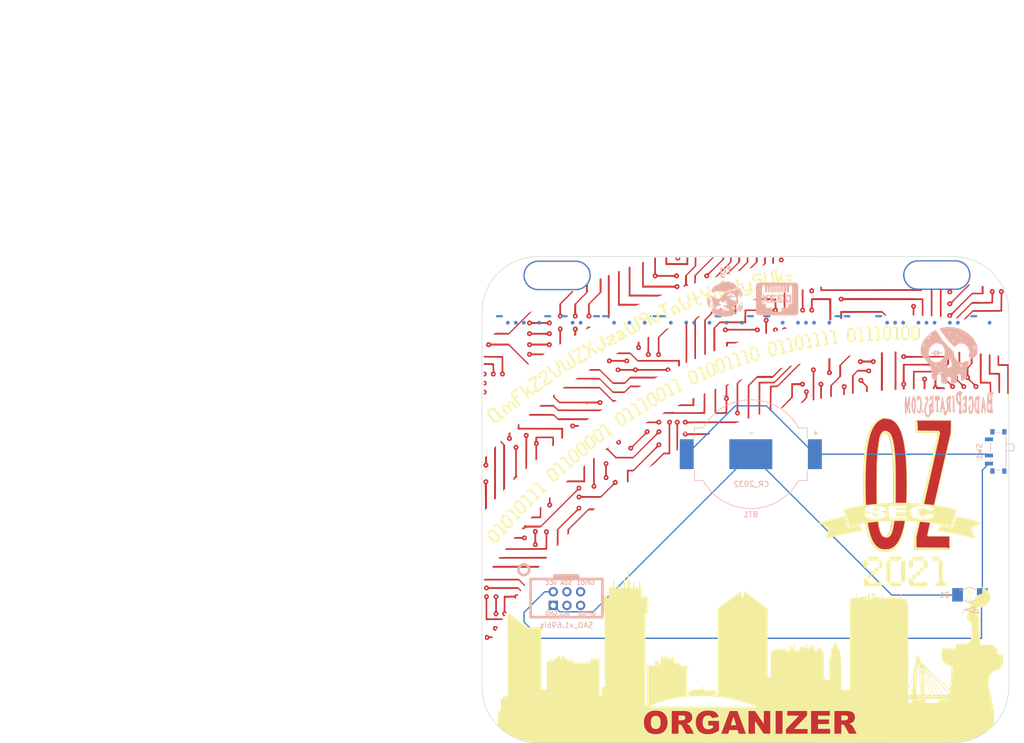
<source format=kicad_pcb>
(kicad_pcb (version 20171130) (host pcbnew "(5.1.10)-1")
  (layers (0 F.Cu signal) (31 B.Cu signal) (34 B.Paste user) (35 F.Paste user) (36 B.SilkS user) (37 F.SilkS user) (38 B.Mask user) (39 F.Mask user) (44 Edge.Cuts user))
  (net 0 "")
  (net 1 "Net-(BT1-Pad1)")
  (net 2 GND)
  (net 3 VCC)
  (net 4 "Net-(SW1-Pad1)")
  (net 5 "Net-(X1-Pad5)")
  (net 6 "Net-(X1-Pad6)")
  (net 7 "Net-(X1-Pad3)")
  (net 8 "Net-(X1-Pad4)")
  (module BadgePiratesLogos:F.Mask_Flame (layer F.Cu) (at 177.5 109.225)
    (fp_text reference G*** hide)
    (fp_text value LOGO hide)
  )
  (module Version3:F.SilkS_g5409 (layer F.Cu) (at 134.9 86.95)
    (fp_text reference G*** hide)
    (fp_text value LOGO hide)
  )
  (module Version3:F.Mask_g5407 (layer F.Cu) (at 134.875 86.95)
    (fp_text reference G*** hide)
    (fp_text value LOGO hide)
  )
  (module Version3:F.Cu_g5405 (layer F.Cu) (at 134.875 86.95)
    (fp_text reference G*** hide)
    (fp_text value LOGO hide)
    (fp_poly (pts (xy 15.541421 -40.490652) (xy 15.585416 -40.487184) (xy 15.587213 -40.481542) (xy 15.546847 -40.473839) (xy 15.464352 -40.464191) (xy 15.446375 -40.462388) (xy 15.361128 -40.457081) (xy 15.313402 -40.461415) (xy 15.3035 -40.470077) (xy 15.323315 -40.48155) (xy 15.377531 -40.489176) (xy 15.455195 -40.491833) (xy 15.541421 -40.490652)) (layer F.Cu) (width 0.01))
    (fp_poly (pts (xy -11.885075 -40.441899) (xy -11.90582 -40.387) (xy -11.902997 -40.351941) (xy -11.861616 -40.276746) (xy -11.800628 -40.206481) (xy -11.734599 -40.15729) (xy -11.722008 -40.151375) (xy -11.680984 -40.137098) (xy -11.651449 -40.140564) (xy -11.619311 -40.167261) (xy -11.58645 -40.204178) (xy -11.525229 -40.293547) (xy -11.500385 -40.375929) (xy -11.513249 -40.446784) (xy -11.514535 -40.449255) (xy -11.52504 -40.472645) (xy -11.519802 -40.485436) (xy -11.491075 -40.490093) (xy -11.431111 -40.489082) (xy -11.394236 -40.487538) (xy -11.250083 -40.48125) (xy -11.243177 -40.386) (xy -11.252412 -40.248905) (xy -11.29786 -40.127879) (xy -11.37492 -40.027754) (xy -11.478988 -39.953364) (xy -11.605463 -39.90954) (xy -11.706314 -39.899631) (xy -11.793504 -39.905547) (xy -11.864879 -39.9289) (xy -11.920685 -39.960559) (xy -12.010632 -40.041056) (xy -12.081541 -40.152442) (xy -12.128552 -40.285719) (xy -12.143319 -40.372944) (xy -12.155589 -40.491833) (xy -11.852357 -40.491833) (xy -11.885075 -40.441899)) (layer F.Cu) (width 0.01))
    (fp_poly (pts (xy 7.807871 -40.374264) (xy 7.89198 -40.265782) (xy 7.939953 -40.159324) (xy 7.955826 -40.043558) (xy 7.952092 -39.969402) (xy 7.926692 -39.840841) (xy 7.877992 -39.743215) (xy 7.802307 -39.669941) (xy 7.774412 -39.652088) (xy 7.671341 -39.610422) (xy 7.548539 -39.588686) (xy 7.42404 -39.588483) (xy 7.315989 -39.611376) (xy 7.200161 -39.675088) (xy 7.115131 -39.766468) (xy 7.063712 -39.88142) (xy 7.0485 -40.000733) (xy 7.05913 -40.07122) (xy 7.296267 -40.07122) (xy 7.297741 -40.007644) (xy 7.300659 -39.999258) (xy 7.327104 -39.952498) (xy 7.369938 -39.89757) (xy 7.418924 -39.845437) (xy 7.463819 -39.807064) (xy 7.492993 -39.793333) (xy 7.521165 -39.807379) (xy 7.567354 -39.843876) (xy 7.612202 -39.885798) (xy 7.67872 -39.965855) (xy 7.705659 -40.035663) (xy 7.693389 -40.098974) (xy 7.642283 -40.159539) (xy 7.639543 -40.161868) (xy 7.586095 -40.200119) (xy 7.537611 -40.213219) (xy 7.47962 -40.202061) (xy 7.415333 -40.175668) (xy 7.335206 -40.12683) (xy 7.296267 -40.07122) (xy 7.05913 -40.07122) (xy 7.066205 -40.118126) (xy 7.120441 -40.241239) (xy 7.212891 -40.373742) (xy 7.227607 -40.391614) (xy 7.311465 -40.491833) (xy 7.700419 -40.491833) (xy 7.807871 -40.374264)) (layer F.Cu) (width 0.01))
    (fp_poly (pts (xy 6.1595 -39.34964) (xy 6.111875 -39.338353) (xy 6.062148 -39.327747) (xy 5.992853 -39.314291) (xy 5.963709 -39.308933) (xy 5.863167 -39.290799) (xy 5.863167 -40.491833) (xy 6.1595 -40.491833) (xy 6.1595 -39.34964)) (layer F.Cu) (width 0.01))
    (fp_poly (pts (xy -13.68425 -39.444083) (xy -10.0965 -39.433261) (xy -10.0965 -40.491833) (xy -9.779 -40.491833) (xy -9.779 -39.094833) (xy -14.012333 -39.094833) (xy -14.012566 -39.713958) (xy -14.013068 -39.875814) (xy -14.014372 -40.027399) (xy -14.01636 -40.162541) (xy -14.018913 -40.275066) (xy -14.021915 -40.358801) (xy -14.025245 -40.407573) (xy -14.025919 -40.412458) (xy -14.039039 -40.491833) (xy -13.861644 -40.491842) (xy -13.68425 -40.49185) (xy -13.68425 -39.444083)) (layer F.Cu) (width 0.01))
    (fp_poly (pts (xy 4.65012 -39.926705) (xy 4.636816 -39.361576) (xy 4.453619 -39.177526) (xy 4.375135 -39.099631) (xy 4.317382 -39.046419) (xy 4.271701 -39.012103) (xy 4.229431 -38.9909) (xy 4.181911 -38.977025) (xy 4.140752 -38.968549) (xy 4.062185 -38.953223) (xy 3.993223 -38.939393) (xy 3.958167 -38.932061) (xy 3.943991 -38.934559) (xy 3.951939 -38.954665) (xy 3.984273 -38.995254) (xy 4.043257 -39.059199) (xy 4.122209 -39.14032) (xy 4.339167 -39.360139) (xy 4.339167 -40.491833) (xy 4.663425 -40.491833) (xy 4.65012 -39.926705)) (layer F.Cu) (width 0.01))
    (fp_poly (pts (xy 3.132667 -39.655456) (xy 2.566459 -39.090048) (xy 2.00025 -38.524641) (xy 1.852084 -38.49125) (xy 1.772959 -38.473057) (xy 1.706692 -38.457175) (xy 1.667358 -38.446979) (xy 1.666875 -38.446836) (xy 1.636129 -38.445433) (xy 1.629834 -38.453259) (xy 1.644316 -38.471598) (xy 1.685609 -38.516438) (xy 1.750483 -38.584453) (xy 1.835707 -38.672317) (xy 1.938051 -38.776705) (xy 2.054284 -38.894291) (xy 2.181176 -39.02175) (xy 2.211917 -39.0525) (xy 2.794 -39.634295) (xy 2.794 -40.491833) (xy 3.132667 -40.491833) (xy 3.132667 -39.655456)) (layer F.Cu) (width 0.01))
    (fp_poly (pts (xy 1.397 -39.592038) (xy 0.608542 -38.806285) (xy -0.179916 -38.020533) (xy -0.364359 -37.9756) (xy -0.448119 -37.955611) (xy -0.515978 -37.940194) (xy -0.557644 -37.931653) (xy -0.565086 -37.930666) (xy -0.553611 -37.945166) (xy -0.514766 -37.986887) (xy -0.451161 -38.053165) (xy -0.365408 -38.141334) (xy -0.260115 -38.248729) (xy -0.137895 -38.372684) (xy -0.001358 -38.510535) (xy 0.146885 -38.659616) (xy 0.259648 -38.772657) (xy 1.100667 -39.614647) (xy 1.100667 -40.491833) (xy 1.397 -40.491833) (xy 1.397 -39.592038)) (layer F.Cu) (width 0.01))
    (fp_poly (pts (xy -0.127 -39.676764) (xy -1.222629 -38.581287) (xy -2.318258 -37.485809) (xy -2.515323 -37.433071) (xy -2.60143 -37.410401) (xy -2.671644 -37.392613) (xy -2.716292 -37.382123) (xy -2.726661 -37.380333) (xy -2.714388 -37.394896) (xy -2.674414 -37.437049) (xy -2.609017 -37.504487) (xy -2.520469 -37.594906) (xy -2.411047 -37.706001) (xy -2.283025 -37.835469) (xy -2.138678 -37.981005) (xy -1.980281 -38.140304) (xy -1.810109 -38.311063) (xy -1.630436 -38.490976) (xy -1.613884 -38.507532) (xy -0.486833 -39.63473) (xy -0.486833 -40.491833) (xy -0.127 -40.491833) (xy -0.127 -39.676764)) (layer F.Cu) (width 0.01))
    (fp_poly (pts (xy -1.741215 -39.634583) (xy -1.826592 -39.539333) (xy -1.854429 -39.509775) (xy -1.909634 -39.452528) (xy -1.989826 -39.370024) (xy -2.092624 -39.264691) (xy -2.215646 -39.138961) (xy -2.356511 -38.995263) (xy -2.512837 -38.836027) (xy -2.682245 -38.663683) (xy -2.862352 -38.480662) (xy -3.050776 -38.289393) (xy -3.156042 -38.182626) (xy -4.400116 -36.921169) (xy -4.607766 -36.862272) (xy -4.698551 -36.836372) (xy -4.776038 -36.813987) (xy -4.829853 -36.79813) (xy -4.847166 -36.79277) (xy -4.8371 -36.805862) (xy -4.799061 -36.846853) (xy -4.735034 -36.913726) (xy -4.646999 -37.004467) (xy -4.53694 -37.117059) (xy -4.406837 -37.249487) (xy -4.258674 -37.399735) (xy -4.094433 -37.565787) (xy -3.916096 -37.745628) (xy -3.725645 -37.93724) (xy -3.525062 -38.13861) (xy -3.434291 -38.229598) (xy -1.989666 -39.677032) (xy -1.989666 -40.491833) (xy -1.710783 -40.491833) (xy -1.741215 -39.634583)) (layer F.Cu) (width 0.01))
    (fp_poly (pts (xy -3.1115 -40.142462) (xy -5.886132 -37.36975) (xy -5.872186 -37.167088) (xy -5.866692 -37.063663) (xy -5.867606 -36.991646) (xy -5.875699 -36.940488) (xy -5.891741 -36.899641) (xy -5.891743 -36.899636) (xy -5.943193 -36.827066) (xy -6.019247 -36.75219) (xy -6.109453 -36.68236) (xy -6.203359 -36.62493) (xy -6.290512 -36.587255) (xy -6.351391 -36.576255) (xy -6.399666 -36.586726) (xy -6.464295 -36.613054) (xy -6.498166 -36.630745) (xy -6.63506 -36.725778) (xy -6.733921 -36.831702) (xy -6.794025 -36.945658) (xy -6.808937 -37.031826) (xy -6.512169 -37.031826) (xy -6.495985 -36.970903) (xy -6.470116 -36.926392) (xy -6.463775 -36.920701) (xy -6.408874 -36.899875) (xy -6.336067 -36.894424) (xy -6.267149 -36.905032) (xy -6.245678 -36.913858) (xy -6.195995 -36.961816) (xy -6.172023 -37.029795) (xy -6.17305 -37.104741) (xy -6.198363 -37.1736) (xy -6.24725 -37.22332) (xy -6.262999 -37.2312) (xy -6.345747 -37.246038) (xy -6.419961 -37.225133) (xy -6.477405 -37.175073) (xy -6.509846 -37.102447) (xy -6.512169 -37.031826) (xy -6.808937 -37.031826) (xy -6.814642 -37.064789) (xy -6.795046 -37.186238) (xy -6.734509 -37.307149) (xy -6.686204 -37.36932) (xy -6.601351 -37.447622) (xy -6.504954 -37.497494) (xy -6.387151 -37.522818) (xy -6.283305 -37.528035) (xy -6.200879 -37.529327) (xy -6.143726 -37.536158) (xy -6.096225 -37.553823) (xy -6.042753 -37.58762) (xy -5.986972 -37.628496) (xy -5.951063 -37.658963) (xy -5.887788 -37.716905) (xy -5.799699 -37.799846) (xy -5.689347 -37.90531) (xy -5.559285 -38.030823) (xy -5.412065 -38.17391) (xy -5.250239 -38.332094) (xy -5.076359 -38.5029) (xy -4.892978 -38.683853) (xy -4.702646 -38.872478) (xy -4.630208 -38.944479) (xy -3.407833 -40.160465) (xy -3.407833 -40.491833) (xy -3.1115 -40.491833) (xy -3.1115 -40.142462)) (layer F.Cu) (width 0.01))
    (fp_poly (pts (xy -15.790333 -37.555601) (xy -15.601813 -37.3833) (xy -15.413293 -37.211) (xy -12.450268 -37.211) (xy -12.310965 -37.337242) (xy -12.195454 -37.434425) (xy -12.096489 -37.499243) (xy -12.007048 -37.534501) (xy -11.920113 -37.543) (xy -11.832019 -37.52846) (xy -11.749291 -37.490881) (xy -11.660997 -37.426357) (xy -11.579955 -37.346077) (xy -11.51898 -37.26123) (xy -11.512882 -37.249836) (xy -11.476272 -37.134218) (xy -11.479825 -37.014166) (xy -11.522304 -36.894083) (xy -11.602471 -36.778373) (xy -11.66234 -36.718047) (xy -11.76854 -36.637164) (xy -11.86903 -36.593817) (xy -11.968876 -36.588246) (xy -12.073145 -36.620691) (xy -12.186907 -36.691391) (xy -12.254728 -36.746128) (xy -12.320948 -36.804164) (xy -12.374726 -36.85324) (xy -12.407972 -36.885885) (xy -12.414139 -36.89332) (xy -12.438287 -36.897983) (xy -12.504342 -36.902085) (xy -12.611882 -36.90562) (xy -12.760483 -36.908583) (xy -12.949723 -36.910967) (xy -13.179179 -36.912766) (xy -13.448428 -36.913974) (xy -13.757047 -36.914586) (xy -13.93151 -36.914666) (xy -15.435689 -36.914666) (xy -15.57111 -36.787986) (xy -15.641006 -36.725604) (xy -15.70739 -36.671487) (xy -15.758649 -36.63496) (xy -15.769234 -36.628882) (xy -15.882739 -36.590607) (xy -15.999767 -36.587056) (xy -16.098126 -36.614627) (xy -16.196575 -36.681252) (xy -16.283801 -36.778672) (xy -16.351746 -36.895465) (xy -16.392348 -37.020211) (xy -16.395024 -37.035322) (xy -16.395245 -37.041136) (xy -16.107833 -37.041136) (xy -16.092135 -36.964771) (xy -16.04472 -36.916087) (xy -15.965104 -36.89467) (xy -15.935326 -36.8935) (xy -15.868599 -36.903687) (xy -15.820348 -36.940379) (xy -15.813036 -36.949271) (xy -15.775215 -37.02684) (xy -15.772929 -37.109292) (xy -15.788708 -37.145084) (xy -12.103319 -37.145084) (xy -12.101956 -37.072115) (xy -12.084796 -36.991726) (xy -12.050664 -36.93641) (xy -12.034152 -36.920657) (xy -11.969296 -36.880424) (xy -11.909092 -36.879809) (xy -11.846239 -36.919297) (xy -11.830538 -36.934205) (xy -11.780218 -37.008502) (xy -11.771323 -37.086823) (xy -11.804152 -37.165108) (xy -11.812536 -37.176395) (xy -11.853023 -37.214678) (xy -11.90496 -37.23033) (xy -11.946074 -37.232166) (xy -12.031327 -37.224332) (xy -12.081949 -37.197146) (xy -12.103319 -37.145084) (xy -15.788708 -37.145084) (xy -15.805767 -37.183778) (xy -15.821121 -37.201379) (xy -15.883097 -37.244067) (xy -15.95079 -37.248786) (xy -16.021653 -37.222366) (xy -16.071026 -37.188421) (xy -16.097538 -37.143048) (xy -16.107268 -37.073462) (xy -16.107833 -37.041136) (xy -16.395245 -37.041136) (xy -16.39901 -37.14005) (xy -16.373296 -37.237356) (xy -16.314607 -37.334831) (xy -16.221028 -37.438737) (xy -16.084274 -37.572826) (xy -16.088029 -38.983613) (xy -16.091784 -40.394401) (xy -15.988684 -40.429437) (xy -15.918604 -40.453043) (xy -15.858147 -40.473057) (xy -15.837958 -40.479579) (xy -15.790333 -40.494686) (xy -15.790333 -37.555601)) (layer F.Cu) (width 0.01))
    (fp_poly (pts (xy -6.404614 -39.089459) (xy -6.690173 -38.802262) (xy -6.947092 -38.543434) (xy -7.176771 -38.311517) (xy -7.380609 -38.105054) (xy -7.560005 -37.922586) (xy -7.71636 -37.762655) (xy -7.851073 -37.623802) (xy -7.965545 -37.504569) (xy -8.061174 -37.403499) (xy -8.13936 -37.319133) (xy -8.201504 -37.250012) (xy -8.249005 -37.194678) (xy -8.283262 -37.151674) (xy -8.305676 -37.119541) (xy -8.317646 -37.096821) (xy -8.31786 -37.096267) (xy -8.325673 -37.056832) (xy -8.334134 -36.981712) (xy -8.342879 -36.877543) (xy -8.351543 -36.75096) (xy -8.359762 -36.6086) (xy -8.367173 -36.457098) (xy -8.373411 -36.30309) (xy -8.378112 -36.153213) (xy -8.380912 -36.014102) (xy -8.381534 -35.935708) (xy -8.3831 -35.843273) (xy -8.386979 -35.768857) (xy -8.392551 -35.721115) (xy -8.397875 -35.707937) (xy -8.425914 -35.7021) (xy -8.479465 -35.687504) (xy -8.513563 -35.677419) (xy -8.613377 -35.64713) (xy -8.623818 -35.71469) (xy -8.626625 -35.752017) (xy -8.629664 -35.825996) (xy -8.632793 -35.930948) (xy -8.63587 -36.061191) (xy -8.638755 -36.211046) (xy -8.641306 -36.374834) (xy -8.642444 -36.462902) (xy -8.650629 -37.143553) (xy -5.302151 -40.491833) (xy -5.009311 -40.491833) (xy -6.404614 -39.089459)) (layer F.Cu) (width 0.01))
    (fp_poly (pts (xy -8.276166 -38.90071) (xy -10.014126 -37.136916) (xy -10.007688 -36.374916) (xy -10.00599 -36.169672) (xy -10.004212 -36.00201) (xy -10.001611 -35.867186) (xy -9.997444 -35.760453) (xy -9.990967 -35.677066) (xy -9.981437 -35.61228) (xy -9.96811 -35.561349) (xy -9.950242 -35.519528) (xy -9.927092 -35.482071) (xy -9.897914 -35.444233) (xy -9.861966 -35.401268) (xy -9.853591 -35.391274) (xy -9.813035 -35.337678) (xy -9.788478 -35.295251) (xy -9.784738 -35.278203) (xy -9.807366 -35.259791) (xy -9.85792 -35.235549) (xy -9.903366 -35.218447) (xy -9.970067 -35.198005) (xy -10.021632 -35.191334) (xy -10.07782 -35.197972) (xy -10.140614 -35.212868) (xy -10.235355 -35.23235) (xy -10.298771 -35.2316) (xy -10.337815 -35.20846) (xy -10.359444 -35.160771) (xy -10.363124 -35.143817) (xy -10.387408 -35.085848) (xy -10.439117 -35.042473) (xy -10.523977 -35.009896) (xy -10.587345 -34.995106) (xy -10.652607 -34.982053) (xy -10.637121 -35.085322) (xy -10.593146 -35.239108) (xy -10.511158 -35.379761) (xy -10.492073 -35.403715) (xy -10.458541 -35.444103) (xy -10.431281 -35.480051) (xy -10.409644 -35.516292) (xy -10.39298 -35.557555) (xy -10.380641 -35.608573) (xy -10.371978 -35.674075) (xy -10.366341 -35.758794) (xy -10.363082 -35.86746) (xy -10.361552 -36.004805) (xy -10.361102 -36.175558) (xy -10.361083 -36.358612) (xy -10.361083 -37.104308) (xy -9.466791 -38.013171) (xy -8.5725 -38.922034) (xy -8.5725 -40.491833) (xy -8.276166 -40.491833) (xy -8.276166 -38.90071)) (layer F.Cu) (width 0.01))
    (fp_poly (pts (xy 40.71346 -35.634738) (xy 40.813078 -35.626798) (xy 40.880614 -35.617709) (xy 40.926288 -35.604801) (xy 40.960325 -35.585401) (xy 40.985897 -35.563551) (xy 41.062166 -35.470393) (xy 41.119242 -35.35791) (xy 41.15303 -35.238591) (xy 41.159433 -35.124924) (xy 41.148941 -35.066356) (xy 41.109715 -34.976493) (xy 41.045879 -34.900419) (xy 40.950915 -34.831719) (xy 40.862847 -34.784785) (xy 40.772028 -34.743257) (xy 40.70524 -34.721903) (xy 40.649701 -34.720005) (xy 40.592624 -34.736843) (xy 40.531815 -34.766147) (xy 40.43783 -34.829306) (xy 40.348272 -34.914241) (xy 40.27368 -35.008981) (xy 40.224593 -35.101556) (xy 40.217489 -35.123146) (xy 40.209623 -35.170045) (xy 40.513 -35.170045) (xy 40.528738 -35.087579) (xy 40.574018 -35.034741) (xy 40.645938 -35.014087) (xy 40.687703 -35.016169) (xy 40.750117 -35.030925) (xy 40.797205 -35.053045) (xy 40.803713 -35.058475) (xy 40.825208 -35.102716) (xy 40.834602 -35.169362) (xy 40.832338 -35.242375) (xy 40.818858 -35.305718) (xy 40.79588 -35.342466) (xy 40.729148 -35.368284) (xy 40.657819 -35.360292) (xy 40.591721 -35.324481) (xy 40.54068 -35.266841) (xy 40.514527 -35.193362) (xy 40.513 -35.170045) (xy 40.209623 -35.170045) (xy 40.203742 -35.205102) (xy 40.21361 -35.281504) (xy 40.250319 -35.360463) (xy 40.31709 -35.450091) (xy 40.371643 -35.510994) (xy 40.50117 -35.649458) (xy 40.71346 -35.634738)) (layer F.Cu) (width 0.01))
    (fp_poly (pts (xy -18.048732 -39.666794) (xy -18.046502 -39.606521) (xy -18.044385 -39.509445) (xy -18.042405 -39.378332) (xy -18.040582 -39.215949) (xy -18.038937 -39.025059) (xy -18.037492 -38.80843) (xy -18.036267 -38.568825) (xy -18.035285 -38.309012) (xy -18.034565 -38.031755) (xy -18.034131 -37.73982) (xy -18.034 -37.465) (xy -18.034 -35.2425) (xy -12.335241 -35.2425) (xy -12.210232 -35.358237) (xy -12.0877 -35.452601) (xy -11.964955 -35.510594) (xy -11.84651 -35.530414) (xy -11.790791 -35.525534) (xy -11.655761 -35.482098) (xy -11.547833 -35.407233) (xy -11.469252 -35.303777) (xy -11.422265 -35.17457) (xy -11.408833 -35.042743) (xy -11.424329 -34.918286) (xy -11.473071 -34.811185) (xy -11.558438 -34.715732) (xy -11.638295 -34.655125) (xy -11.733212 -34.598301) (xy -11.8126 -34.570996) (xy -11.890066 -34.572364) (xy -11.979217 -34.601561) (xy -12.040148 -34.630166) (xy -12.118442 -34.676022) (xy -12.190101 -34.729314) (xy -12.232031 -34.770149) (xy -12.260444 -34.803149) (xy -12.286994 -34.825345) (xy -12.321072 -34.839725) (xy -12.372069 -34.849275) (xy -12.449375 -34.856984) (xy -12.523377 -34.862821) (xy -12.572748 -34.865005) (xy -12.661705 -34.867128) (xy -12.787501 -34.869173) (xy -12.94739 -34.871122) (xy -13.138623 -34.872958) (xy -13.358454 -34.874666) (xy -13.604136 -34.876226) (xy -13.872921 -34.877623) (xy -14.162063 -34.878839) (xy -14.468815 -34.879857) (xy -14.790429 -34.88066) (xy -15.124158 -34.881232) (xy -15.467255 -34.881554) (xy -15.541625 -34.881589) (xy -18.330333 -34.882666) (xy -18.330333 -35.079823) (xy -12.056747 -35.079823) (xy -12.04068 -35.003004) (xy -11.984762 -34.929306) (xy -11.976882 -34.921776) (xy -11.914493 -34.875989) (xy -11.857625 -34.866251) (xy -11.797515 -34.893242) (xy -11.743101 -34.939879) (xy -11.68278 -35.015512) (xy -11.663443 -35.083018) (xy -11.684257 -35.140856) (xy -11.744388 -35.187486) (xy -11.843001 -35.221365) (xy -11.901308 -35.232282) (xy -12.001643 -35.247328) (xy -12.034861 -35.167824) (xy -12.056747 -35.079823) (xy -18.330333 -35.079823) (xy -18.330333 -39.598947) (xy -18.199223 -39.643223) (xy -18.129397 -39.665979) (xy -18.075708 -39.681957) (xy -18.051057 -39.6875) (xy -18.048732 -39.666794)) (layer F.Cu) (width 0.01))
    (fp_poly (pts (xy 33.423837 -36.040698) (xy 33.498789 -36.035577) (xy 33.504789 -36.034998) (xy 33.655 -36.020197) (xy 33.655 -34.268833) (xy 14.774334 -34.268833) (xy 14.774334 -35.028239) (xy 14.874875 -35.041506) (xy 14.953687 -35.052633) (xy 15.006511 -35.057077) (xy 15.038689 -35.048478) (xy 15.05556 -35.020478) (xy 15.062465 -34.966718) (xy 15.064743 -34.88084) (xy 15.066047 -34.813875) (xy 15.07201 -34.565166) (xy 19.701547 -34.565172) (xy 20.222732 -34.565253) (xy 20.778838 -34.56549) (xy 21.364431 -34.565875) (xy 21.974078 -34.566398) (xy 22.602346 -34.567052) (xy 23.243803 -34.567828) (xy 23.893014 -34.568718) (xy 24.544547 -34.569713) (xy 25.192969 -34.570806) (xy 25.832847 -34.571986) (xy 26.458748 -34.573248) (xy 27.065238 -34.57458) (xy 27.646885 -34.575977) (xy 28.198256 -34.577428) (xy 28.713918 -34.578926) (xy 28.821642 -34.57926) (xy 33.312201 -34.593343) (xy 33.319559 -35.307751) (xy 33.3217 -35.477609) (xy 33.324421 -35.633836) (xy 33.327577 -35.77143) (xy 33.331022 -35.885386) (xy 33.33461 -35.970699) (xy 33.338195 -36.022365) (xy 33.340747 -36.03598) (xy 33.367206 -36.040856) (xy 33.423837 -36.040698)) (layer F.Cu) (width 0.01))
    (fp_poly (pts (xy 13.31035 -34.80732) (xy 13.313834 -34.791183) (xy 13.329323 -34.759692) (xy 13.368961 -34.7157) (xy 13.400698 -34.687872) (xy 13.465928 -34.624803) (xy 13.526413 -34.549432) (xy 13.543573 -34.522833) (xy 13.572114 -34.468639) (xy 13.589033 -34.416709) (xy 13.597218 -34.352852) (xy 13.599558 -34.262882) (xy 13.599584 -34.247666) (xy 13.59776 -34.152553) (xy 13.590562 -34.08636) (xy 13.575393 -34.035765) (xy 13.549661 -33.987446) (xy 13.54857 -33.985686) (xy 13.477741 -33.90934) (xy 13.378112 -33.853243) (xy 13.25945 -33.820186) (xy 13.131522 -33.812962) (xy 13.011599 -33.832205) (xy 12.897706 -33.881662) (xy 12.812129 -33.960722) (xy 12.761173 -34.046583) (xy 12.731869 -34.147121) (xy 12.722632 -34.265905) (xy 12.724787 -34.288724) (xy 12.97161 -34.288724) (xy 12.976584 -34.245265) (xy 13.007807 -34.193382) (xy 13.066773 -34.125958) (xy 13.12987 -34.073452) (xy 13.188999 -34.058881) (xy 13.251506 -34.078961) (xy 13.303942 -34.128056) (xy 13.338991 -34.20105) (xy 13.349292 -34.280713) (xy 13.346737 -34.301879) (xy 13.323987 -34.356117) (xy 13.281982 -34.412372) (xy 13.232522 -34.457909) (xy 13.187406 -34.479993) (xy 13.181228 -34.4805) (xy 13.140396 -34.466202) (xy 13.086012 -34.43047) (xy 13.032031 -34.384044) (xy 12.992411 -34.337666) (xy 12.989463 -34.332918) (xy 12.97161 -34.288724) (xy 12.724787 -34.288724) (xy 12.733761 -34.383747) (xy 12.754816 -34.457907) (xy 12.786361 -34.511868) (xy 12.838942 -34.577345) (xy 12.904107 -34.646269) (xy 12.973403 -34.710571) (xy 13.038379 -34.762181) (xy 13.090583 -34.793031) (xy 13.111277 -34.798233) (xy 13.161594 -34.801831) (xy 13.226592 -34.810318) (xy 13.234459 -34.811586) (xy 13.287531 -34.816879) (xy 13.31035 -34.80732)) (layer F.Cu) (width 0.01))
    (fp_poly (pts (xy 38.752228 -35.790696) (xy 38.819444 -35.785158) (xy 38.880062 -35.779235) (xy 39.010167 -35.765636) (xy 39.010167 -34.581685) (xy 39.119354 -34.462301) (xy 39.219648 -34.336657) (xy 39.281156 -34.220507) (xy 39.305486 -34.110676) (xy 39.306035 -34.093528) (xy 39.290578 -33.990063) (xy 39.248097 -33.882952) (xy 39.186125 -33.785492) (xy 39.112192 -33.710985) (xy 39.07652 -33.688225) (xy 39.008681 -33.665696) (xy 38.915599 -33.650465) (xy 38.813969 -33.644031) (xy 38.720482 -33.647896) (xy 38.686586 -33.653171) (xy 38.591353 -33.694195) (xy 38.500562 -33.776425) (xy 38.415572 -33.898416) (xy 38.369227 -34.003359) (xy 38.360726 -34.07234) (xy 38.658567 -34.07234) (xy 38.679283 -33.989802) (xy 38.714315 -33.939986) (xy 38.756759 -33.903157) (xy 38.801631 -33.891457) (xy 38.851201 -33.895126) (xy 38.925385 -33.917088) (xy 38.972909 -33.952345) (xy 39.002882 -34.019125) (xy 39.007575 -34.103343) (xy 38.986568 -34.188173) (xy 38.9792 -34.203819) (xy 38.929143 -34.266667) (xy 38.866571 -34.28994) (xy 38.794863 -34.273301) (xy 38.730523 -34.228666) (xy 38.675832 -34.155235) (xy 38.658567 -34.07234) (xy 38.360726 -34.07234) (xy 38.356875 -34.103577) (xy 38.379814 -34.203667) (xy 38.43934 -34.308226) (xy 38.536752 -34.421848) (xy 38.573618 -34.458449) (xy 38.6715 -34.552814) (xy 38.6715 -35.172824) (xy 38.671621 -35.351092) (xy 38.672171 -35.491523) (xy 38.673437 -35.598615) (xy 38.675703 -35.676862) (xy 38.679252 -35.730763) (xy 38.68437 -35.764813) (xy 38.69134 -35.783508) (xy 38.700448 -35.791346) (xy 38.710729 -35.792833) (xy 38.752228 -35.790696)) (layer F.Cu) (width 0.01))
    (fp_poly (pts (xy -20.522877 -38.756592) (xy -20.521157 -38.696073) (xy -20.519515 -38.598332) (xy -20.517967 -38.465922) (xy -20.516525 -38.301399) (xy -20.515203 -38.107319) (xy -20.514017 -37.886237) (xy -20.512979 -37.640708) (xy -20.512103 -37.373286) (xy -20.511403 -37.086528) (xy -20.510894 -36.782988) (xy -20.510589 -36.465221) (xy -20.5105 -36.173833) (xy -20.5105 -33.570333) (xy -17.547166 -33.570333) (xy -17.19662 -33.570222) (xy -16.857881 -33.569897) (xy -16.533344 -33.56937) (xy -16.225404 -33.568656) (xy -15.936457 -33.567766) (xy -15.668895 -33.566713) (xy -15.425113 -33.565511) (xy -15.207507 -33.564171) (xy -15.01847 -33.562707) (xy -14.860398 -33.561133) (xy -14.735684 -33.559459) (xy -14.646724 -33.5577) (xy -14.595911 -33.555868) (xy -14.584276 -33.554458) (xy -14.603281 -33.542583) (xy -14.656213 -33.518254) (xy -14.737358 -33.483867) (xy -14.841002 -33.441818) (xy -14.961428 -33.394506) (xy -15.013285 -33.374541) (xy -15.44185 -33.2105) (xy -15.981217 -33.21569) (xy -16.079884 -33.216485) (xy -16.217057 -33.217354) (xy -16.388907 -33.218284) (xy -16.591607 -33.219258) (xy -16.821328 -33.220263) (xy -17.074242 -33.221281) (xy -17.346522 -33.222299) (xy -17.63434 -33.2233) (xy -17.933867 -33.224271) (xy -18.241276 -33.225195) (xy -18.552739 -33.226058) (xy -18.674291 -33.226374) (xy -20.828 -33.231867) (xy -20.828 -34.614693) (xy -20.82826 -34.907039) (xy -20.829006 -35.229406) (xy -20.830189 -35.57192) (xy -20.831758 -35.924704) (xy -20.833663 -36.27788) (xy -20.835854 -36.621572) (xy -20.838281 -36.945904) (xy -20.840893 -37.240999) (xy -20.841776 -37.329218) (xy -20.855553 -38.660916) (xy -20.69719 -38.719125) (xy -20.621271 -38.746418) (xy -20.56126 -38.766852) (xy -20.527698 -38.776872) (xy -20.524663 -38.777333) (xy -20.522877 -38.756592)) (layer F.Cu) (width 0.01))
    (fp_poly (pts (xy -22.543279 -37.985443) (xy -22.539943 -37.958178) (xy -22.536934 -37.910736) (xy -22.534239 -37.841478) (xy -22.531843 -37.748765) (xy -22.529733 -37.63096) (xy -22.527896 -37.486425) (xy -22.526317 -37.313521) (xy -22.524983 -37.11061) (xy -22.52388 -36.876054) (xy -22.522995 -36.608216) (xy -22.522313 -36.305457) (xy -22.521821 -35.966139) (xy -22.521506 -35.588624) (xy -22.521353 -35.171274) (xy -22.521333 -34.935697) (xy -22.521333 -31.877227) (xy -20.632208 -31.871822) (xy -18.743083 -31.866416) (xy -19.505083 -31.52775) (xy -21.161375 -31.52208) (xy -22.817666 -31.516411) (xy -22.817666 -37.899132) (xy -22.695123 -37.946649) (xy -22.62638 -37.97179) (xy -22.571811 -37.989015) (xy -22.546956 -37.994166) (xy -22.543279 -37.985443)) (layer F.Cu) (width 0.01))
    (fp_poly (pts (xy 42.479705 -35.46493) (xy 42.552593 -35.455523) (xy 42.604497 -35.444804) (xy 42.625463 -35.434901) (xy 42.625389 -35.433765) (xy 42.609354 -35.416052) (xy 42.566134 -35.371985) (xy 42.498903 -35.304709) (xy 42.410839 -35.217368) (xy 42.305117 -35.113108) (xy 42.184916 -34.995073) (xy 42.05341 -34.866409) (xy 41.980974 -34.795723) (xy 41.836525 -34.65425) (xy 41.677262 -34.497129) (xy 41.506093 -34.327306) (xy 41.325926 -34.147729) (xy 41.139668 -33.961345) (xy 40.950227 -33.771099) (xy 40.760513 -33.57994) (xy 40.573432 -33.390814) (xy 40.391893 -33.206667) (xy 40.218804 -33.030448) (xy 40.057073 -32.865102) (xy 39.909608 -32.713577) (xy 39.779316 -32.57882) (xy 39.669107 -32.463777) (xy 39.581888 -32.371395) (xy 39.520567 -32.304621) (xy 39.502949 -32.28459) (xy 39.424853 -32.191066) (xy 39.371089 -32.117533) (xy 39.336553 -32.053562) (xy 39.316138 -31.988722) (xy 39.304739 -31.912583) (xy 39.301243 -31.872534) (xy 39.278047 -31.732653) (xy 39.230248 -31.622508) (xy 39.154361 -31.535147) (xy 39.118073 -31.506927) (xy 39.060671 -31.471297) (xy 39.003888 -31.450556) (xy 38.930993 -31.439816) (xy 38.876541 -31.436329) (xy 38.789532 -31.434389) (xy 38.726033 -31.441295) (xy 38.667536 -31.460733) (xy 38.608 -31.489821) (xy 38.524286 -31.542311) (xy 38.461785 -31.606258) (xy 38.421312 -31.666253) (xy 38.381533 -31.737046) (xy 38.361752 -31.793014) (xy 38.356841 -31.853403) (xy 38.358455 -31.889529) (xy 38.6715 -31.889529) (xy 38.688437 -31.806714) (xy 38.733061 -31.745655) (xy 38.796098 -31.710703) (xy 38.86827 -31.706207) (xy 38.940299 -31.736519) (xy 38.961178 -31.753689) (xy 39.003649 -31.819171) (xy 39.013392 -31.895172) (xy 38.992144 -31.968477) (xy 38.941645 -32.025872) (xy 38.923986 -32.036533) (xy 38.833824 -32.066895) (xy 38.759562 -32.059643) (xy 38.705475 -32.017264) (xy 38.675835 -31.942246) (xy 38.6715 -31.889529) (xy 38.358455 -31.889529) (xy 38.358943 -31.900424) (xy 38.387388 -32.025535) (xy 38.451123 -32.139961) (xy 38.543104 -32.233133) (xy 38.607808 -32.273875) (xy 38.656689 -32.295696) (xy 38.707309 -32.309753) (xy 38.770717 -32.317652) (xy 38.857966 -32.321001) (xy 38.935224 -32.3215) (xy 39.168812 -32.3215) (xy 42.327716 -35.480194) (xy 42.479705 -35.46493)) (layer F.Cu) (width 0.01))
    (fp_poly (pts (xy 9.948334 -31.173254) (xy 10.04105 -31.091642) (xy 10.137477 -30.986341) (xy 10.198826 -30.867803) (xy 10.228533 -30.728094) (xy 10.23258 -30.649333) (xy 10.224176 -30.520343) (xy 10.194047 -30.422319) (xy 10.138993 -30.348159) (xy 10.07593 -30.301871) (xy 10.008014 -30.276586) (xy 9.91347 -30.259333) (xy 9.806908 -30.250876) (xy 9.702936 -30.251981) (xy 9.616165 -30.263412) (xy 9.577917 -30.275786) (xy 9.480477 -30.343467) (xy 9.409436 -30.441445) (xy 9.367316 -30.565056) (xy 9.35616 -30.685403) (xy 9.631812 -30.685403) (xy 9.642036 -30.60892) (xy 9.682394 -30.535782) (xy 9.692242 -30.524572) (xy 9.756532 -30.473122) (xy 9.816595 -30.463163) (xy 9.875706 -30.494521) (xy 9.895462 -30.513799) (xy 9.938404 -30.574033) (xy 9.97068 -30.642331) (xy 9.970915 -30.643036) (xy 9.980569 -30.727226) (xy 9.950431 -30.797621) (xy 9.881371 -30.852205) (xy 9.880473 -30.852671) (xy 9.805267 -30.873174) (xy 9.738449 -30.859118) (xy 9.684367 -30.818083) (xy 9.647372 -30.757652) (xy 9.631812 -30.685403) (xy 9.35616 -30.685403) (xy 9.356132 -30.685695) (xy 9.371439 -30.818773) (xy 9.419066 -30.93299) (xy 9.503223 -31.037051) (xy 9.544316 -31.074596) (xy 9.653379 -31.167916) (xy 9.650563 -32.689885) (xy 9.650126 -32.98754) (xy 9.650024 -33.24552) (xy 9.650301 -33.466485) (xy 9.651002 -33.653093) (xy 9.65217 -33.808) (xy 9.653852 -33.933867) (xy 9.656091 -34.03335) (xy 9.658931 -34.109109) (xy 9.662418 -34.163802) (xy 9.666596 -34.200086) (xy 9.671509 -34.22062) (xy 9.676332 -34.227695) (xy 9.712122 -34.238882) (xy 9.774337 -34.251061) (xy 9.826625 -34.258624) (xy 9.948334 -34.273711) (xy 9.948334 -31.173254)) (layer F.Cu) (width 0.01))
    (fp_poly (pts (xy 8.252963 -33.96274) (xy 8.258003 -33.946672) (xy 8.262303 -33.914934) (xy 8.265921 -33.86478) (xy 8.268917 -33.793463) (xy 8.271351 -33.698236) (xy 8.27328 -33.576354) (xy 8.274765 -33.425068) (xy 8.275864 -33.241633) (xy 8.276637 -33.023303) (xy 8.277143 -32.76733) (xy 8.277372 -32.561889) (xy 8.278578 -31.14675) (xy 8.385013 -31.065633) (xy 8.465467 -30.994398) (xy 8.51655 -30.920651) (xy 8.542644 -30.833474) (xy 8.548127 -30.721948) (xy 8.54538 -30.665839) (xy 8.526178 -30.521839) (xy 8.487914 -30.413355) (xy 8.42628 -30.336227) (xy 8.33697 -30.286292) (xy 8.215679 -30.25939) (xy 8.117417 -30.252276) (xy 7.997192 -30.253764) (xy 7.909975 -30.266719) (xy 7.883534 -30.275884) (xy 7.788718 -30.340948) (xy 7.718625 -30.435715) (xy 7.676648 -30.553319) (xy 7.66826 -30.660359) (xy 7.920364 -30.660359) (xy 7.938425 -30.604457) (xy 7.992875 -30.542878) (xy 8.001061 -30.53538) (xy 8.072243 -30.480992) (xy 8.130968 -30.462649) (xy 8.186058 -30.479796) (xy 8.235462 -30.520705) (xy 8.281839 -30.593145) (xy 8.295261 -30.675662) (xy 8.277612 -30.756502) (xy 8.23078 -30.823913) (xy 8.181508 -30.856879) (xy 8.125519 -30.877214) (xy 8.082373 -30.874652) (xy 8.039341 -30.844947) (xy 7.992066 -30.79369) (xy 7.938356 -30.720223) (xy 7.920364 -30.660359) (xy 7.66826 -30.660359) (xy 7.66618 -30.686896) (xy 7.667909 -30.71216) (xy 7.69844 -30.856976) (xy 7.762994 -30.978046) (xy 7.864036 -31.079844) (xy 7.875481 -31.088568) (xy 7.981907 -31.167916) (xy 7.97021 -31.78175) (xy 7.964514 -32.108559) (xy 7.960227 -32.415362) (xy 7.957334 -32.699936) (xy 7.955821 -32.960058) (xy 7.955677 -33.193504) (xy 7.956886 -33.398051) (xy 7.959437 -33.571475) (xy 7.963314 -33.711554) (xy 7.968506 -33.816065) (xy 7.974998 -33.882783) (xy 7.982777 -33.909485) (xy 7.983063 -33.909663) (xy 8.019974 -33.921562) (xy 8.081102 -33.934385) (xy 8.114831 -33.939819) (xy 8.181457 -33.950797) (xy 8.232838 -33.961647) (xy 8.247123 -33.965884) (xy 8.252963 -33.96274)) (layer F.Cu) (width 0.01))
    (fp_poly (pts (xy 11.641667 -31.179372) (xy 11.740124 -31.088977) (xy 11.837747 -30.976358) (xy 11.902588 -30.851827) (xy 11.933841 -30.722085) (xy 11.930699 -30.593835) (xy 11.892355 -30.473779) (xy 11.825865 -30.376946) (xy 11.733612 -30.304224) (xy 11.618936 -30.254918) (xy 11.494831 -30.231942) (xy 11.374292 -30.238211) (xy 11.303151 -30.259718) (xy 11.188892 -30.330449) (xy 11.105928 -30.428908) (xy 11.055589 -30.552917) (xy 11.043542 -30.654908) (xy 11.281834 -30.654908) (xy 11.298248 -30.613983) (xy 11.33958 -30.563009) (xy 11.393965 -30.512891) (xy 11.449536 -30.474534) (xy 11.494428 -30.458841) (xy 11.495189 -30.458833) (xy 11.537556 -30.473174) (xy 11.588243 -30.508807) (xy 11.600962 -30.520705) (xy 11.653101 -30.59871) (xy 11.666266 -30.683531) (xy 11.640572 -30.766368) (xy 11.597095 -30.820758) (xy 11.531962 -30.868675) (xy 11.474066 -30.879015) (xy 11.416393 -30.850878) (xy 11.357334 -30.790028) (xy 11.315262 -30.731343) (xy 11.287853 -30.679026) (xy 11.281834 -30.654908) (xy 11.043542 -30.654908) (xy 11.0392 -30.691666) (xy 11.055937 -30.83046) (xy 11.109157 -30.950549) (xy 11.200818 -31.055677) (xy 11.250713 -31.095876) (xy 11.348616 -31.167916) (xy 11.334749 -32.842407) (xy 11.320882 -34.516897) (xy 11.412483 -34.531016) (xy 11.488761 -34.543201) (xy 11.56076 -34.555357) (xy 11.572875 -34.557506) (xy 11.641667 -34.569878) (xy 11.641667 -31.179372)) (layer F.Cu) (width 0.01))
    (fp_poly (pts (xy -0.887589 -31.783588) (xy -0.88204 -31.755999) (xy -0.877554 -31.706192) (xy -0.874041 -31.631082) (xy -0.87141 -31.527583) (xy -0.86957 -31.39261) (xy -0.868429 -31.223076) (xy -0.867899 -31.015895) (xy -0.867833 -30.89275) (xy -0.867833 -29.993166) (xy -1.561041 -29.998211) (xy -1.751823 -29.999587) (xy -1.97401 -30.001169) (xy -2.216679 -30.002881) (xy -2.468902 -30.004645) (xy -2.719753 -30.006386) (xy -2.958308 -30.008027) (xy -3.106208 -30.009035) (xy -3.958166 -30.014813) (xy -3.958166 -30.880466) (xy -3.818354 -30.923649) (xy -3.743626 -30.945472) (xy -3.682684 -30.960998) (xy -3.64902 -30.966833) (xy -3.637656 -30.959644) (xy -3.629509 -30.934464) (xy -3.624105 -30.885872) (xy -3.620973 -30.808448) (xy -3.61964 -30.696771) (xy -3.6195 -30.628166) (xy -3.6195 -30.2895) (xy -2.619375 -30.289876) (xy -2.323388 -30.290581) (xy -2.067599 -30.29252) (xy -1.84989 -30.29579) (xy -1.668141 -30.300486) (xy -1.520232 -30.306704) (xy -1.404045 -30.314539) (xy -1.31746 -30.324088) (xy -1.258358 -30.335446) (xy -1.22462 -30.348708) (xy -1.219106 -30.353093) (xy -1.211212 -30.382486) (xy -1.2041 -30.453903) (xy -1.197785 -30.567039) (xy -1.192282 -30.721592) (xy -1.187607 -30.917259) (xy -1.185333 -31.046039) (xy -1.17475 -31.715796) (xy -1.04775 -31.753777) (xy -0.976724 -31.773863) (xy -0.920279 -31.787739) (xy -0.894291 -31.792046) (xy -0.887589 -31.783588)) (layer F.Cu) (width 0.01))
    (fp_poly (pts (xy 32.207316 -31.857033) (xy 32.32699 -31.801372) (xy 32.432767 -31.716378) (xy 32.515279 -31.608414) (xy 32.535225 -31.570083) (xy 32.569022 -31.465254) (xy 32.56965 -31.362289) (xy 32.535653 -31.256372) (xy 32.465571 -31.142686) (xy 32.372175 -31.031618) (xy 32.247417 -30.896901) (xy 32.234415 -29.696833) (xy 32.166833 -29.700391) (xy 32.097077 -29.705239) (xy 32.022009 -29.71203) (xy 32.019875 -29.712252) (xy 31.9405 -29.720555) (xy 31.9405 -30.910632) (xy 31.833866 -31.033233) (xy 31.729489 -31.164183) (xy 31.660549 -31.278645) (xy 31.625919 -31.381466) (xy 31.625548 -31.406069) (xy 31.921593 -31.406069) (xy 31.929089 -31.327437) (xy 31.972265 -31.265933) (xy 32.025167 -31.235064) (xy 32.092283 -31.22832) (xy 32.166297 -31.249266) (xy 32.22804 -31.292235) (xy 32.231542 -31.296074) (xy 32.268979 -31.363874) (xy 32.276735 -31.438644) (xy 32.258408 -31.50975) (xy 32.217596 -31.566559) (xy 32.157899 -31.598437) (xy 32.128072 -31.601833) (xy 32.041013 -31.586515) (xy 31.977835 -31.537911) (xy 31.951303 -31.496423) (xy 31.921593 -31.406069) (xy 31.625548 -31.406069) (xy 31.62447 -31.477489) (xy 31.655075 -31.571561) (xy 31.693397 -31.636564) (xy 31.774425 -31.729959) (xy 31.873293 -31.805834) (xy 31.978629 -31.857175) (xy 32.07906 -31.876964) (xy 32.083119 -31.877) (xy 32.207316 -31.857033)) (layer F.Cu) (width 0.01))
    (fp_poly (pts (xy 18.762526 -33.193473) (xy 18.835657 -33.162421) (xy 18.912203 -33.103113) (xy 18.965529 -33.051551) (xy 19.080304 -32.935333) (xy 22.39361 -32.934302) (xy 22.811714 -32.934071) (xy 23.244749 -32.933642) (xy 23.690826 -32.933023) (xy 24.148056 -32.932224) (xy 24.61455 -32.931254) (xy 25.088421 -32.930123) (xy 25.56778 -32.928841) (xy 26.050737 -32.927417) (xy 26.535404 -32.92586) (xy 27.019894 -32.924181) (xy 27.502316 -32.922387) (xy 27.980782 -32.92049) (xy 28.453405 -32.918499) (xy 28.918295 -32.916423) (xy 29.373563 -32.914271) (xy 29.817321 -32.912054) (xy 30.247681 -32.90978) (xy 30.662753 -32.90746) (xy 31.06065 -32.905102) (xy 31.439482 -32.902717) (xy 31.797361 -32.900313) (xy 32.132398 -32.897901) (xy 32.442705 -32.89549) (xy 32.726393 -32.893089) (xy 32.981574 -32.890707) (xy 33.206358 -32.888355) (xy 33.398857 -32.886043) (xy 33.557183 -32.883778) (xy 33.679448 -32.881572) (xy 33.763761 -32.879433) (xy 33.808235 -32.877371) (xy 33.81375 -32.876727) (xy 33.898417 -32.860591) (xy 33.914049 -32.19417) (xy 33.917437 -32.020036) (xy 33.920308 -31.812945) (xy 33.922601 -31.582272) (xy 33.924255 -31.337392) (xy 33.925208 -31.08768) (xy 33.925397 -30.842509) (xy 33.924762 -30.611255) (xy 33.924633 -30.585833) (xy 33.919584 -29.643916) (xy 33.633834 -29.656434) (xy 33.633834 -32.5755) (xy 19.132133 -32.5755) (xy 19.020753 -32.470162) (xy 18.922799 -32.387312) (xy 18.831301 -32.335338) (xy 18.731775 -32.30832) (xy 18.609738 -32.30034) (xy 18.605129 -32.300333) (xy 18.491245 -32.306627) (xy 18.407236 -32.328869) (xy 18.342072 -32.3721) (xy 18.284723 -32.441363) (xy 18.279478 -32.449182) (xy 18.203714 -32.592124) (xy 18.16785 -32.727992) (xy 18.167873 -32.729081) (xy 18.450697 -32.729081) (xy 18.462592 -32.656308) (xy 18.512849 -32.596615) (xy 18.524207 -32.588219) (xy 18.59507 -32.55764) (xy 18.66602 -32.567599) (xy 18.730876 -32.609131) (xy 18.784289 -32.677643) (xy 18.798687 -32.755937) (xy 18.773982 -32.837149) (xy 18.734591 -32.890761) (xy 18.667349 -32.942751) (xy 18.603243 -32.952898) (xy 18.543943 -32.921665) (xy 18.491118 -32.849516) (xy 18.476333 -32.818947) (xy 18.450697 -32.729081) (xy 18.167873 -32.729081) (xy 18.170502 -32.853343) (xy 18.210286 -32.964735) (xy 18.285815 -33.058724) (xy 18.395707 -33.131868) (xy 18.538575 -33.180724) (xy 18.576767 -33.188305) (xy 18.680375 -33.200643) (xy 18.762526 -33.193473)) (layer F.Cu) (width 0.01))
    (fp_poly (pts (xy 35.408168 -35.972561) (xy 35.470739 -35.968219) (xy 35.602334 -35.956287) (xy 35.602334 -32.752477) (xy 35.602316 -32.321617) (xy 35.602247 -31.931116) (xy 35.602104 -31.578999) (xy 35.601865 -31.263292) (xy 35.601506 -30.982021) (xy 35.601004 -30.73321) (xy 35.600338 -30.514886) (xy 35.599483 -30.325073) (xy 35.598417 -30.161798) (xy 35.597117 -30.023085) (xy 35.595561 -29.906961) (xy 35.593725 -29.811451) (xy 35.591587 -29.73458) (xy 35.589123 -29.674373) (xy 35.586312 -29.628858) (xy 35.583129 -29.596057) (xy 35.579552 -29.573998) (xy 35.575559 -29.560706) (xy 35.571126 -29.554207) (xy 35.566231 -29.552525) (xy 35.565292 -29.552582) (xy 35.523415 -29.556276) (xy 35.457747 -29.561348) (xy 35.417125 -29.564271) (xy 35.306 -29.572045) (xy 35.306 -32.765857) (xy 35.306108 -33.130194) (xy 35.306424 -33.482936) (xy 35.306935 -33.821766) (xy 35.307631 -34.144367) (xy 35.308498 -34.448423) (xy 35.309525 -34.731616) (xy 35.310701 -34.991629) (xy 35.312012 -35.226147) (xy 35.313447 -35.432851) (xy 35.314994 -35.609426) (xy 35.316641 -35.753554) (xy 35.318376 -35.862918) (xy 35.320187 -35.935202) (xy 35.322062 -35.968089) (xy 35.322572 -35.96991) (xy 35.350948 -35.973497) (xy 35.408168 -35.972561)) (layer F.Cu) (width 0.01))
    (fp_poly (pts (xy 37.101094 -35.895787) (xy 37.171382 -35.888564) (xy 37.197463 -35.885206) (xy 37.295667 -35.871746) (xy 37.295667 -29.442833) (xy 37.161611 -29.442833) (xy 37.089758 -29.444909) (xy 37.035864 -29.450319) (xy 37.013445 -29.456944) (xy 37.01184 -29.479352) (xy 37.010287 -29.541781) (xy 37.008795 -29.641916) (xy 37.007375 -29.777444) (xy 37.006037 -29.946053) (xy 37.00479 -30.145429) (xy 37.003646 -30.373258) (xy 37.002614 -30.627228) (xy 37.001704 -30.905025) (xy 37.000927 -31.204336) (xy 37.000292 -31.522848) (xy 36.999809 -31.858247) (xy 36.999489 -32.20822) (xy 36.999342 -32.570454) (xy 36.999334 -32.684861) (xy 36.999334 -35.898666) (xy 37.049296 -35.898666) (xy 37.101094 -35.895787)) (layer F.Cu) (width 0.01))
    (fp_poly (pts (xy 44.878625 -35.187676) (xy 44.957146 -35.177048) (xy 45.02467 -35.164507) (xy 45.058813 -35.155295) (xy 45.106709 -35.137508) (xy 45.101146 -34.390962) (xy 45.095584 -33.644416) (xy 44.046825 -33.63893) (xy 42.998067 -33.633443) (xy 41.357316 -31.98793) (xy 41.067082 -31.696681) (xy 40.805433 -31.433724) (xy 40.570901 -31.197539) (xy 40.362014 -30.986606) (xy 40.177303 -30.799404) (xy 40.015299 -30.634415) (xy 39.87453 -30.490117) (xy 39.753527 -30.36499) (xy 39.650821 -30.257514) (xy 39.564942 -30.166169) (xy 39.494419 -30.089436) (xy 39.437782 -30.025792) (xy 39.393563 -29.97372) (xy 39.36029 -29.931698) (xy 39.336494 -29.898206) (xy 39.336121 -29.897638) (xy 39.307176 -29.823324) (xy 39.294164 -29.71606) (xy 39.293947 -29.709536) (xy 39.277662 -29.572232) (xy 39.234303 -29.457383) (xy 39.158789 -29.351335) (xy 39.13086 -29.32007) (xy 39.105832 -29.298114) (xy 39.076505 -29.284643) (xy 39.035679 -29.278834) (xy 38.976155 -29.279866) (xy 38.890734 -29.286914) (xy 38.772216 -29.299156) (xy 38.735908 -29.303002) (xy 38.514565 -29.326416) (xy 38.457242 -29.410993) (xy 38.390111 -29.536591) (xy 38.358171 -29.660179) (xy 38.35889 -29.679883) (xy 38.652172 -29.679883) (xy 38.678938 -29.59715) (xy 38.681294 -29.592527) (xy 38.713272 -29.550323) (xy 38.762402 -29.503967) (xy 38.814872 -29.464791) (xy 38.856869 -29.444127) (xy 38.863332 -29.44319) (xy 38.884097 -29.45682) (xy 38.921357 -29.491269) (xy 38.934542 -29.504724) (xy 38.986282 -29.584583) (xy 39.004574 -29.661865) (xy 39.007741 -29.7269) (xy 38.994872 -29.770475) (xy 38.960784 -29.811641) (xy 38.890098 -29.857254) (xy 38.812993 -29.861859) (xy 38.733541 -29.82546) (xy 38.715458 -29.811368) (xy 38.664047 -29.74938) (xy 38.652172 -29.679883) (xy 38.35889 -29.679883) (xy 38.362384 -29.775537) (xy 38.38903 -29.851343) (xy 38.441923 -29.944557) (xy 38.495077 -30.012431) (xy 38.556793 -30.059483) (xy 38.635375 -30.09023) (xy 38.739129 -30.109188) (xy 38.876356 -30.120876) (xy 38.885527 -30.121426) (xy 38.985893 -30.128733) (xy 39.072552 -30.13759) (xy 39.135655 -30.146828) (xy 39.164188 -30.154516) (xy 39.183045 -30.17151) (xy 39.230058 -30.216579) (xy 39.303395 -30.287915) (xy 39.401228 -30.383711) (xy 39.521724 -30.502159) (xy 39.663055 -30.641452) (xy 39.823388 -30.799782) (xy 40.000895 -30.975342) (xy 40.193745 -31.166324) (xy 40.400106 -31.37092) (xy 40.61815 -31.587323) (xy 40.846044 -31.813725) (xy 41.08196 -32.048319) (xy 41.085283 -32.051625) (xy 42.973494 -33.930166) (xy 44.746334 -33.930166) (xy 44.746334 -35.202269) (xy 44.878625 -35.187676)) (layer F.Cu) (width 0.01))
    (fp_poly (pts (xy 20.308405 -29.2719) (xy 20.334796 -29.26736) (xy 20.319581 -29.26027) (xy 20.263057 -29.251017) (xy 20.218776 -29.245632) (xy 20.153255 -29.241331) (xy 20.120977 -29.246333) (xy 20.119483 -29.25325) (xy 20.146173 -29.264825) (xy 20.200629 -29.272155) (xy 20.24011 -29.2735) (xy 20.308405 -29.2719)) (layer F.Cu) (width 0.01))
    (fp_poly (pts (xy 46.841899 -34.594626) (xy 46.937977 -34.551746) (xy 47.00846 -34.495077) (xy 47.096249 -34.384673) (xy 47.146192 -34.255319) (xy 47.158869 -34.137919) (xy 47.15387 -34.037984) (xy 47.13393 -33.958042) (xy 47.092969 -33.88214) (xy 47.030433 -33.800897) (xy 46.980564 -33.734146) (xy 46.940681 -33.667947) (xy 46.923927 -33.629438) (xy 46.918551 -33.592821) (xy 46.912565 -33.519062) (xy 46.906222 -33.413345) (xy 46.899771 -33.280853) (xy 46.893466 -33.12677) (xy 46.887555 -32.956279) (xy 46.882292 -32.774563) (xy 46.882069 -32.766) (xy 46.877234 -32.586309) (xy 46.872401 -32.419684) (xy 46.867737 -32.270924) (xy 46.863407 -32.144832) (xy 46.859578 -32.046208) (xy 46.856414 -31.979853) (xy 46.854081 -31.950568) (xy 46.853911 -31.949894) (xy 46.833624 -31.945304) (xy 46.77554 -31.940685) (xy 46.679155 -31.936027) (xy 46.543961 -31.931316) (xy 46.369453 -31.92654) (xy 46.155125 -31.921686) (xy 45.900472 -31.916741) (xy 45.604987 -31.911694) (xy 45.268165 -31.906531) (xy 44.902031 -31.901409) (xy 42.95775 -31.875279) (xy 41.59244 -30.510889) (xy 41.392517 -30.311481) (xy 41.200722 -30.120918) (xy 41.019211 -29.9413) (xy 40.850138 -29.774726) (xy 40.695658 -29.623294) (xy 40.557927 -29.489104) (xy 40.4391 -29.374256) (xy 40.341332 -29.280847) (xy 40.266777 -29.210978) (xy 40.217592 -29.166748) (xy 40.195932 -29.150255) (xy 40.19544 -29.150198) (xy 40.155653 -29.154224) (xy 40.093554 -29.159924) (xy 40.0685 -29.162117) (xy 40.007424 -29.17039) (xy 39.965156 -29.181601) (xy 39.956999 -29.186312) (xy 39.969405 -29.203137) (xy 40.009896 -29.247758) (xy 40.076497 -29.318164) (xy 40.167232 -29.412346) (xy 40.280127 -29.528292) (xy 40.413204 -29.663993) (xy 40.56449 -29.817437) (xy 40.732007 -29.986613) (xy 40.913782 -30.169513) (xy 41.107837 -30.364124) (xy 41.312197 -30.568437) (xy 41.456096 -30.711939) (xy 42.971444 -32.221593) (xy 43.994038 -32.206073) (xy 44.232868 -32.203083) (xy 44.487569 -32.20103) (xy 44.749055 -32.199912) (xy 45.008241 -32.199731) (xy 45.256039 -32.200485) (xy 45.483364 -32.202174) (xy 45.68113 -32.204798) (xy 45.750696 -32.206126) (xy 45.948619 -32.210502) (xy 46.108569 -32.214562) (xy 46.234901 -32.218601) (xy 46.33197 -32.222915) (xy 46.404132 -32.227801) (xy 46.455743 -32.233554) (xy 46.491158 -32.240469) (xy 46.514732 -32.248843) (xy 46.53082 -32.258971) (xy 46.531005 -32.25912) (xy 46.543933 -32.270658) (xy 46.55425 -32.285132) (xy 46.562304 -32.307171) (xy 46.568446 -32.341404) (xy 46.573025 -32.39246) (xy 46.576391 -32.464966) (xy 46.578893 -32.563553) (xy 46.58088 -32.692847) (xy 46.582702 -32.857479) (xy 46.583683 -32.956786) (xy 46.590115 -33.61703) (xy 46.475206 -33.737501) (xy 46.374401 -33.855111) (xy 46.308167 -33.962824) (xy 46.272619 -34.068449) (xy 46.26363 -34.163) (xy 46.267937 -34.193495) (xy 46.54832 -34.193495) (xy 46.550344 -34.134905) (xy 46.551211 -34.126991) (xy 46.575752 -34.032985) (xy 46.622259 -33.974371) (xy 46.68765 -33.952698) (xy 46.768844 -33.969517) (xy 46.815903 -33.993755) (xy 46.884413 -34.054205) (xy 46.914999 -34.126248) (xy 46.905533 -34.204618) (xy 46.903386 -34.210034) (xy 46.873259 -34.260306) (xy 46.840322 -34.290809) (xy 46.765138 -34.310389) (xy 46.679918 -34.302761) (xy 46.605122 -34.270077) (xy 46.598902 -34.265433) (xy 46.562407 -34.23091) (xy 46.54832 -34.193495) (xy 46.267937 -34.193495) (xy 46.282708 -34.298058) (xy 46.336968 -34.413985) (xy 46.421955 -34.506507) (xy 46.533211 -34.571351) (xy 46.666279 -34.604242) (xy 46.727197 -34.6075) (xy 46.841899 -34.594626)) (layer F.Cu) (width 0.01))
    (fp_poly (pts (xy -24.384 -29.29538) (xy -24.491155 -29.24108) (xy -24.560153 -29.207195) (xy -24.620869 -29.179194) (xy -24.646874 -29.168316) (xy -24.695437 -29.149853) (xy -24.711143 -33.129652) (xy -24.712667 -33.539991) (xy -24.71396 -33.938502) (xy -24.715024 -34.323135) (xy -24.715859 -34.691838) (xy -24.716467 -35.042563) (xy -24.71685 -35.373257) (xy -24.717007 -35.681871) (xy -24.716942 -35.966355) (xy -24.716654 -36.224657) (xy -24.716145 -36.454727) (xy -24.715416 -36.654516) (xy -24.714468 -36.821971) (xy -24.713304 -36.955044) (xy -24.711923 -37.051683) (xy -24.710327 -37.109839) (xy -24.708752 -37.127548) (xy -24.681576 -37.143811) (xy -24.626028 -37.170471) (xy -24.553087 -37.202317) (xy -24.537328 -37.208872) (xy -24.384 -37.272099) (xy -24.384 -29.29538)) (layer F.Cu) (width 0.01))
    (fp_poly (pts (xy -25.899909 -36.618931) (xy -25.897276 -36.559618) (xy -25.894843 -36.465148) (xy -25.892651 -36.33911) (xy -25.890746 -36.185091) (xy -25.889169 -36.006682) (xy -25.887963 -35.807468) (xy -25.887173 -35.59104) (xy -25.886841 -35.360985) (xy -25.886833 -35.319386) (xy -25.886833 -33.999272) (xy -26.9875 -32.914573) (xy -28.088166 -31.829873) (xy -28.088166 -30.08697) (xy -27.969334 -29.971277) (xy -27.855876 -29.841669) (xy -27.784441 -29.714758) (xy -27.755083 -29.590708) (xy -27.767853 -29.469681) (xy -27.789713 -29.411083) (xy -27.864108 -29.296582) (xy -27.964313 -29.208782) (xy -28.082479 -29.150571) (xy -28.210756 -29.124838) (xy -28.341295 -29.134474) (xy -28.443688 -29.17038) (xy -28.539208 -29.237652) (xy -28.619254 -29.331702) (xy -28.675933 -29.440304) (xy -28.701353 -29.551235) (xy -28.701391 -29.552369) (xy -28.405699 -29.552369) (xy -28.379584 -29.478302) (xy -28.312703 -29.41218) (xy -28.293191 -29.399446) (xy -28.233094 -29.367411) (xy -28.192639 -29.361739) (xy -28.158592 -29.382122) (xy -28.145171 -29.395983) (xy -28.107074 -29.451646) (xy -28.075664 -29.520732) (xy -28.056934 -29.587135) (xy -28.056615 -29.633957) (xy -28.082991 -29.676585) (xy -28.12944 -29.723511) (xy -28.181586 -29.762469) (xy -28.225057 -29.781192) (xy -28.229491 -29.7815) (xy -28.262684 -29.767411) (xy -28.309949 -29.731708) (xy -28.3337 -29.709533) (xy -28.390565 -29.630679) (xy -28.405699 -29.552369) (xy -28.701391 -29.552369) (xy -28.702 -29.570464) (xy -28.688147 -29.647408) (xy -28.65108 -29.741032) (xy -28.597539 -29.8381) (xy -28.534261 -29.925375) (xy -28.505104 -29.957229) (xy -28.4347 -30.045944) (xy -28.40311 -30.128936) (xy -28.399319 -30.169259) (xy -28.395779 -30.24668) (xy -28.392594 -30.355963) (xy -28.389866 -30.491872) (xy -28.387699 -30.649172) (xy -28.386194 -30.822628) (xy -28.385455 -31.007003) (xy -28.385422 -31.030412) (xy -28.3845 -31.845407) (xy -27.315583 -32.914166) (xy -26.246666 -33.982926) (xy -26.246114 -36.501916) (xy -26.082339 -36.570708) (xy -26.005499 -36.602238) (xy -25.943812 -36.626162) (xy -25.907448 -36.638587) (xy -25.902698 -36.6395) (xy -25.899909 -36.618931)) (layer F.Cu) (width 0.01))
    (fp_poly (pts (xy -28.432954 -35.539619) (xy -28.431281 -35.481622) (xy -28.429804 -35.390725) (xy -28.428571 -35.271645) (xy -28.427633 -35.129099) (xy -28.427037 -34.967803) (xy -28.426833 -34.795961) (xy -28.426833 -34.031922) (xy -29.476995 -32.970336) (xy -29.65165 -32.793396) (xy -29.817703 -32.624423) (xy -29.972719 -32.465942) (xy -30.114262 -32.32048) (xy -30.239896 -32.190562) (xy -30.347184 -32.078713) (xy -30.433691 -31.98746) (xy -30.496981 -31.919329) (xy -30.534617 -31.876844) (xy -30.544484 -31.863501) (xy -30.558787 -31.804242) (xy -30.571597 -31.709063) (xy -30.582759 -31.584358) (xy -30.592124 -31.43652) (xy -30.599537 -31.271941) (xy -30.604848 -31.097015) (xy -30.607903 -30.918135) (xy -30.608551 -30.741693) (xy -30.606638 -30.574082) (xy -30.602013 -30.421696) (xy -30.594524 -30.290927) (xy -30.584339 -30.19049) (xy -30.570464 -30.102682) (xy -30.55408 -30.042862) (xy -30.529298 -29.99682) (xy -30.490231 -29.950346) (xy -30.480664 -29.94025) (xy -30.41635 -29.861273) (xy -30.35903 -29.769883) (xy -30.315305 -29.678681) (xy -30.291777 -29.60027) (xy -30.2895 -29.575347) (xy -30.303381 -29.513277) (xy -30.340015 -29.433574) (xy -30.391884 -29.348202) (xy -30.451472 -29.269126) (xy -30.511262 -29.208307) (xy -30.528284 -29.195293) (xy -30.640719 -29.142107) (xy -30.766307 -29.125389) (xy -30.896294 -29.145379) (xy -30.987673 -29.182625) (xy -31.098554 -29.262333) (xy -31.178016 -29.36406) (xy -31.224746 -29.480559) (xy -31.235487 -29.585577) (xy -30.940286 -29.585577) (xy -30.936423 -29.505319) (xy -30.912679 -29.435002) (xy -30.870087 -29.387272) (xy -30.856016 -29.380107) (xy -30.79366 -29.362338) (xy -30.743523 -29.370851) (xy -30.689987 -29.409587) (xy -30.672164 -29.426479) (xy -30.604918 -29.506203) (xy -30.576636 -29.57724) (xy -30.583928 -29.638625) (xy -30.628694 -29.707825) (xy -30.693987 -29.752524) (xy -30.768496 -29.769457) (xy -30.840911 -29.755357) (xy -30.884234 -29.725339) (xy -30.923234 -29.663132) (xy -30.940286 -29.585577) (xy -31.235487 -29.585577) (xy -31.237432 -29.604585) (xy -31.21476 -29.728894) (xy -31.155417 -29.846239) (xy -31.116672 -29.894543) (xy -31.082757 -29.931617) (xy -31.054908 -29.964329) (xy -31.03245 -29.997137) (xy -31.014707 -30.034499) (xy -31.001005 -30.080873) (xy -30.990669 -30.140717) (xy -30.983025 -30.218489) (xy -30.977396 -30.318646) (xy -30.973109 -30.445646) (xy -30.969489 -30.603947) (xy -30.96586 -30.798007) (xy -30.963951 -30.903333) (xy -30.959461 -31.116821) (xy -30.954261 -31.30783) (xy -30.948504 -31.472815) (xy -30.942343 -31.608228) (xy -30.935929 -31.710522) (xy -30.929417 -31.77615) (xy -30.925539 -31.796405) (xy -30.898934 -31.848459) (xy -30.852407 -31.90925) (xy -30.795854 -31.968754) (xy -30.739167 -32.016948) (xy -30.692242 -32.043806) (xy -30.678848 -32.046333) (xy -30.648679 -32.063218) (xy -30.625984 -32.093958) (xy -30.60693 -32.117126) (xy -30.560577 -32.167479) (xy -30.48958 -32.242288) (xy -30.396594 -32.338823) (xy -30.284272 -32.454354) (xy -30.155269 -32.586151) (xy -30.01224 -32.731486) (xy -29.85784 -32.887628) (xy -29.694722 -33.051847) (xy -29.683322 -33.063297) (xy -28.7655 -33.98501) (xy -28.7655 -35.412902) (xy -28.604107 -35.486451) (xy -28.529512 -35.520043) (xy -28.471118 -35.545583) (xy -28.438399 -35.558956) (xy -28.434774 -35.56) (xy -28.432954 -35.539619)) (layer F.Cu) (width 0.01))
    (fp_poly (pts (xy -31.230945 -34.27029) (xy -31.223269 -34.216818) (xy -31.220833 -34.147049) (xy -31.220833 -34.004097) (xy -32.3215 -32.903583) (xy -33.422166 -31.803069) (xy -33.422166 -30.084159) (xy -33.305509 -29.97731) (xy -33.199061 -29.857456) (xy -33.132864 -29.732397) (xy -33.106724 -29.605914) (xy -33.120445 -29.481789) (xy -33.173834 -29.363802) (xy -33.266695 -29.255734) (xy -33.345854 -29.194125) (xy -33.462977 -29.138923) (xy -33.58587 -29.124935) (xy -33.709474 -29.152449) (xy -33.75025 -29.171044) (xy -33.87111 -29.251335) (xy -33.953996 -29.348794) (xy -34.000875 -29.466551) (xy -34.010373 -29.557288) (xy -33.739666 -29.557288) (xy -33.722455 -29.484411) (xy -33.678097 -29.418937) (xy -33.617504 -29.372941) (xy -33.55975 -29.358166) (xy -33.501557 -29.375357) (xy -33.441705 -29.420038) (xy -33.394585 -29.483273) (xy -33.379867 -29.553046) (xy -33.379833 -29.557288) (xy -33.396406 -29.633514) (xy -33.439452 -29.701348) (xy -33.498965 -29.749204) (xy -33.55975 -29.765625) (xy -33.625577 -29.746434) (xy -33.684158 -29.696588) (xy -33.725486 -29.627674) (xy -33.739666 -29.557288) (xy -34.010373 -29.557288) (xy -34.013903 -29.591) (xy -33.99555 -29.731184) (xy -33.939671 -29.852258) (xy -33.846524 -29.955629) (xy -33.773851 -30.033795) (xy -33.738321 -30.113198) (xy -33.73411 -30.15214) (xy -33.730203 -30.228265) (xy -33.726707 -30.336422) (xy -33.723733 -30.471459) (xy -33.721391 -30.628228) (xy -33.71979 -30.801577) (xy -33.719041 -30.986355) (xy -33.719005 -31.019826) (xy -33.7185 -31.845402) (xy -32.617833 -32.945916) (xy -32.404973 -33.158962) (xy -32.220374 -33.344242) (xy -32.062167 -33.503727) (xy -31.928481 -33.639386) (xy -31.817443 -33.753189) (xy -31.727184 -33.847104) (xy -31.655832 -33.923101) (xy -31.601517 -33.983148) (xy -31.562367 -34.029217) (xy -31.536512 -34.063274) (xy -31.52208 -34.087291) (xy -31.517201 -34.103236) (xy -31.517166 -34.10441) (xy -31.511786 -34.138886) (xy -31.490042 -34.16752) (xy -31.443529 -34.198409) (xy -31.39077 -34.226195) (xy -31.323266 -34.258725) (xy -31.269719 -34.281712) (xy -31.242603 -34.29) (xy -31.230945 -34.27029)) (layer F.Cu) (width 0.01))
    (fp_poly (pts (xy 26.674025 -30.12619) (xy 26.780036 -30.020109) (xy 26.875421 -29.923508) (xy 26.956253 -29.840457) (xy 27.018603 -29.775028) (xy 27.058546 -29.731292) (xy 27.072167 -29.71344) (xy 27.052761 -29.705374) (xy 27.001565 -29.69947) (xy 26.929109 -29.696869) (xy 26.919014 -29.696833) (xy 26.765861 -29.696833) (xy 26.507282 -29.954792) (xy 26.248702 -30.212751) (xy 23.829393 -30.208706) (xy 23.480286 -30.20801) (xy 23.12103 -30.207085) (xy 22.756549 -30.205953) (xy 22.391767 -30.204638) (xy 22.031606 -30.203164) (xy 21.680992 -30.201553) (xy 21.344849 -30.19983) (xy 21.028099 -30.198017) (xy 20.735667 -30.196139) (xy 20.472477 -30.194218) (xy 20.243452 -30.192279) (xy 20.113625 -30.191002) (xy 18.817167 -30.177344) (xy 18.817167 -29.088896) (xy 18.706042 -29.075549) (xy 18.629677 -29.067681) (xy 18.561376 -29.062789) (xy 18.536709 -29.062017) (xy 18.4785 -29.061833) (xy 18.4785 -30.522333) (xy 26.275882 -30.522333) (xy 26.674025 -30.12619)) (layer F.Cu) (width 0.01))
    (fp_poly (pts (xy 48.583321 -34.567312) (xy 48.688301 -34.504087) (xy 48.773326 -34.413877) (xy 48.832553 -34.300484) (xy 48.860138 -34.167711) (xy 48.861406 -34.13125) (xy 48.850967 -34.016273) (xy 48.815356 -33.920862) (xy 48.748349 -33.830833) (xy 48.714256 -33.795951) (xy 48.663947 -33.736668) (xy 48.625859 -33.67346) (xy 48.617383 -33.65209) (xy 48.609739 -33.606591) (xy 48.602282 -33.52218) (xy 48.595099 -33.402279) (xy 48.588282 -33.250311) (xy 48.581917 -33.069697) (xy 48.576096 -32.863858) (xy 48.570906 -32.636217) (xy 48.566437 -32.390196) (xy 48.562778 -32.129215) (xy 48.560018 -31.856698) (xy 48.558247 -31.576065) (xy 48.557612 -31.356586) (xy 48.556334 -30.423423) (xy 47.441601 -30.409378) (xy 47.222799 -30.406928) (xy 46.968837 -30.404614) (xy 46.68689 -30.402473) (xy 46.38413 -30.400543) (xy 46.067732 -30.39886) (xy 45.744868 -30.397461) (xy 45.422714 -30.396385) (xy 45.108441 -30.395668) (xy 44.809225 -30.395347) (xy 44.737441 -30.395333) (xy 43.148013 -30.395333) (xy 42.439167 -29.68625) (xy 42.274371 -29.521196) (xy 42.136694 -29.38339) (xy 42.022993 -29.270477) (xy 41.930124 -29.180104) (xy 41.854946 -29.109914) (xy 41.794315 -29.057555) (xy 41.745087 -29.02067) (xy 41.704121 -28.996905) (xy 41.668272 -28.983905) (xy 41.634399 -28.979317) (xy 41.599357 -28.980784) (xy 41.560004 -28.985953) (xy 41.513198 -28.992469) (xy 41.513125 -28.992478) (xy 41.466314 -29.002222) (xy 41.444533 -29.01451) (xy 41.444334 -29.01565) (xy 41.458882 -29.03292) (xy 41.500729 -29.077318) (xy 41.567177 -29.146098) (xy 41.655529 -29.236517) (xy 41.763085 -29.345828) (xy 41.887149 -29.471288) (xy 42.025023 -29.610152) (xy 42.174009 -29.759675) (xy 42.275224 -29.860975) (xy 43.106115 -30.691666) (xy 44.492433 -30.691687) (xy 44.777864 -30.691947) (xy 45.087528 -30.692685) (xy 45.412504 -30.693854) (xy 45.743868 -30.695404) (xy 46.072702 -30.697287) (xy 46.390081 -30.699455) (xy 46.687086 -30.701859) (xy 46.954793 -30.704451) (xy 47.065934 -30.705696) (xy 48.253117 -30.719684) (xy 48.267298 -32.180812) (xy 48.281478 -33.641941) (xy 48.144597 -33.770179) (xy 48.049589 -33.86871) (xy 47.987634 -33.958696) (xy 47.95365 -34.049967) (xy 47.942552 -34.152353) (xy 47.9425 -34.160942) (xy 47.942906 -34.164442) (xy 48.188228 -34.164442) (xy 48.19209 -34.131672) (xy 48.209544 -34.100562) (xy 48.260645 -34.035699) (xy 48.321091 -33.983714) (xy 48.378347 -33.95452) (xy 48.398165 -33.951438) (xy 48.447266 -33.962875) (xy 48.493415 -33.98618) (xy 48.55917 -34.040144) (xy 48.591535 -34.097145) (xy 48.598667 -34.154926) (xy 48.579542 -34.222961) (xy 48.530304 -34.278072) (xy 48.463154 -34.30851) (xy 48.436382 -34.311166) (xy 48.358028 -34.297302) (xy 48.278999 -34.261885) (xy 48.218729 -34.214179) (xy 48.210186 -34.20334) (xy 48.188228 -34.164442) (xy 47.942906 -34.164442) (xy 47.957654 -34.291345) (xy 48.005057 -34.398017) (xy 48.087622 -34.485318) (xy 48.207084 -34.557054) (xy 48.336869 -34.597598) (xy 48.464229 -34.59975) (xy 48.583321 -34.567312)) (layer F.Cu) (width 0.01))
    (fp_poly (pts (xy 15.96975 -32.912435) (xy 16.163662 -32.911302) (xy 16.32452 -32.909529) (xy 16.45418 -32.907099) (xy 16.554496 -32.903993) (xy 16.627322 -32.900194) (xy 16.674516 -32.895686) (xy 16.687365 -32.89353) (xy 16.806334 -32.868832) (xy 16.806334 -28.833711) (xy 16.737542 -28.82151) (xy 16.674216 -28.811398) (xy 16.594462 -28.800078) (xy 16.560977 -28.795706) (xy 16.453203 -28.782102) (xy 16.437358 -30.514759) (xy 16.434724 -30.786114) (xy 16.431886 -31.048299) (xy 16.428898 -31.297789) (xy 16.425816 -31.531057) (xy 16.422696 -31.744577) (xy 16.419594 -31.934823) (xy 16.416565 -32.098268) (xy 16.413664 -32.231388) (xy 16.410947 -32.330655) (xy 16.40847 -32.392544) (xy 16.407548 -32.406166) (xy 16.393584 -32.564916) (xy 13.335 -32.575778) (xy 13.335 -31.932702) (xy 13.335437 -31.768567) (xy 13.336675 -31.615393) (xy 13.3386 -31.479066) (xy 13.3411 -31.365472) (xy 13.344065 -31.280501) (xy 13.347381 -31.230038) (xy 13.34853 -31.221978) (xy 13.37139 -31.168467) (xy 13.417443 -31.100398) (xy 13.464826 -31.044707) (xy 13.538826 -30.956413) (xy 13.583929 -30.874209) (xy 13.605096 -30.783771) (xy 13.607289 -30.670772) (xy 13.605528 -30.638475) (xy 13.5852 -30.502848) (xy 13.54188 -30.398536) (xy 13.472556 -30.319529) (xy 13.430643 -30.289742) (xy 13.326181 -30.247234) (xy 13.202993 -30.231124) (xy 13.074922 -30.24077) (xy 12.955813 -30.275528) (xy 12.884257 -30.315112) (xy 12.826203 -30.37582) (xy 12.775013 -30.463509) (xy 12.737773 -30.562827) (xy 12.721568 -30.658422) (xy 12.721538 -30.659916) (xy 12.996334 -30.659916) (xy 13.008673 -30.589316) (xy 13.051555 -30.527508) (xy 13.058205 -30.520705) (xy 13.109205 -30.475789) (xy 13.150318 -30.461855) (xy 13.19749 -30.476348) (xy 13.228324 -30.493452) (xy 13.301749 -30.555967) (xy 13.343369 -30.632827) (xy 13.350709 -30.714843) (xy 13.321294 -30.792826) (xy 13.312297 -30.805229) (xy 13.254783 -30.849746) (xy 13.186803 -30.861111) (xy 13.117663 -30.843604) (xy 13.056667 -30.801503) (xy 13.013123 -30.739089) (xy 12.996335 -30.660641) (xy 12.996334 -30.659916) (xy 12.721538 -30.659916) (xy 12.721374 -30.668044) (xy 12.735368 -30.79956) (xy 12.781042 -30.916379) (xy 12.862982 -31.029704) (xy 12.87474 -31.042802) (xy 12.929964 -31.109797) (xy 12.974644 -31.175881) (xy 12.998452 -31.225094) (xy 13.003724 -31.261769) (xy 13.009561 -31.335574) (xy 13.01572 -31.441316) (xy 13.021958 -31.573799) (xy 13.02803 -31.72783) (xy 13.033693 -31.898214) (xy 13.038703 -32.079756) (xy 13.038862 -32.086161) (xy 13.043599 -32.265101) (xy 13.048615 -32.430569) (xy 13.053716 -32.577826) (xy 13.058713 -32.702138) (xy 13.063412 -32.798768) (xy 13.067622 -32.86298) (xy 13.071151 -32.890038) (xy 13.071433 -32.890494) (xy 13.094124 -32.892593) (xy 13.155992 -32.894762) (xy 13.253884 -32.896965) (xy 13.384643 -32.899165) (xy 13.545115 -32.901326) (xy 13.732145 -32.903411) (xy 13.942577 -32.905383) (xy 14.173256 -32.907206) (xy 14.421028 -32.908843) (xy 14.682737 -32.910257) (xy 14.826457 -32.910905) (xy 15.171137 -32.912162) (xy 15.475342 -32.912847) (xy 15.740928 -32.912944) (xy 15.96975 -32.912435)) (layer F.Cu) (width 0.01))
    (fp_poly (pts (xy -35.465348 -28.767555) (xy -35.351747 -28.714178) (xy -35.257462 -28.632702) (xy -35.186558 -28.52949) (xy -35.143094 -28.410904) (xy -35.131135 -28.283309) (xy -35.15474 -28.153067) (xy -35.167712 -28.118338) (xy -35.235078 -28.005251) (xy -35.328664 -27.916254) (xy -35.440068 -27.857283) (xy -35.560891 -27.834277) (xy -35.569766 -27.834166) (xy -35.645521 -27.83972) (xy -35.714728 -27.859479) (xy -35.786388 -27.89809) (xy -35.869508 -27.960198) (xy -35.951916 -28.031368) (xy -36.089375 -28.154485) (xy -37.428063 -28.146119) (xy -37.663455 -28.144394) (xy -37.887148 -28.142264) (xy -38.095409 -28.139797) (xy -38.284502 -28.13706) (xy -38.450695 -28.13412) (xy -38.590251 -28.131045) (xy -38.699438 -28.127903) (xy -38.77452 -28.124761) (xy -38.811764 -28.121686) (xy -38.814375 -28.121074) (xy -38.851266 -28.098802) (xy -38.862 -28.079075) (xy -38.879763 -28.041575) (xy -38.927403 -27.993309) (xy -38.99645 -27.941435) (xy -39.078431 -27.893116) (xy -39.087324 -27.888601) (xy -39.216168 -27.841451) (xy -39.335864 -27.834731) (xy -39.450223 -27.868571) (xy -39.509919 -27.902958) (xy -39.599135 -27.970559) (xy -39.657812 -28.037974) (xy -39.691695 -28.116615) (xy -39.706523 -28.217896) (xy -39.708658 -28.297725) (xy -39.470916 -28.297725) (xy -39.45986 -28.223138) (xy -39.414387 -28.167058) (xy -39.338185 -28.135382) (xy -39.284671 -28.1305) (xy -39.22689 -28.137355) (xy -39.180141 -28.164079) (xy -39.137718 -28.207188) (xy -39.091224 -28.278756) (xy -35.771666 -28.278756) (xy -35.752404 -28.218524) (xy -35.702214 -28.168137) (xy -35.632498 -28.136614) (xy -35.584321 -28.1305) (xy -35.525196 -28.136655) (xy -35.47911 -28.16134) (xy -35.433552 -28.207188) (xy -35.390751 -28.263722) (xy -35.376098 -28.308696) (xy -35.379239 -28.33948) (xy -35.416052 -28.412848) (xy -35.479825 -28.464351) (xy -35.558515 -28.48859) (xy -35.640083 -28.480163) (xy -35.667006 -28.468539) (xy -35.711633 -28.427018) (xy -35.749701 -28.362915) (xy -35.770435 -28.295769) (xy -35.771666 -28.278756) (xy -39.091224 -28.278756) (xy -39.090319 -28.280148) (xy -39.084194 -28.347067) (xy -39.119561 -28.41223) (xy -39.149727 -28.442708) (xy -39.224261 -28.484457) (xy -39.304267 -28.48926) (xy -39.378923 -28.459244) (xy -39.437404 -28.396536) (xy -39.443864 -28.384923) (xy -39.470916 -28.297725) (xy -39.708658 -28.297725) (xy -39.708666 -28.298002) (xy -39.702956 -28.424038) (xy -39.682753 -28.519219) (xy -39.643452 -28.593853) (xy -39.580445 -28.658249) (xy -39.531283 -28.694928) (xy -39.411756 -28.757889) (xy -39.292474 -28.780535) (xy -39.170943 -28.762594) (xy -39.044667 -28.703796) (xy -38.943508 -28.631225) (xy -38.878407 -28.580269) (xy -38.818422 -28.536976) (xy -38.782961 -28.514484) (xy -38.744073 -28.500867) (xy -38.679436 -28.489023) (xy -38.587124 -28.478875) (xy -38.465212 -28.470348) (xy -38.311774 -28.463362) (xy -38.124886 -28.457843) (xy -37.902621 -28.453712) (xy -37.643053 -28.450893) (xy -37.344259 -28.449308) (xy -37.14344 -28.448916) (xy -36.112797 -28.448) (xy -35.989857 -28.556065) (xy -35.879761 -28.645079) (xy -35.774409 -28.71583) (xy -35.681027 -28.764112) (xy -35.606843 -28.785714) (xy -35.594206 -28.786468) (xy -35.465348 -28.767555)) (layer F.Cu) (width 0.01))
    (fp_poly (pts (xy -28.168714 -27.646987) (xy -28.082333 -27.6255) (xy -28.005302 -27.596236) (xy -27.94779 -27.562509) (xy -27.919965 -27.527634) (xy -27.918833 -27.519673) (xy -27.936891 -27.501594) (xy -27.984053 -27.473525) (xy -28.049806 -27.440387) (xy -28.123632 -27.4071) (xy -28.195018 -27.378586) (xy -28.253447 -27.359766) (xy -28.267054 -27.356713) (xy -28.325467 -27.336585) (xy -28.366667 -27.306367) (xy -28.370088 -27.301576) (xy -28.400642 -27.27135) (xy -28.456915 -27.230756) (xy -28.526831 -27.188492) (xy -28.528103 -27.18779) (xy -28.599564 -27.148517) (xy -28.642539 -27.126191) (xy -28.665757 -27.117577) (xy -28.677946 -27.119444) (xy -28.687836 -27.128558) (xy -28.687889 -27.128611) (xy -28.697205 -27.157345) (xy -28.701874 -27.209776) (xy -28.702 -27.220232) (xy -28.684423 -27.302905) (xy -28.637316 -27.394512) (xy -28.569114 -27.485263) (xy -28.488253 -27.565366) (xy -28.40317 -27.625028) (xy -28.328858 -27.653365) (xy -28.254279 -27.65738) (xy -28.168714 -27.646987)) (layer F.Cu) (width 0.01))
    (fp_poly (pts (xy 8.214275 -27.525577) (xy 8.253923 -27.510168) (xy 8.260858 -27.506907) (xy 8.31386 -27.474906) (xy 8.370599 -27.430158) (xy 8.423703 -27.380253) (xy 8.465801 -27.332776) (xy 8.489519 -27.295318) (xy 8.487487 -27.275465) (xy 8.486217 -27.27494) (xy 8.374141 -27.241578) (xy 8.274654 -27.22188) (xy 8.197095 -27.217269) (xy 8.158032 -27.224968) (xy 8.119253 -27.235425) (xy 8.078859 -27.224909) (xy 8.02791 -27.194342) (xy 7.956489 -27.156248) (xy 7.871993 -27.124215) (xy 7.84225 -27.11611) (xy 7.77338 -27.099585) (xy 7.71739 -27.085359) (xy 7.699375 -27.080366) (xy 7.668626 -27.083411) (xy 7.662334 -27.106391) (xy 7.677134 -27.171443) (xy 7.715655 -27.249142) (xy 7.769073 -27.325058) (xy 7.828566 -27.384761) (xy 7.835944 -27.390331) (xy 7.902317 -27.430006) (xy 7.988117 -27.470406) (xy 8.054477 -27.495686) (xy 8.128682 -27.519104) (xy 8.177238 -27.528812) (xy 8.214275 -27.525577)) (layer F.Cu) (width 0.01))
    (fp_poly (pts (xy 6.573917 -27.448318) (xy 6.695514 -27.403973) (xy 6.787493 -27.330558) (xy 6.84847 -27.229321) (xy 6.877065 -27.101515) (xy 6.879167 -27.05056) (xy 6.874616 -26.978502) (xy 6.862929 -26.920517) (xy 6.852709 -26.898162) (xy 6.82653 -26.884484) (xy 6.767571 -26.863011) (xy 6.684147 -26.836097) (xy 6.584577 -26.806098) (xy 6.477177 -26.77537) (xy 6.370265 -26.746266) (xy 6.272158 -26.721141) (xy 6.191174 -26.702352) (xy 6.135629 -26.692251) (xy 6.121631 -26.691166) (xy 6.097197 -26.707594) (xy 6.064491 -26.748306) (xy 6.056516 -26.76064) (xy 6.013406 -26.854818) (xy 5.985604 -26.964419) (xy 5.98006 -27.035206) (xy 6.227888 -27.035206) (xy 6.243609 -26.995153) (xy 6.255736 -26.972337) (xy 6.317461 -26.885121) (xy 6.386979 -26.834153) (xy 6.459968 -26.821332) (xy 6.532108 -26.848557) (xy 6.534171 -26.849982) (xy 6.572142 -26.892009) (xy 6.602223 -26.950487) (xy 6.603423 -26.954) (xy 6.612086 -27.042289) (xy 6.584693 -27.126042) (xy 6.526532 -27.192245) (xy 6.499834 -27.208888) (xy 6.450268 -27.229911) (xy 6.411439 -27.227916) (xy 6.372836 -27.210613) (xy 6.317723 -27.170702) (xy 6.267001 -27.116715) (xy 6.263641 -27.112123) (xy 6.234173 -27.067256) (xy 6.227888 -27.035206) (xy 5.98006 -27.035206) (xy 5.977369 -27.069565) (xy 5.981386 -27.11132) (xy 6.022151 -27.242082) (xy 6.09295 -27.343265) (xy 6.192758 -27.414057) (xy 6.320551 -27.453646) (xy 6.424084 -27.462341) (xy 6.573917 -27.448318)) (layer F.Cu) (width 0.01))
    (fp_poly (pts (xy -2.763459 -27.475499) (xy -2.646683 -27.418804) (xy -2.565465 -27.352615) (xy -2.486774 -27.286307) (xy -2.405068 -27.247107) (xy -2.364381 -27.235772) (xy -2.328215 -27.232206) (xy -2.253082 -27.228865) (xy -2.142351 -27.225755) (xy -1.999388 -27.222883) (xy -1.82756 -27.220253) (xy -1.630234 -27.217872) (xy -1.410777 -27.215746) (xy -1.172557 -27.21388) (xy -0.918939 -27.212281) (xy -0.653291 -27.210954) (xy -0.37898 -27.209904) (xy -0.099373 -27.209138) (xy 0.182163 -27.208662) (xy 0.462261 -27.208482) (xy 0.737555 -27.208603) (xy 1.004677 -27.209031) (xy 1.26026 -27.209772) (xy 1.500937 -27.210831) (xy 1.723341 -27.212216) (xy 1.924106 -27.213931) (xy 2.099865 -27.215982) (xy 2.247249 -27.218376) (xy 2.362893 -27.221118) (xy 2.44343 -27.224214) (xy 2.483483 -27.227359) (xy 2.556649 -27.241478) (xy 2.613888 -27.264689) (xy 2.671739 -27.305371) (xy 2.719364 -27.346832) (xy 2.836537 -27.432364) (xy 2.956831 -27.477268) (xy 3.085847 -27.483175) (xy 3.151751 -27.472802) (xy 3.292173 -27.42491) (xy 3.402846 -27.349351) (xy 3.481381 -27.248899) (xy 3.525388 -27.126329) (xy 3.534369 -27.028442) (xy 3.515261 -26.888258) (xy 3.461622 -26.76988) (xy 3.377157 -26.67695) (xy 3.265574 -26.613112) (xy 3.130579 -26.582009) (xy 3.077587 -26.579529) (xy 2.953497 -26.599555) (xy 2.826849 -26.658255) (xy 2.703154 -26.752746) (xy 2.655059 -26.800641) (xy 2.55947 -26.902833) (xy -2.383759 -26.902833) (xy -2.48648 -26.783852) (xy -2.587603 -26.686804) (xy -2.698547 -26.614701) (xy -2.809686 -26.572925) (xy -2.878666 -26.56458) (xy -2.941076 -26.573755) (xy -3.018103 -26.597157) (xy -3.05976 -26.61441) (xy -3.155013 -26.673735) (xy -3.241893 -26.754537) (xy -3.309377 -26.844835) (xy -3.34421 -26.923544) (xy -3.350422 -27.01106) (xy -3.056774 -27.01106) (xy -3.043164 -26.93538) (xy -3.002453 -26.870533) (xy -2.97817 -26.849982) (xy -2.922447 -26.822702) (xy -2.870357 -26.827493) (xy -2.812092 -26.866529) (xy -2.784122 -26.892955) (xy -2.732453 -26.955112) (xy -2.715342 -27.001165) (xy 2.899754 -27.001165) (xy 2.931418 -26.928945) (xy 2.964958 -26.894131) (xy 3.039509 -26.849098) (xy 3.109942 -26.845419) (xy 3.180799 -26.88301) (xy 3.189214 -26.890003) (xy 3.230099 -26.935863) (xy 3.24642 -26.990853) (xy 3.248121 -27.029753) (xy 3.241757 -27.095017) (xy 3.215999 -27.143348) (xy 3.178386 -27.18114) (xy 3.116932 -27.223256) (xy 3.061206 -27.229048) (xy 3.002884 -27.197521) (xy 2.958042 -27.154844) (xy 2.908582 -27.078243) (xy 2.899754 -27.001165) (xy -2.715342 -27.001165) (xy -2.711076 -27.012645) (xy -2.709333 -27.038236) (xy -2.728327 -27.114977) (xy -2.778047 -27.177468) (xy -2.8476 -27.214658) (xy -2.888856 -27.220333) (xy -2.959323 -27.202209) (xy -3.01242 -27.154563) (xy -3.045715 -27.087484) (xy -3.056774 -27.01106) (xy -3.350422 -27.01106) (xy -3.35095 -27.01849) (xy -3.328991 -27.127136) (xy -3.282862 -27.236946) (xy -3.217087 -27.335384) (xy -3.18193 -27.372969) (xy -3.109312 -27.424313) (xy -3.016639 -27.466719) (xy -2.924007 -27.491926) (xy -2.883753 -27.4955) (xy -2.763459 -27.475499)) (layer F.Cu) (width 0.01))
    (fp_poly (pts (xy 4.795581 -29.269651) (xy 4.892412 -29.251455) (xy 4.923255 -29.23938) (xy 4.998507 -29.185881) (xy 5.068407 -29.105106) (xy 5.126419 -29.008803) (xy 5.166004 -28.908722) (xy 5.180626 -28.816611) (xy 5.177593 -28.782288) (xy 5.150943 -28.700248) (xy 5.104947 -28.610624) (xy 5.048435 -28.527381) (xy 4.990232 -28.46448) (xy 4.965014 -28.446039) (xy 4.932767 -28.425722) (xy 4.911762 -28.404438) (xy 4.898851 -28.372795) (xy 4.890881 -28.321404) (xy 4.884701 -28.240874) (xy 4.882049 -28.198789) (xy 4.878779 -28.130535) (xy 4.875071 -28.026118) (xy 4.871085 -27.891702) (xy 4.866981 -27.733453) (xy 4.862917 -27.557535) (xy 4.859054 -27.370113) (xy 4.855551 -27.177353) (xy 4.855356 -27.165796) (xy 4.841496 -26.338675) (xy 4.708565 -26.303254) (xy 4.638496 -26.285056) (xy 4.585897 -26.272275) (xy 4.563234 -26.267833) (xy 4.560758 -26.288318) (xy 4.558447 -26.347046) (xy 4.556351 -26.439928) (xy 4.554519 -26.562873) (xy 4.553001 -26.711792) (xy 4.551848 -26.882595) (xy 4.551109 -27.071192) (xy 4.550834 -27.273493) (xy 4.550834 -28.300201) (xy 4.43228 -28.429158) (xy 4.334393 -28.547825) (xy 4.271809 -28.654667) (xy 4.241635 -28.756123) (xy 4.241228 -28.79699) (xy 4.522265 -28.79699) (xy 4.552922 -28.711593) (xy 4.585165 -28.669465) (xy 4.649212 -28.625326) (xy 4.717262 -28.621153) (xy 4.782294 -28.656036) (xy 4.820033 -28.699838) (xy 4.860738 -28.78903) (xy 4.864607 -28.875092) (xy 4.831749 -28.950037) (xy 4.816379 -28.967545) (xy 4.746837 -29.011717) (xy 4.67212 -29.016736) (xy 4.601735 -28.982712) (xy 4.582816 -28.964833) (xy 4.532213 -28.883532) (xy 4.522265 -28.79699) (xy 4.241228 -28.79699) (xy 4.240642 -28.855826) (xy 4.271102 -28.972681) (xy 4.329447 -29.088037) (xy 4.405534 -29.181867) (xy 4.405944 -29.182251) (xy 4.476384 -29.225112) (xy 4.573909 -29.254972) (xy 4.68486 -29.270321) (xy 4.795581 -29.269651)) (layer F.Cu) (width 0.01))
    (fp_poly (pts (xy -38.771652 -30.507651) (xy -38.813162 -30.464709) (xy -38.881334 -30.39516) (xy -38.974525 -30.300661) (xy -39.091089 -30.182865) (xy -39.229381 -30.043427) (xy -39.387757 -29.884002) (xy -39.564571 -29.706244) (xy -39.758177 -29.511809) (xy -39.966933 -29.30235) (xy -40.189191 -29.079524) (xy -40.423308 -28.844983) (xy -40.667639 -28.600384) (xy -40.920537 -28.34738) (xy -40.936333 -28.331583) (xy -43.127006 -26.140833) (xy -46.068998 -26.140833) (xy -45.804121 -26.31774) (xy -45.539243 -26.494648) (xy -44.325903 -26.484034) (xy -43.112562 -26.473421) (xy -41.257156 -28.326439) (xy -39.40175 -30.179458) (xy -39.086496 -30.350895) (xy -38.981848 -30.407413) (xy -38.89036 -30.456082) (xy -38.818391 -30.493581) (xy -38.772298 -30.516586) (xy -38.758451 -30.522333) (xy -38.771652 -30.507651)) (layer F.Cu) (width 0.01))
    (fp_poly (pts (xy -30.591487 -27.620482) (xy -30.535819 -27.586965) (xy -30.464101 -27.52124) (xy -30.394319 -27.431444) (xy -30.336608 -27.332947) (xy -30.301106 -27.241121) (xy -30.297763 -27.225995) (xy -30.300149 -27.131426) (xy -30.337903 -27.025053) (xy -30.408255 -26.913435) (xy -30.452092 -26.860697) (xy -30.506466 -26.794133) (xy -30.543996 -26.729502) (xy -30.567734 -26.65647) (xy -30.580731 -26.564703) (xy -30.586041 -26.443866) (xy -30.586548 -26.405416) (xy -30.588511 -26.278179) (xy -30.594049 -26.185133) (xy -30.606626 -26.118134) (xy -30.629708 -26.069041) (xy -30.66676 -26.029711) (xy -30.721248 -25.992002) (xy -30.776333 -25.959485) (xy -30.849758 -25.917958) (xy -30.909208 -25.885969) (xy -30.945269 -25.868518) (xy -30.950958 -25.866733) (xy -30.955764 -25.886513) (xy -30.959986 -25.942334) (xy -30.963388 -26.027905) (xy -30.965737 -26.136934) (xy -30.966796 -26.263131) (xy -30.966833 -26.292246) (xy -30.966833 -26.718826) (xy -31.073653 -26.831772) (xy -31.160612 -26.935569) (xy -31.214048 -27.030829) (xy -31.238621 -27.127292) (xy -31.241535 -27.182612) (xy -31.241144 -27.18492) (xy -30.945354 -27.18492) (xy -30.930849 -27.102781) (xy -30.892645 -27.03993) (xy -30.839664 -27.007952) (xy -30.761818 -27.006894) (xy -30.686676 -27.035388) (xy -30.638419 -27.079062) (xy -30.608542 -27.15457) (xy -30.618951 -27.232705) (xy -30.668709 -27.306465) (xy -30.668872 -27.306628) (xy -30.719015 -27.346175) (xy -30.766529 -27.367369) (xy -30.776333 -27.3685) (xy -30.829964 -27.350577) (xy -30.884214 -27.305733) (xy -30.92676 -27.247351) (xy -30.945277 -27.188817) (xy -30.945354 -27.18492) (xy -31.241144 -27.18492) (xy -31.220004 -27.309439) (xy -31.157606 -27.429951) (xy -31.068789 -27.529741) (xy -30.952691 -27.613155) (xy -30.832044 -27.656341) (xy -30.710445 -27.658912) (xy -30.591487 -27.620482)) (layer F.Cu) (width 0.01))
    (fp_poly (pts (xy -35.531771 -26.793446) (xy -35.430424 -26.764818) (xy -35.331161 -26.711012) (xy -35.243287 -26.634817) (xy -35.23291 -26.62309) (xy -35.163025 -26.513279) (xy -35.128366 -26.394817) (xy -35.126157 -26.274256) (xy -35.153619 -26.158146) (xy -35.207975 -26.053035) (xy -35.286447 -25.965474) (xy -35.386257 -25.902013) (xy -35.504629 -25.869201) (xy -35.553914 -25.866131) (xy -35.662465 -25.880367) (xy -35.781413 -25.919447) (xy -35.89322 -25.976406) (xy -35.964818 -26.02933) (xy -36.046599 -26.103214) (xy -36.475341 -26.120946) (xy -36.591287 -26.124828) (xy -36.742351 -26.12847) (xy -36.921316 -26.131771) (xy -37.120967 -26.134634) (xy -37.334087 -26.136961) (xy -37.553461 -26.138651) (xy -37.771873 -26.139608) (xy -37.851067 -26.139756) (xy -38.798052 -26.140833) (xy -38.917323 -26.032821) (xy -39.050059 -25.931456) (xy -39.178412 -25.87194) (xy -39.302923 -25.854076) (xy -39.380583 -25.864347) (xy -39.509539 -25.916094) (xy -39.614045 -26.000914) (xy -39.690529 -26.115057) (xy -39.730875 -26.23247) (xy -39.733947 -26.275496) (xy -39.473802 -26.275496) (xy -39.456798 -26.213475) (xy -39.442579 -26.19527) (xy -39.394715 -26.172127) (xy -39.322722 -26.163506) (xy -39.241902 -26.168519) (xy -39.167556 -26.186275) (xy -39.116793 -26.214199) (xy -39.079864 -26.271351) (xy -39.078039 -26.302759) (xy -35.750774 -26.302759) (xy -35.726727 -26.223247) (xy -35.718564 -26.210491) (xy -35.664857 -26.166798) (xy -35.594977 -26.152876) (xy -35.522346 -26.168225) (xy -35.460387 -26.212346) (xy -35.45369 -26.22033) (xy -35.417482 -26.293824) (xy -35.412184 -26.373015) (xy -35.437045 -26.443966) (xy -35.467604 -26.477964) (xy -35.540899 -26.516056) (xy -35.61187 -26.51215) (xy -35.682332 -26.466096) (xy -35.688628 -26.459961) (xy -35.737612 -26.385518) (xy -35.750774 -26.302759) (xy -39.078039 -26.302759) (xy -39.076052 -26.336923) (xy -39.099644 -26.402468) (xy -39.144927 -26.459542) (xy -39.206188 -26.499699) (xy -39.277715 -26.514494) (xy -39.316545 -26.509494) (xy -39.380416 -26.476129) (xy -39.430994 -26.418334) (xy -39.463662 -26.347619) (xy -39.473802 -26.275496) (xy -39.733947 -26.275496) (xy -39.740389 -26.36569) (xy -39.710681 -26.491743) (xy -39.644849 -26.604502) (xy -39.545989 -26.69784) (xy -39.473616 -26.741224) (xy -39.347455 -26.786861) (xy -39.228273 -26.793104) (xy -39.113169 -26.759222) (xy -38.999243 -26.684482) (xy -38.911088 -26.599278) (xy -38.801618 -26.4795) (xy -36.081972 -26.4795) (xy -35.937869 -26.61862) (xy -35.873517 -26.677374) (xy -35.81908 -26.720869) (xy -35.782255 -26.743263) (xy -35.77217 -26.744394) (xy -35.740712 -26.745366) (xy -35.703494 -26.764024) (xy -35.625896 -26.79411) (xy -35.531771 -26.793446)) (layer F.Cu) (width 0.01))
    (fp_poly (pts (xy -33.462745 -27.648485) (xy -33.356418 -27.603922) (xy -33.263178 -27.532837) (xy -33.188892 -27.437746) (xy -33.139424 -27.321163) (xy -33.120638 -27.185604) (xy -33.120618 -27.176277) (xy -33.131166 -27.073204) (xy -33.164544 -26.977059) (xy -33.225335 -26.878285) (xy -33.315337 -26.770369) (xy -33.422166 -26.653481) (xy -33.422166 -24.435129) (xy -33.556328 -24.356648) (xy -33.623354 -24.31848) (xy -33.675766 -24.290566) (xy -33.703333 -24.278325) (xy -33.704495 -24.278166) (xy -33.707072 -24.298706) (xy -33.709495 -24.357819) (xy -33.711721 -24.451745) (xy -33.713707 -24.576724) (xy -33.715407 -24.728995) (xy -33.716779 -24.904798) (xy -33.717779 -25.100374) (xy -33.718362 -25.311962) (xy -33.7185 -25.480371) (xy -33.7185 -26.682575) (xy -33.804905 -26.766246) (xy -33.910793 -26.888434) (xy -33.977594 -27.014038) (xy -34.008475 -27.149071) (xy -34.008916 -27.153739) (xy -34.008073 -27.219989) (xy -33.740325 -27.219989) (xy -33.729189 -27.137586) (xy -33.71585 -27.094829) (xy -33.673718 -27.030081) (xy -33.609633 -26.994566) (xy -33.535303 -26.991844) (xy -33.469817 -27.020025) (xy -33.422626 -27.075939) (xy -33.396365 -27.153058) (xy -33.395065 -27.233772) (xy -33.410078 -27.280922) (xy -33.461714 -27.343735) (xy -33.530244 -27.368659) (xy -33.612661 -27.355169) (xy -33.670875 -27.326398) (xy -33.721333 -27.28063) (xy -33.740325 -27.219989) (xy -34.008073 -27.219989) (xy -34.007183 -27.289927) (xy -33.972961 -27.405286) (xy -33.903443 -27.509169) (xy -33.901649 -27.511221) (xy -33.801613 -27.597895) (xy -33.691208 -27.647986) (xy -33.576297 -27.664011) (xy -33.462745 -27.648485)) (layer F.Cu) (width 0.01))
    (fp_poly (pts (xy -1.296952 -24.785981) (xy -1.086874 -24.785445) (xy -0.893909 -24.784594) (xy -0.721729 -24.78346) (xy -0.574003 -24.782078) (xy -0.454403 -24.780481) (xy -0.3666 -24.778702) (xy -0.314264 -24.776775) (xy -0.30044 -24.775004) (xy -0.323031 -24.765207) (xy -0.379642 -24.744308) (xy -0.464095 -24.714482) (xy -0.570213 -24.677903) (xy -0.691819 -24.636746) (xy -0.721399 -24.626837) (xy -1.131196 -24.489833) (xy -2.390401 -24.489833) (xy -2.396409 -24.263824) (xy -2.402416 -24.037815) (xy -2.561166 -23.979174) (xy -2.637453 -23.951554) (xy -2.698126 -23.930626) (xy -2.732527 -23.920038) (xy -2.735791 -23.919433) (xy -2.740559 -23.939215) (xy -2.744754 -23.995091) (xy -2.748147 -24.080824) (xy -2.75051 -24.190177) (xy -2.751614 -24.316912) (xy -2.751666 -24.35225) (xy -2.751666 -24.786166) (xy -1.520472 -24.786166) (xy -1.296952 -24.785981)) (layer F.Cu) (width 0.01))
    (fp_poly (pts (xy -39.178163 -24.731697) (xy -39.064273 -24.683983) (xy -38.947397 -24.600366) (xy -38.904423 -24.561953) (xy -38.804693 -24.468666) (xy -36.055425 -24.468666) (xy -35.971754 -24.555863) (xy -35.851819 -24.655537) (xy -35.722484 -24.717416) (xy -35.588736 -24.740868) (xy -35.455559 -24.725258) (xy -35.327941 -24.669952) (xy -35.287821 -24.642826) (xy -35.214973 -24.564123) (xy -35.164523 -24.459085) (xy -35.138595 -24.338538) (xy -35.139314 -24.213309) (xy -35.168804 -24.094225) (xy -35.17659 -24.075902) (xy -35.240217 -23.978645) (xy -35.331465 -23.894254) (xy -35.438587 -23.830621) (xy -35.549838 -23.795636) (xy -35.600177 -23.791333) (xy -35.69074 -23.810798) (xy -35.795016 -23.869374) (xy -35.913479 -23.967337) (xy -35.928175 -23.981276) (xy -36.061012 -24.108833) (xy -38.810852 -24.108833) (xy -38.905218 -24.011081) (xy -39.014121 -23.90637) (xy -39.108402 -23.836356) (xy -39.194735 -23.799149) (xy -39.279793 -23.792856) (xy -39.370249 -23.815587) (xy -39.454666 -23.855391) (xy -39.531431 -23.903329) (xy -39.603981 -23.958712) (xy -39.639875 -23.99228) (xy -39.674225 -24.03153) (xy -39.694699 -24.066838) (xy -39.704876 -24.110888) (xy -39.708331 -24.176363) (xy -39.708666 -24.236202) (xy -39.706001 -24.282157) (xy -39.469134 -24.282157) (xy -39.452325 -24.207177) (xy -39.401851 -24.13876) (xy -39.332797 -24.094026) (xy -39.258402 -24.09063) (xy -39.181382 -24.128349) (xy -39.145633 -24.159633) (xy -39.092338 -24.225243) (xy -39.076662 -24.283053) (xy -39.080853 -24.295001) (xy -35.771666 -24.295001) (xy -35.758264 -24.235242) (xy -35.725445 -24.17016) (xy -35.684287 -24.120086) (xy -35.671125 -24.110529) (xy -35.602816 -24.089826) (xy -35.52713 -24.094048) (xy -35.464031 -24.121403) (xy -35.454166 -24.13) (xy -35.422002 -24.18426) (xy -35.411835 -24.265656) (xy -35.411833 -24.267095) (xy -35.416558 -24.332175) (xy -35.435226 -24.37193) (xy -35.465197 -24.396822) (xy -35.530449 -24.420853) (xy -35.604939 -24.421098) (xy -35.677108 -24.401399) (xy -35.735395 -24.365596) (xy -35.768239 -24.31753) (xy -35.771666 -24.295001) (xy -39.080853 -24.295001) (xy -39.097371 -24.342079) (xy -39.116917 -24.369775) (xy -39.181615 -24.421223) (xy -39.261231 -24.441163) (xy -39.343134 -24.430226) (xy -39.41469 -24.389044) (xy -39.44531 -24.353349) (xy -39.469134 -24.282157) (xy -39.706001 -24.282157) (xy -39.700582 -24.375573) (xy -39.674256 -24.48523) (xy -39.626575 -24.574996) (xy -39.585835 -24.624015) (xy -39.496217 -24.698428) (xy -39.397085 -24.737385) (xy -39.296164 -24.746857) (xy -39.178163 -24.731697)) (layer F.Cu) (width 0.01))
    (fp_poly (pts (xy -18.837411 -24.622361) (xy -18.835553 -24.479417) (xy -18.829748 -24.370558) (xy -18.817841 -24.287573) (xy -18.797678 -24.222252) (xy -18.767104 -24.166383) (xy -18.723965 -24.111756) (xy -18.695214 -24.08044) (xy -18.6323 -24.008038) (xy -18.593702 -23.945319) (xy -18.5702 -23.876134) (xy -18.564774 -23.851991) (xy -18.550985 -23.708143) (xy -18.574468 -23.582082) (xy -18.636454 -23.469388) (xy -18.687383 -23.411523) (xy -18.80232 -23.322131) (xy -18.925697 -23.273609) (xy -19.055776 -23.266444) (xy -19.142107 -23.283897) (xy -19.255646 -23.338923) (xy -19.348419 -23.425529) (xy -19.414694 -23.535721) (xy -19.448738 -23.661503) (xy -19.451713 -23.710599) (xy -19.206226 -23.710599) (xy -19.180845 -23.648802) (xy -19.13075 -23.599864) (xy -19.064666 -23.568299) (xy -18.991314 -23.558621) (xy -18.919417 -23.575345) (xy -18.869121 -23.610454) (xy -18.824406 -23.680243) (xy -18.820228 -23.755609) (xy -18.856353 -23.830735) (xy -18.879038 -23.856461) (xy -18.930203 -23.896091) (xy -18.979928 -23.917189) (xy -18.990163 -23.918254) (xy -19.056088 -23.90263) (xy -19.124949 -23.863548) (xy -19.179503 -23.812409) (xy -19.19817 -23.78074) (xy -19.206226 -23.710599) (xy -19.451713 -23.710599) (xy -19.452048 -23.716114) (xy -19.441073 -23.849152) (xy -19.405005 -23.958584) (xy -19.338638 -24.058175) (xy -19.310799 -24.089522) (xy -19.254542 -24.156625) (xy -19.216327 -24.223137) (xy -19.192911 -24.299692) (xy -19.181053 -24.396924) (xy -19.177508 -24.525469) (xy -19.177505 -24.526639) (xy -19.177 -24.701027) (xy -19.007666 -24.786166) (xy -18.838333 -24.871306) (xy -18.837411 -24.622361)) (layer F.Cu) (width 0.01))
    (fp_poly (pts (xy 4.951986 -32.903323) (xy 5.207949 -32.90137) (xy 5.451325 -32.899399) (xy 5.678844 -32.897445) (xy 5.887233 -32.89554) (xy 6.073219 -32.893718) (xy 6.233529 -32.892013) (xy 6.364892 -32.890458) (xy 6.464035 -32.889086) (xy 6.527685 -32.887931) (xy 6.55257 -32.887026) (xy 6.552796 -32.886958) (xy 6.554213 -32.865524) (xy 6.556636 -32.806402) (xy 6.559914 -32.71422) (xy 6.563894 -32.593609) (xy 6.568426 -32.449196) (xy 6.573356 -32.285612) (xy 6.578533 -32.107485) (xy 6.57937 -32.078083) (xy 6.584884 -31.895273) (xy 6.590677 -31.72387) (xy 6.596529 -31.568939) (xy 6.602224 -31.435544) (xy 6.607542 -31.328751) (xy 6.612268 -31.253623) (xy 6.616182 -31.215226) (xy 6.616533 -31.21355) (xy 6.63956 -31.165894) (xy 6.683821 -31.106464) (xy 6.722325 -31.065383) (xy 6.803046 -30.972825) (xy 6.852437 -30.875322) (xy 6.875654 -30.760061) (xy 6.879167 -30.675665) (xy 6.873308 -30.57018) (xy 6.853229 -30.486927) (xy 6.831542 -30.437344) (xy 6.782776 -30.361315) (xy 6.721235 -30.308441) (xy 6.638801 -30.274708) (xy 6.527359 -30.2561) (xy 6.454943 -30.251054) (xy 6.328394 -30.250636) (xy 6.231301 -30.266375) (xy 6.15237 -30.302951) (xy 6.080308 -30.365049) (xy 6.025659 -30.429049) (xy 5.93725 -30.541137) (xy 3.712751 -30.542318) (xy 3.404238 -30.54235) (xy 3.104125 -30.542126) (xy 2.815561 -30.541661) (xy 2.541695 -30.540972) (xy 2.285675 -30.540075) (xy 2.05065 -30.538986) (xy 1.839768 -30.537721) (xy 1.656179 -30.536297) (xy 1.50303 -30.53473) (xy 1.383472 -30.533035) (xy 1.300652 -30.531229) (xy 1.26368 -30.529759) (xy 1.039107 -30.516019) (xy 1.013152 -30.450384) (xy 1.006589 -30.420385) (xy 1.000815 -30.364176) (xy 0.995759 -30.279485) (xy 0.991352 -30.164041) (xy 0.987524 -30.015574) (xy 0.984207 -29.831813) (xy 0.981331 -29.610487) (xy 0.978825 -29.349325) (xy 0.978594 -29.321125) (xy 0.969991 -28.2575) (xy -3.911088 -28.2575) (xy -4.326211 -27.826314) (xy -4.741333 -27.395128) (xy -4.741333 -23.15941) (xy -4.909984 -23.094372) (xy -4.987725 -23.064867) (xy -5.049404 -23.04235) (xy -5.08518 -23.030378) (xy -5.0899 -23.029333) (xy -5.091452 -23.050034) (xy -5.09294 -23.110272) (xy -5.094351 -23.207253) (xy -5.095669 -23.33818) (xy -5.096881 -23.500259) (xy -5.097972 -23.690693) (xy -5.098927 -23.906687) (xy -5.099732 -24.145446) (xy -5.100372 -24.404174) (xy -5.100833 -24.680075) (xy -5.101101 -24.970354) (xy -5.101166 -25.204345) (xy -5.101166 -27.379357) (xy -4.49249 -27.987762) (xy -3.883814 -28.596166) (xy 0.649547 -28.596166) (xy 0.663382 -29.120041) (xy 0.668035 -29.29828) (xy 0.673323 -29.504318) (xy 0.678882 -29.723635) (xy 0.684342 -29.941711) (xy 0.689337 -30.144022) (xy 0.691206 -30.220708) (xy 0.702475 -30.685338) (xy 6.231777 -30.685338) (xy 6.235431 -30.633579) (xy 6.270512 -30.574353) (xy 6.330049 -30.518011) (xy 6.356442 -30.500235) (xy 6.416475 -30.468347) (xy 6.460411 -30.46354) (xy 6.505622 -30.486977) (xy 6.53732 -30.512322) (xy 6.583195 -30.563771) (xy 6.612423 -30.61986) (xy 6.61437 -30.627194) (xy 6.612331 -30.700555) (xy 6.581529 -30.774213) (xy 6.530576 -30.836331) (xy 6.468084 -30.87507) (xy 6.428878 -30.882166) (xy 6.392616 -30.866607) (xy 6.343448 -30.827355) (xy 6.29253 -30.77555) (xy 6.251014 -30.722329) (xy 6.231777 -30.685338) (xy 0.702475 -30.685338) (xy 0.705196 -30.7975) (xy 5.895753 -30.7975) (xy 6.09444 -30.997017) (xy 6.293128 -31.196534) (xy 6.27801 -31.869599) (xy 6.274202 -32.033748) (xy 6.270493 -32.183651) (xy 6.267026 -32.314248) (xy 6.263945 -32.420479) (xy 6.261393 -32.497283) (xy 6.259514 -32.5396) (xy 6.258821 -32.546339) (xy 6.237245 -32.547528) (xy 6.177059 -32.549196) (xy 6.081986 -32.551288) (xy 5.955745 -32.55375) (xy 5.802056 -32.556526) (xy 5.624642 -32.559562) (xy 5.427223 -32.562804) (xy 5.213519 -32.566197) (xy 4.987252 -32.569685) (xy 4.752141 -32.573215) (xy 4.511908 -32.576731) (xy 4.270275 -32.580178) (xy 4.03096 -32.583503) (xy 3.797686 -32.586649) (xy 3.574173 -32.589564) (xy 3.364141 -32.59219) (xy 3.171312 -32.594475) (xy 2.999407 -32.596364) (xy 2.852146 -32.5978) (xy 2.733249 -32.598731) (xy 2.677584 -32.599021) (xy 2.12725 -32.6011) (xy 2.741084 -32.758124) (xy 3.354917 -32.915147) (xy 4.951986 -32.903323)) (layer F.Cu) (width 0.01))
    (fp_poly (pts (xy -5.326582 -30.426339) (xy -5.318406 -30.393979) (xy -5.314058 -30.329703) (xy -5.312833 -30.233414) (xy -5.312833 -30.024633) (xy -5.905432 -29.432318) (xy -6.498031 -28.840002) (xy -6.50339 -25.64698) (xy -6.50875 -22.453957) (xy -6.634054 -22.402979) (xy -6.701693 -22.376507) (xy -6.7537 -22.358076) (xy -6.776929 -22.352) (xy -6.778911 -22.372786) (xy -6.780829 -22.433624) (xy -6.782673 -22.532232) (xy -6.784429 -22.666329) (xy -6.786085 -22.833632) (xy -6.78763 -23.03186) (xy -6.78905 -23.258732) (xy -6.790333 -23.511965) (xy -6.791468 -23.789278) (xy -6.792442 -24.08839) (xy -6.793242 -24.407019) (xy -6.793856 -24.742883) (xy -6.794273 -25.093701) (xy -6.794479 -25.45719) (xy -6.7945 -25.6171) (xy -6.7945 -28.8822) (xy -5.609166 -30.066966) (xy -5.609166 -30.345269) (xy -5.487458 -30.383607) (xy -5.417777 -30.40584) (xy -5.362757 -30.423905) (xy -5.339291 -30.432071) (xy -5.326582 -30.426339)) (layer F.Cu) (width 0.01))
    (fp_poly (pts (xy -39.275407 -22.93951) (xy -39.183351 -22.918609) (xy -39.086135 -22.879445) (xy -38.99434 -22.828263) (xy -38.918548 -22.771307) (xy -38.869339 -22.714822) (xy -38.859581 -22.694098) (xy -38.848938 -22.679694) (xy -38.825348 -22.667357) (xy -38.785885 -22.656931) (xy -38.727626 -22.64826) (xy -38.647645 -22.641189) (xy -38.543017 -22.635562) (xy -38.41082 -22.631225) (xy -38.248126 -22.628021) (xy -38.052013 -22.625795) (xy -37.819556 -22.624392) (xy -37.547829 -22.623656) (xy -37.534134 -22.623635) (xy -37.322662 -22.623009) (xy -37.124852 -22.62181) (xy -36.944576 -22.620104) (xy -36.785704 -22.617957) (xy -36.652108 -22.615436) (xy -36.547659 -22.612606) (xy -36.476228 -22.609534) (xy -36.441686 -22.606285) (xy -36.439078 -22.60493) (xy -36.460201 -22.58762) (xy -36.509948 -22.553072) (xy -36.580913 -22.506274) (xy -36.665691 -22.452216) (xy -36.66672 -22.45157) (xy -36.883801 -22.315297) (xy -37.666526 -22.325379) (xy -37.875756 -22.327383) (xy -38.071306 -22.327917) (xy -38.247897 -22.327041) (xy -38.400252 -22.324816) (xy -38.523093 -22.321303) (xy -38.611142 -22.316562) (xy -38.636784 -22.314185) (xy -38.727529 -22.303001) (xy -38.788831 -22.29089) (xy -38.833372 -22.272677) (xy -38.873828 -22.243189) (xy -38.922534 -22.197588) (xy -39.008118 -22.125811) (xy -39.10351 -22.063785) (xy -39.19714 -22.017796) (xy -39.277436 -21.994129) (xy -39.300505 -21.992282) (xy -39.346762 -22.003044) (xy -39.41479 -22.031364) (xy -39.491033 -22.071474) (xy -39.502383 -22.078176) (xy -39.596748 -22.14114) (xy -39.657795 -22.201783) (xy -39.692223 -22.271593) (xy -39.706734 -22.362055) (xy -39.708429 -22.423311) (xy -39.47594 -22.423311) (xy -39.461841 -22.346332) (xy -39.453922 -22.329442) (xy -39.429998 -22.303595) (xy -39.386472 -22.291238) (xy -39.324805 -22.2885) (xy -39.254183 -22.292559) (xy -39.204912 -22.310263) (xy -39.156351 -22.349903) (xy -39.145633 -22.360466) (xy -39.102966 -22.409628) (xy -39.077164 -22.451885) (xy -39.073666 -22.465563) (xy -39.088645 -22.504864) (xy -39.126008 -22.556917) (xy -39.174398 -22.608911) (xy -39.222459 -22.648032) (xy -39.245864 -22.659825) (xy -39.313383 -22.661797) (xy -39.375722 -22.630284) (xy -39.427309 -22.574134) (xy -39.462572 -22.502193) (xy -39.47594 -22.423311) (xy -39.708429 -22.423311) (xy -39.708666 -22.431845) (xy -39.695832 -22.589309) (xy -39.656333 -22.716891) (xy -39.588681 -22.818745) (xy -39.559371 -22.847918) (xy -39.478517 -22.909383) (xy -39.399794 -22.938982) (xy -39.305705 -22.94236) (xy -39.275407 -22.93951)) (layer F.Cu) (width 0.01))
    (fp_poly (pts (xy -13.391001 -27.381644) (xy -13.404242 -27.360033) (xy -13.439382 -27.317765) (xy -13.497582 -27.253616) (xy -13.580002 -27.16636) (xy -13.687802 -27.054776) (xy -13.822143 -26.917638) (xy -13.984185 -26.753723) (xy -14.175088 -26.561806) (xy -14.229291 -26.507473) (xy -15.134166 -25.600901) (xy -15.134166 -22.929805) (xy -15.030024 -22.833874) (xy -14.929382 -22.724929) (xy -14.866009 -22.614502) (xy -14.83552 -22.493549) (xy -14.831209 -22.423721) (xy -14.846506 -22.283803) (xy -14.893816 -22.166139) (xy -14.97104 -22.074894) (xy -15.025989 -22.037209) (xy -15.128715 -21.997945) (xy -15.249139 -21.978465) (xy -15.369017 -21.980311) (xy -15.458965 -22.000576) (xy -15.571904 -22.063349) (xy -15.655026 -22.155203) (xy -15.706837 -22.273753) (xy -15.724606 -22.40735) (xy -15.45916 -22.40735) (xy -15.443483 -22.33398) (xy -15.403786 -22.273156) (xy -15.347281 -22.231329) (xy -15.281184 -22.214946) (xy -15.212707 -22.230457) (xy -15.180514 -22.251618) (xy -15.135133 -22.308128) (xy -15.105968 -22.379889) (xy -15.100654 -22.447085) (xy -15.102204 -22.454821) (xy -15.129954 -22.515371) (xy -15.176374 -22.572515) (xy -15.22928 -22.613811) (xy -15.271 -22.627166) (xy -15.339205 -22.607724) (xy -15.401451 -22.555588) (xy -15.443603 -22.486817) (xy -15.45916 -22.40735) (xy -15.724606 -22.40735) (xy -15.725839 -22.416615) (xy -15.725903 -22.426083) (xy -15.712995 -22.554952) (xy -15.670974 -22.66521) (xy -15.5949 -22.76734) (xy -15.539535 -22.821351) (xy -15.4305 -22.919383) (xy -15.4305 -25.622462) (xy -14.642041 -26.40777) (xy -13.853583 -27.193079) (xy -13.663083 -27.273337) (xy -13.571192 -27.311949) (xy -13.485469 -27.34779) (xy -13.419198 -27.375315) (xy -13.3985 -27.38382) (xy -13.391001 -27.381644)) (layer F.Cu) (width 0.01))
    (fp_poly (pts (xy -17.047617 -25.718078) (xy -17.045978 -25.658626) (xy -17.044456 -25.563778) (xy -17.043077 -25.437005) (xy -17.041867 -25.281776) (xy -17.040849 -25.101559) (xy -17.040049 -24.899825) (xy -17.039492 -24.680041) (xy -17.039203 -24.445678) (xy -17.039166 -24.326355) (xy -17.039166 -22.914044) (xy -16.911361 -22.792428) (xy -16.815368 -22.689489) (xy -16.7543 -22.593814) (xy -16.723743 -22.497031) (xy -16.718139 -22.426083) (xy -16.737156 -22.297219) (xy -16.792677 -22.187315) (xy -16.882403 -22.098402) (xy -17.004036 -22.032513) (xy -17.155279 -21.991678) (xy -17.219083 -21.983247) (xy -17.296857 -21.981104) (xy -17.369147 -21.987945) (xy -17.391953 -21.993207) (xy -17.45146 -22.023802) (xy -17.507254 -22.071207) (xy -17.512017 -22.076653) (xy -17.560138 -22.150694) (xy -17.60406 -22.246985) (xy -17.637105 -22.347891) (xy -17.649647 -22.419069) (xy -17.370438 -22.419069) (xy -17.351996 -22.335763) (xy -17.294619 -22.261307) (xy -17.289986 -22.257322) (xy -17.239289 -22.218596) (xy -17.200888 -22.206771) (xy -17.156489 -22.219481) (xy -17.12341 -22.235802) (xy -17.055618 -22.291733) (xy -17.019977 -22.366314) (xy -17.017865 -22.449128) (xy -17.050659 -22.529756) (xy -17.079872 -22.565295) (xy -17.150029 -22.615013) (xy -17.218485 -22.622713) (xy -17.284324 -22.588319) (xy -17.290472 -22.582801) (xy -17.349933 -22.503868) (xy -17.370438 -22.419069) (xy -17.649647 -22.419069) (xy -17.652592 -22.435778) (xy -17.653 -22.448887) (xy -17.634398 -22.547921) (xy -17.581241 -22.656945) (xy -17.497501 -22.768408) (xy -17.468533 -22.799625) (xy -17.373108 -22.898001) (xy -17.355414 -23.265292) (xy -17.351648 -23.365216) (xy -17.348106 -23.50098) (xy -17.344876 -23.66609) (xy -17.342049 -23.854054) (xy -17.339716 -24.058378) (xy -17.337967 -24.27257) (xy -17.336891 -24.490135) (xy -17.336609 -24.617582) (xy -17.3355 -25.60258) (xy -17.197516 -25.670623) (xy -17.128927 -25.703804) (xy -17.076375 -25.728027) (xy -17.050187 -25.738549) (xy -17.049349 -25.738666) (xy -17.047617 -25.718078)) (layer F.Cu) (width 0.01))
    (fp_poly (pts (xy -7.598539 -29.632642) (xy -7.636065 -29.589564) (xy -7.695615 -29.524405) (xy -7.773403 -29.441256) (xy -7.865641 -29.344213) (xy -7.958856 -29.24737) (xy -8.339666 -28.853972) (xy -8.339666 -21.681017) (xy -8.471958 -21.624864) (xy -8.54091 -21.596532) (xy -8.594186 -21.576371) (xy -8.620125 -21.568772) (xy -8.621816 -21.589587) (xy -8.623456 -21.650582) (xy -8.625038 -21.749604) (xy -8.62655 -21.884501) (xy -8.627985 -22.053119) (xy -8.629332 -22.253306) (xy -8.630583 -22.482909) (xy -8.631728 -22.739775) (xy -8.632758 -23.021751) (xy -8.633662 -23.326684) (xy -8.634433 -23.652421) (xy -8.635061 -23.996809) (xy -8.635536 -24.357696) (xy -8.63585 -24.732928) (xy -8.635992 -25.120352) (xy -8.636 -25.236232) (xy -8.636 -28.903631) (xy -8.03275 -29.500665) (xy -7.814175 -29.579494) (xy -7.725304 -29.610525) (xy -7.652153 -29.634144) (xy -7.603151 -29.647751) (xy -7.586822 -29.649545) (xy -7.598539 -29.632642)) (layer F.Cu) (width 0.01))
    (fp_poly (pts (xy -9.985256 -28.744681) (xy -9.983493 -28.683616) (xy -9.981791 -28.584391) (xy -9.98016 -28.449093) (xy -9.978608 -28.27981) (xy -9.977146 -28.078628) (xy -9.975783 -27.847634) (xy -9.974527 -27.588915) (xy -9.97339 -27.304557) (xy -9.972379 -26.996648) (xy -9.971504 -26.667275) (xy -9.970775 -26.318524) (xy -9.970201 -25.952483) (xy -9.969792 -25.571237) (xy -9.969557 -25.176875) (xy -9.9695 -24.862514) (xy -9.969552 -24.367892) (xy -9.969713 -23.914068) (xy -9.969996 -23.499506) (xy -9.97041 -23.122672) (xy -9.970965 -22.782031) (xy -9.971672 -22.476048) (xy -9.972541 -22.203186) (xy -9.973582 -21.961912) (xy -9.974807 -21.75069) (xy -9.976224 -21.567985) (xy -9.977846 -21.412261) (xy -9.979681 -21.281984) (xy -9.981741 -21.175618) (xy -9.984036 -21.091629) (xy -9.986576 -21.028481) (xy -9.989371 -20.984638) (xy -9.992432 -20.958567) (xy -9.99577 -20.948731) (xy -9.995958 -20.948632) (xy -10.028343 -20.934617) (xy -10.085838 -20.909176) (xy -10.144181 -20.88311) (xy -10.265945 -20.828484) (xy -10.260597 -24.746013) (xy -10.25525 -28.663542) (xy -10.129946 -28.714521) (xy -10.062307 -28.740993) (xy -10.0103 -28.759424) (xy -9.987071 -28.7655) (xy -9.985256 -28.744681)) (layer F.Cu) (width 0.01))
    (fp_poly (pts (xy -24.31974 -21.707814) (xy -24.209251 -21.662989) (xy -24.102423 -21.58025) (xy -24.068013 -21.545784) (xy -23.948955 -21.420666) (xy -21.63951 -21.420666) (xy -21.572484 -21.513998) (xy -21.478399 -21.611624) (xy -21.361117 -21.674276) (xy -21.219812 -21.70234) (xy -21.166857 -21.704073) (xy -21.027952 -21.688699) (xy -20.918205 -21.643252) (xy -20.837117 -21.567154) (xy -20.784187 -21.459827) (xy -20.758916 -21.320695) (xy -20.75663 -21.230166) (xy -20.772027 -21.099439) (xy -20.814518 -20.997457) (xy -20.886935 -20.918276) (xy -20.914744 -20.898195) (xy -20.97073 -20.865737) (xy -21.02727 -20.846178) (xy -21.099676 -20.8355) (xy -21.170864 -20.83103) (xy -21.262207 -20.828893) (xy -21.328407 -20.834424) (xy -21.386394 -20.85058) (xy -21.453096 -20.880322) (xy -21.45322 -20.880383) (xy -21.541504 -20.933955) (xy -21.5964 -20.990387) (xy -21.601947 -20.999971) (xy -21.642499 -21.052223) (xy -21.691555 -21.087002) (xy -21.723034 -21.093249) (xy -21.787312 -21.098771) (xy -21.885814 -21.103608) (xy -22.019962 -21.107797) (xy -22.191179 -21.111378) (xy -22.400887 -21.114388) (xy -22.650508 -21.116867) (xy -22.849416 -21.118304) (xy -23.950083 -21.125255) (xy -24.02955 -21.020805) (xy -24.130457 -20.917854) (xy -24.251362 -20.850146) (xy -24.39626 -20.815677) (xy -24.4475 -20.811385) (xy -24.536895 -20.810548) (xy -24.604497 -20.821611) (xy -24.670013 -20.848113) (xy -24.679884 -20.853124) (xy -24.773133 -20.923761) (xy -24.840568 -21.02127) (xy -24.879949 -21.137361) (xy -24.888628 -21.258113) (xy -24.616201 -21.258113) (xy -24.589508 -21.183116) (xy -24.571576 -21.157174) (xy -24.503182 -21.092291) (xy -24.432958 -21.065635) (xy -24.365855 -21.078131) (xy -24.323351 -21.110715) (xy -24.287219 -21.167054) (xy -24.264528 -21.234415) (xy -24.264135 -21.236733) (xy -24.262523 -21.26356) (xy -21.420666 -21.26356) (xy -21.405916 -21.226692) (xy -21.368562 -21.175351) (xy -21.31895 -21.120478) (xy -21.267425 -21.073019) (xy -21.224334 -21.043916) (xy -21.209 -21.039666) (xy -21.17568 -21.054412) (xy -21.127036 -21.092644) (xy -21.084696 -21.134444) (xy -21.02597 -21.207485) (xy -21.002116 -21.26642) (xy -21.012244 -21.319802) (xy -21.055467 -21.376184) (xy -21.059205 -21.379961) (xy -21.135464 -21.432508) (xy -21.215493 -21.443332) (xy -21.296489 -21.412531) (xy -21.3487 -21.369866) (xy -21.391401 -21.320423) (xy -21.417195 -21.277546) (xy -21.420666 -21.26356) (xy -24.262523 -21.26356) (xy -24.260847 -21.291441) (xy -24.277778 -21.33371) (xy -24.316261 -21.377351) (xy -24.387142 -21.426071) (xy -24.458702 -21.439563) (xy -24.524164 -21.423668) (xy -24.576752 -21.384233) (xy -24.60969 -21.3271) (xy -24.616201 -21.258113) (xy -24.888628 -21.258113) (xy -24.889033 -21.263741) (xy -24.865578 -21.392119) (xy -24.841916 -21.452416) (xy -24.774641 -21.566838) (xy -24.695639 -21.644298) (xy -24.599745 -21.68966) (xy -24.585794 -21.693446) (xy -24.442414 -21.717156) (xy -24.31974 -21.707814)) (layer F.Cu) (width 0.01))
    (fp_poly (pts (xy 24.746246 -21.573963) (xy 24.77087 -21.56756) (xy 24.85869 -21.527261) (xy 24.943387 -21.461887) (xy 25.009819 -21.384464) (xy 25.032736 -21.342302) (xy 25.053057 -21.260766) (xy 25.060239 -21.157449) (xy 25.054476 -21.05075) (xy 25.035963 -20.959066) (xy 25.028461 -20.938445) (xy 24.958064 -20.822981) (xy 24.856809 -20.732349) (xy 24.79675 -20.698796) (xy 24.671759 -20.662541) (xy 24.545553 -20.668095) (xy 24.420022 -20.715047) (xy 24.297055 -20.802987) (xy 24.290724 -20.808712) (xy 24.217314 -20.867336) (xy 24.14332 -20.912615) (xy 24.097848 -20.93137) (xy 24.048692 -20.938669) (xy 23.959861 -20.944719) (xy 23.834 -20.949438) (xy 23.673751 -20.952742) (xy 23.481758 -20.95455) (xy 23.348528 -20.954882) (xy 22.683473 -20.955) (xy 22.541403 -20.817843) (xy 22.43486 -20.723865) (xy 22.342587 -20.664569) (xy 22.257659 -20.637994) (xy 22.173153 -20.642175) (xy 22.082145 -20.675149) (xy 22.06625 -20.683104) (xy 21.936711 -20.769521) (xy 21.840788 -20.875909) (xy 21.7811 -20.9984) (xy 21.765245 -21.100938) (xy 22.0345 -21.100938) (xy 22.041714 -21.026013) (xy 22.068112 -20.981614) (xy 22.120824 -20.961797) (xy 22.203131 -20.9604) (xy 22.267856 -20.968858) (xy 22.309738 -20.992107) (xy 22.346006 -21.037505) (xy 22.3603 -21.064308) (xy 24.446781 -21.064308) (xy 24.456871 -21.022319) (xy 24.49287 -20.971033) (xy 24.553056 -20.941916) (xy 24.624564 -20.936662) (xy 24.694529 -20.956965) (xy 24.734212 -20.985788) (xy 24.777114 -21.052979) (xy 24.7878 -21.127217) (xy 24.769931 -21.19819) (xy 24.727168 -21.255586) (xy 24.663173 -21.289093) (xy 24.624908 -21.293666) (xy 24.541993 -21.275748) (xy 24.481708 -21.226772) (xy 24.448492 -21.153903) (xy 24.446781 -21.064308) (xy 22.3603 -21.064308) (xy 22.384832 -21.110305) (xy 22.389011 -21.169036) (xy 22.358221 -21.224401) (xy 22.339808 -21.244283) (xy 22.295132 -21.280247) (xy 22.247952 -21.291182) (xy 22.200582 -21.287448) (xy 22.113785 -21.264691) (xy 22.061148 -21.220746) (xy 22.037303 -21.149587) (xy 22.0345 -21.100938) (xy 21.765245 -21.100938) (xy 21.760267 -21.133125) (xy 21.760263 -21.134916) (xy 21.779733 -21.269423) (xy 21.834499 -21.3873) (xy 21.919099 -21.483074) (xy 22.028069 -21.55127) (xy 22.155945 -21.586413) (xy 22.214417 -21.59) (xy 22.325104 -21.576962) (xy 22.430863 -21.534943) (xy 22.541949 -21.459581) (xy 22.564514 -21.441124) (xy 22.609876 -21.406067) (xy 22.656634 -21.378112) (xy 22.710075 -21.356471) (xy 22.775483 -21.340357) (xy 22.858146 -21.328981) (xy 22.963349 -21.321556) (xy 23.096378 -21.317295) (xy 23.262521 -21.315408) (xy 23.410334 -21.315078) (xy 23.604696 -21.315741) (xy 23.762131 -21.318254) (xy 23.888029 -21.323409) (xy 23.987783 -21.331995) (xy 24.066785 -21.344803) (xy 24.130427 -21.362622) (xy 24.184101 -21.386243) (xy 24.233198 -21.416456) (xy 24.265765 -21.44043) (xy 24.392276 -21.525446) (xy 24.508792 -21.574597) (xy 24.623915 -21.590048) (xy 24.746246 -21.573963)) (layer F.Cu) (width 0.01))
    (fp_poly (pts (xy -46.734423 -24.707641) (xy -46.610464 -24.638321) (xy -46.510374 -24.561199) (xy -46.401165 -24.468666) (xy -43.143605 -24.468666) (xy -42.055844 -23.372786) (xy -41.876839 -23.192113) (xy -41.705604 -23.01864) (xy -41.544637 -22.854939) (xy -41.396436 -22.703579) (xy -41.263499 -22.56713) (xy -41.148324 -22.448164) (xy -41.053409 -22.34925) (xy -40.981252 -22.272958) (xy -40.934351 -22.22186) (xy -40.916134 -22.200045) (xy -40.867779 -22.141655) (xy -40.813524 -22.093948) (xy -40.802055 -22.086484) (xy -40.77444 -22.064285) (xy -40.720183 -22.015387) (xy -40.642621 -21.942977) (xy -40.54509 -21.850247) (xy -40.430927 -21.740385) (xy -40.30347 -21.61658) (xy -40.166055 -21.482021) (xy -40.054459 -21.372) (xy -39.368994 -20.694218) (xy -39.459455 -20.634199) (xy -39.512825 -20.600035) (xy -39.550456 -20.578254) (xy -39.560547 -20.57409) (xy -39.576584 -20.588749) (xy -39.620677 -20.631516) (xy -39.69097 -20.700547) (xy -39.785605 -20.793996) (xy -39.902726 -20.910017) (xy -40.040475 -21.046764) (xy -40.196996 -21.202392) (xy -40.370433 -21.375054) (xy -40.558927 -21.562905) (xy -40.760623 -21.764099) (xy -40.973662 -21.976791) (xy -41.19619 -22.199133) (xy -41.3385 -22.341416) (xy -43.105821 -24.108833) (xy -46.415226 -24.108833) (xy -46.515887 -23.991008) (xy -46.597298 -23.904354) (xy -46.671533 -23.84805) (xy -46.750802 -23.814812) (xy -46.838965 -23.798311) (xy -46.939403 -23.802002) (xy -47.045802 -23.838147) (xy -47.164201 -23.909011) (xy -47.196397 -23.932428) (xy -47.275796 -24.017428) (xy -47.324897 -24.127126) (xy -47.341699 -24.254737) (xy -47.335925 -24.305976) (xy -47.098941 -24.305976) (xy -47.089401 -24.251458) (xy -47.074154 -24.224468) (xy -47.004189 -24.142278) (xy -46.928986 -24.096706) (xy -46.853519 -24.088847) (xy -46.782762 -24.119796) (xy -46.748465 -24.152791) (xy -46.704328 -24.229359) (xy -46.696581 -24.302366) (xy -46.719341 -24.365991) (xy -46.766725 -24.41441) (xy -46.832852 -24.441801) (xy -46.911836 -24.442341) (xy -46.997797 -24.410209) (xy -47.004524 -24.40622) (xy -47.071425 -24.355536) (xy -47.098941 -24.305976) (xy -47.335925 -24.305976) (xy -47.327776 -24.37829) (xy -47.279997 -24.509455) (xy -47.20039 -24.612983) (xy -47.087548 -24.690679) (xy -47.081762 -24.69355) (xy -46.965519 -24.7342) (xy -46.851257 -24.739249) (xy -46.734423 -24.707641)) (layer F.Cu) (width 0.01))
    (fp_poly (pts (xy -19.84375 -22.119166) (xy -19.14549 -21.420666) (xy -11.324166 -21.420666) (xy -11.324166 -20.341699) (xy -11.471805 -20.267349) (xy -11.54456 -20.23203) (xy -11.603588 -20.2058) (xy -11.638083 -20.193402) (xy -11.641138 -20.193) (xy -11.649131 -20.21397) (xy -11.655342 -20.276166) (xy -11.659723 -20.378514) (xy -11.662222 -20.519943) (xy -11.662833 -20.658666) (xy -11.662833 -21.124333) (xy -19.166657 -21.124333) (xy -19.864916 -21.822833) (xy -20.563176 -22.521333) (xy -21.892754 -22.521333) (xy -22.14049 -22.521623) (xy -22.369949 -22.522464) (xy -22.57811 -22.523812) (xy -22.761953 -22.525626) (xy -22.918456 -22.527863) (xy -23.0446 -22.530478) (xy -23.137362 -22.53343) (xy -23.193722 -22.536676) (xy -23.21077 -22.540041) (xy -23.188749 -22.556897) (xy -23.137 -22.589384) (xy -23.063019 -22.632977) (xy -22.974307 -22.683152) (xy -22.965185 -22.688207) (xy -22.731162 -22.817666) (xy -20.542009 -22.817666) (xy -19.84375 -22.119166)) (layer F.Cu) (width 0.01))
    (fp_poly (pts (xy -13.497137 -20.04122) (xy -13.396774 -20.028418) (xy -13.319158 -20.001389) (xy -13.276569 -19.976617) (xy -13.194496 -19.899932) (xy -13.129943 -19.796322) (xy -13.090186 -19.679936) (xy -13.081 -19.59631) (xy -13.081 -19.494765) (xy -13.398235 -19.335882) (xy -13.505486 -19.282994) (xy -13.600762 -19.237563) (xy -13.677148 -19.202766) (xy -13.727725 -19.181778) (xy -13.744263 -19.177) (xy -13.771377 -19.191473) (xy -13.818141 -19.229964) (xy -13.875824 -19.285078) (xy -13.894193 -19.304) (xy -14.015331 -19.431) (xy -19.124162 -19.431) (xy -19.198206 -19.331427) (xy -19.283957 -19.236049) (xy -19.37707 -19.176111) (xy -19.488646 -19.144884) (xy -19.510856 -19.141874) (xy -19.651222 -19.145794) (xy -19.783735 -19.189799) (xy -19.902505 -19.271686) (xy -19.930232 -19.298727) (xy -20.002061 -19.363709) (xy -20.069552 -19.400026) (xy -20.112527 -19.411553) (xy -20.151235 -19.415002) (xy -20.227849 -19.418239) (xy -20.337943 -19.421194) (xy -20.477089 -19.423802) (xy -20.640862 -19.425993) (xy -20.824835 -19.427701) (xy -21.024581 -19.428857) (xy -21.235673 -19.429395) (xy -21.283083 -19.429424) (xy -22.362583 -19.429691) (xy -22.434896 -19.333729) (xy -22.533124 -19.235475) (xy -22.650314 -19.171802) (xy -22.779474 -19.145317) (xy -22.908313 -19.157315) (xy -23.029876 -19.202889) (xy -23.137042 -19.273803) (xy -23.219797 -19.362097) (xy -23.260868 -19.437669) (xy -23.28353 -19.553258) (xy -23.277819 -19.620687) (xy -22.977378 -19.620687) (xy -22.969076 -19.538544) (xy -22.938887 -19.467111) (xy -22.90267 -19.427041) (xy -22.853846 -19.411356) (xy -22.81906 -19.409833) (xy -22.754029 -19.418052) (xy -22.705051 -19.449788) (xy -22.681965 -19.474957) (xy -22.635604 -19.554582) (xy -22.634935 -19.567012) (xy -19.734835 -19.567012) (xy -19.719843 -19.483649) (xy -19.680746 -19.427122) (xy -19.663009 -19.415651) (xy -19.624415 -19.396364) (xy -19.608783 -19.388979) (xy -19.589693 -19.394923) (xy -19.545851 -19.409866) (xy -19.539349 -19.412128) (xy -19.470598 -19.457347) (xy -19.426417 -19.533587) (xy -19.415593 -19.600229) (xy -13.718034 -19.600229) (xy -13.702604 -19.520717) (xy -13.649889 -19.450189) (xy -13.636175 -19.438969) (xy -13.569325 -19.412271) (xy -13.492414 -19.416183) (xy -13.422701 -19.44898) (xy -13.408121 -19.461788) (xy -13.364166 -19.532673) (xy -13.357919 -19.61372) (xy -13.389283 -19.696038) (xy -13.410965 -19.725709) (xy -13.476795 -19.778171) (xy -13.548968 -19.789091) (xy -13.624076 -19.758125) (xy -13.636947 -19.748627) (xy -13.696157 -19.679331) (xy -13.718034 -19.600229) (xy -19.415593 -19.600229) (xy -19.40988 -19.6354) (xy -19.409833 -19.641615) (xy -19.425466 -19.727584) (xy -19.470509 -19.785014) (xy -19.542179 -19.81084) (xy -19.564538 -19.812) (xy -19.639579 -19.8001) (xy -19.689155 -19.760374) (xy -19.720055 -19.68678) (xy -19.724017 -19.670111) (xy -19.734835 -19.567012) (xy -22.634935 -19.567012) (xy -22.631417 -19.632369) (xy -22.669372 -19.707193) (xy -22.689038 -19.728961) (xy -22.762841 -19.778881) (xy -22.840591 -19.788893) (xy -22.915841 -19.758415) (xy -22.926447 -19.75037) (xy -22.962949 -19.696292) (xy -22.977378 -19.620687) (xy -23.277819 -19.620687) (xy -23.27301 -19.677461) (xy -23.232483 -19.797214) (xy -23.165127 -19.899448) (xy -23.143127 -19.922002) (xy -23.031185 -20.001011) (xy -22.908249 -20.04022) (xy -22.776904 -20.039926) (xy -22.639736 -20.000426) (xy -22.499328 -19.922017) (xy -22.390941 -19.835593) (xy -22.271132 -19.727333) (xy -20.053325 -19.727333) (xy -19.948044 -19.859625) (xy -19.867685 -19.949026) (xy -19.789637 -20.005665) (xy -19.701703 -20.034803) (xy -19.591688 -20.0417) (xy -19.532213 -20.038981) (xy -19.435165 -20.027647) (xy -19.36123 -20.004047) (xy -19.298122 -19.961039) (xy -19.233556 -19.891483) (xy -19.196251 -19.843673) (xy -19.108414 -19.727333) (xy -14.048138 -19.727333) (xy -13.934693 -19.852694) (xy -13.835831 -19.94813) (xy -13.739375 -20.008272) (xy -13.634163 -20.037929) (xy -13.509037 -20.041911) (xy -13.497137 -20.04122)) (layer F.Cu) (width 0.01))
    (fp_poly (pts (xy 16.663886 -21.755602) (xy 16.66859 -21.741945) (xy 16.659687 -21.729415) (xy 16.653812 -21.710595) (xy 16.649005 -21.66799) (xy 16.645225 -21.59917) (xy 16.642432 -21.501705) (xy 16.640587 -21.373165) (xy 16.63965 -21.211119) (xy 16.63958 -21.013138) (xy 16.640337 -20.77679) (xy 16.64122 -20.607193) (xy 16.647584 -19.514888) (xy 16.745123 -19.43153) (xy 16.833768 -19.33318) (xy 16.900041 -19.214268) (xy 16.936798 -19.089161) (xy 16.941773 -19.036125) (xy 16.926374 -18.950794) (xy 16.881726 -18.856961) (xy 16.815795 -18.766298) (xy 16.736549 -18.690477) (xy 16.681296 -18.654485) (xy 16.586112 -18.620787) (xy 16.475611 -18.606131) (xy 16.366516 -18.611077) (xy 16.275554 -18.636183) (xy 16.266584 -18.640612) (xy 16.148197 -18.723737) (xy 16.064299 -18.826764) (xy 16.016006 -18.943711) (xy 16.00513 -19.06111) (xy 16.287058 -19.06111) (xy 16.304476 -18.987321) (xy 16.348391 -18.926334) (xy 16.388938 -18.893028) (xy 16.437389 -18.884223) (xy 16.474601 -18.887499) (xy 16.539315 -18.904202) (xy 16.591401 -18.930999) (xy 16.59631 -18.93507) (xy 16.628598 -18.99048) (xy 16.63533 -19.066122) (xy 16.616601 -19.148549) (xy 16.594467 -19.193586) (xy 16.551212 -19.252039) (xy 16.507479 -19.274651) (xy 16.449888 -19.265899) (xy 16.416459 -19.253161) (xy 16.345318 -19.205706) (xy 16.307222 -19.144458) (xy 16.287058 -19.06111) (xy 16.00513 -19.06111) (xy 16.004436 -19.068596) (xy 16.030708 -19.195437) (xy 16.095938 -19.318254) (xy 16.131578 -19.363087) (xy 16.160829 -19.396424) (xy 16.185505 -19.426783) (xy 16.206032 -19.457932) (xy 16.222836 -19.49364) (xy 16.236345 -19.537675) (xy 16.246984 -19.593807) (xy 16.255181 -19.665804) (xy 16.261363 -19.757435) (xy 16.265955 -19.872468) (xy 16.269384 -20.014673) (xy 16.272078 -20.187817) (xy 16.274462 -20.39567) (xy 16.276963 -20.642) (xy 16.277023 -20.647935) (xy 16.28775 -21.706121) (xy 16.425334 -21.731739) (xy 16.507236 -21.74542) (xy 16.581095 -21.755094) (xy 16.623717 -21.758345) (xy 16.663886 -21.755602)) (layer F.Cu) (width 0.01))
    (fp_poly (pts (xy -47.688439 -22.238046) (xy -47.603711 -22.1615) (xy -46.709481 -22.158463) (xy -46.473647 -22.157375) (xy -46.212314 -22.155671) (xy -45.937315 -22.153462) (xy -45.660481 -22.150856) (xy -45.393644 -22.147962) (xy -45.148636 -22.14489) (xy -44.98975 -22.142588) (xy -44.16425 -22.12975) (xy -44.153666 -20.73275) (xy -44.151608 -20.45149) (xy -44.149805 -20.209331) (xy -44.147952 -20.003042) (xy -44.145746 -19.829394) (xy -44.142884 -19.685159) (xy -44.13906 -19.567105) (xy -44.133973 -19.472005) (xy -44.127316 -19.396628) (xy -44.118788 -19.337746) (xy -44.108083 -19.292127) (xy -44.094899 -19.256544) (xy -44.07893 -19.227767) (xy -44.059874 -19.202566) (xy -44.037427 -19.177711) (xy -44.011283 -19.149974) (xy -44.003999 -19.142062) (xy -43.912105 -19.021458) (xy -43.848256 -18.895207) (xy -43.826808 -18.82393) (xy -43.821787 -18.772779) (xy -43.839398 -18.743578) (xy -43.855064 -18.733714) (xy -43.890672 -18.694079) (xy -43.911715 -18.631701) (xy -43.929623 -18.564258) (xy -43.954529 -18.506645) (xy -43.956744 -18.502978) (xy -44.009914 -18.451876) (xy -44.093025 -18.409511) (xy -44.194061 -18.378987) (xy -44.301007 -18.363409) (xy -44.401847 -18.365883) (xy -44.449227 -18.375726) (xy -44.54956 -18.419339) (xy -44.628078 -18.488308) (xy -44.689301 -18.580526) (xy -44.746662 -18.721054) (xy -44.759179 -18.820593) (xy -44.5135 -18.820593) (xy -44.49976 -18.772928) (xy -44.464891 -18.713756) (xy -44.418421 -18.654862) (xy -44.369876 -18.608027) (xy -44.328784 -18.585034) (xy -44.322474 -18.584333) (xy -44.285538 -18.598245) (xy -44.233425 -18.633997) (xy -44.196891 -18.665722) (xy -44.13262 -18.742306) (xy -44.109339 -18.813638) (xy -44.12684 -18.884199) (xy -44.1833 -18.956866) (xy -44.243824 -19.008426) (xy -44.295314 -19.025453) (xy -44.350751 -19.009572) (xy -44.393816 -18.983218) (xy -44.464162 -18.928135) (xy -44.501732 -18.878273) (xy -44.513466 -18.824203) (xy -44.5135 -18.820593) (xy -44.759179 -18.820593) (xy -44.763561 -18.855438) (xy -44.740278 -18.981082) (xy -44.677095 -19.095391) (xy -44.627475 -19.150541) (xy -44.573459 -19.198277) (xy -44.528184 -19.230897) (xy -44.505422 -19.2405) (xy -44.483626 -19.260637) (xy -44.466904 -19.317079) (xy -44.46346 -19.338704) (xy -44.460474 -19.38137) (xy -44.457891 -19.459743) (xy -44.455708 -19.569221) (xy -44.453917 -19.705207) (xy -44.452512 -19.863099) (xy -44.451489 -20.038299) (xy -44.45084 -20.226207) (xy -44.450561 -20.422222) (xy -44.450644 -20.621746) (xy -44.451085 -20.820179) (xy -44.451877 -21.012921) (xy -44.453014 -21.195372) (xy -44.45449 -21.362933) (xy -44.456301 -21.511003) (xy -44.458438 -21.634985) (xy -44.460897 -21.730276) (xy -44.463672 -21.792279) (xy -44.466647 -21.816246) (xy -44.481437 -21.821479) (xy -44.520261 -21.826461) (xy -44.58506 -21.831255) (xy -44.677775 -21.83592) (xy -44.800348 -21.84052) (xy -44.95472 -21.845114) (xy -45.142832 -21.849765) (xy -45.366625 -21.854534) (xy -45.628042 -21.859482) (xy -45.929022 -21.864671) (xy -46.069698 -21.866969) (xy -47.65675 -21.892529) (xy -47.714958 -21.946308) (xy -47.745191 -21.977928) (xy -47.762666 -22.011336) (xy -47.770825 -22.059012) (xy -47.77311 -22.133433) (xy -47.773166 -22.15734) (xy -47.773166 -22.314593) (xy -47.688439 -22.238046)) (layer F.Cu) (width 0.01))
    (fp_poly (pts (xy -45.899916 -20.817416) (xy -45.885419 -20.552833) (xy -45.879559 -20.444585) (xy -45.872192 -20.306569) (xy -45.863982 -20.151296) (xy -45.85559 -19.991273) (xy -45.848469 -19.854333) (xy -45.84052 -19.717623) (xy -45.831502 -19.590515) (xy -45.822101 -19.480877) (xy -45.813001 -19.396578) (xy -45.80489 -19.345487) (xy -45.803765 -19.341048) (xy -45.77349 -19.276915) (xy -45.721028 -19.205013) (xy -45.68897 -19.170445) (xy -45.634624 -19.109794) (xy -45.598857 -19.048368) (xy -45.578959 -18.976077) (xy -45.572217 -18.882829) (xy -45.575921 -18.758535) (xy -45.576335 -18.751266) (xy -45.586296 -18.645957) (xy -45.603187 -18.573125) (xy -45.627694 -18.525207) (xy -45.700759 -18.456502) (xy -45.801773 -18.403761) (xy -45.91846 -18.369757) (xy -46.038543 -18.35727) (xy -46.149744 -18.369073) (xy -46.214318 -18.392544) (xy -46.289074 -18.434434) (xy -46.338405 -18.473914) (xy -46.376216 -18.524237) (xy -46.402922 -18.572334) (xy -46.430868 -18.654816) (xy -46.446691 -18.761331) (xy -46.448047 -18.811835) (xy -46.206833 -18.811835) (xy -46.190526 -18.771829) (xy -46.149246 -18.720773) (xy -46.094453 -18.669173) (xy -46.037607 -18.627536) (xy -45.990168 -18.606368) (xy -45.981764 -18.6055) (xy -45.940726 -18.621144) (xy -45.887837 -18.662061) (xy -45.860046 -18.690227) (xy -45.811196 -18.747611) (xy -45.788856 -18.787917) (xy -45.789317 -18.823717) (xy -45.808124 -18.866183) (xy -45.851809 -18.924635) (xy -45.911536 -18.955427) (xy -45.997572 -18.96466) (xy -46.069821 -18.958904) (xy -46.121221 -18.935564) (xy -46.15103 -18.90953) (xy -46.188237 -18.861586) (xy -46.206463 -18.817029) (xy -46.206833 -18.811835) (xy -46.448047 -18.811835) (xy -46.449749 -18.875165) (xy -46.4394 -18.979604) (xy -46.421081 -19.045052) (xy -46.385455 -19.097813) (xy -46.321383 -19.162301) (xy -46.251748 -19.219164) (xy -46.111583 -19.32414) (xy -46.118257 -19.668611) (xy -46.12274 -19.823856) (xy -46.129845 -19.976945) (xy -46.138991 -20.120289) (xy -46.1496 -20.2463) (xy -46.161091 -20.347388) (xy -46.172885 -20.415966) (xy -46.176325 -20.428839) (xy -46.203546 -20.462411) (xy -46.233993 -20.478368) (xy -46.265631 -20.482304) (xy -46.334394 -20.486829) (xy -46.43508 -20.491733) (xy -46.562487 -20.496806) (xy -46.711414 -20.501837) (xy -46.876659 -20.506616) (xy -47.02175 -20.510223) (xy -47.194334 -20.514259) (xy -47.352967 -20.518078) (xy -47.492815 -20.521555) (xy -47.609044 -20.524565) (xy -47.69682 -20.526983) (xy -47.751309 -20.528685) (xy -47.767875 -20.529486) (xy -47.770485 -20.550005) (xy -47.772376 -20.601942) (xy -47.773163 -20.674386) (xy -47.773166 -20.680053) (xy -47.773166 -20.82844) (xy -45.899916 -20.817416)) (layer F.Cu) (width 0.01))
    (fp_poly (pts (xy -47.625983 -19.269952) (xy -47.500424 -19.229363) (xy -47.388972 -19.153432) (xy -47.318964 -19.074375) (xy -47.286592 -19.024569) (xy -47.267341 -18.979978) (xy -47.257854 -18.926735) (xy -47.254774 -18.85097) (xy -47.254583 -18.808402) (xy -47.256243 -18.71685) (xy -47.263234 -18.653751) (xy -47.278572 -18.60529) (xy -47.305275 -18.557651) (xy -47.31137 -18.548324) (xy -47.385864 -18.468309) (xy -47.486647 -18.403529) (xy -47.598261 -18.362191) (xy -47.682072 -18.3515) (xy -47.773166 -18.3515) (xy -47.773166 -18.638212) (xy -47.689388 -18.638212) (xy -47.616704 -18.64878) (xy -47.555508 -18.686808) (xy -47.541221 -18.699899) (xy -47.490851 -18.762971) (xy -47.479044 -18.823592) (xy -47.499704 -18.88385) (xy -47.542395 -18.927445) (xy -47.608706 -18.960974) (xy -47.679997 -18.976825) (xy -47.720428 -18.97398) (xy -47.747961 -18.968727) (xy -47.76372 -18.975896) (xy -47.770991 -19.003892) (xy -47.773058 -19.061121) (xy -47.773166 -19.108941) (xy -47.770249 -19.196835) (xy -47.757288 -19.249464) (xy -47.727974 -19.273731) (xy -47.675997 -19.276538) (xy -47.625983 -19.269952)) (layer F.Cu) (width 0.01))
    (fp_poly (pts (xy -24.98725 -18.499666) (xy -23.75972 -17.272) (xy -21.600889 -17.272) (xy -21.071331 -17.801252) (xy -20.541774 -18.330503) (xy -17.970262 -18.325127) (xy -15.39875 -18.31975) (xy -15.729469 -18.145125) (xy -16.060187 -17.9705) (xy -20.591351 -17.9705) (xy -21.072984 -17.473083) (xy -21.554618 -16.975666) (xy -23.75972 -16.975666) (xy -26.21478 -19.431) (xy -27.269654 -19.431) (xy -27.521921 -19.4314) (xy -27.742601 -19.43258) (xy -27.93003 -19.434506) (xy -28.082543 -19.437148) (xy -28.198475 -19.440471) (xy -28.276163 -19.444445) (xy -28.313943 -19.449037) (xy -28.317472 -19.451319) (xy -28.297748 -19.470297) (xy -28.249651 -19.506236) (xy -28.180745 -19.553713) (xy -28.110842 -19.599485) (xy -27.911268 -19.727333) (xy -26.21478 -19.727333) (xy -24.98725 -18.499666)) (layer F.Cu) (width 0.01))
    (fp_poly (pts (xy -47.629639 -17.554025) (xy -47.496231 -17.535286) (xy -47.392807 -17.486788) (xy -47.318356 -17.407608) (xy -47.271869 -17.296826) (xy -47.256832 -17.213504) (xy -47.253358 -17.053558) (xy -47.281356 -16.920241) (xy -47.339802 -16.814862) (xy -47.427672 -16.73873) (xy -47.543941 -16.693152) (xy -47.675081 -16.679333) (xy -47.773166 -16.679333) (xy -47.773166 -16.806333) (xy -47.77152 -16.873324) (xy -47.767241 -16.919344) (xy -47.762296 -16.933333) (xy -47.73783 -16.923388) (xy -47.709876 -16.907385) (xy -47.681932 -16.89601) (xy -47.653161 -16.90408) (xy -47.612607 -16.936468) (xy -47.584775 -16.963024) (xy -47.514574 -17.047406) (xy -47.482783 -17.124333) (xy -47.489601 -17.191191) (xy -47.535228 -17.245363) (xy -47.561949 -17.261649) (xy -47.627198 -17.283871) (xy -47.698767 -17.293166) (xy -47.775187 -17.293166) (xy -47.762583 -17.55775) (xy -47.629639 -17.554025)) (layer F.Cu) (width 0.01))
    (fp_poly (pts (xy 42.733633 -22.788304) (xy 42.803655 -22.780979) (xy 42.896629 -22.772254) (xy 42.993296 -22.763932) (xy 43.000084 -22.76338) (xy 43.086087 -22.755275) (xy 43.142787 -22.744619) (xy 43.183145 -22.72643) (xy 43.220121 -22.695725) (xy 43.246713 -22.668552) (xy 43.313096 -22.57704) (xy 43.338129 -22.503845) (xy 43.338756 -22.395204) (xy 43.310728 -22.272982) (xy 43.258672 -22.149753) (xy 43.187219 -22.03809) (xy 43.15126 -21.996317) (xy 43.08475 -21.926384) (xy 43.071814 -20.753916) (xy 42.8972 -20.574) (xy 42.817023 -20.490279) (xy 42.737463 -20.405308) (xy 42.669136 -20.330517) (xy 42.631876 -20.28825) (xy 42.569316 -20.217772) (xy 42.493281 -20.135638) (xy 42.421902 -20.061345) (xy 42.302638 -19.940274) (xy 42.291528 -19.622137) (xy 42.288075 -19.472653) (xy 42.286935 -19.302302) (xy 42.28811 -19.132291) (xy 42.291495 -18.986805) (xy 42.302574 -18.66961) (xy 42.400344 -18.568763) (xy 42.495945 -18.45545) (xy 42.554705 -18.346242) (xy 42.579724 -18.231214) (xy 42.5741 -18.100438) (xy 42.56436 -18.043473) (xy 42.550456 -17.966001) (xy 42.547352 -17.914489) (xy 42.556003 -17.873723) (xy 42.577363 -17.828491) (xy 42.577908 -17.82747) (xy 42.609449 -17.782698) (xy 42.666688 -17.715039) (xy 42.744011 -17.6301) (xy 42.835804 -17.533486) (xy 42.936457 -17.430803) (xy 43.040355 -17.327658) (xy 43.141885 -17.229655) (xy 43.235436 -17.142401) (xy 43.315393 -17.071502) (xy 43.376145 -17.022563) (xy 43.399398 -17.007004) (xy 43.465864 -16.974049) (xy 43.536922 -16.952347) (xy 43.627395 -16.938076) (xy 43.690043 -16.932073) (xy 43.816989 -16.916321) (xy 43.912218 -16.890031) (xy 43.985966 -16.848314) (xy 44.048469 -16.786282) (xy 44.078315 -16.746674) (xy 44.127665 -16.644302) (xy 44.151958 -16.521979) (xy 44.149661 -16.394949) (xy 44.124179 -16.290728) (xy 44.060862 -16.179234) (xy 43.970629 -16.095987) (xy 43.860017 -16.04329) (xy 43.735565 -16.023448) (xy 43.603809 -16.038766) (xy 43.507219 -16.073265) (xy 43.383825 -16.149314) (xy 43.297093 -16.246045) (xy 43.246363 -16.364631) (xy 43.236991 -16.450876) (xy 43.532371 -16.450876) (xy 43.551424 -16.37451) (xy 43.591341 -16.312369) (xy 43.646068 -16.273352) (xy 43.709551 -16.266357) (xy 43.71975 -16.268702) (xy 43.761451 -16.291464) (xy 43.810582 -16.332702) (xy 43.820292 -16.342656) (xy 43.869819 -16.421217) (xy 43.878261 -16.503246) (xy 43.845694 -16.582895) (xy 43.816628 -16.617461) (xy 43.744025 -16.668324) (xy 43.673322 -16.678777) (xy 43.610228 -16.650576) (xy 43.56045 -16.585472) (xy 43.540235 -16.532568) (xy 43.532371 -16.450876) (xy 43.236991 -16.450876) (xy 43.230974 -16.506241) (xy 43.233587 -16.558802) (xy 43.237997 -16.633422) (xy 43.234567 -16.694522) (xy 43.219488 -16.74984) (xy 43.188953 -16.807117) (xy 43.139153 -16.87409) (xy 43.066279 -16.958499) (xy 43.002038 -17.029329) (xy 42.930299 -17.104966) (xy 42.841699 -17.194106) (xy 42.74258 -17.290809) (xy 42.639282 -17.389132) (xy 42.538149 -17.483135) (xy 42.44552 -17.566876) (xy 42.367738 -17.634413) (xy 42.311144 -17.679805) (xy 42.297648 -17.689275) (xy 42.230035 -17.713612) (xy 42.1283 -17.719092) (xy 42.12389 -17.718944) (xy 42.047919 -17.719535) (xy 41.991249 -17.732111) (xy 41.933121 -17.762856) (xy 41.898133 -17.78621) (xy 41.793036 -17.883291) (xy 41.721225 -18.005476) (xy 41.68438 -18.149707) (xy 41.683287 -18.161) (xy 41.952334 -18.161) (xy 41.961258 -18.088829) (xy 41.994752 -18.03203) (xy 42.014205 -18.011205) (xy 42.06992 -17.964568) (xy 42.116725 -17.952836) (xy 42.167669 -17.974723) (xy 42.193319 -17.993535) (xy 42.248489 -18.050814) (xy 42.291292 -18.120095) (xy 42.31166 -18.18441) (xy 42.312167 -18.193815) (xy 42.295851 -18.23465) (xy 42.25526 -18.284598) (xy 42.202926 -18.331863) (xy 42.151382 -18.364648) (xy 42.122155 -18.372666) (xy 42.0783 -18.358274) (xy 42.026777 -18.322529) (xy 42.014205 -18.310795) (xy 41.969698 -18.253605) (xy 41.953299 -18.189609) (xy 41.952334 -18.161) (xy 41.683287 -18.161) (xy 41.681351 -18.180983) (xy 41.687402 -18.300833) (xy 41.726738 -18.407162) (xy 41.80304 -18.50853) (xy 41.836586 -18.542) (xy 41.874393 -18.578897) (xy 41.904511 -18.613828) (xy 41.927815 -18.651954) (xy 41.945178 -18.698437) (xy 41.957472 -18.758438) (xy 41.965572 -18.837119) (xy 41.970351 -18.939642) (xy 41.972682 -19.071167) (xy 41.973439 -19.236858) (xy 41.9735 -19.351172) (xy 41.9735 -19.950037) (xy 42.714334 -20.689963) (xy 42.714334 -21.213023) (xy 42.713685 -21.406249) (xy 42.711201 -21.562235) (xy 42.706079 -21.686061) (xy 42.697514 -21.782805) (xy 42.684702 -21.85755) (xy 42.666837 -21.915373) (xy 42.643116 -21.961356) (xy 42.612734 -22.000579) (xy 42.5852 -22.028514) (xy 42.494708 -22.138721) (xy 42.438187 -22.261049) (xy 42.420932 -22.359253) (xy 42.686206 -22.359253) (xy 42.718882 -22.290459) (xy 42.792012 -22.213812) (xy 42.796607 -22.209886) (xy 42.857388 -22.170579) (xy 42.90879 -22.169678) (xy 42.960561 -22.208038) (xy 42.976193 -22.225623) (xy 43.027583 -22.309446) (xy 43.047 -22.395208) (xy 43.032604 -22.472376) (xy 43.022516 -22.490621) (xy 42.963533 -22.551196) (xy 42.895553 -22.573383) (xy 42.824402 -22.558446) (xy 42.755906 -22.50765) (xy 42.69589 -22.422261) (xy 42.694382 -22.419372) (xy 42.686206 -22.359253) (xy 42.420932 -22.359253) (xy 42.415802 -22.388447) (xy 42.427716 -22.513863) (xy 42.474092 -22.630243) (xy 42.555094 -22.730537) (xy 42.568663 -22.742436) (xy 42.619034 -22.77845) (xy 42.667169 -22.791679) (xy 42.733633 -22.788304)) (layer F.Cu) (width 0.01))
    (fp_poly (pts (xy 40.512469 -22.937364) (xy 40.579965 -22.928347) (xy 40.658674 -22.923679) (xy 40.674396 -22.9235) (xy 40.767 -22.9235) (xy 40.767 -20.654778) (xy 40.01975 -19.928416) (xy 40.033857 -19.346333) (xy 40.03803 -19.190648) (xy 40.042651 -19.046435) (xy 40.047464 -18.919834) (xy 40.052213 -18.816981) (xy 40.056642 -18.744016) (xy 40.060493 -18.707076) (xy 40.060584 -18.706647) (xy 40.080499 -18.662746) (xy 40.121186 -18.600859) (xy 40.174224 -18.533661) (xy 40.179737 -18.527303) (xy 40.262702 -18.424398) (xy 40.31477 -18.334831) (xy 40.338909 -18.246537) (xy 40.33809 -18.147455) (xy 40.315281 -18.025521) (xy 40.309278 -18.001046) (xy 40.274888 -17.864142) (xy 40.331007 -17.779341) (xy 40.36837 -17.731403) (xy 40.430618 -17.660864) (xy 40.511736 -17.573755) (xy 40.60571 -17.476107) (xy 40.706526 -17.373951) (xy 40.808171 -17.273315) (xy 40.904628 -17.180232) (xy 40.989886 -17.100731) (xy 41.057928 -17.040842) (xy 41.099776 -17.008498) (xy 41.152351 -16.978267) (xy 41.208233 -16.958023) (xy 41.280283 -16.944399) (xy 41.381361 -16.934028) (xy 41.385526 -16.933687) (xy 41.503607 -16.921969) (xy 41.589046 -16.907048) (xy 41.651537 -16.885677) (xy 41.700772 -16.854609) (xy 41.743542 -16.813755) (xy 41.820744 -16.704027) (xy 41.867855 -16.579998) (xy 41.884172 -16.45086) (xy 41.868994 -16.325806) (xy 41.821619 -16.21403) (xy 41.792402 -16.173789) (xy 41.725303 -16.120126) (xy 41.630118 -16.076584) (xy 41.520378 -16.046262) (xy 41.409619 -16.032257) (xy 41.311373 -16.037669) (xy 41.262106 -16.052392) (xy 41.189016 -16.098685) (xy 41.111225 -16.168526) (xy 41.043157 -16.247696) (xy 41.008128 -16.30276) (xy 40.988602 -16.354362) (xy 40.981691 -16.41702) (xy 40.984844 -16.48257) (xy 41.235828 -16.48257) (xy 41.25205 -16.426748) (xy 41.306907 -16.363404) (xy 41.318761 -16.352478) (xy 41.399008 -16.294697) (xy 41.468413 -16.277416) (xy 41.528925 -16.300779) (xy 41.582494 -16.364932) (xy 41.586872 -16.372416) (xy 41.62353 -16.46654) (xy 41.620645 -16.547597) (xy 41.579533 -16.612448) (xy 41.50151 -16.657958) (xy 41.462244 -16.669578) (xy 41.421267 -16.671635) (xy 41.378956 -16.652884) (xy 41.322743 -16.607609) (xy 41.319369 -16.604571) (xy 41.258261 -16.539101) (xy 41.235828 -16.48257) (xy 40.984844 -16.48257) (xy 40.985934 -16.50521) (xy 40.986763 -16.514358) (xy 40.991404 -16.595025) (xy 40.986233 -16.663212) (xy 40.967514 -16.726173) (xy 40.931514 -16.791162) (xy 40.874498 -16.865434) (xy 40.79273 -16.956244) (xy 40.720298 -17.031955) (xy 40.538059 -17.216084) (xy 40.378481 -17.368454) (xy 40.238837 -17.49118) (xy 40.116403 -17.586381) (xy 40.008453 -17.656172) (xy 39.912261 -17.702671) (xy 39.825103 -17.727995) (xy 39.823915 -17.728212) (xy 39.677443 -17.771605) (xy 39.560836 -17.841771) (xy 39.476347 -17.936303) (xy 39.426228 -18.052792) (xy 39.41251 -18.166698) (xy 39.711891 -18.166698) (xy 39.72779 -18.086207) (xy 39.763221 -18.016213) (xy 39.814723 -17.967286) (xy 39.872709 -17.949977) (xy 39.901243 -17.963628) (xy 39.946957 -17.999498) (xy 39.983834 -18.034) (xy 40.044968 -18.110757) (xy 40.065182 -18.180175) (xy 40.044092 -18.245381) (xy 39.981316 -18.309499) (xy 39.947123 -18.333787) (xy 39.871219 -18.36794) (xy 39.806612 -18.361771) (xy 39.752536 -18.316895) (xy 39.718986 -18.247117) (xy 39.711891 -18.166698) (xy 39.41251 -18.166698) (xy 39.412334 -18.168155) (xy 39.426091 -18.29565) (xy 39.470611 -18.408398) (xy 39.550769 -18.518163) (xy 39.562911 -18.53158) (xy 39.603243 -18.577305) (xy 39.62946 -18.616533) (xy 39.645893 -18.661281) (xy 39.656872 -18.723568) (xy 39.666729 -18.815409) (xy 39.66729 -18.821193) (xy 39.673289 -18.905195) (xy 39.678575 -19.021023) (xy 39.682824 -19.158175) (xy 39.685713 -19.306145) (xy 39.686919 -19.454429) (xy 39.686927 -19.459387) (xy 39.6875 -19.900523) (xy 40.473898 -20.711583) (xy 40.443146 -22.951229) (xy 40.512469 -22.937364)) (layer F.Cu) (width 0.01))
    (fp_poly (pts (xy 30.382787 -22.477062) (xy 30.507431 -22.426079) (xy 30.612644 -22.344121) (xy 30.665136 -22.289558) (xy 30.707697 -22.243258) (xy 30.726319 -22.221265) (xy 30.736462 -22.214294) (xy 30.756942 -22.20787) (xy 30.789361 -22.201971) (xy 30.835319 -22.196577) (xy 30.896416 -22.191666) (xy 30.974252 -22.187217) (xy 31.070427 -22.183209) (xy 31.186542 -22.17962) (xy 31.324197 -22.17643) (xy 31.484992 -22.173617) (xy 31.670527 -22.17116) (xy 31.882403 -22.169037) (xy 32.122219 -22.167228) (xy 32.391577 -22.165712) (xy 32.692076 -22.164466) (xy 33.025317 -22.163471) (xy 33.392899 -22.162704) (xy 33.796423 -22.162145) (xy 34.23749 -22.161772) (xy 34.717699 -22.161564) (xy 35.235344 -22.1615) (xy 38.692667 -22.1615) (xy 38.692667 -20.689963) (xy 38.320557 -20.319773) (xy 37.948446 -19.949583) (xy 37.957477 -19.33575) (xy 37.961525 -19.122442) (xy 37.966801 -18.948046) (xy 37.973264 -18.813371) (xy 37.980874 -18.719228) (xy 37.989588 -18.666429) (xy 37.991516 -18.660764) (xy 38.021747 -18.611765) (xy 38.071726 -18.553313) (xy 38.105887 -18.520333) (xy 38.19525 -18.441055) (xy 38.205834 -18.105236) (xy 38.216417 -17.769416) (xy 38.579799 -17.415514) (xy 38.718194 -17.281635) (xy 38.831466 -17.174937) (xy 38.924131 -17.092374) (xy 39.000706 -17.030898) (xy 39.065705 -16.987464) (xy 39.123645 -16.959026) (xy 39.179042 -16.942537) (xy 39.236411 -16.93495) (xy 39.294769 -16.933215) (xy 39.424417 -16.927516) (xy 39.522521 -16.908726) (xy 39.598624 -16.873952) (xy 39.660257 -16.822415) (xy 39.725858 -16.740457) (xy 39.781518 -16.646181) (xy 39.820395 -16.553229) (xy 39.835645 -16.47524) (xy 39.835667 -16.472768) (xy 39.821202 -16.394526) (xy 39.783154 -16.302377) (xy 39.729546 -16.210584) (xy 39.668399 -16.133405) (xy 39.622427 -16.093697) (xy 39.548822 -16.061251) (xy 39.450405 -16.038857) (xy 39.343925 -16.028507) (xy 39.24613 -16.032194) (xy 39.195672 -16.042895) (xy 39.088548 -16.092767) (xy 38.999915 -16.163055) (xy 38.95725 -16.217496) (xy 38.936734 -16.259594) (xy 38.923621 -16.310688) (xy 38.916288 -16.381241) (xy 38.914555 -16.436121) (xy 39.200667 -16.436121) (xy 39.203964 -16.364332) (xy 39.216777 -16.320859) (xy 39.243485 -16.291997) (xy 39.24771 -16.28895) (xy 39.307605 -16.260123) (xy 39.364141 -16.266109) (xy 39.428777 -16.308195) (xy 39.43032 -16.309489) (xy 39.490644 -16.38484) (xy 39.511642 -16.474646) (xy 39.496971 -16.563006) (xy 39.457203 -16.635265) (xy 39.39702 -16.670548) (xy 39.318092 -16.670336) (xy 39.259998 -16.64597) (xy 39.222888 -16.595504) (xy 39.204185 -16.513801) (xy 39.200667 -16.436121) (xy 38.914555 -16.436121) (xy 38.913115 -16.481717) (xy 38.912859 -16.503853) (xy 38.910802 -16.719955) (xy 38.823374 -16.833278) (xy 38.770521 -16.895768) (xy 38.693028 -16.979588) (xy 38.597839 -17.07788) (xy 38.491896 -17.183788) (xy 38.382144 -17.290452) (xy 38.275525 -17.391016) (xy 38.178984 -17.478621) (xy 38.11036 -17.537504) (xy 38.018274 -17.607806) (xy 37.930268 -17.660237) (xy 37.832261 -17.701557) (xy 37.710173 -17.738523) (xy 37.669651 -17.74904) (xy 37.535003 -17.795517) (xy 37.437101 -17.859716) (xy 37.372584 -17.945818) (xy 37.33809 -18.058005) (xy 37.329849 -18.171583) (xy 37.332568 -18.216772) (xy 37.597463 -18.216772) (xy 37.597599 -18.152608) (xy 37.636378 -18.088794) (xy 37.680477 -18.046233) (xy 37.733896 -18.004104) (xy 37.776821 -17.976608) (xy 37.793646 -17.9705) (xy 37.822135 -17.984249) (xy 37.867098 -18.019263) (xy 37.894075 -18.044054) (xy 37.957143 -18.114581) (xy 37.984847 -18.172882) (xy 37.979324 -18.226371) (xy 37.957455 -18.264085) (xy 37.888745 -18.330046) (xy 37.810957 -18.361909) (xy 37.732868 -18.359012) (xy 37.663254 -18.320695) (xy 37.634622 -18.288406) (xy 37.597463 -18.216772) (xy 37.332568 -18.216772) (xy 37.336708 -18.285558) (xy 37.361495 -18.373948) (xy 37.41052 -18.451879) (xy 37.475584 -18.520833) (xy 37.514573 -18.558677) (xy 37.545939 -18.593317) (xy 37.570694 -18.629807) (xy 37.589849 -18.673206) (xy 37.604415 -18.728568) (xy 37.615402 -18.800951) (xy 37.623822 -18.89541) (xy 37.630687 -19.017003) (xy 37.637007 -19.170785) (xy 37.643793 -19.361812) (xy 37.643801 -19.362041) (xy 37.666084 -20.002165) (xy 38.332834 -20.669731) (xy 38.332834 -21.886333) (xy 36.983459 -21.884969) (xy 36.630103 -21.884416) (xy 36.267045 -21.883477) (xy 35.896803 -21.882176) (xy 35.521894 -21.88054) (xy 35.144836 -21.878592) (xy 34.768148 -21.876359) (xy 34.394346 -21.873866) (xy 34.02595 -21.871138) (xy 33.665478 -21.8682) (xy 33.315446 -21.865077) (xy 32.978373 -21.861795) (xy 32.656777 -21.858379) (xy 32.353176 -21.854855) (xy 32.070089 -21.851246) (xy 31.810032 -21.847579) (xy 31.575523 -21.843879) (xy 31.369082 -21.840171) (xy 31.193225 -21.836481) (xy 31.050471 -21.832833) (xy 30.943338 -21.829252) (xy 30.874343 -21.825765) (xy 30.850796 -21.823507) (xy 30.758136 -21.804912) (xy 30.693665 -21.780191) (xy 30.643237 -21.743758) (xy 30.639129 -21.739927) (xy 30.555096 -21.670943) (xy 30.470612 -21.628174) (xy 30.371841 -21.606585) (xy 30.25775 -21.601099) (xy 30.127955 -21.607884) (xy 30.029821 -21.631188) (xy 29.954502 -21.675244) (xy 29.893148 -21.744283) (xy 29.865383 -21.788723) (xy 29.806597 -21.925609) (xy 29.791757 -22.030742) (xy 30.081952 -22.030742) (xy 30.090952 -21.955184) (xy 30.111848 -21.91069) (xy 30.172213 -21.852086) (xy 30.24175 -21.829038) (xy 30.31157 -21.844483) (xy 30.311839 -21.844627) (xy 30.365426 -21.894968) (xy 30.400693 -21.970194) (xy 30.414493 -22.05567) (xy 30.403677 -22.13676) (xy 30.38355 -22.177957) (xy 30.336172 -22.212587) (xy 30.26642 -22.226559) (xy 30.190194 -22.217301) (xy 30.174032 -22.211851) (xy 30.126382 -22.173073) (xy 30.094725 -22.108038) (xy 30.081952 -22.030742) (xy 29.791757 -22.030742) (xy 29.787927 -22.057868) (xy 29.809217 -22.182325) (xy 29.87031 -22.295803) (xy 29.891512 -22.321775) (xy 29.998314 -22.414017) (xy 30.120768 -22.4708) (xy 30.251412 -22.491892) (xy 30.382787 -22.477062)) (layer F.Cu) (width 0.01))
    (fp_poly (pts (xy 34.264113 -18.312495) (xy 34.39225 -18.258155) (xy 34.457633 -18.210461) (xy 34.541813 -18.118195) (xy 34.598427 -18.013583) (xy 34.625103 -17.905384) (xy 34.619469 -17.802352) (xy 34.588586 -17.727083) (xy 34.555858 -17.681023) (xy 34.504764 -17.61566) (xy 34.445039 -17.543354) (xy 34.430209 -17.526) (xy 34.311753 -17.388416) (xy 34.311167 -16.023166) (xy 33.951334 -16.023166) (xy 33.951334 -17.389193) (xy 33.863577 -17.494638) (xy 33.768661 -17.631139) (xy 33.708569 -17.766778) (xy 33.681994 -17.897238) (xy 33.682112 -17.89977) (xy 33.979785 -17.89977) (xy 33.983663 -17.817896) (xy 34.006483 -17.747849) (xy 34.033053 -17.71463) (xy 34.096698 -17.680014) (xy 34.159994 -17.683337) (xy 34.228867 -17.725523) (xy 34.255003 -17.749269) (xy 34.313237 -17.821896) (xy 34.330697 -17.890906) (xy 34.307796 -17.962462) (xy 34.272626 -18.011869) (xy 34.205189 -18.067621) (xy 34.132512 -18.084837) (xy 34.061775 -18.062776) (xy 34.029533 -18.03694) (xy 33.995018 -17.977956) (xy 33.979785 -17.89977) (xy 33.682112 -17.89977) (xy 33.687633 -18.018198) (xy 33.72418 -18.12534) (xy 33.79033 -18.214345) (xy 33.884779 -18.280894) (xy 34.006222 -18.320669) (xy 34.116078 -18.330333) (xy 34.264113 -18.312495)) (layer F.Cu) (width 0.01))
    (fp_poly (pts (xy 36.323481 -18.695755) (xy 36.324449 -18.482076) (xy 36.326425 -18.243123) (xy 36.329239 -17.99242) (xy 36.33272 -17.743486) (xy 36.336698 -17.509843) (xy 36.341003 -17.305017) (xy 36.345597 -17.117387) (xy 36.349739 -16.967641) (xy 36.353785 -16.851334) (xy 36.358086 -16.764026) (xy 36.362997 -16.701273) (xy 36.368871 -16.658633) (xy 36.376061 -16.631663) (xy 36.384922 -16.615921) (xy 36.395806 -16.606965) (xy 36.396582 -16.606517) (xy 36.433433 -16.580508) (xy 36.487739 -16.536509) (xy 36.532517 -16.497569) (xy 36.591391 -16.448099) (xy 36.64389 -16.409692) (xy 36.67125 -16.394135) (xy 36.703116 -16.389054) (xy 36.771276 -16.383388) (xy 36.869699 -16.37746) (xy 36.992354 -16.371592) (xy 37.133212 -16.366108) (xy 37.280779 -16.361482) (xy 37.4313 -16.357002) (xy 37.567454 -16.352368) (xy 37.683655 -16.347816) (xy 37.774319 -16.343583) (xy 37.833861 -16.339907) (xy 37.856696 -16.337026) (xy 37.856709 -16.337013) (xy 37.862376 -16.313308) (xy 37.869788 -16.257906) (xy 37.877604 -16.181329) (xy 37.879932 -16.154556) (xy 37.89442 -15.980833) (xy 37.744262 -15.980833) (xy 37.66025 -15.983046) (xy 37.609058 -15.990991) (xy 37.58134 -16.006627) (xy 37.574144 -16.0165) (xy 37.565007 -16.027833) (xy 37.548604 -16.035948) (xy 37.519652 -16.040954) (xy 37.472875 -16.042956) (xy 37.402991 -16.042063) (xy 37.304722 -16.038379) (xy 37.172789 -16.032013) (xy 37.070383 -16.026693) (xy 36.919686 -16.019169) (xy 36.772378 -16.012564) (xy 36.637412 -16.007221) (xy 36.523739 -16.003487) (xy 36.44031 -16.001707) (xy 36.420277 -16.001609) (xy 36.337465 -16.00266) (xy 36.289418 -16.00659) (xy 36.26858 -16.015291) (xy 36.267395 -16.030653) (xy 36.27071 -16.039041) (xy 36.286245 -16.096158) (xy 36.294772 -16.172695) (xy 36.295717 -16.251562) (xy 36.288508 -16.315667) (xy 36.280762 -16.338619) (xy 36.243002 -16.369172) (xy 36.181081 -16.383226) (xy 36.110109 -16.380092) (xy 36.045195 -16.359081) (xy 36.030377 -16.35005) (xy 35.993658 -16.299896) (xy 35.983445 -16.224942) (xy 36.000298 -16.133838) (xy 36.014003 -16.09657) (xy 36.044673 -16.023166) (xy 35.878685 -16.023166) (xy 35.788091 -16.024681) (xy 35.731748 -16.034192) (xy 35.701574 -16.059153) (xy 35.68949 -16.107015) (xy 35.687415 -16.185229) (xy 35.687465 -16.199523) (xy 35.705648 -16.326442) (xy 35.75506 -16.445305) (xy 35.829616 -16.544898) (xy 35.907957 -16.60588) (xy 35.922797 -16.619065) (xy 35.934172 -16.643606) (xy 35.943063 -16.685828) (xy 35.950454 -16.752059) (xy 35.957325 -16.848624) (xy 35.963827 -16.965714) (xy 35.967718 -17.062421) (xy 35.971359 -17.194682) (xy 35.974648 -17.355716) (xy 35.977484 -17.538745) (xy 35.979766 -17.736988) (xy 35.981394 -17.943666) (xy 35.982266 -18.151999) (xy 35.98236 -18.208625) (xy 35.983334 -19.1135) (xy 32.279167 -19.1135) (xy 32.279167 -16.002) (xy 31.975867 -16.002) (xy 31.9898 -17.688144) (xy 31.992128 -17.951554) (xy 31.994642 -18.20265) (xy 31.997293 -18.438224) (xy 32.00003 -18.65507) (xy 32.002803 -18.849981) (xy 32.005563 -19.019752) (xy 32.00826 -19.161177) (xy 32.010844 -19.271048) (xy 32.013265 -19.346159) (xy 32.015473 -19.383304) (xy 32.01621 -19.386769) (xy 32.038664 -19.388554) (xy 32.100616 -19.39037) (xy 32.19923 -19.392195) (xy 32.33167 -19.394005) (xy 32.4951 -19.395775) (xy 32.686684 -19.397482) (xy 32.903587 -19.399102) (xy 33.142972 -19.400611) (xy 33.402005 -19.401987) (xy 33.677848 -19.403204) (xy 33.967667 -19.404239) (xy 34.175343 -19.404838) (xy 36.322 -19.410426) (xy 36.323481 -18.695755)) (layer F.Cu) (width 0.01))
    (fp_poly (pts (xy 35.773381 -20.992485) (xy 35.882655 -20.924101) (xy 35.981407 -20.825629) (xy 36.042455 -20.708822) (xy 36.066931 -20.571334) (xy 36.067535 -20.540859) (xy 36.050852 -20.398794) (xy 36.002912 -20.282624) (xy 35.925172 -20.19455) (xy 35.819086 -20.136776) (xy 35.795676 -20.129357) (xy 35.660209 -20.098409) (xy 35.549205 -20.093337) (xy 35.452026 -20.11635) (xy 35.358034 -20.16966) (xy 35.276151 -20.237279) (xy 35.189483 -20.307484) (xy 35.110814 -20.349399) (xy 35.059334 -20.364875) (xy 35.019719 -20.369275) (xy 34.940758 -20.373413) (xy 34.822132 -20.377293) (xy 34.663521 -20.38092) (xy 34.464606 -20.384299) (xy 34.22507 -20.387433) (xy 33.944592 -20.390328) (xy 33.622854 -20.392987) (xy 33.259536 -20.395416) (xy 32.85432 -20.397619) (xy 32.697209 -20.398362) (xy 30.437667 -20.408655) (xy 30.437667 -17.412972) (xy 30.574824 -17.270903) (xy 30.656117 -17.182211) (xy 30.709573 -17.11065) (xy 30.740331 -17.046805) (xy 30.75353 -16.981259) (xy 30.755167 -16.940446) (xy 30.746995 -16.869162) (xy 30.719746 -16.796088) (xy 30.66932 -16.713516) (xy 30.591617 -16.613739) (xy 30.564211 -16.581431) (xy 30.439073 -16.435916) (xy 30.437667 -15.9385) (xy 30.083645 -15.9385) (xy 30.073374 -16.187878) (xy 30.067324 -16.306055) (xy 30.05808 -16.393156) (xy 30.04202 -16.460436) (xy 30.01552 -16.519149) (xy 29.974955 -16.580551) (xy 29.92679 -16.643163) (xy 29.849898 -16.763226) (xy 29.813454 -16.879755) (xy 29.813528 -16.881796) (xy 30.099488 -16.881796) (xy 30.112751 -16.816294) (xy 30.142714 -16.782634) (xy 30.197202 -16.750106) (xy 30.259118 -16.727569) (xy 30.293822 -16.722495) (xy 30.325469 -16.737868) (xy 30.369795 -16.778462) (xy 30.404947 -16.81996) (xy 30.445509 -16.876315) (xy 30.472762 -16.920367) (xy 30.48 -16.938494) (xy 30.466154 -16.964239) (xy 30.431001 -17.006669) (xy 30.408034 -17.0307) (xy 30.337141 -17.081647) (xy 30.260658 -17.104727) (xy 30.191205 -17.09697) (xy 30.170961 -17.086467) (xy 30.130292 -17.03727) (xy 30.105309 -16.96367) (xy 30.099488 -16.881796) (xy 29.813528 -16.881796) (xy 29.817702 -16.995531) (xy 29.862884 -17.113337) (xy 29.949245 -17.235956) (xy 29.981854 -17.272628) (xy 30.070805 -17.368505) (xy 30.084903 -17.948108) (xy 30.088058 -18.101352) (xy 30.090975 -18.288283) (xy 30.093572 -18.500258) (xy 30.095769 -18.728629) (xy 30.097482 -18.964753) (xy 30.098631 -19.199984) (xy 30.099135 -19.425677) (xy 30.099151 -19.460897) (xy 30.099488 -19.661587) (xy 30.100393 -19.854065) (xy 30.101798 -20.033147) (xy 30.103637 -20.193648) (xy 30.105847 -20.330387) (xy 30.108359 -20.438178) (xy 30.111109 -20.51184) (xy 30.112795 -20.536958) (xy 30.114167 -20.55149) (xy 35.453556 -20.55149) (xy 35.467145 -20.478523) (xy 35.489197 -20.443375) (xy 35.542783 -20.412456) (xy 35.615078 -20.405439) (xy 35.690082 -20.42199) (xy 35.737062 -20.448536) (xy 35.783539 -20.506679) (xy 35.790013 -20.572513) (xy 35.756551 -20.640073) (xy 35.734625 -20.66378) (xy 35.658175 -20.720152) (xy 35.589528 -20.735488) (xy 35.527003 -20.710008) (xy 35.508149 -20.693406) (xy 35.467636 -20.628551) (xy 35.453556 -20.55149) (xy 30.114167 -20.55149) (xy 30.126288 -20.679833) (xy 30.752936 -20.67989) (xy 30.937737 -20.680263) (xy 31.147851 -20.68131) (xy 31.379406 -20.682972) (xy 31.628529 -20.68519) (xy 31.891349 -20.687903) (xy 32.163992 -20.691051) (xy 32.442587 -20.694575) (xy 32.723261 -20.698415) (xy 33.002141 -20.702512) (xy 33.275356 -20.706805) (xy 33.539033 -20.711234) (xy 33.7893 -20.715741) (xy 34.022284 -20.720264) (xy 34.234113 -20.724745) (xy 34.420914 -20.729124) (xy 34.578816 -20.73334) (xy 34.703945 -20.737335) (xy 34.79243 -20.741048) (xy 34.820192 -20.742674) (xy 34.930523 -20.751393) (xy 35.02939 -20.761355) (xy 35.107144 -20.771436) (xy 35.15414 -20.780517) (xy 35.158858 -20.78206) (xy 35.202616 -20.805942) (xy 35.263465 -20.847854) (xy 35.316049 -20.88887) (xy 35.438551 -20.974661) (xy 35.552696 -21.020345) (xy 35.662851 -21.026196) (xy 35.773381 -20.992485)) (layer F.Cu) (width 0.01))
    (fp_poly (pts (xy 28.913667 -15.875) (xy 28.575 -15.875) (xy 28.575 -22.987) (xy 28.913667 -22.987) (xy 28.913667 -15.875)) (layer F.Cu) (width 0.01))
    (fp_poly (pts (xy 26.394834 -15.732372) (xy 26.315459 -15.719252) (xy 26.242554 -15.710912) (xy 26.158365 -15.706241) (xy 26.13548 -15.705899) (xy 26.034877 -15.705666) (xy 26.04023 -19.266958) (xy 26.045584 -22.82825) (xy 26.220209 -22.834398) (xy 26.394834 -22.840545) (xy 26.394834 -15.732372)) (layer F.Cu) (width 0.01))
    (fp_poly (pts (xy 22.413685 -18.105444) (xy 22.470662 -18.094626) (xy 22.518025 -18.071275) (xy 22.547797 -18.050051) (xy 22.601854 -17.995578) (xy 22.656176 -17.919624) (xy 22.683732 -17.870134) (xy 22.71468 -17.800701) (xy 22.73297 -17.737819) (xy 22.741825 -17.665304) (xy 22.744471 -17.566974) (xy 22.74448 -17.565294) (xy 22.74565 -17.476182) (xy 22.750685 -17.41631) (xy 22.763464 -17.372585) (xy 22.787865 -17.331915) (xy 22.827767 -17.281206) (xy 22.829121 -17.279544) (xy 22.868919 -17.23377) (xy 22.932753 -17.16402) (xy 23.014876 -17.076406) (xy 23.109543 -16.977037) (xy 23.211009 -16.872024) (xy 23.246266 -16.835883) (xy 23.579667 -16.495017) (xy 23.579667 -15.472833) (xy 23.529704 -15.472833) (xy 23.477907 -15.469954) (xy 23.407619 -15.46273) (xy 23.381538 -15.459373) (xy 23.283334 -15.445912) (xy 23.283334 -16.457612) (xy 22.971125 -16.766294) (xy 22.850719 -16.885272) (xy 22.755721 -16.977963) (xy 22.681245 -17.047649) (xy 22.622406 -17.097617) (xy 22.574319 -17.131149) (xy 22.532099 -17.151529) (xy 22.490862 -17.162043) (xy 22.445721 -17.165972) (xy 22.391791 -17.166602) (xy 22.375604 -17.166631) (xy 22.23992 -17.175998) (xy 22.13159 -17.206535) (xy 22.038855 -17.263218) (xy 21.95578 -17.344351) (xy 21.878429 -17.460187) (xy 21.840687 -17.582608) (xy 21.841137 -17.647126) (xy 22.119167 -17.647126) (xy 22.138042 -17.559033) (xy 22.189503 -17.490657) (xy 22.265805 -17.450119) (xy 22.314222 -17.442675) (xy 22.351102 -17.455113) (xy 22.402156 -17.488089) (xy 22.425347 -17.507026) (xy 22.482875 -17.577903) (xy 22.50177 -17.64916) (xy 22.485089 -17.713831) (xy 22.435891 -17.76495) (xy 22.357232 -17.795551) (xy 22.296229 -17.801166) (xy 22.206935 -17.786476) (xy 22.147849 -17.743451) (xy 22.120777 -17.673665) (xy 22.119167 -17.647126) (xy 21.841137 -17.647126) (xy 21.841551 -17.706247) (xy 21.88002 -17.825735) (xy 21.95509 -17.935706) (xy 22.06576 -18.03079) (xy 22.086412 -18.044082) (xy 22.153301 -18.080983) (xy 22.213912 -18.100406) (xy 22.287985 -18.10752) (xy 22.330821 -18.108083) (xy 22.413685 -18.105444)) (layer F.Cu) (width 0.01))
    (fp_poly (pts (xy 44.508209 -22.636205) (xy 44.585987 -22.626866) (xy 44.658889 -22.6172) (xy 44.677542 -22.614484) (xy 44.746334 -22.604082) (xy 44.746334 -17.377833) (xy 45.505379 -17.377833) (xy 45.68506 -17.377462) (xy 45.855101 -17.376407) (xy 46.00992 -17.374756) (xy 46.143936 -17.372596) (xy 46.251568 -17.370015) (xy 46.327234 -17.3671) (xy 46.362421 -17.364401) (xy 46.423621 -17.35305) (xy 46.456772 -17.333845) (xy 46.476068 -17.296182) (xy 46.482832 -17.274443) (xy 46.488642 -17.23561) (xy 46.495001 -17.159922) (xy 46.501632 -17.052851) (xy 46.508256 -16.919865) (xy 46.514595 -16.766437) (xy 46.520371 -16.598037) (xy 46.524377 -16.457083) (xy 46.530451 -16.222122) (xy 46.535439 -16.025995) (xy 46.539287 -15.865218) (xy 46.54194 -15.736303) (xy 46.543345 -15.635766) (xy 46.543446 -15.56012) (xy 46.54219 -15.50588) (xy 46.539523 -15.469558) (xy 46.53539 -15.447671) (xy 46.529736 -15.436731) (xy 46.522509 -15.433253) (xy 46.513652 -15.43375) (xy 46.508459 -15.434415) (xy 46.466582 -15.438109) (xy 46.400913 -15.443181) (xy 46.360292 -15.446105) (xy 46.249167 -15.453879) (xy 46.249167 -17.039166) (xy 44.435514 -17.039166) (xy 44.42159 -17.42356) (xy 44.419738 -17.496166) (xy 44.417958 -17.607864) (xy 44.416267 -17.755412) (xy 44.41468 -17.935569) (xy 44.413213 -18.145093) (xy 44.411883 -18.380743) (xy 44.410705 -18.639277) (xy 44.409697 -18.917453) (xy 44.408873 -19.212031) (xy 44.40825 -19.519768) (xy 44.407845 -19.837423) (xy 44.407672 -20.161755) (xy 44.407667 -20.227738) (xy 44.407667 -22.647523) (xy 44.508209 -22.636205)) (layer F.Cu) (width 0.01))
    (fp_poly (pts (xy -28.192753 -18.104652) (xy -27.908001 -18.104273) (xy -27.635521 -18.103572) (xy -27.435596 -18.102791) (xy -26.285609 -18.0975) (xy -25.01528 -16.838083) (xy -23.74495 -15.578666) (xy -21.622221 -15.578666) (xy -21.092819 -16.119224) (xy -20.563416 -16.659782) (xy -19.542125 -16.658974) (xy -19.330489 -16.65843) (xy -19.135408 -16.65719) (xy -18.960603 -16.655326) (xy -18.809794 -16.65291) (xy -18.686702 -16.650012) (xy -18.59505 -16.646703) (xy -18.538556 -16.643055) (xy -18.520833 -16.639429) (xy -18.538327 -16.622871) (xy -18.586314 -16.590421) (xy -18.658057 -16.546331) (xy -18.746815 -16.494853) (xy -18.775472 -16.478761) (xy -19.03011 -16.336831) (xy -20.53843 -16.349417) (xy -21.628264 -15.282333) (xy -23.763253 -15.282333) (xy -26.224791 -17.775181) (xy -26.780771 -17.790034) (xy -26.892228 -17.7926) (xy -27.041353 -17.795391) (xy -27.223481 -17.798349) (xy -27.433948 -17.801414) (xy -27.668089 -17.804527) (xy -27.921239 -17.807628) (xy -28.188734 -17.810659) (xy -28.465909 -17.813559) (xy -28.748099 -17.81627) (xy -29.03064 -17.818733) (xy -29.05125 -17.818902) (xy -30.76575 -17.832916) (xy -30.572152 -17.964279) (xy -30.378553 -18.095642) (xy -29.482068 -18.101863) (xy -29.272467 -18.103031) (xy -29.029634 -18.103899) (xy -28.76267 -18.104461) (xy -28.480676 -18.104713) (xy -28.192753 -18.104652)) (layer F.Cu) (width 0.01))
    (fp_poly (pts (xy 46.21828 -22.451026) (xy 46.292463 -22.442569) (xy 46.350052 -22.433196) (xy 46.37703 -22.42555) (xy 46.380893 -22.402143) (xy 46.384396 -22.337928) (xy 46.38752 -22.234431) (xy 46.390247 -22.093176) (xy 46.392559 -21.915688) (xy 46.394437 -21.70349) (xy 46.395863 -21.458109) (xy 46.39682 -21.181068) (xy 46.397287 -20.873892) (xy 46.397334 -20.734449) (xy 46.397334 -19.055896) (xy 46.508459 -19.042549) (xy 46.563169 -19.038524) (xy 46.651973 -19.034967) (xy 46.766628 -19.032075) (xy 46.898896 -19.030045) (xy 47.040535 -19.029072) (xy 47.076593 -19.029017) (xy 47.238428 -19.028236) (xy 47.410945 -19.026178) (xy 47.580757 -19.023084) (xy 47.734475 -19.019198) (xy 47.854468 -19.014945) (xy 48.175334 -19.001057) (xy 48.175334 -17.131112) (xy 48.175223 -16.795098) (xy 48.17487 -16.499224) (xy 48.174244 -16.241296) (xy 48.173314 -16.01912) (xy 48.172049 -15.830503) (xy 48.170418 -15.673251) (xy 48.168389 -15.545172) (xy 48.165931 -15.444072) (xy 48.163014 -15.367756) (xy 48.159606 -15.314033) (xy 48.155676 -15.280707) (xy 48.151194 -15.265587) (xy 48.148875 -15.264147) (xy 48.113736 -15.268285) (xy 48.053156 -15.275568) (xy 48.012591 -15.280487) (xy 47.947853 -15.290493) (xy 47.901844 -15.301546) (xy 47.889112 -15.307499) (xy 47.886828 -15.330307) (xy 47.884365 -15.392234) (xy 47.88177 -15.490065) (xy 47.879093 -15.620586) (xy 47.876383 -15.780583) (xy 47.873688 -15.966842) (xy 47.871057 -16.176149) (xy 47.868539 -16.40529) (xy 47.866184 -16.65105) (xy 47.864039 -16.910215) (xy 47.863355 -17.00235) (xy 47.851251 -18.683549) (xy 47.311359 -18.697441) (xy 47.139084 -18.701487) (xy 46.957753 -18.705069) (xy 46.778947 -18.708005) (xy 46.614247 -18.710114) (xy 46.475235 -18.711215) (xy 46.42565 -18.711333) (xy 46.079834 -18.711333) (xy 46.079834 -22.463955) (xy 46.21828 -22.451026)) (layer F.Cu) (width 0.01))
    (fp_poly (pts (xy 23.975498 -19.812135) (xy 23.994086 -19.803862) (xy 24.105846 -19.732515) (xy 24.182334 -19.63853) (xy 24.224008 -19.521018) (xy 24.231324 -19.379092) (xy 24.228776 -19.348392) (xy 24.197115 -19.205012) (xy 24.136595 -19.091097) (xy 24.0505 -19.008568) (xy 23.942118 -18.959344) (xy 23.814733 -18.945344) (xy 23.671632 -18.968489) (xy 23.612036 -18.988086) (xy 23.531739 -19.025965) (xy 23.455908 -19.075105) (xy 23.39392 -19.127893) (xy 23.355151 -19.176711) (xy 23.346834 -19.20349) (xy 23.328624 -19.231044) (xy 23.288625 -19.249325) (xy 23.254435 -19.252841) (xy 23.183129 -19.25671) (xy 23.079925 -19.260767) (xy 22.950036 -19.264846) (xy 22.79868 -19.268782) (xy 22.63107 -19.272411) (xy 22.468417 -19.275312) (xy 21.706417 -19.287538) (xy 21.331145 -18.888311) (xy 20.955873 -18.489083) (xy 20.955436 -16.834778) (xy 20.955 -15.180472) (xy 20.843875 -15.166372) (xy 20.773064 -15.156325) (xy 20.715534 -15.146316) (xy 20.695709 -15.141792) (xy 20.688991 -15.141613) (xy 20.683136 -15.146929) (xy 20.678085 -15.160434) (xy 20.673779 -15.184823) (xy 20.670159 -15.22279) (xy 20.667165 -15.27703) (xy 20.664738 -15.350239) (xy 20.66282 -15.44511) (xy 20.661352 -15.564338) (xy 20.660274 -15.710618) (xy 20.659527 -15.886645) (xy 20.659052 -16.095113) (xy 20.65879 -16.338718) (xy 20.658682 -16.620153) (xy 20.658667 -16.831524) (xy 20.658667 -18.531734) (xy 21.182698 -19.05545) (xy 21.513024 -19.385579) (xy 23.593259 -19.385579) (xy 23.613233 -19.315809) (xy 23.646939 -19.275522) (xy 23.712985 -19.246582) (xy 23.793569 -19.244962) (xy 23.872809 -19.268548) (xy 23.93351 -19.313681) (xy 23.966549 -19.362) (xy 23.981726 -19.403743) (xy 23.981834 -19.406304) (xy 23.963065 -19.466966) (xy 23.913785 -19.525592) (xy 23.844534 -19.569804) (xy 23.841484 -19.571103) (xy 23.785149 -19.58917) (xy 23.737303 -19.585177) (xy 23.698123 -19.5708) (xy 23.637938 -19.525957) (xy 23.602239 -19.459923) (xy 23.593259 -19.385579) (xy 21.513024 -19.385579) (xy 21.706728 -19.579166) (xy 22.426239 -19.579684) (xy 22.616655 -19.580476) (xy 22.790886 -19.582478) (xy 22.944062 -19.585557) (xy 23.071314 -19.58958) (xy 23.167769 -19.594411) (xy 23.22856 -19.599917) (xy 23.241 -19.60209) (xy 23.327284 -19.635577) (xy 23.4175 -19.693103) (xy 23.436137 -19.708114) (xy 23.568224 -19.797333) (xy 23.702437 -19.844459) (xy 23.838339 -19.849418) (xy 23.975498 -19.812135)) (layer F.Cu) (width 0.01))
    (fp_poly (pts (xy 47.820792 -22.257205) (xy 47.868327 -22.252471) (xy 47.907035 -22.248858) (xy 47.937813 -22.242356) (xy 47.961558 -22.228957) (xy 47.979167 -22.204653) (xy 47.991539 -22.165433) (xy 47.999569 -22.107291) (xy 48.004155 -22.026217) (xy 48.006196 -21.918203) (xy 48.006587 -21.77924) (xy 48.006227 -21.60532) (xy 48.006 -21.429823) (xy 48.006 -20.6375) (xy 49.805167 -20.6375) (xy 49.805167 -17.854083) (xy 49.805048 -17.514557) (xy 49.804703 -17.186942) (xy 49.804144 -16.873706) (xy 49.803386 -16.577319) (xy 49.802443 -16.300247) (xy 49.801329 -16.04496) (xy 49.800058 -15.813925) (xy 49.798644 -15.609611) (xy 49.797102 -15.434487) (xy 49.795445 -15.29102) (xy 49.793688 -15.181678) (xy 49.791844 -15.108931) (xy 49.789928 -15.075247) (xy 49.789292 -15.073122) (xy 49.755991 -15.079382) (xy 49.741667 -15.08236) (xy 49.702437 -15.089083) (xy 49.640062 -15.098218) (xy 49.609375 -15.102368) (xy 49.508834 -15.115594) (xy 49.508834 -20.341166) (xy 47.709667 -20.341166) (xy 47.709667 -22.271306) (xy 47.820792 -22.257205)) (layer F.Cu) (width 0.01))
    (fp_poly (pts (xy -47.613829 -15.888699) (xy -47.522411 -15.868372) (xy -47.435415 -15.836433) (xy -47.369155 -15.798047) (xy -47.35486 -15.785101) (xy -47.299055 -15.699089) (xy -47.262186 -15.587616) (xy -47.245939 -15.463882) (xy -47.251999 -15.341086) (xy -47.282053 -15.232425) (xy -47.283786 -15.228541) (xy -47.35044 -15.127336) (xy -47.443298 -15.049198) (xy -47.535699 -15.008098) (xy -47.611698 -14.992497) (xy -47.684098 -14.986661) (xy -47.738968 -14.991087) (xy -47.759055 -15.000111) (xy -47.766413 -15.02719) (xy -47.771518 -15.083669) (xy -47.773166 -15.147748) (xy -47.773166 -15.281275) (xy -47.712598 -15.269161) (xy -47.640495 -15.271702) (xy -47.586226 -15.291076) (xy -47.516179 -15.3447) (xy -47.481929 -15.408317) (xy -47.481045 -15.473737) (xy -47.511095 -15.532772) (xy -47.569645 -15.57723) (xy -47.654265 -15.598924) (xy -47.677921 -15.599833) (xy -47.775101 -15.599833) (xy -47.762583 -15.885583) (xy -47.693351 -15.892249) (xy -47.613829 -15.888699)) (layer F.Cu) (width 0.01))
    (fp_poly (pts (xy 19.291091 -16.924843) (xy 19.409277 -16.885494) (xy 19.514093 -16.815811) (xy 19.515928 -16.814162) (xy 19.600735 -16.710937) (xy 19.649923 -16.590187) (xy 19.660236 -16.460122) (xy 19.659545 -16.452174) (xy 19.640226 -16.349078) (xy 19.599858 -16.253129) (xy 19.532851 -16.153307) (xy 19.470053 -16.078527) (xy 19.40556 -15.997157) (xy 19.360361 -15.921823) (xy 19.344428 -15.879486) (xy 19.3387 -15.833982) (xy 19.333655 -15.754238) (xy 19.3296 -15.648348) (xy 19.32684 -15.524405) (xy 19.325682 -15.3905) (xy 19.325672 -15.384124) (xy 19.324747 -15.255749) (xy 19.322467 -15.142446) (xy 19.319083 -15.050795) (xy 19.314849 -14.987376) (xy 19.310017 -14.958769) (xy 19.309292 -14.957907) (xy 19.28138 -14.950785) (xy 19.224269 -14.941525) (xy 19.157924 -14.933042) (xy 19.022431 -14.9176) (xy 19.033858 -15.361901) (xy 19.036577 -15.500715) (xy 19.037536 -15.630409) (xy 19.036801 -15.743098) (xy 19.034437 -15.830897) (xy 19.030509 -15.885919) (xy 19.029498 -15.892535) (xy 19.004209 -15.965) (xy 18.95097 -16.044616) (xy 18.907731 -16.094827) (xy 18.816979 -16.221846) (xy 18.765842 -16.357944) (xy 18.758882 -16.445056) (xy 18.987415 -16.445056) (xy 19.018816 -16.373743) (xy 19.048372 -16.339038) (xy 19.124881 -16.28851) (xy 19.210205 -16.278748) (xy 19.300354 -16.310167) (xy 19.304222 -16.312415) (xy 19.365121 -16.366862) (xy 19.402854 -16.43731) (xy 19.409834 -16.480208) (xy 19.395803 -16.51586) (xy 19.361649 -16.560026) (xy 19.357879 -16.563879) (xy 19.31238 -16.598254) (xy 19.255821 -16.613422) (xy 19.201983 -16.615833) (xy 19.103908 -16.60219) (xy 19.033257 -16.565219) (xy 18.993328 -16.510862) (xy 18.987415 -16.445056) (xy 18.758882 -16.445056) (xy 18.754631 -16.498251) (xy 18.783657 -16.637897) (xy 18.85323 -16.772012) (xy 18.863574 -16.786493) (xy 18.945778 -16.864684) (xy 19.050396 -16.914059) (xy 19.168482 -16.934239) (xy 19.291091 -16.924843)) (layer F.Cu) (width 0.01))
    (fp_poly (pts (xy 18.647834 -20.457403) (xy 18.647834 -18.383056) (xy 17.78 -17.515416) (xy 16.912167 -16.647777) (xy 16.912167 -15.61807) (xy 16.911985 -15.376034) (xy 16.91138 -15.173145) (xy 16.910266 -15.00622) (xy 16.908556 -14.872073) (xy 16.906162 -14.76752) (xy 16.902998 -14.689376) (xy 16.898977 -14.634458) (xy 16.894011 -14.59958) (xy 16.888014 -14.581559) (xy 16.883735 -14.577452) (xy 16.847948 -14.568915) (xy 16.785933 -14.558494) (xy 16.735568 -14.551582) (xy 16.615834 -14.536622) (xy 16.615834 -16.668951) (xy 17.451917 -17.504833) (xy 18.288 -18.340716) (xy 18.288 -20.43527) (xy 19.191785 -21.339959) (xy 19.413714 -21.561359) (xy 19.606588 -21.752171) (xy 19.77039 -21.91238) (xy 19.905105 -22.041971) (xy 20.010717 -22.140928) (xy 20.087209 -22.209237) (xy 20.134567 -22.246883) (xy 20.149577 -22.254877) (xy 20.199143 -22.262352) (xy 20.27323 -22.271414) (xy 20.341167 -22.278621) (xy 20.47875 -22.292135) (xy 18.647834 -20.457403)) (layer F.Cu) (width 0.01))
    (fp_poly (pts (xy 14.950871 -17.407029) (xy 15.028886 -17.373811) (xy 15.11087 -17.327526) (xy 15.1829 -17.275601) (xy 15.212469 -17.248134) (xy 15.295079 -17.132859) (xy 15.338418 -17.001998) (xy 15.345834 -16.912166) (xy 15.334858 -16.799414) (xy 15.298066 -16.703432) (xy 15.229661 -16.611621) (xy 15.188074 -16.569319) (xy 15.089183 -16.474559) (xy 15.069915 -16.275321) (xy 15.065753 -16.210952) (xy 15.061872 -16.109909) (xy 15.058374 -15.977853) (xy 15.055359 -15.820444) (xy 15.052928 -15.643342) (xy 15.051182 -15.452207) (xy 15.050222 -15.252699) (xy 15.050074 -15.162379) (xy 15.0495 -14.248674) (xy 14.942625 -14.225754) (xy 14.901102 -14.215355) (xy 14.866064 -14.205553) (xy 14.836964 -14.19952) (xy 14.813257 -14.200431) (xy 14.794398 -14.211458) (xy 14.77984 -14.235775) (xy 14.769039 -14.276555) (xy 14.761447 -14.336972) (xy 14.75652 -14.420199) (xy 14.753712 -14.529409) (xy 14.752478 -14.667775) (xy 14.752271 -14.838472) (xy 14.752545 -15.044672) (xy 14.752756 -15.289548) (xy 14.752749 -15.329958) (xy 14.752331 -16.457083) (xy 14.631041 -16.552333) (xy 14.520214 -16.660136) (xy 14.44905 -16.776172) (xy 14.417885 -16.896939) (xy 14.418307 -16.902558) (xy 14.723872 -16.902558) (xy 14.745904 -16.83365) (xy 14.805562 -16.782651) (xy 14.821797 -16.774971) (xy 14.911243 -16.755336) (xy 14.990906 -16.776858) (xy 15.044209 -16.820196) (xy 15.083915 -16.882769) (xy 15.086588 -16.94958) (xy 15.060866 -17.016486) (xy 15.018735 -17.072903) (xy 14.960218 -17.098712) (xy 14.908794 -17.102666) (xy 14.826198 -17.084941) (xy 14.765555 -17.031236) (xy 14.740931 -16.985559) (xy 14.723872 -16.902558) (xy 14.418307 -16.902558) (xy 14.427053 -17.018937) (xy 14.47689 -17.138663) (xy 14.564321 -17.249231) (xy 14.62772 -17.301167) (xy 14.707628 -17.351078) (xy 14.790261 -17.391763) (xy 14.861834 -17.41602) (xy 14.89075 -17.419753) (xy 14.950871 -17.407029)) (layer F.Cu) (width 0.01))
    (fp_poly (pts (xy 13.591451 -20.049669) (xy 13.700041 -20.006211) (xy 13.795 -19.942833) (xy 13.855336 -19.876649) (xy 13.917094 -19.746296) (xy 13.940367 -19.604836) (xy 13.923745 -19.461598) (xy 13.920102 -19.448449) (xy 13.893428 -19.374088) (xy 13.857002 -19.314321) (xy 13.800178 -19.2534) (xy 13.768917 -19.224792) (xy 13.652768 -19.121271) (xy 13.652246 -16.547244) (xy 13.651724 -13.973216) (xy 13.505059 -13.939858) (xy 13.431922 -13.923445) (xy 13.377006 -13.911537) (xy 13.351382 -13.90653) (xy 13.350927 -13.9065) (xy 13.350056 -13.92724) (xy 13.349358 -13.987752) (xy 13.348832 -14.085477) (xy 13.348476 -14.217855) (xy 13.348289 -14.382325) (xy 13.348269 -14.576327) (xy 13.348414 -14.797301) (xy 13.348723 -15.042687) (xy 13.349194 -15.309924) (xy 13.349826 -15.596453) (xy 13.350617 -15.899713) (xy 13.351566 -16.217144) (xy 13.352507 -16.499753) (xy 13.361554 -19.093006) (xy 13.225121 -19.218023) (xy 13.135168 -19.31) (xy 13.077882 -19.395246) (xy 13.047631 -19.48507) (xy 13.039698 -19.579862) (xy 13.297266 -19.579862) (xy 13.3125 -19.540789) (xy 13.353302 -19.493215) (xy 13.362076 -19.484357) (xy 13.426401 -19.431405) (xy 13.487307 -19.41251) (xy 13.559336 -19.424967) (xy 13.59951 -19.440188) (xy 13.658748 -19.483458) (xy 13.686184 -19.544051) (xy 13.683081 -19.612859) (xy 13.650705 -19.68077) (xy 13.590319 -19.738676) (xy 13.55533 -19.758575) (xy 13.468788 -19.780875) (xy 13.393525 -19.764348) (xy 13.335656 -19.712185) (xy 13.301295 -19.627574) (xy 13.300944 -19.625844) (xy 13.297266 -19.579862) (xy 13.039698 -19.579862) (xy 13.038784 -19.590779) (xy 13.038785 -19.592206) (xy 13.057375 -19.731499) (xy 13.10952 -19.853094) (xy 13.19041 -19.951882) (xy 13.295236 -20.022754) (xy 13.419189 -20.060599) (xy 13.484303 -20.065535) (xy 13.591451 -20.049669)) (layer F.Cu) (width 0.01))
    (fp_poly (pts (xy -24.998313 -15.187563) (xy -23.760678 -13.949792) (xy -23.04265 -13.93825) (xy -23.302886 -13.774208) (xy -23.411263 -13.707117) (xy -23.492083 -13.660619) (xy -23.552638 -13.631276) (xy -23.600222 -13.615651) (xy -23.642127 -13.610305) (xy -23.650835 -13.610166) (xy -23.73855 -13.610166) (xy -26.257116 -16.129) (xy -29.669059 -16.129) (xy -30.132664 -16.129124) (xy -30.566581 -16.129493) (xy -30.969792 -16.130101) (xy -31.341279 -16.130942) (xy -31.680023 -16.13201) (xy -31.985005 -16.133298) (xy -32.255209 -16.134801) (xy -32.489615 -16.136513) (xy -32.687205 -16.138428) (xy -32.846961 -16.14054) (xy -32.967865 -16.142842) (xy -33.048898 -16.145329) (xy -33.089043 -16.147995) (xy -33.093462 -16.149162) (xy -33.082748 -16.169217) (xy -33.043959 -16.207398) (xy -32.983747 -16.257619) (xy -32.931529 -16.297329) (xy -32.757135 -16.425333) (xy -26.235947 -16.425333) (xy -24.998313 -15.187563)) (layer F.Cu) (width 0.01))
    (fp_poly (pts (xy 12.289788 -15.96489) (xy 12.397083 -15.923896) (xy 12.472786 -15.867146) (xy 12.543342 -15.783308) (xy 12.598196 -15.68728) (xy 12.625696 -15.60114) (xy 12.625549 -15.490093) (xy 12.593079 -15.366509) (xy 12.531613 -15.240685) (xy 12.488691 -15.17698) (xy 12.422963 -15.076617) (xy 12.380899 -14.985752) (xy 12.364912 -14.911094) (xy 12.37542 -14.862321) (xy 12.414127 -14.835842) (xy 12.488712 -14.817734) (xy 12.511653 -14.814825) (xy 12.625917 -14.8024) (xy 12.493625 -14.79895) (xy 12.361334 -14.7955) (xy 12.361334 -14.643433) (xy 12.354822 -14.527664) (xy 12.333645 -14.438454) (xy 12.319249 -14.40443) (xy 12.289134 -14.35732) (xy 12.234007 -14.285703) (xy 12.158726 -14.195066) (xy 12.068152 -14.090898) (xy 11.967144 -13.978686) (xy 11.860563 -13.863919) (xy 11.753266 -13.752085) (xy 11.650115 -13.648671) (xy 11.649348 -13.64792) (xy 11.583504 -13.584415) (xy 11.532955 -13.541381) (xy 11.485442 -13.512275) (xy 11.428703 -13.490552) (xy 11.350477 -13.469668) (xy 11.287125 -13.454582) (xy 11.198284 -13.434598) (xy 11.127042 -13.420422) (xy 11.081865 -13.413621) (xy 11.070167 -13.414423) (xy 11.08436 -13.431944) (xy 11.124268 -13.475402) (xy 11.185886 -13.540587) (xy 11.265211 -13.62329) (xy 11.358235 -13.719302) (xy 11.436865 -13.799841) (xy 11.585451 -13.953013) (xy 11.706307 -14.08153) (xy 11.802583 -14.189693) (xy 11.877427 -14.281807) (xy 11.933988 -14.362175) (xy 11.975414 -14.435099) (xy 12.004855 -14.504883) (xy 12.02546 -14.575831) (xy 12.033963 -14.61584) (xy 12.048616 -14.693464) (xy 12.059541 -14.753318) (xy 12.064797 -14.784719) (xy 12.065 -14.786778) (xy 12.045212 -14.790465) (xy 11.991358 -14.794026) (xy 11.911705 -14.797052) (xy 11.816292 -14.799106) (xy 11.567584 -14.802713) (xy 11.789834 -14.815024) (xy 11.884573 -14.821691) (xy 11.964654 -14.829961) (xy 12.0199 -14.83863) (xy 12.038542 -14.844416) (xy 12.061707 -14.882066) (xy 12.059746 -14.939241) (xy 12.03342 -15.001969) (xy 12.029652 -15.007748) (xy 11.997169 -15.049959) (xy 11.946544 -15.109522) (xy 11.891083 -15.170984) (xy 11.80724 -15.272335) (xy 11.755535 -15.365756) (xy 11.73065 -15.463045) (xy 11.726334 -15.536497) (xy 11.7286 -15.551503) (xy 11.998992 -15.551503) (xy 12.00233 -15.49296) (xy 12.028912 -15.434192) (xy 12.05739 -15.393458) (xy 12.115024 -15.340075) (xy 12.181059 -15.325541) (xy 12.261366 -15.34886) (xy 12.276433 -15.356296) (xy 12.351388 -15.409863) (xy 12.384932 -15.471752) (xy 12.378786 -15.537888) (xy 12.350093 -15.588606) (xy 12.303068 -15.643712) (xy 12.249469 -15.691951) (xy 12.201056 -15.722067) (xy 12.181386 -15.726833) (xy 12.14896 -15.712091) (xy 12.102475 -15.675574) (xy 12.053958 -15.628846) (xy 12.015441 -15.583471) (xy 11.998992 -15.551503) (xy 11.7286 -15.551503) (xy 11.746109 -15.667408) (xy 11.803934 -15.781364) (xy 11.89756 -15.873937) (xy 11.897913 -15.874194) (xy 12.027706 -15.946726) (xy 12.158371 -15.976962) (xy 12.289788 -15.96489)) (layer F.Cu) (width 0.01))
    (fp_poly (pts (xy -8.648233 -14.371922) (xy -8.644885 -14.314239) (xy -8.641929 -14.223647) (xy -8.639465 -14.104857) (xy -8.63759 -13.962582) (xy -8.636402 -13.801533) (xy -8.636 -13.631333) (xy -8.636 -12.869333) (xy -10.244666 -12.869333) (xy -10.501466 -12.869453) (xy -10.745608 -12.869799) (xy -10.973841 -12.870353) (xy -11.182915 -12.871097) (xy -11.369579 -12.87201) (xy -11.530583 -12.873075) (xy -11.662675 -12.874272) (xy -11.762606 -12.875583) (xy -11.827125 -12.876988) (xy -11.852981 -12.878469) (xy -11.853333 -12.878665) (xy -11.835303 -12.890574) (xy -11.785606 -12.917222) (xy -11.710836 -12.955227) (xy -11.617584 -13.001204) (xy -11.564621 -13.026832) (xy -11.275909 -13.165666) (xy -8.99656 -13.165666) (xy -8.990905 -13.700125) (xy -8.98525 -14.234583) (xy -8.8265 -14.312609) (xy -8.751804 -14.348596) (xy -8.691794 -14.37616) (xy -8.656423 -14.390775) (xy -8.651875 -14.391984) (xy -8.648233 -14.371922)) (layer F.Cu) (width 0.01))
    (fp_poly (pts (xy -34.61792 -15.00805) (xy -34.612238 -14.957222) (xy -34.608562 -14.880578) (xy -34.6075 -14.802371) (xy -34.6075 -14.572881) (xy -34.157708 -14.124348) (xy -33.707916 -13.675816) (xy -30.32125 -13.672986) (xy -29.826515 -13.672709) (xy -29.367092 -13.672734) (xy -28.943572 -13.673057) (xy -28.556549 -13.673674) (xy -28.206618 -13.674584) (xy -27.894371 -13.675782) (xy -27.620403 -13.677266) (xy -27.385307 -13.679032) (xy -27.189676 -13.681078) (xy -27.034104 -13.6834) (xy -26.919185 -13.685995) (xy -26.845512 -13.68886) (xy -26.816112 -13.691441) (xy -26.671439 -13.72719) (xy -26.565945 -13.775636) (xy -26.51125 -13.821164) (xy -26.417702 -13.896185) (xy -26.303205 -13.942196) (xy -26.177904 -13.958917) (xy -26.051946 -13.946063) (xy -25.935477 -13.903353) (xy -25.84766 -13.839649) (xy -25.758624 -13.732471) (xy -25.710434 -13.622095) (xy -25.701882 -13.503034) (xy -25.731763 -13.3698) (xy -25.739572 -13.348022) (xy -25.805075 -13.225526) (xy -25.894565 -13.133838) (xy -26.001896 -13.074033) (xy -26.120925 -13.047184) (xy -26.245506 -13.054364) (xy -26.369496 -13.096646) (xy -26.486748 -13.175105) (xy -26.524644 -13.210885) (xy -26.587601 -13.268239) (xy -26.650556 -13.313855) (xy -26.696409 -13.336503) (xy -26.750115 -13.344723) (xy -26.845294 -13.35062) (xy -26.981148 -13.354192) (xy -27.156881 -13.355434) (xy -27.371696 -13.354345) (xy -27.624794 -13.350919) (xy -27.91538 -13.345155) (xy -28.042045 -13.342191) (xy -28.216852 -13.338505) (xy -28.354083 -13.335469) (xy -28.458399 -13.330872) (xy -28.534462 -13.322505) (xy -28.586931 -13.308158) (xy -28.620467 -13.285621) (xy -28.639732 -13.252685) (xy -28.649386 -13.20714) (xy -28.65409 -13.146777) (xy -28.658505 -13.069386) (xy -28.659947 -13.04925) (xy -28.674455 -12.85875) (xy -28.677644 -13.118041) (xy -28.680833 -13.377333) (xy -33.750538 -13.377333) (xy -33.876109 -13.502967) (xy -26.341392 -13.502967) (xy -26.312088 -13.423093) (xy -26.267914 -13.366834) (xy -26.200427 -13.311529) (xy -26.140892 -13.296344) (xy -26.084369 -13.321075) (xy -26.047465 -13.357791) (xy -26.001616 -13.441372) (xy -25.997124 -13.53229) (xy -26.023634 -13.608653) (xy -26.075157 -13.669925) (xy -26.142722 -13.695387) (xy -26.218059 -13.683881) (xy -26.28147 -13.64466) (xy -26.331265 -13.578445) (xy -26.341392 -13.502967) (xy -33.876109 -13.502967) (xy -34.327186 -13.954267) (xy -34.903833 -14.5312) (xy -34.902599 -14.82725) (xy -34.772511 -14.9225) (xy -34.707887 -14.969109) (xy -34.656108 -15.005149) (xy -34.626936 -15.023851) (xy -34.624962 -15.024805) (xy -34.61792 -15.00805)) (layer F.Cu) (width 0.01))
    (fp_poly (pts (xy 11.54409 -17.385834) (xy 11.661436 -17.343044) (xy 11.767938 -17.275199) (xy 11.854218 -17.18683) (xy 11.907543 -17.091645) (xy 11.93511 -16.967415) (xy 11.928645 -16.839732) (xy 11.889559 -16.722186) (xy 11.864869 -16.680707) (xy 11.806072 -16.613953) (xy 11.72556 -16.545339) (xy 11.637445 -16.485173) (xy 11.555839 -16.443764) (xy 11.528146 -16.434752) (xy 11.471736 -16.436934) (xy 11.393563 -16.46112) (xy 11.304361 -16.502185) (xy 11.214865 -16.555002) (xy 11.135807 -16.614445) (xy 11.118003 -16.630624) (xy 11.05594 -16.679292) (xy 10.99033 -16.715298) (xy 10.964334 -16.724147) (xy 10.924297 -16.728745) (xy 10.848108 -16.732934) (xy 10.741948 -16.736548) (xy 10.611999 -16.739423) (xy 10.464441 -16.741394) (xy 10.305455 -16.742296) (xy 10.282255 -16.742328) (xy 9.67426 -16.742833) (xy 9.668422 -15.634139) (xy 9.662584 -14.525444) (xy 9.578549 -14.40118) (xy 9.547974 -14.362984) (xy 9.490453 -14.298102) (xy 9.409029 -14.209731) (xy 9.306746 -14.101064) (xy 9.186647 -13.975296) (xy 9.051774 -13.835622) (xy 8.905172 -13.685235) (xy 8.749882 -13.527332) (xy 8.650781 -13.427265) (xy 7.807047 -12.577613) (xy 7.607985 -12.52239) (xy 7.521311 -12.498771) (xy 7.450222 -12.480195) (xy 7.404393 -12.469147) (xy 7.393047 -12.467166) (xy 7.402049 -12.481393) (xy 7.436616 -12.520977) (xy 7.492444 -12.581273) (xy 7.565232 -12.657636) (xy 7.650676 -12.745422) (xy 7.652841 -12.747625) (xy 7.907451 -13.006771) (xy 8.134026 -13.23768) (xy 8.334307 -13.442212) (xy 8.510032 -13.622222) (xy 8.662942 -13.779571) (xy 8.794775 -13.916114) (xy 8.907272 -14.03371) (xy 9.002171 -14.134217) (xy 9.081212 -14.219493) (xy 9.146134 -14.291396) (xy 9.198677 -14.351782) (xy 9.24058 -14.402511) (xy 9.273583 -14.44544) (xy 9.299425 -14.482427) (xy 9.319845 -14.515329) (xy 9.336554 -14.545948) (xy 9.345035 -14.564212) (xy 9.352236 -14.585575) (xy 9.358262 -14.613441) (xy 9.363218 -14.65121) (xy 9.367207 -14.702286) (xy 9.370334 -14.770071) (xy 9.372703 -14.857967) (xy 9.374418 -14.969376) (xy 9.375583 -15.1077) (xy 9.376302 -15.276343) (xy 9.37668 -15.478705) (xy 9.37682 -15.71819) (xy 9.376834 -15.861778) (xy 9.376834 -16.951211) (xy 11.28265 -16.951211) (xy 11.299899 -16.882459) (xy 11.325703 -16.840938) (xy 11.361278 -16.805547) (xy 11.405333 -16.789104) (xy 11.472358 -16.785166) (xy 11.554831 -16.793382) (xy 11.60644 -16.816564) (xy 11.608405 -16.818428) (xy 11.63633 -16.87143) (xy 11.642218 -16.939773) (xy 11.627151 -17.005376) (xy 11.594624 -17.04855) (xy 11.526808 -17.075414) (xy 11.446111 -17.078781) (xy 11.368308 -17.060725) (xy 11.309179 -17.023323) (xy 11.298033 -17.009539) (xy 11.28265 -16.951211) (xy 9.376834 -16.951211) (xy 9.376834 -17.099077) (xy 10.154709 -17.107206) (xy 10.381724 -17.110066) (xy 10.56898 -17.113536) (xy 10.719048 -17.117722) (xy 10.8345 -17.122732) (xy 10.917908 -17.12867) (xy 10.971842 -17.135643) (xy 10.995065 -17.141852) (xy 11.04397 -17.17059) (xy 11.107162 -17.218117) (xy 11.158523 -17.262819) (xy 11.220279 -17.315945) (xy 11.278592 -17.358436) (xy 11.314377 -17.378135) (xy 11.425278 -17.399041) (xy 11.54409 -17.385834)) (layer F.Cu) (width 0.01))
    (fp_poly (pts (xy -33.940479 -12.213274) (xy -29.836473 -12.207929) (xy -25.732467 -12.202583) (xy -25.947057 -12.059708) (xy -26.161648 -11.916833) (xy -33.985943 -11.916833) (xy -34.396285 -12.34282) (xy -34.806628 -12.768807) (xy -36.146397 -12.753115) (xy -36.387531 -12.750572) (xy -36.613304 -12.748743) (xy -36.820395 -12.747619) (xy -37.005483 -12.747196) (xy -37.165248 -12.747466) (xy -37.296369 -12.748423) (xy -37.395524 -12.75006) (xy -37.459393 -12.752371) (xy -37.484655 -12.755349) (xy -37.484935 -12.755753) (xy -37.468856 -12.775873) (xy -37.426463 -12.815554) (xy -37.364869 -12.868379) (xy -37.315035 -12.909024) (xy -37.146366 -13.043965) (xy -35.970225 -13.055041) (xy -34.794083 -13.066116) (xy -33.940479 -12.213274)) (layer F.Cu) (width 0.01))
    (fp_poly (pts (xy 11.151876 -20.753022) (xy 11.138083 -20.737473) (xy 11.096011 -20.693655) (xy 11.027314 -20.623236) (xy 10.933645 -20.527883) (xy 10.816658 -20.409265) (xy 10.678007 -20.269049) (xy 10.519344 -20.108902) (xy 10.342323 -19.930492) (xy 10.148598 -19.735487) (xy 9.939823 -19.525554) (xy 9.71765 -19.302362) (xy 9.483733 -19.067576) (xy 9.239726 -18.822866) (xy 8.987282 -18.569899) (xy 8.982292 -18.564901) (xy 6.805084 -16.384081) (xy 6.26254 -16.358549) (xy 5.719997 -16.333016) (xy 5.707379 -16.162216) (xy 5.705408 -16.116489) (xy 5.703232 -16.031671) (xy 5.70089 -15.911006) (xy 5.698422 -15.757735) (xy 5.695868 -15.575101) (xy 5.693268 -15.366347) (xy 5.690662 -15.134715) (xy 5.68809 -14.883447) (xy 5.685591 -14.615786) (xy 5.683205 -14.334975) (xy 5.680973 -14.044255) (xy 5.680492 -13.977177) (xy 5.666222 -11.962937) (xy 5.546348 -11.929302) (xy 5.476563 -11.911012) (xy 5.421141 -11.898796) (xy 5.398052 -11.895666) (xy 5.393424 -11.901315) (xy 5.389398 -11.919729) (xy 5.385957 -11.953114) (xy 5.383087 -12.003675) (xy 5.380773 -12.073616) (xy 5.379002 -12.165141) (xy 5.377758 -12.280457) (xy 5.377028 -12.421767) (xy 5.376796 -12.591276) (xy 5.377047 -12.791189) (xy 5.377768 -13.02371) (xy 5.378944 -13.291044) (xy 5.38056 -13.595397) (xy 5.382602 -13.938972) (xy 5.383559 -14.091708) (xy 5.385612 -14.396939) (xy 5.387832 -14.692873) (xy 5.390182 -14.976433) (xy 5.392628 -15.24454) (xy 5.395132 -15.494116) (xy 5.397661 -15.722082) (xy 5.400178 -15.92536) (xy 5.402649 -16.100871) (xy 5.405037 -16.245539) (xy 5.407307 -16.356283) (xy 5.409423 -16.430027) (xy 5.410855 -16.458775) (xy 5.424222 -16.6298) (xy 6.10407 -16.655657) (xy 6.783917 -16.681514) (xy 10.787157 -20.68249) (xy 10.965704 -20.721407) (xy 11.046912 -20.738141) (xy 11.11071 -20.749468) (xy 11.147166 -20.7537) (xy 11.151876 -20.753022)) (layer F.Cu) (width 0.01))
    (fp_poly (pts (xy -2.157466 -16.982949) (xy -2.187766 -16.94492) (xy -2.238887 -16.888185) (xy -2.306095 -16.818179) (xy -2.32346 -16.800644) (xy -2.518833 -16.604454) (xy -2.518833 -14.7955) (xy -2.248958 -14.791004) (xy -1.979083 -14.786509) (xy -2.211916 -14.780119) (xy -2.309161 -14.77661) (xy -2.392083 -14.772059) (xy -2.450683 -14.76711) (xy -2.473344 -14.763292) (xy -2.476916 -14.744131) (xy -2.448802 -14.700083) (xy -2.388424 -14.630249) (xy -2.386845 -14.628541) (xy -2.296604 -14.514007) (xy -2.24376 -14.402144) (xy -2.225004 -14.283991) (xy -2.229292 -14.201533) (xy -2.265876 -14.062365) (xy -2.339668 -13.943069) (xy -2.425181 -13.862969) (xy -2.516202 -13.79477) (xy -2.52326 -12.66001) (xy -2.525261 -12.386528) (xy -2.527639 -12.153209) (xy -2.530456 -11.957881) (xy -2.533771 -11.798377) (xy -2.537641 -11.672525) (xy -2.542127 -11.578157) (xy -2.547288 -11.513101) (xy -2.553183 -11.475188) (xy -2.555802 -11.467041) (xy -2.581285 -11.408833) (xy -3.67843 -11.408833) (xy -3.933074 -11.409038) (xy -4.148395 -11.409702) (xy -4.327403 -11.410897) (xy -4.473108 -11.412698) (xy -4.588518 -11.415177) (xy -4.676642 -11.418407) (xy -4.740492 -11.422462) (xy -4.783074 -11.427414) (xy -4.8074 -11.433338) (xy -4.813311 -11.436426) (xy -4.824773 -11.448822) (xy -4.835019 -11.469822) (xy -4.844117 -11.501666) (xy -4.852134 -11.546597) (xy -4.859138 -11.606858) (xy -4.865196 -11.684689) (xy -4.870375 -11.782333) (xy -4.874743 -11.902031) (xy -4.878367 -12.046026) (xy -4.881315 -12.216559) (xy -4.883653 -12.415873) (xy -4.88545 -12.646209) (xy -4.886773 -12.909808) (xy -4.887689 -13.208914) (xy -4.888265 -13.545767) (xy -4.888569 -13.922611) (xy -4.888577 -13.940604) (xy -4.8895 -15.974958) (xy -4.778375 -16.018173) (xy -4.709672 -16.044976) (xy -4.652896 -16.067278) (xy -4.630208 -16.076291) (xy -4.623643 -16.077252) (xy -4.617898 -16.072757) (xy -4.612917 -16.060181) (xy -4.608645 -16.036902) (xy -4.605025 -16.000295) (xy -4.602002 -15.947736) (xy -4.599518 -15.876601) (xy -4.597518 -15.784267) (xy -4.595946 -15.66811) (xy -4.594746 -15.525506) (xy -4.593861 -15.35383) (xy -4.593236 -15.15046) (xy -4.592815 -14.912771) (xy -4.59254 -14.638139) (xy -4.592357 -14.32394) (xy -4.592349 -14.305639) (xy -4.59172 -13.871629) (xy -4.590254 -13.476051) (xy -4.587959 -13.119293) (xy -4.584842 -12.801742) (xy -4.580911 -12.523786) (xy -4.576175 -12.285812) (xy -4.57064 -12.088207) (xy -4.564314 -11.93136) (xy -4.557206 -11.815657) (xy -4.549323 -11.741486) (xy -4.540673 -11.709235) (xy -4.540217 -11.708726) (xy -4.515463 -11.704588) (xy -4.454281 -11.701267) (xy -4.362565 -11.698744) (xy -4.246212 -11.697003) (xy -4.111118 -11.696023) (xy -3.963179 -11.695788) (xy -3.80829 -11.696279) (xy -3.652348 -11.697478) (xy -3.501249 -11.699367) (xy -3.360889 -11.701927) (xy -3.237163 -11.705141) (xy -3.135968 -11.70899) (xy -3.065426 -11.713271) (xy -2.964832 -11.723103) (xy -2.899384 -11.733977) (xy -2.861899 -11.747587) (xy -2.845364 -11.765234) (xy -2.841285 -11.795032) (xy -2.837339 -11.861804) (xy -2.833583 -11.960189) (xy -2.830074 -12.08483) (xy -2.826871 -12.230365) (xy -2.82403 -12.391435) (xy -2.821609 -12.562681) (xy -2.819667 -12.738743) (xy -2.818259 -12.914262) (xy -2.817445 -13.083877) (xy -2.817282 -13.24223) (xy -2.817826 -13.38396) (xy -2.819137 -13.503709) (xy -2.821271 -13.596116) (xy -2.824285 -13.655821) (xy -2.824972 -13.663113) (xy -2.835062 -13.742279) (xy -2.850083 -13.79355) (xy -2.87861 -13.831206) (xy -2.929216 -13.869528) (xy -2.961777 -13.890991) (xy -3.034328 -13.959162) (xy -3.091788 -14.052791) (xy -3.129924 -14.159362) (xy -3.143072 -14.255887) (xy -2.899833 -14.255887) (xy -2.883023 -14.211635) (xy -2.840497 -14.158634) (xy -2.784114 -14.107638) (xy -2.725733 -14.069399) (xy -2.677925 -14.054666) (xy -2.636779 -14.069222) (xy -2.585135 -14.105971) (xy -2.563286 -14.126563) (xy -2.512621 -14.199217) (xy -2.490214 -14.277022) (xy -2.49825 -14.348032) (xy -2.516818 -14.380322) (xy -2.571725 -14.41726) (xy -2.644462 -14.428369) (xy -2.724115 -14.417194) (xy -2.799772 -14.387282) (xy -2.860519 -14.342178) (xy -2.895443 -14.285426) (xy -2.899833 -14.255887) (xy -3.143072 -14.255887) (xy -3.144499 -14.266357) (xy -3.131277 -14.361261) (xy -3.125798 -14.375674) (xy -3.098636 -14.422238) (xy -3.050644 -14.488802) (xy -2.989935 -14.564475) (xy -2.954979 -14.605) (xy -2.814255 -14.76375) (xy -3.119882 -14.774333) (xy -3.229773 -14.779149) (xy -3.324392 -14.785202) (xy -3.395761 -14.791836) (xy -3.435899 -14.798395) (xy -3.441365 -14.800791) (xy -3.427895 -14.806871) (xy -3.379597 -14.811875) (xy -3.303972 -14.815305) (xy -3.20852 -14.816662) (xy -3.20234 -14.816666) (xy -3.095929 -14.817755) (xy -2.999086 -14.820712) (xy -2.923053 -14.825073) (xy -2.881312 -14.829896) (xy -2.815166 -14.843125) (xy -2.815166 -16.649352) (xy -2.723108 -16.739701) (xy -2.668726 -16.787018) (xy -2.605963 -16.827361) (xy -2.524199 -16.866515) (xy -2.412811 -16.910266) (xy -2.404198 -16.913441) (xy -2.311644 -16.946709) (xy -2.232714 -16.973672) (xy -2.17642 -16.991343) (xy -2.152717 -16.996833) (xy -2.157466 -16.982949)) (layer F.Cu) (width 0.01))
    (fp_poly (pts (xy -6.620239 -15.240264) (xy -6.617221 -15.178608) (xy -6.614617 -15.077779) (xy -6.61244 -14.939354) (xy -6.610702 -14.764913) (xy -6.609413 -14.556034) (xy -6.608586 -14.314296) (xy -6.608234 -14.041277) (xy -6.608367 -13.738557) (xy -6.608998 -13.407714) (xy -6.60918 -13.340291) (xy -6.614583 -11.419416) (xy -8.720666 -11.419197) (xy -9.073302 -11.419295) (xy -9.454793 -11.419647) (xy -9.857528 -11.420232) (xy -10.273896 -11.42103) (xy -10.696284 -11.422022) (xy -11.117081 -11.423187) (xy -11.528675 -11.424505) (xy -11.923455 -11.425956) (xy -12.293809 -11.42752) (xy -12.632124 -11.429177) (xy -12.742333 -11.42978) (xy -14.657916 -11.440583) (xy -14.404599 -11.576189) (xy -14.151281 -11.711794) (xy -13.42564 -11.722012) (xy -12.7 -11.732231) (xy -12.697316 -11.91449) (xy -12.694632 -12.09675) (xy -12.676981 -11.959166) (xy -12.662909 -11.857663) (xy -12.650097 -11.790214) (xy -12.635991 -11.748714) (xy -12.618035 -11.725054) (xy -12.599641 -11.713737) (xy -12.568439 -11.709114) (xy -12.497986 -11.705023) (xy -12.391363 -11.701451) (xy -12.251649 -11.698384) (xy -12.081922 -11.695809) (xy -11.885263 -11.693712) (xy -11.664751 -11.69208) (xy -11.423466 -11.690899) (xy -11.164486 -11.690155) (xy -10.890892 -11.689836) (xy -10.605763 -11.689928) (xy -10.312178 -11.690417) (xy -10.013218 -11.69129) (xy -9.71196 -11.692532) (xy -9.411486 -11.694132) (xy -9.114873 -11.696075) (xy -8.825203 -11.698347) (xy -8.545554 -11.700936) (xy -8.279005 -11.703827) (xy -8.028637 -11.707007) (xy -7.797528 -11.710464) (xy -7.588759 -11.714182) (xy -7.405408 -11.718149) (xy -7.250555 -11.722352) (xy -7.12728 -11.726776) (xy -7.038662 -11.731408) (xy -6.98778 -11.736235) (xy -6.97823 -11.738382) (xy -6.968918 -11.745613) (xy -6.960653 -11.761436) (xy -6.95334 -11.788403) (xy -6.946884 -11.829067) (xy -6.941189 -11.885982) (xy -6.93616 -11.961701) (xy -6.931701 -12.058777) (xy -6.927717 -12.179762) (xy -6.924113 -12.327211) (xy -6.920793 -12.503677) (xy -6.917662 -12.711712) (xy -6.914625 -12.953869) (xy -6.911585 -13.232702) (xy -6.908448 -13.550764) (xy -6.907749 -13.624775) (xy -6.893414 -15.152801) (xy -6.768478 -15.206984) (xy -6.700803 -15.235076) (xy -6.648082 -15.254659) (xy -6.623659 -15.261166) (xy -6.620239 -15.240264)) (layer F.Cu) (width 0.01))
    (fp_poly (pts (xy 9.522915 -20.39264) (xy 9.509711 -20.376547) (xy 9.468425 -20.332483) (xy 9.400954 -20.26237) (xy 9.309193 -20.168129) (xy 9.195038 -20.05168) (xy 9.060385 -19.914945) (xy 8.907131 -19.759845) (xy 8.737169 -19.588301) (xy 8.552397 -19.402234) (xy 8.35471 -19.203564) (xy 8.146004 -18.994213) (xy 7.928175 -18.776102) (xy 7.883727 -18.731643) (xy 6.233685 -17.0815) (xy 5.619801 -17.081464) (xy 5.429034 -17.080937) (xy 5.209221 -17.079471) (xy 4.973638 -17.077209) (xy 4.735556 -17.074294) (xy 4.508252 -17.07087) (xy 4.32478 -17.067491) (xy 3.643643 -17.053552) (xy 3.629775 -16.903484) (xy 3.627944 -16.863844) (xy 3.625966 -16.784558) (xy 3.623867 -16.668315) (xy 3.621673 -16.517804) (xy 3.61941 -16.335711) (xy 3.617105 -16.124727) (xy 3.614784 -15.887537) (xy 3.612472 -15.626831) (xy 3.610197 -15.345297) (xy 3.607984 -15.045622) (xy 3.60586 -14.730496) (xy 3.60385 -14.402604) (xy 3.601981 -14.064637) (xy 3.601829 -14.035318) (xy 3.58775 -11.317219) (xy 3.481917 -11.28) (xy 3.41439 -11.25833) (xy 3.358857 -11.244106) (xy 3.339042 -11.24114) (xy 3.333957 -11.24248) (xy 3.329359 -11.248319) (xy 3.325223 -11.260676) (xy 3.321525 -11.281568) (xy 3.31824 -11.313015) (xy 3.315345 -11.357036) (xy 3.312814 -11.415649) (xy 3.310623 -11.490872) (xy 3.308748 -11.584725) (xy 3.307164 -11.699226) (xy 3.305848 -11.836394) (xy 3.304775 -11.998247) (xy 3.30392 -12.186804) (xy 3.303258 -12.404084) (xy 3.302767 -12.652105) (xy 3.302421 -12.932887) (xy 3.302195 -13.248447) (xy 3.302067 -13.600804) (xy 3.30201 -13.991978) (xy 3.302 -14.308666) (xy 3.302 -17.377833) (xy 6.212304 -17.377833) (xy 7.683444 -18.84828) (xy 9.154584 -20.318726) (xy 9.333323 -20.36111) (xy 9.414864 -20.379002) (xy 9.479616 -20.390502) (xy 9.517504 -20.393935) (xy 9.522915 -20.39264)) (layer F.Cu) (width 0.01))
    (fp_poly (pts (xy 0.275167 -17.826004) (xy 0.260794 -17.807656) (xy 0.220341 -17.76367) (xy 0.157809 -17.698198) (xy 0.077199 -17.615389) (xy -0.017488 -17.519394) (xy -0.105833 -17.43075) (xy -0.486833 -17.050191) (xy -0.486833 -12.040715) (xy -0.367234 -11.931408) (xy -0.283161 -11.846526) (xy -0.22991 -11.768343) (xy -0.201249 -11.683091) (xy -0.190945 -11.576999) (xy -0.1905 -11.540998) (xy -0.203555 -11.39949) (xy -0.243722 -11.288697) (xy -0.312502 -11.205623) (xy -0.381 -11.161084) (xy -0.481884 -11.124373) (xy -0.596707 -11.103908) (xy -0.70747 -11.101802) (xy -0.779444 -11.114258) (xy -0.859661 -11.155904) (xy -0.939623 -11.225936) (xy -1.007855 -11.311921) (xy -1.052881 -11.401427) (xy -1.057132 -11.415125) (xy -1.074764 -11.553265) (xy -1.074318 -11.55609) (xy -0.817551 -11.55609) (xy -0.803202 -11.505285) (xy -0.793871 -11.480287) (xy -0.756321 -11.408099) (xy -0.709074 -11.353053) (xy -0.661671 -11.325532) (xy -0.650406 -11.324166) (xy -0.620799 -11.333093) (xy -0.574112 -11.354566) (xy -0.573913 -11.354669) (xy -0.523131 -11.391414) (xy -0.470031 -11.444943) (xy -0.457665 -11.460246) (xy -0.424175 -11.512531) (xy -0.41673 -11.556169) (xy -0.437984 -11.600797) (xy -0.490593 -11.656052) (xy -0.518511 -11.681097) (xy -0.599017 -11.733408) (xy -0.672815 -11.744368) (xy -0.738037 -11.714265) (xy -0.792812 -11.643387) (xy -0.795416 -11.638445) (xy -0.814893 -11.594127) (xy -0.817551 -11.55609) (xy -1.074318 -11.55609) (xy -1.053084 -11.690348) (xy -0.994641 -11.819026) (xy -0.901985 -11.931951) (xy -0.867252 -11.962179) (xy -0.783166 -12.029752) (xy -0.783166 -17.071446) (xy -0.15875 -17.69466) (xy 0.058209 -17.767679) (xy 0.14589 -17.795929) (xy 0.216587 -17.816305) (xy 0.262187 -17.82663) (xy 0.275167 -17.826004)) (layer F.Cu) (width 0.01))
    (fp_poly (pts (xy 7.754506 -19.966771) (xy 7.718917 -19.923946) (xy 7.65549 -19.854146) (xy 7.565461 -19.75866) (xy 7.450067 -19.638779) (xy 7.310542 -19.495791) (xy 7.148124 -19.330987) (xy 6.964048 -19.145654) (xy 6.858 -19.039416) (xy 5.916262 -18.0975) (xy 4.466256 -18.096654) (xy 3.01625 -18.095807) (xy 1.5875 -16.635151) (xy 1.5875 -15.792913) (xy 1.587353 -15.648633) (xy 1.586925 -15.466486) (xy 1.586237 -15.250936) (xy 1.58531 -15.006449) (xy 1.584165 -14.737489) (xy 1.582823 -14.448522) (xy 1.581304 -14.144012) (xy 1.579631 -13.828425) (xy 1.577823 -13.506225) (xy 1.575901 -13.181878) (xy 1.573887 -12.859848) (xy 1.573434 -12.789748) (xy 1.559367 -10.628821) (xy 1.411987 -10.576289) (xy 1.264606 -10.523758) (xy 1.295734 -16.689916) (xy 2.166575 -17.57135) (xy 3.037417 -18.452783) (xy 5.937023 -18.457333) (xy 6.656803 -19.175785) (xy 7.376584 -19.894237) (xy 7.549443 -19.937785) (xy 7.634043 -19.957979) (xy 7.706265 -19.973198) (xy 7.753658 -19.980881) (xy 7.761021 -19.981333) (xy 7.754506 -19.966771)) (layer F.Cu) (width 0.01))
    (fp_poly (pts (xy -37.697833 -11.384677) (xy -37.428392 -11.383959) (xy -37.1504 -11.382872) (xy -36.870248 -11.381462) (xy -36.594326 -11.379775) (xy -36.329025 -11.377857) (xy -36.080736 -11.375755) (xy -35.855848 -11.373514) (xy -35.660753 -11.37118) (xy -35.507083 -11.368889) (xy -34.745083 -11.355916) (xy -34.374666 -10.974916) (xy -34.00425 -10.593916) (xy -28.121864 -10.57275) (xy -28.368982 -10.398125) (xy -28.459319 -10.335912) (xy -28.538771 -10.28423) (xy -28.600401 -10.247364) (xy -28.637273 -10.229598) (xy -28.643175 -10.228709) (xy -28.667356 -10.229404) (xy -28.731301 -10.230158) (xy -28.832441 -10.23096) (xy -28.968207 -10.2318) (xy -29.13603 -10.232668) (xy -29.333339 -10.233554) (xy -29.557567 -10.234448) (xy -29.806144 -10.235338) (xy -30.076501 -10.236216) (xy -30.366068 -10.23707) (xy -30.672276 -10.237891) (xy -30.992557 -10.238667) (xy -31.316368 -10.239374) (xy -33.962487 -10.24483) (xy -34.787009 -11.070166) (xy -37.122602 -11.070166) (xy -37.541387 -11.07035) (xy -37.918059 -11.070903) (xy -38.252836 -11.071827) (xy -38.545938 -11.073124) (xy -38.797582 -11.074796) (xy -39.007988 -11.076845) (xy -39.177374 -11.079273) (xy -39.305958 -11.082082) (xy -39.39396 -11.085274) (xy -39.441599 -11.088852) (xy -39.451026 -11.09167) (xy -39.432799 -11.113945) (xy -39.389547 -11.156476) (xy -39.328614 -11.212237) (xy -39.285221 -11.250333) (xy -39.126583 -11.387492) (xy -37.697833 -11.384677)) (layer F.Cu) (width 0.01))
    (fp_poly (pts (xy -10.262521 -10.316315) (xy -10.137785 -10.272733) (xy -10.014708 -10.187188) (xy -9.928972 -10.100555) (xy -9.821064 -9.97649) (xy -5.011074 -9.984273) (xy -0.201083 -9.992057) (xy -0.582083 -9.843522) (xy -0.963083 -9.694988) (xy -3.989916 -9.693686) (xy -4.548858 -9.693213) (xy -5.086919 -9.692295) (xy -5.60279 -9.690946) (xy -6.095161 -9.689178) (xy -6.562721 -9.687006) (xy -7.004161 -9.684445) (xy -7.418171 -9.681507) (xy -7.80344 -9.678207) (xy -8.158659 -9.674559) (xy -8.482518 -9.670576) (xy -8.773707 -9.666273) (xy -9.030915 -9.661663) (xy -9.252834 -9.656761) (xy -9.438152 -9.65158) (xy -9.58556 -9.646134) (xy -9.693748 -9.640438) (xy -9.761406 -9.634504) (xy -9.776098 -9.632213) (xy -9.898352 -9.589617) (xy -9.965058 -9.543613) (xy -10.027801 -9.495643) (xy -10.092705 -9.456438) (xy -10.110156 -9.448269) (xy -10.179094 -9.431072) (xy -10.272921 -9.422228) (xy -10.375677 -9.421714) (xy -10.471404 -9.429505) (xy -10.54414 -9.445577) (xy -10.552633 -9.448939) (xy -10.628323 -9.50065) (xy -10.700618 -9.582532) (xy -10.762122 -9.682613) (xy -10.80544 -9.788921) (xy -10.809414 -9.810954) (xy -10.4775 -9.810954) (xy -10.47424 -9.739307) (xy -10.461491 -9.695885) (xy -10.434799 -9.666881) (xy -10.429875 -9.66331) (xy -10.362626 -9.640044) (xy -10.287462 -9.653276) (xy -10.213712 -9.700842) (xy -10.197041 -9.717358) (xy -10.152622 -9.778374) (xy -10.143751 -9.834484) (xy -10.171291 -9.894088) (xy -10.22101 -9.950823) (xy -10.299177 -10.013977) (xy -10.36541 -10.037005) (xy -10.417924 -10.02088) (xy -10.454936 -9.966574) (xy -10.474663 -9.875061) (xy -10.4775 -9.810954) (xy -10.809414 -9.810954) (xy -10.823088 -9.886757) (xy -10.817103 -9.943068) (xy -10.790973 -10.001975) (xy -10.74236 -10.072253) (xy -10.628837 -10.195903) (xy -10.509833 -10.277837) (xy -10.387133 -10.317996) (xy -10.262521 -10.316315)) (layer F.Cu) (width 0.01))
    (fp_poly (pts (xy -15.080283 -10.28801) (xy -14.960185 -10.233509) (xy -14.86325 -10.1485) (xy -14.79419 -10.037749) (xy -14.757716 -9.906023) (xy -14.753166 -9.83613) (xy -14.768986 -9.724429) (xy -14.819564 -9.625534) (xy -14.86559 -9.570819) (xy -14.979893 -9.480306) (xy -15.111593 -9.427511) (xy -15.256078 -9.413988) (xy -15.314083 -9.419574) (xy -15.397972 -9.438874) (xy -15.472656 -9.474263) (xy -15.552073 -9.533208) (xy -15.592083 -9.568507) (xy -15.656147 -9.619516) (xy -15.719424 -9.648381) (xy -15.803399 -9.664889) (xy -15.80375 -9.664936) (xy -15.851445 -9.66852) (xy -15.93631 -9.671891) (xy -16.053182 -9.674959) (xy -16.196897 -9.677637) (xy -16.362293 -9.679835) (xy -16.544206 -9.681463) (xy -16.737472 -9.682435) (xy -16.832784 -9.682642) (xy -17.023884 -9.683115) (xy -17.201236 -9.684016) (xy -17.360507 -9.685288) (xy -17.497365 -9.686876) (xy -17.607475 -9.688723) (xy -17.686505 -9.690775) (xy -17.730122 -9.692973) (xy -17.737492 -9.694333) (xy -17.720178 -9.708304) (xy -17.67303 -9.738795) (xy -17.603038 -9.781452) (xy -17.517197 -9.83192) (xy -17.508046 -9.837208) (xy -17.455999 -9.867238) (xy -15.392979 -9.867238) (xy -15.382457 -9.789978) (xy -15.349156 -9.721455) (xy -15.29627 -9.672024) (xy -15.226995 -9.652041) (xy -15.223533 -9.652) (xy -15.157747 -9.670126) (xy -15.119611 -9.699625) (xy -15.072011 -9.77647) (xy -15.062984 -9.863312) (xy -15.073337 -9.916471) (xy -15.111345 -9.993619) (xy -15.168944 -10.039471) (xy -15.237543 -10.051044) (xy -15.308549 -10.025359) (xy -15.332907 -10.006541) (xy -15.377527 -9.942877) (xy -15.392979 -9.867238) (xy -17.455999 -9.867238) (xy -17.27876 -9.9695) (xy -15.757258 -9.9695) (xy -15.630921 -10.098885) (xy -15.525431 -10.196383) (xy -15.428853 -10.260443) (xy -15.331808 -10.295805) (xy -15.224922 -10.30721) (xy -15.218833 -10.307237) (xy -15.080283 -10.28801)) (layer F.Cu) (width 0.01))
    (fp_poly (pts (xy -31.189766 -9.597348) (xy -31.084144 -9.564087) (xy -30.987378 -9.515427) (xy -30.91029 -9.456909) (xy -30.863701 -9.394077) (xy -30.861366 -9.388379) (xy -30.844165 -9.361628) (xy -30.812035 -9.34181) (xy -30.759318 -9.327862) (xy -30.680352 -9.318724) (xy -30.569481 -9.313334) (xy -30.44825 -9.310937) (xy -30.334226 -9.308414) (xy -30.218178 -9.303972) (xy -30.117291 -9.298348) (xy -30.072431 -9.294829) (xy -29.929445 -9.281583) (xy -30.125155 -9.138708) (xy -30.320864 -8.995833) (xy -30.814724 -8.995833) (xy -30.905901 -8.886933) (xy -31.015024 -8.784247) (xy -31.135857 -8.721628) (xy -31.266326 -8.699682) (xy -31.404357 -8.719017) (xy -31.440178 -8.730505) (xy -31.549844 -8.791286) (xy -31.635281 -8.884014) (xy -31.67839 -8.967614) (xy -31.701238 -9.066577) (xy -31.704513 -9.157183) (xy -31.463944 -9.157183) (xy -31.460088 -9.117407) (xy -31.443627 -9.081552) (xy -31.387446 -9.01054) (xy -31.315396 -8.976332) (xy -31.233935 -8.979767) (xy -31.149522 -9.021684) (xy -31.12632 -9.040359) (xy -31.068456 -9.106425) (xy -31.0515 -9.16106) (xy -31.067086 -9.212592) (xy -31.106053 -9.270136) (xy -31.156718 -9.320792) (xy -31.207395 -9.351662) (xy -31.227779 -9.355666) (xy -31.287604 -9.339903) (xy -31.355174 -9.299924) (xy -31.414689 -9.246699) (xy -31.44414 -9.205456) (xy -31.463944 -9.157183) (xy -31.704513 -9.157183) (xy -31.705407 -9.181892) (xy -31.692052 -9.297055) (xy -31.662326 -9.395562) (xy -31.646333 -9.426244) (xy -31.584521 -9.494017) (xy -31.495485 -9.552401) (xy -31.394303 -9.593559) (xy -31.296054 -9.609653) (xy -31.293422 -9.609666) (xy -31.189766 -9.597348)) (layer F.Cu) (width 0.01))
    (fp_poly (pts (xy -10.19481 -8.090155) (xy -10.159015 -8.074574) (xy -10.110342 -8.041499) (xy -10.046338 -7.987524) (xy -9.979704 -7.923474) (xy -9.970407 -7.913814) (xy -9.851955 -7.789333) (xy -7.694578 -7.789333) (xy -7.395595 -7.78916) (xy -7.109462 -7.788658) (xy -6.838926 -7.787849) (xy -6.586739 -7.786756) (xy -6.355649 -7.785403) (xy -6.148407 -7.783813) (xy -5.967761 -7.782009) (xy -5.816463 -7.780014) (xy -5.697261 -7.777852) (xy -5.612905 -7.775546) (xy -5.566144 -7.773118) (xy -5.557308 -7.771301) (xy -5.582873 -7.756519) (xy -5.639693 -7.727973) (xy -5.720403 -7.689233) (xy -5.817636 -7.643872) (xy -5.863166 -7.623004) (xy -6.148916 -7.492738) (xy -6.847416 -7.491663) (xy -7.071503 -7.490921) (xy -7.308356 -7.489409) (xy -7.554167 -7.487203) (xy -7.805128 -7.484381) (xy -8.057428 -7.481017) (xy -8.307261 -7.477187) (xy -8.550816 -7.472968) (xy -8.784286 -7.468435) (xy -9.003861 -7.463665) (xy -9.205733 -7.458732) (xy -9.386093 -7.453714) (xy -9.541132 -7.448685) (xy -9.667042 -7.443722) (xy -9.760014 -7.438901) (xy -9.816239 -7.434298) (xy -9.828827 -7.432246) (xy -9.906714 -7.396822) (xy -9.979236 -7.336649) (xy -9.979761 -7.336078) (xy -10.084057 -7.250058) (xy -10.204829 -7.196689) (xy -10.332766 -7.178551) (xy -10.458561 -7.198224) (xy -10.466916 -7.201039) (xy -10.581548 -7.262585) (xy -10.680388 -7.358807) (xy -10.72566 -7.424925) (xy -10.774481 -7.546747) (xy -10.781825 -7.627137) (xy -10.501651 -7.627137) (xy -10.496645 -7.553487) (xy -10.465781 -7.495723) (xy -10.451623 -7.483617) (xy -10.376622 -7.454643) (xy -10.292891 -7.457816) (xy -10.218427 -7.492447) (xy -10.21833 -7.492524) (xy -10.169025 -7.555053) (xy -10.151489 -7.631051) (xy -10.164589 -7.707858) (xy -10.207191 -7.772815) (xy -10.24591 -7.80056) (xy -10.314013 -7.827196) (xy -10.367838 -7.822247) (xy -10.422956 -7.783202) (xy -10.436795 -7.769795) (xy -10.481474 -7.703598) (xy -10.501651 -7.627137) (xy -10.781825 -7.627137) (xy -10.786203 -7.67505) (xy -10.762102 -7.800548) (xy -10.703457 -7.913954) (xy -10.650077 -7.974335) (xy -10.543926 -8.050223) (xy -10.426143 -8.096154) (xy -10.30651 -8.11013) (xy -10.19481 -8.090155)) (layer F.Cu) (width 0.01))
    (fp_poly (pts (xy -41.163093 -9.207921) (xy -41.157222 -9.087577) (xy -41.151275 -8.982701) (xy -41.145715 -8.900279) (xy -41.141008 -8.8473) (xy -41.13805 -8.830661) (xy -41.116342 -8.829724) (xy -41.054445 -8.828716) (xy -40.954502 -8.827648) (xy -40.818656 -8.826528) (xy -40.649051 -8.825368) (xy -40.447831 -8.824177) (xy -40.21714 -8.822965) (xy -39.95912 -8.821741) (xy -39.675916 -8.820517) (xy -39.369671 -8.819302) (xy -39.042528 -8.818106) (xy -38.696632 -8.816939) (xy -38.334126 -8.81581) (xy -37.957154 -8.81473) (xy -37.567858 -8.81371) (xy -37.408207 -8.813318) (xy -37.009067 -8.812291) (xy -36.618166 -8.811157) (xy -36.237896 -8.809929) (xy -35.870649 -8.808618) (xy -35.518815 -8.807238) (xy -35.184786 -8.8058) (xy -34.870954 -8.804319) (xy -34.579709 -8.802805) (xy -34.313443 -8.801273) (xy -34.074548 -8.799734) (xy -33.865414 -8.798201) (xy -33.688433 -8.796686) (xy -33.545997 -8.795203) (xy -33.440497 -8.793763) (xy -33.374324 -8.79238) (xy -33.363958 -8.792035) (xy -33.041166 -8.779709) (xy -33.042133 -7.855896) (xy -33.043099 -6.932083) (xy -33.182744 -6.82625) (xy -33.249374 -6.776516) (xy -33.303619 -6.737435) (xy -33.336283 -6.715584) (xy -33.340528 -6.713361) (xy -33.344407 -6.73225) (xy -33.348003 -6.789125) (xy -33.351224 -6.879638) (xy -33.35398 -6.99944) (xy -33.356182 -7.144185) (xy -33.357739 -7.309525) (xy -33.35856 -7.491112) (xy -33.358666 -7.586486) (xy -33.358666 -8.466666) (xy -34.189458 -8.469731) (xy -34.308492 -8.470176) (xy -34.466707 -8.470778) (xy -34.660951 -8.471523) (xy -34.888072 -8.472401) (xy -35.144919 -8.473398) (xy -35.42834 -8.474501) (xy -35.735183 -8.4757) (xy -36.062297 -8.476981) (xy -36.406528 -8.478333) (xy -36.764726 -8.479742) (xy -37.133739 -8.481196) (xy -37.510414 -8.482684) (xy -37.8916 -8.484192) (xy -38.248166 -8.485606) (xy -41.476083 -8.498416) (xy -41.484859 -9.30275) (xy -41.332304 -9.439773) (xy -41.17975 -9.576796) (xy -41.163093 -9.207921)) (layer F.Cu) (width 0.01))
    (fp_poly (pts (xy -42.820166 -7.299157) (xy -42.716837 -7.17912) (xy -42.633165 -7.074312) (xy -42.578827 -6.985704) (xy -42.549316 -6.904064) (xy -42.540124 -6.82016) (xy -42.540115 -6.81716) (xy -42.559132 -6.681875) (xy -42.612397 -6.56493) (xy -42.694234 -6.470588) (xy -42.798968 -6.403113) (xy -42.920923 -6.366769) (xy -43.054422 -6.36582) (xy -43.122564 -6.379632) (xy -43.246423 -6.431849) (xy -43.347997 -6.51111) (xy -43.422113 -6.610713) (xy -43.463597 -6.723952) (xy -43.467464 -6.797671) (xy -43.189994 -6.797671) (xy -43.165394 -6.722972) (xy -43.101791 -6.661147) (xy -43.076463 -6.646238) (xy -43.02052 -6.617687) (xy -42.986304 -6.608325) (xy -42.957787 -6.618196) (xy -42.919803 -6.646664) (xy -42.861057 -6.713054) (xy -42.832164 -6.789314) (xy -42.831186 -6.866456) (xy -42.856185 -6.935491) (xy -42.905222 -6.987432) (xy -42.976359 -7.013289) (xy -42.999158 -7.014633) (xy -43.076328 -7.000259) (xy -43.133995 -6.953733) (xy -43.174126 -6.881713) (xy -43.189994 -6.797671) (xy -43.467464 -6.797671) (xy -43.469089 -6.828635) (xy -43.44683 -6.936738) (xy -43.404403 -7.041946) (xy -43.348358 -7.13165) (xy -43.285244 -7.193236) (xy -43.277044 -7.198413) (xy -43.238024 -7.229069) (xy -43.210628 -7.272131) (xy -43.193047 -7.33466) (xy -43.183471 -7.42372) (xy -43.180092 -7.546371) (xy -43.18 -7.577187) (xy -43.18 -7.718965) (xy -42.820166 -8.046525) (xy -42.820166 -7.299157)) (layer F.Cu) (width 0.01))
    (fp_poly (pts (xy -22.455422 -6.528382) (xy -22.396707 -6.467235) (xy -22.347505 -6.409288) (xy -22.319757 -6.369185) (xy -22.289328 -6.282104) (xy -22.275367 -6.176847) (xy -22.277013 -6.065591) (xy -22.293405 -5.960513) (xy -22.323684 -5.873791) (xy -22.358204 -5.824979) (xy -22.45988 -5.755984) (xy -22.583708 -5.712395) (xy -22.716139 -5.696873) (xy -22.843619 -5.712081) (xy -22.878265 -5.722813) (xy -22.960323 -5.765252) (xy -23.042294 -5.82837) (xy -23.110418 -5.900026) (xy -23.148183 -5.960974) (xy -23.16724 -6.029498) (xy -23.176512 -6.108134) (xy -23.176697 -6.121778) (xy -23.175811 -6.132607) (xy -22.926891 -6.132607) (xy -22.904349 -6.0891) (xy -22.850752 -6.03425) (xy -22.828322 -6.014236) (xy -22.748803 -5.961072) (xy -22.677062 -5.949123) (xy -22.611251 -5.978379) (xy -22.576131 -6.012957) (xy -22.529598 -6.091197) (xy -22.524937 -6.167123) (xy -22.562292 -6.242925) (xy -22.5933 -6.278033) (xy -22.664839 -6.331681) (xy -22.733602 -6.344794) (xy -22.802102 -6.316922) (xy -22.872853 -6.247615) (xy -22.890376 -6.224862) (xy -22.921269 -6.174588) (xy -22.926891 -6.132607) (xy -23.175811 -6.132607) (xy -23.17172 -6.182581) (xy -23.151204 -6.222687) (xy -23.10471 -6.261089) (xy -23.097322 -6.266189) (xy -23.049378 -6.299009) (xy -22.976303 -6.349046) (xy -22.887888 -6.409593) (xy -22.793928 -6.473944) (xy -22.790458 -6.476321) (xy -22.562165 -6.63268) (xy -22.455422 -6.528382)) (layer F.Cu) (width 0.01))
    (fp_poly (pts (xy -17.411721 -8.541704) (xy -17.395492 -8.539877) (xy -17.281428 -8.522024) (xy -17.197877 -8.496621) (xy -17.13309 -8.458505) (xy -17.075314 -8.402516) (xy -17.07078 -8.39727) (xy -16.991997 -8.277034) (xy -16.95153 -8.149154) (xy -16.949541 -8.0198) (xy -16.986193 -7.895138) (xy -17.054797 -7.789173) (xy -17.156519 -7.696553) (xy -17.273605 -7.641313) (xy -17.412102 -7.620732) (xy -17.429359 -7.620465) (xy -17.499567 -7.616921) (xy -17.563889 -7.604575) (xy -17.627937 -7.58002) (xy -17.697319 -7.53985) (xy -17.777646 -7.480659) (xy -17.874529 -7.39904) (xy -17.993576 -7.291589) (xy -18.036692 -7.251727) (xy -18.13609 -7.158103) (xy -18.253568 -7.045144) (xy -18.385759 -6.916265) (xy -18.529295 -6.774879) (xy -18.68081 -6.624402) (xy -18.836937 -6.468249) (xy -18.994307 -6.309834) (xy -19.149554 -6.152571) (xy -19.29931 -5.999877) (xy -19.440209 -5.855164) (xy -19.568882 -5.721849) (xy -19.681963 -5.603345) (xy -19.776085 -5.503067) (xy -19.84788 -5.424431) (xy -19.893981 -5.37085) (xy -19.903295 -5.358823) (xy -19.953434 -5.287874) (xy -19.982648 -5.235643) (xy -19.996342 -5.187695) (xy -19.999917 -5.129597) (xy -19.999738 -5.10119) (xy -20.012111 -4.961372) (xy -20.050542 -4.833195) (xy -20.110949 -4.724145) (xy -20.189251 -4.641709) (xy -20.275533 -4.595174) (xy -20.372665 -4.57746) (xy -20.485591 -4.576732) (xy -20.59143 -4.592758) (xy -20.611781 -4.598601) (xy -20.696919 -4.642018) (xy -20.783009 -4.712237) (xy -20.856551 -4.796271) (xy -20.903211 -4.878923) (xy -20.929148 -4.998733) (xy -20.633823 -4.998733) (xy -20.617627 -4.956519) (xy -20.578238 -4.911648) (xy -20.512719 -4.861553) (xy -20.447903 -4.849395) (xy -20.376247 -4.870667) (xy -20.315461 -4.918892) (xy -20.284506 -4.987862) (xy -20.285001 -5.06676) (xy -20.318566 -5.144768) (xy -20.332465 -5.163042) (xy -20.395974 -5.211982) (xy -20.465914 -5.224702) (xy -20.533393 -5.204441) (xy -20.589517 -5.154442) (xy -20.625392 -5.077946) (xy -20.630241 -5.054523) (xy -20.633823 -4.998733) (xy -20.929148 -4.998733) (xy -20.931103 -5.007763) (xy -20.918978 -5.13596) (xy -20.868808 -5.257468) (xy -20.782561 -5.366243) (xy -20.729578 -5.411662) (xy -20.694138 -5.437277) (xy -20.661903 -5.454108) (xy -20.623321 -5.463767) (xy -20.568839 -5.467864) (xy -20.488905 -5.468008) (xy -20.40455 -5.46645) (xy -20.158442 -5.461317) (xy -19.131927 -6.493033) (xy -18.905154 -6.721233) (xy -18.706684 -6.92162) (xy -18.534703 -7.096134) (xy -18.387398 -7.246715) (xy -18.262956 -7.375303) (xy -18.159565 -7.483837) (xy -18.075412 -7.574257) (xy -18.008683 -7.648502) (xy -17.957565 -7.708513) (xy -17.920245 -7.756228) (xy -17.894912 -7.793588) (xy -17.87975 -7.822532) (xy -17.874292 -7.83853) (xy -17.871418 -7.888684) (xy -17.878733 -7.956195) (xy -17.883029 -7.977839) (xy -17.894167 -8.039168) (xy -17.897665 -8.084268) (xy -17.89652 -8.093564) (xy -17.893569 -8.105039) (xy -17.58261 -8.105039) (xy -17.578906 -8.043286) (xy -17.55399 -7.986408) (xy -17.519614 -7.948109) (xy -17.456834 -7.922531) (xy -17.38513 -7.918593) (xy -17.323369 -7.936163) (xy -17.305262 -7.949595) (xy -17.285265 -7.990655) (xy -17.274063 -8.054774) (xy -17.272042 -8.126163) (xy -17.279586 -8.189034) (xy -17.29708 -8.227598) (xy -17.298458 -8.228797) (xy -17.349932 -8.253248) (xy -17.41996 -8.268363) (xy -17.485063 -8.269858) (xy -17.50305 -8.266149) (xy -17.540458 -8.234763) (xy -17.568664 -8.176106) (xy -17.58261 -8.105039) (xy -17.893569 -8.105039) (xy -17.886825 -8.131257) (xy -17.877126 -8.173587) (xy -17.849843 -8.237051) (xy -17.797632 -8.313453) (xy -17.730177 -8.391355) (xy -17.657162 -8.459318) (xy -17.602264 -8.498257) (xy -17.537736 -8.531411) (xy -17.481805 -8.544367) (xy -17.411721 -8.541704)) (layer F.Cu) (width 0.01))
    (fp_poly (pts (xy -11.644453 -10.280377) (xy -11.550966 -10.232149) (xy -11.461333 -10.146646) (xy -11.392944 -10.034975) (xy -11.352866 -9.91086) (xy -11.345333 -9.832831) (xy -11.348364 -9.770701) (xy -11.360752 -9.71798) (xy -11.387437 -9.665981) (xy -11.433362 -9.606018) (xy -11.503468 -9.529405) (xy -11.538783 -9.492775) (xy -11.662646 -9.365299) (xy -11.668031 -7.027764) (xy -11.673416 -4.690228) (xy -11.797382 -4.62053) (xy -11.862963 -4.585141) (xy -11.914485 -4.560054) (xy -11.940257 -4.550833) (xy -11.942961 -4.571636) (xy -11.945525 -4.632593) (xy -11.94793 -4.731522) (xy -11.950159 -4.866245) (xy -11.952194 -5.034581) (xy -11.954018 -5.234349) (xy -11.955613 -5.463371) (xy -11.956962 -5.719466) (xy -11.958046 -6.000454) (xy -11.958849 -6.304155) (xy -11.959352 -6.628388) (xy -11.959534 -6.937375) (xy -11.959902 -9.323916) (xy -12.089774 -9.471716) (xy -12.193626 -9.602018) (xy -12.262162 -9.715987) (xy -12.294526 -9.812095) (xy -12.296014 -9.82926) (xy -11.999911 -9.82926) (xy -11.971565 -9.753908) (xy -11.939628 -9.713872) (xy -11.870669 -9.666435) (xy -11.795575 -9.648419) (xy -11.725944 -9.660193) (xy -11.673377 -9.702123) (xy -11.67118 -9.70536) (xy -11.647558 -9.762111) (xy -11.634582 -9.832853) (xy -11.633953 -9.845037) (xy -11.649859 -9.929965) (xy -11.69907 -9.992358) (xy -11.77639 -10.027279) (xy -11.831811 -10.033) (xy -11.909693 -10.015556) (xy -11.965793 -9.969504) (xy -11.996927 -9.904266) (xy -11.999911 -9.82926) (xy -12.296014 -9.82926) (xy -12.297162 -9.8425) (xy -12.284295 -9.910242) (xy -12.250051 -9.994658) (xy -12.20176 -10.081314) (xy -12.146754 -10.155771) (xy -12.128053 -10.17552) (xy -12.020802 -10.252878) (xy -11.898182 -10.296755) (xy -11.769598 -10.306229) (xy -11.644453 -10.280377)) (layer F.Cu) (width 0.01))
    (fp_poly (pts (xy -15.037108 -8.51062) (xy -14.921593 -8.435867) (xy -14.885291 -8.401821) (xy -14.823016 -8.315351) (xy -14.77657 -8.207418) (xy -14.754091 -8.098186) (xy -14.753166 -8.074471) (xy -14.772884 -7.945518) (xy -14.828325 -7.83111) (xy -14.913922 -7.736459) (xy -15.024107 -7.666773) (xy -15.153313 -7.627263) (xy -15.238609 -7.620207) (xy -15.312976 -7.615395) (xy -15.382814 -7.598807) (xy -15.454587 -7.566783) (xy -15.534763 -7.515667) (xy -15.62981 -7.441801) (xy -15.746193 -7.341528) (xy -15.771939 -7.318574) (xy -15.816524 -7.277126) (xy -15.889024 -7.20774) (xy -15.987418 -7.112409) (xy -16.109683 -6.993127) (xy -16.253798 -6.851888) (xy -16.417741 -6.690686) (xy -16.59949 -6.511513) (xy -16.797025 -6.316364) (xy -17.008322 -6.107232) (xy -17.231361 -5.886111) (xy -17.464119 -5.654994) (xy -17.704576 -5.415875) (xy -17.950708 -5.170748) (xy -18.014331 -5.107326) (xy -20.016079 -3.1115) (xy -21.083498 -3.116431) (xy -21.316758 -3.117582) (xy -21.557292 -3.118904) (xy -21.797753 -3.120347) (xy -22.030795 -3.121863) (xy -22.249071 -3.123402) (xy -22.445237 -3.124914) (xy -22.611945 -3.126351) (xy -22.713558 -3.127353) (xy -23.276199 -3.133345) (xy -23.47443 -3.339381) (xy -23.537784 -3.404757) (xy -23.625733 -3.494832) (xy -23.733036 -3.604272) (xy -23.854451 -3.727743) (xy -23.984736 -3.859912) (xy -24.11865 -3.995448) (xy -24.202955 -4.080602) (xy -24.359474 -4.237867) (xy -24.490313 -4.367219) (xy -24.599035 -4.471352) (xy -24.689205 -4.552958) (xy -24.764388 -4.614733) (xy -24.828149 -4.659369) (xy -24.88405 -4.689562) (xy -24.935658 -4.708005) (xy -24.986536 -4.717392) (xy -25.040249 -4.720416) (xy -25.049614 -4.720491) (xy -25.116838 -4.723846) (xy -25.168106 -4.732024) (xy -25.183125 -4.737666) (xy -25.178372 -4.756189) (xy -25.138917 -4.796122) (xy -25.064399 -4.857782) (xy -24.954455 -4.94148) (xy -24.915546 -4.970176) (xy -24.818401 -5.04076) (xy -24.732915 -5.101653) (xy -24.664958 -5.148771) (xy -24.620403 -5.17803) (xy -24.605531 -5.185833) (xy -24.599208 -5.166743) (xy -24.598648 -5.117049) (xy -24.603038 -5.057605) (xy -24.608151 -4.974563) (xy -24.600588 -4.912921) (xy -24.577465 -4.852895) (xy -24.571382 -4.840647) (xy -24.544531 -4.802762) (xy -24.489163 -4.737539) (xy -24.407217 -4.647045) (xy -24.300629 -4.533349) (xy -24.171338 -4.398518) (xy -24.021279 -4.24462) (xy -23.858508 -4.079875) (xy -23.190692 -3.407833) (xy -20.009342 -3.407833) (xy -18.063343 -5.360458) (xy -17.748347 -5.676678) (xy -17.462043 -5.964443) (xy -17.203094 -6.225141) (xy -16.970166 -6.460156) (xy -16.761921 -6.670877) (xy -16.577024 -6.858689) (xy -16.414139 -7.024978) (xy -16.271931 -7.171132) (xy -16.149063 -7.298536) (xy -16.0442 -7.408577) (xy -15.956006 -7.502642) (xy -15.883145 -7.582117) (xy -15.824281 -7.648387) (xy -15.778078 -7.702841) (xy -15.743201 -7.746864) (xy -15.718314 -7.781842) (xy -15.702081 -7.809162) (xy -15.7 -7.813323) (xy -15.681727 -7.869585) (xy -15.683856 -7.933228) (xy -15.691135 -7.969828) (xy -15.700419 -8.069252) (xy -15.694556 -8.09799) (xy -15.397884 -8.09799) (xy -15.388408 -8.022788) (xy -15.387616 -8.020837) (xy -15.343328 -7.961664) (xy -15.277599 -7.926496) (xy -15.203955 -7.918397) (xy -15.13592 -7.940427) (xy -15.113 -7.958666) (xy -15.077329 -8.017703) (xy -15.068581 -8.087173) (xy -15.082742 -8.157027) (xy -15.115796 -8.217216) (xy -15.16373 -8.257692) (xy -15.222528 -8.268406) (xy -15.235773 -8.265961) (xy -15.315628 -8.229164) (xy -15.371645 -8.169978) (xy -15.397884 -8.09799) (xy -15.694556 -8.09799) (xy -15.679924 -8.169694) (xy -15.627239 -8.28082) (xy -15.604281 -8.3185) (xy -15.511928 -8.430093) (xy -15.403125 -8.505787) (xy -15.283782 -8.544895) (xy -15.159807 -8.546735) (xy -15.037108 -8.51062)) (layer F.Cu) (width 0.01))
    (fp_poly (pts (xy -34.772286 -7.127875) (xy -34.764388 -7.102682) (xy -34.757759 -7.054983) (xy -34.752262 -6.98154) (xy -34.747758 -6.879117) (xy -34.74411 -6.744476) (xy -34.741179 -6.574379) (xy -34.738828 -6.365589) (xy -34.73857 -6.336919) (xy -34.732058 -5.593588) (xy -34.868572 -5.484961) (xy -34.932951 -5.434893) (xy -34.984422 -5.397024) (xy -35.014367 -5.37762) (xy -35.017959 -5.376333) (xy -35.020934 -5.396707) (xy -35.023665 -5.454658) (xy -35.026073 -5.545429) (xy -35.028074 -5.664266) (xy -35.029589 -5.80641) (xy -35.030535 -5.967108) (xy -35.030833 -6.12775) (xy -35.030833 -6.879166) (xy -37.867166 -6.879166) (xy -37.867166 -6.700628) (xy -37.864175 -6.586162) (xy -37.852213 -6.500276) (xy -37.826798 -6.429453) (xy -37.783449 -6.36018) (xy -37.733523 -6.297599) (xy -37.64201 -6.176018) (xy -37.583751 -6.065488) (xy -37.554739 -5.956962) (xy -37.549666 -5.882367) (xy -37.553064 -5.806824) (xy -37.567882 -5.75064) (xy -37.601062 -5.693678) (xy -37.626857 -5.658413) (xy -37.687045 -5.582218) (xy -37.753846 -5.502624) (xy -37.785607 -5.466764) (xy -37.867166 -5.377279) (xy -37.867166 -2.971407) (xy -37.978291 -2.877316) (xy -38.040624 -2.824882) (xy -38.094531 -2.780137) (xy -38.126458 -2.754271) (xy -38.133892 -2.750135) (xy -38.140261 -2.752198) (xy -38.145648 -2.76342) (xy -38.150133 -2.786761) (xy -38.1538 -2.825181) (xy -38.15673 -2.881638) (xy -38.159005 -2.959095) (xy -38.160707 -3.060509) (xy -38.161919 -3.188842) (xy -38.162722 -3.347052) (xy -38.163198 -3.538101) (xy -38.163429 -3.764947) (xy -38.163498 -4.030551) (xy -38.1635 -4.090952) (xy -38.1635 -5.456587) (xy -38.270227 -5.525074) (xy -38.34633 -5.58084) (xy -38.396044 -5.63859) (xy -38.424505 -5.709208) (xy -38.436851 -5.803574) (xy -38.438666 -5.881904) (xy -38.437501 -5.926479) (xy -38.180707 -5.926479) (xy -38.176566 -5.854127) (xy -38.134445 -5.781585) (xy -38.12779 -5.774366) (xy -38.057517 -5.723675) (xy -37.985383 -5.715056) (xy -37.913158 -5.748402) (xy -37.869359 -5.78982) (xy -37.818104 -5.867027) (xy -37.807815 -5.937145) (xy -37.838347 -6.003193) (xy -37.858192 -6.02545) (xy -37.902667 -6.06132) (xy -37.949567 -6.072332) (xy -37.997856 -6.068556) (xy -38.088091 -6.041076) (xy -38.150128 -5.991256) (xy -38.180707 -5.926479) (xy -38.437501 -5.926479) (xy -38.435783 -5.992143) (xy -38.424212 -6.073305) (xy -38.399575 -6.13843) (xy -38.357493 -6.200555) (xy -38.315257 -6.249296) (xy -38.266701 -6.304074) (xy -38.230903 -6.351747) (xy -38.205719 -6.400251) (xy -38.189008 -6.457518) (xy -38.178626 -6.531485) (xy -38.172431 -6.630086) (xy -38.16828 -6.761255) (xy -38.167388 -6.796886) (xy -38.158748 -7.148523) (xy -37.99918 -7.162011) (xy -37.951595 -7.164251) (xy -37.865504 -7.166374) (xy -37.744736 -7.16835) (xy -37.59312 -7.170148) (xy -37.414483 -7.171738) (xy -37.212654 -7.173089) (xy -36.991461 -7.17417) (xy -36.754732 -7.17495) (xy -36.506295 -7.175399) (xy -36.319551 -7.1755) (xy -34.799489 -7.1755) (xy -34.772286 -7.127875)) (layer F.Cu) (width 0.01))
    (fp_poly (pts (xy -13.099254 -10.291335) (xy -12.983091 -10.242422) (xy -12.894736 -10.16272) (xy -12.836273 -10.054112) (xy -12.809785 -9.918487) (xy -12.809691 -9.917031) (xy -12.813468 -9.798549) (xy -12.843637 -9.690946) (xy -12.904196 -9.585003) (xy -12.999141 -9.4715) (xy -13.005993 -9.464274) (xy -13.123333 -9.341256) (xy -13.123333 -3.894666) (xy -14.297911 -3.894666) (xy -16.203083 -1.995086) (xy -16.562916 -1.763583) (xy -16.676483 -1.690481) (xy -16.781308 -1.622935) (xy -16.870884 -1.565144) (xy -16.938703 -1.521308) (xy -16.978258 -1.495625) (xy -16.980958 -1.493855) (xy -17.019913 -1.473024) (xy -17.038826 -1.472239) (xy -17.039166 -1.474002) (xy -17.024529 -1.491339) (xy -16.982025 -1.536418) (xy -16.913771 -1.607098) (xy -16.821882 -1.701233) (xy -16.708473 -1.81668) (xy -16.57566 -1.951295) (xy -16.425557 -2.102935) (xy -16.260281 -2.269455) (xy -16.081945 -2.448711) (xy -15.892666 -2.63856) (xy -15.694559 -2.836858) (xy -15.68973 -2.841687) (xy -14.340293 -4.191) (xy -13.419666 -4.191) (xy -13.419666 -9.368242) (xy -13.505666 -9.451912) (xy -13.614605 -9.579239) (xy -13.68227 -9.708395) (xy -13.708439 -9.838127) (xy -13.705587 -9.8618) (xy -13.453803 -9.8618) (xy -13.443134 -9.784768) (xy -13.440879 -9.779111) (xy -13.390195 -9.702832) (xy -13.320738 -9.659822) (xy -13.241725 -9.651964) (xy -13.16237 -9.681142) (xy -13.121705 -9.713872) (xy -13.071074 -9.787584) (xy -13.062576 -9.864598) (xy -13.096242 -9.943788) (xy -13.114631 -9.967876) (xy -13.177172 -10.019299) (xy -13.247314 -10.030973) (xy -13.329147 -10.003291) (xy -13.351306 -9.990636) (xy -13.423271 -9.930241) (xy -13.453803 -9.8618) (xy -13.705587 -9.8618) (xy -13.692888 -9.967182) (xy -13.635394 -10.094308) (xy -13.623405 -10.112739) (xy -13.532364 -10.213048) (xy -13.41913 -10.277399) (xy -13.283369 -10.305962) (xy -13.241141 -10.30757) (xy -13.099254 -10.291335)) (layer F.Cu) (width 0.01))
    (fp_poly (pts (xy -47.193105 -3.618612) (xy -47.189343 -3.562782) (xy -47.186083 -3.474676) (xy -47.183455 -3.359323) (xy -47.181588 -3.221752) (xy -47.180613 -3.066992) (xy -47.1805 -2.991192) (xy -47.1805 -2.338189) (xy -47.088578 -2.23272) (xy -47.023406 -2.15471) (xy -46.980651 -2.092491) (xy -46.95265 -2.032067) (xy -46.931739 -1.959442) (xy -46.926486 -1.936689) (xy -46.917437 -1.806406) (xy -46.947296 -1.683782) (xy -47.01268 -1.574513) (xy -47.11021 -1.484301) (xy -47.232908 -1.420175) (xy -47.324428 -1.389756) (xy -47.39395 -1.378893) (xy -47.456888 -1.387334) (xy -47.528657 -1.414826) (xy -47.52975 -1.415323) (xy -47.59368 -1.454273) (xy -47.662629 -1.51075) (xy -47.695848 -1.544196) (xy -47.745775 -1.608187) (xy -47.795654 -1.686168) (xy -47.838856 -1.765989) (xy -47.868748 -1.835502) (xy -47.873291 -1.85535) (xy -47.546398 -1.85535) (xy -47.522439 -1.774343) (xy -47.486063 -1.725623) (xy -47.421496 -1.681216) (xy -47.352142 -1.677735) (xy -47.284211 -1.715222) (xy -47.274788 -1.724121) (xy -47.235228 -1.787603) (xy -47.224675 -1.860421) (xy -47.239739 -1.931712) (xy -47.277033 -1.990609) (xy -47.333167 -2.026248) (xy -47.370805 -2.032) (xy -47.44897 -2.023063) (xy -47.49921 -1.991951) (xy -47.528827 -1.942378) (xy -47.546398 -1.85535) (xy -47.873291 -1.85535) (xy -47.878793 -1.879385) (xy -47.864268 -1.934294) (xy -47.82338 -2.009896) (xy -47.761114 -2.098434) (xy -47.682453 -2.19215) (xy -47.667256 -2.20863) (xy -47.540333 -2.344311) (xy -47.540333 -3.286712) (xy -47.377153 -3.458398) (xy -47.310205 -3.527942) (xy -47.253389 -3.585296) (xy -47.213295 -3.623914) (xy -47.197237 -3.637139) (xy -47.193105 -3.618612)) (layer F.Cu) (width 0.01))
    (fp_poly (pts (xy -39.778239 -7.841255) (xy -39.648048 -7.782852) (xy -39.535523 -7.701737) (xy -39.530426 -7.696994) (xy -39.47087 -7.612003) (xy -39.441434 -7.4991) (xy -39.442561 -7.360559) (xy -39.452254 -7.295277) (xy -39.484196 -7.17059) (xy -39.529202 -7.080371) (xy -39.591008 -7.017794) (xy -39.611426 -7.004536) (xy -39.680892 -6.96355) (xy -39.694482 -6.630317) (xy -39.69638 -6.565346) (xy -39.698441 -6.461145) (xy -39.700634 -6.320815) (xy -39.702929 -6.147458) (xy -39.705294 -5.944176) (xy -39.707701 -5.714072) (xy -39.710118 -5.460247) (xy -39.712515 -5.185802) (xy -39.714862 -4.893842) (xy -39.717129 -4.587466) (xy -39.719285 -4.269778) (xy -39.7213 -3.943878) (xy -39.72207 -3.81) (xy -39.736069 -1.322916) (xy -39.86313 -1.2065) (xy -39.924383 -1.15147) (xy -39.974399 -1.108543) (xy -40.00452 -1.085089) (xy -40.008179 -1.083028) (xy -40.010324 -1.102942) (xy -40.012408 -1.162789) (xy -40.014415 -1.260165) (xy -40.01633 -1.39267) (xy -40.018136 -1.557901) (xy -40.019819 -1.753458) (xy -40.021364 -1.976937) (xy -40.022754 -2.225939) (xy -40.023974 -2.49806) (xy -40.025009 -2.7909) (xy -40.025843 -3.102057) (xy -40.026461 -3.429129) (xy -40.026848 -3.769714) (xy -40.02697 -4.004028) (xy -40.027773 -6.932083) (xy -40.140395 -7.010236) (xy -40.224724 -7.078498) (xy -40.279577 -7.150734) (xy -40.310216 -7.238009) (xy -40.321903 -7.351389) (xy -40.322182 -7.370966) (xy -40.086527 -7.370966) (xy -40.056423 -7.305603) (xy -39.988401 -7.254014) (xy -39.976875 -7.248689) (xy -39.891544 -7.222268) (xy -39.822563 -7.228482) (xy -39.75853 -7.268007) (xy -39.710848 -7.331969) (xy -39.69809 -7.403299) (xy -39.716266 -7.472698) (xy -39.761386 -7.530865) (xy -39.829458 -7.568501) (xy -39.891392 -7.577666) (xy -39.962086 -7.564019) (xy -40.025821 -7.517755) (xy -40.027795 -7.515795) (xy -40.077417 -7.443298) (xy -40.086527 -7.370966) (xy -40.322182 -7.370966) (xy -40.3225 -7.39324) (xy -40.30733 -7.54298) (xy -40.263746 -7.668574) (xy -40.194633 -7.766705) (xy -40.102877 -7.834056) (xy -39.991365 -7.867311) (xy -39.908601 -7.868989) (xy -39.778239 -7.841255)) (layer F.Cu) (width 0.01))
    (fp_poly (pts (xy -25.020383 -2.598653) (xy -24.87537 -2.575593) (xy -24.764404 -2.528304) (xy -24.685374 -2.454573) (xy -24.63617 -2.352186) (xy -24.61468 -2.21893) (xy -24.613319 -2.17181) (xy -24.620025 -2.047507) (xy -24.645238 -1.950283) (xy -24.694921 -1.866785) (xy -24.775041 -1.783657) (xy -24.794263 -1.766746) (xy -24.913166 -1.664092) (xy -24.913166 -0.046887) (xy -24.805893 0.034765) (xy -24.741536 0.089179) (xy -24.686409 0.145175) (xy -24.659639 0.179917) (xy -24.62515 0.265158) (xy -24.605817 0.375555) (xy -24.603191 0.496177) (xy -24.616025 0.599359) (xy -24.660398 0.714786) (xy -24.740399 0.807911) (xy -24.854928 0.877479) (xy -24.863322 0.881065) (xy -24.934761 0.899061) (xy -25.028013 0.907429) (xy -25.124591 0.90589) (xy -25.206007 0.894162) (xy -25.230034 0.886617) (xy -25.315794 0.839226) (xy -25.392888 0.773682) (xy -25.446953 0.702798) (xy -25.455162 0.685806) (xy -25.472867 0.615338) (xy -25.482196 0.51932) (xy -25.482409 0.495454) (xy -25.225335 0.495454) (xy -25.195699 0.560368) (xy -25.142069 0.605938) (xy -25.072836 0.628178) (xy -24.996393 0.623102) (xy -24.921131 0.586722) (xy -24.899548 0.568649) (xy -24.856239 0.502781) (xy -24.848492 0.429176) (xy -24.874618 0.360065) (xy -24.932924 0.30768) (xy -24.935847 0.306134) (xy -25.026682 0.277414) (xy -25.108906 0.285232) (xy -25.175132 0.326776) (xy -25.217969 0.399237) (xy -25.222585 0.415184) (xy -25.225335 0.495454) (xy -25.482409 0.495454) (xy -25.483141 0.413656) (xy -25.475697 0.314249) (xy -25.459858 0.237003) (xy -25.455345 0.224798) (xy -25.417831 0.167996) (xy -25.361881 0.11576) (xy -25.347969 0.106381) (xy -25.292588 0.062765) (xy -25.251901 0.014285) (xy -25.245737 0.002612) (xy -25.238702 -0.034405) (xy -25.232337 -0.107622) (xy -25.226713 -0.21091) (xy -25.2219 -0.338139) (xy -25.217969 -0.483181) (xy -25.21499 -0.639906) (xy -25.213033 -0.802185) (xy -25.21217 -0.96389) (xy -25.212469 -1.118891) (xy -25.214002 -1.261058) (xy -25.21684 -1.384263) (xy -25.221051 -1.482377) (xy -25.226708 -1.54927) (xy -25.22782 -1.55711) (xy -25.244172 -1.639744) (xy -25.268319 -1.701093) (xy -25.309426 -1.760188) (xy -25.345908 -1.80233) (xy -25.43326 -1.9256) (xy -25.482845 -2.0547) (xy -25.487422 -2.101453) (xy -25.227384 -2.101453) (xy -25.211313 -2.057741) (xy -25.181283 -2.023026) (xy -25.112064 -1.975784) (xy -25.039553 -1.970074) (xy -24.962576 -2.006015) (xy -24.910676 -2.050676) (xy -24.864719 -2.102528) (xy -24.834895 -2.147491) (xy -24.8285 -2.167093) (xy -24.842654 -2.200017) (xy -24.879159 -2.248958) (xy -24.914415 -2.287248) (xy -24.97132 -2.338749) (xy -25.01597 -2.363071) (xy -25.061347 -2.367021) (xy -25.06578 -2.366623) (xy -25.135403 -2.339652) (xy -25.188455 -2.277783) (xy -25.220515 -2.186672) (xy -25.224205 -2.164068) (xy -25.227384 -2.101453) (xy -25.487422 -2.101453) (xy -25.495501 -2.183972) (xy -25.472064 -2.307758) (xy -25.413373 -2.420401) (xy -25.320263 -2.516243) (xy -25.23205 -2.571838) (xy -25.171977 -2.593814) (xy -25.099057 -2.601505) (xy -25.020383 -2.598653)) (layer F.Cu) (width 0.01))
    (fp_poly (pts (xy -41.697634 -5.63626) (xy -41.629272 -5.604951) (xy -41.61631 -5.597979) (xy -41.482575 -5.50937) (xy -41.383779 -5.409758) (xy -41.321522 -5.302443) (xy -41.297403 -5.19073) (xy -41.313022 -5.07792) (xy -41.336845 -5.020948) (xy -41.371606 -4.968521) (xy -41.42694 -4.90058) (xy -41.492117 -4.83011) (xy -41.506178 -4.816079) (xy -41.634833 -4.689742) (xy -41.634833 0.18258) (xy -41.571027 0.24371) (xy -41.50722 0.304841) (xy -41.607273 0.40642) (xy -41.66757 0.463529) (xy -41.71396 0.494615) (xy -41.758889 0.506786) (xy -41.785151 0.508) (xy -41.872518 0.524224) (xy -41.932257 0.57111) (xy -41.961324 0.645979) (xy -41.963233 0.664773) (xy -41.974566 0.722236) (xy -42.005996 0.777135) (xy -42.059853 0.837802) (xy -42.115795 0.893344) (xy -42.151395 0.921668) (xy -42.175394 0.926319) (xy -42.196531 0.91084) (xy -42.207811 0.897802) (xy -42.224624 0.858945) (xy -42.238528 0.794277) (xy -42.244479 0.742071) (xy -42.243048 0.643671) (xy -42.22102 0.551838) (xy -42.174507 0.45754) (xy -42.099623 0.351742) (xy -42.051088 0.292604) (xy -41.931166 0.151292) (xy -41.93146 -2.247396) (xy -41.931753 -4.646083) (xy -42.04957 -4.783666) (xy -42.113052 -4.863033) (xy -42.172507 -4.946291) (xy -42.216442 -5.017204) (xy -42.221056 -5.025914) (xy -42.251637 -5.090588) (xy -42.263669 -5.139304) (xy -42.260488 -5.184529) (xy -41.952942 -5.184529) (xy -41.944803 -5.107141) (xy -41.917292 -5.045961) (xy -41.91 -5.037666) (xy -41.848064 -5.002773) (xy -41.771563 -4.995991) (xy -41.69736 -5.017067) (xy -41.662656 -5.041356) (xy -41.622109 -5.104916) (xy -41.610527 -5.181734) (xy -41.627523 -5.256471) (xy -41.669438 -5.311297) (xy -41.720155 -5.342016) (xy -41.764995 -5.355159) (xy -41.765739 -5.355166) (xy -41.822638 -5.343152) (xy -41.882652 -5.313744) (xy -41.927832 -5.276899) (xy -41.939185 -5.258968) (xy -41.952942 -5.184529) (xy -42.260488 -5.184529) (xy -42.259914 -5.192676) (xy -42.249944 -5.241309) (xy -42.199902 -5.374836) (xy -42.117479 -5.488378) (xy -42.00925 -5.575777) (xy -41.88179 -5.630875) (xy -41.820611 -5.643395) (xy -41.754803 -5.647605) (xy -41.697634 -5.63626)) (layer F.Cu) (width 0.01))
    (fp_poly (pts (xy -28.956 1.312334) (xy -32.54375 1.310846) (xy -32.363833 1.143) (xy -32.183916 0.975155) (xy -30.718125 0.974411) (xy -29.252333 0.973667) (xy -29.252333 -1.582731) (xy -29.104166 -1.702445) (xy -28.956 -1.822158) (xy -28.956 1.312334)) (layer F.Cu) (width 0.01))
    (fp_poly (pts (xy -15.05918 -6.088093) (xy -14.947955 -6.030166) (xy -14.85513 -5.936487) (xy -14.809838 -5.863144) (xy -14.763918 -5.735134) (xy -14.759833 -5.609458) (xy -14.797684 -5.483199) (xy -14.824616 -5.431835) (xy -14.895831 -5.335113) (xy -14.982217 -5.268325) (xy -15.091992 -5.226785) (xy -15.218833 -5.207) (xy -15.296867 -5.198129) (xy -15.363089 -5.183988) (xy -15.424703 -5.160514) (xy -15.488917 -5.123641) (xy -15.562934 -5.069305) (xy -15.653962 -4.99344) (xy -15.755259 -4.904398) (xy -15.793842 -4.868467) (xy -15.860418 -4.80454) (xy -15.953036 -4.714544) (xy -16.069743 -4.600407) (xy -16.208587 -4.464056) (xy -16.367618 -4.307419) (xy -16.544883 -4.132423) (xy -16.73843 -3.940996) (xy -16.946308 -3.735064) (xy -17.166565 -3.516556) (xy -17.397249 -3.2874) (xy -17.636408 -3.049521) (xy -17.882092 -2.804849) (xy -17.971984 -2.71525) (xy -19.994885 -0.6985) (xy -20.870333 -0.6985) (xy -20.870333 1.198166) (xy -21.002306 1.292292) (xy -21.067471 1.338217) (xy -21.119421 1.373809) (xy -21.148453 1.392441) (xy -21.150472 1.393472) (xy -21.153455 1.37426) (xy -21.156261 1.316452) (xy -21.158838 1.223786) (xy -21.161135 1.100001) (xy -21.163101 0.948833) (xy -21.164687 0.77402) (xy -21.16584 0.579301) (xy -21.166511 0.368412) (xy -21.166666 0.202847) (xy -21.166666 -0.994833) (xy -20.010728 -0.994833) (xy -18.052803 -2.958041) (xy -17.738509 -3.273327) (xy -17.452899 -3.56017) (xy -17.194625 -3.819964) (xy -16.96234 -4.054106) (xy -16.754698 -4.26399) (xy -16.57035 -4.45101) (xy -16.407951 -4.616562) (xy -16.266152 -4.762042) (xy -16.143608 -4.888843) (xy -16.038971 -4.99836) (xy -15.950894 -5.09199) (xy -15.87803 -5.171126) (xy -15.819032 -5.237163) (xy -15.772553 -5.291497) (xy -15.737246 -5.335523) (xy -15.711764 -5.370635) (xy -15.69476 -5.398228) (xy -15.692667 -5.402172) (xy -15.674482 -5.450163) (xy -15.67224 -5.503665) (xy -15.683498 -5.573445) (xy -15.689598 -5.683161) (xy -15.409333 -5.683161) (xy -15.392266 -5.601728) (xy -15.348473 -5.522466) (xy -15.298911 -5.472868) (xy -15.238931 -5.44329) (xy -15.182496 -5.448621) (xy -15.154161 -5.461627) (xy -15.096916 -5.514175) (xy -15.062713 -5.589838) (xy -15.054167 -5.674652) (xy -15.073894 -5.754652) (xy -15.093369 -5.786229) (xy -15.150531 -5.829621) (xy -15.220692 -5.842858) (xy -15.292708 -5.829576) (xy -15.355429 -5.79341) (xy -15.397712 -5.737997) (xy -15.409333 -5.683161) (xy -15.689598 -5.683161) (xy -15.69086 -5.705858) (xy -15.658739 -5.828075) (xy -15.5897 -5.934787) (xy -15.486309 -6.020686) (xy -15.459968 -6.035855) (xy -15.319517 -6.092088) (xy -15.184478 -6.109117) (xy -15.05918 -6.088093)) (layer F.Cu) (width 0.01))
    (fp_poly (pts (xy -27.162035 -0.844046) (xy -27.156653 1.573278) (xy -27.042975 1.692458) (xy -26.943897 1.808199) (xy -26.87955 1.913542) (xy -26.846218 2.015805) (xy -26.839333 2.093279) (xy -26.85002 2.210731) (xy -26.885272 2.304129) (xy -26.941221 2.377897) (xy -27.041313 2.456561) (xy -27.16177 2.508921) (xy -27.289467 2.530948) (xy -27.405011 2.520236) (xy -27.521697 2.47049) (xy -27.621285 2.388196) (xy -27.697119 2.281834) (xy -27.74254 2.159883) (xy -27.74681 2.124865) (xy -27.486844 2.124865) (xy -27.466375 2.185628) (xy -27.42554 2.222273) (xy -27.344278 2.241263) (xy -27.262202 2.238418) (xy -27.195667 2.215122) (xy -27.178 2.201334) (xy -27.14475 2.141856) (xy -27.133937 2.064236) (xy -27.145404 1.986132) (xy -27.178995 1.925202) (xy -27.180457 1.923709) (xy -27.222657 1.89364) (xy -27.275511 1.886858) (xy -27.308287 1.890057) (xy -27.370857 1.904123) (xy -27.418687 1.924528) (xy -27.424452 1.928686) (xy -27.465834 1.983394) (xy -27.486647 2.05312) (xy -27.486844 2.124865) (xy -27.74681 2.124865) (xy -27.752572 2.077622) (xy -27.746203 1.967489) (xy -27.717723 1.876142) (xy -27.661431 1.791445) (xy -27.578662 1.707595) (xy -27.453166 1.594029) (xy -27.453166 -3.041951) (xy -27.167416 -3.261371) (xy -27.162035 -0.844046)) (layer F.Cu) (width 0.01))
    (fp_poly (pts (xy -44.185027 -5.989778) (xy -43.815 -5.620203) (xy -43.815 2.551518) (xy -43.994916 2.7305) (xy -44.174833 2.909482) (xy -44.174833 -5.640349) (xy -44.45036 -5.916444) (xy -44.725886 -6.192539) (xy -44.64047 -6.275945) (xy -44.555054 -6.359352) (xy -44.185027 -5.989778)) (layer F.Cu) (width 0.01))
    (fp_poly (pts (xy -23.234547 0.882901) (xy -23.124839 0.931711) (xy -23.028857 1.010097) (xy -22.953598 1.114014) (xy -22.913825 1.210044) (xy -22.888229 1.316169) (xy -22.883394 1.402193) (xy -22.898839 1.484634) (xy -22.905256 1.504967) (xy -22.964068 1.626123) (xy -23.049653 1.716005) (xy -23.163459 1.775554) (xy -23.306928 1.805711) (xy -23.37279 1.809752) (xy -23.465123 1.814628) (xy -23.530164 1.825844) (xy -23.582868 1.847016) (xy -23.620327 1.86963) (xy -23.67275 1.90864) (xy -23.746278 1.970436) (xy -23.841843 2.05591) (xy -23.960375 2.165955) (xy -24.102807 2.301463) (xy -24.270068 2.463326) (xy -24.46309 2.652436) (xy -24.682805 2.869687) (xy -24.930144 3.115969) (xy -25.13532 3.321255) (xy -26.003056 4.191) (xy -27.812903 4.191457) (xy -29.62275 4.191913) (xy -29.70577 4.307797) (xy -29.803874 4.415432) (xy -29.916071 4.487978) (xy -30.036954 4.52365) (xy -30.161115 4.520664) (xy -30.25775 4.489898) (xy -30.378858 4.413312) (xy -30.467304 4.312277) (xy -30.520882 4.191743) (xy -30.537388 4.056661) (xy -30.531811 4.02109) (xy -30.268333 4.02109) (xy -30.257658 4.075858) (xy -30.231573 4.13558) (xy -30.198988 4.182646) (xy -30.17882 4.198) (xy -30.11686 4.209269) (xy -30.038908 4.20688) (xy -29.968556 4.192186) (xy -29.951185 4.184947) (xy -29.896643 4.138614) (xy -29.874172 4.077871) (xy -29.880217 4.011175) (xy -29.911222 3.946982) (xy -29.963631 3.893747) (xy -30.033889 3.859928) (xy -30.091041 3.852334) (xy -30.144665 3.868947) (xy -30.201038 3.910224) (xy -30.246661 3.963316) (xy -30.268038 4.015375) (xy -30.268333 4.02109) (xy -30.531811 4.02109) (xy -30.514799 3.912605) (xy -30.457582 3.788015) (xy -30.368027 3.68815) (xy -30.251445 3.618531) (xy -30.221224 3.607331) (xy -30.091141 3.585586) (xy -29.958913 3.603229) (xy -29.831242 3.658247) (xy -29.714831 3.74863) (xy -29.70009 3.763699) (xy -29.626364 3.823695) (xy -29.539633 3.854227) (xy -29.530757 3.855881) (xy -29.494466 3.858755) (xy -29.419248 3.861797) (xy -29.308511 3.864951) (xy -29.16566 3.86816) (xy -28.994102 3.871367) (xy -28.797243 3.874514) (xy -28.57849 3.877545) (xy -28.341249 3.880402) (xy -28.088927 3.883027) (xy -27.824929 3.885365) (xy -27.728333 3.88612) (xy -26.024416 3.898974) (xy -24.903965 2.776294) (xy -23.783514 1.653615) (xy -23.789086 1.429462) (xy -23.790521 1.344059) (xy -23.495 1.344059) (xy -23.489107 1.410927) (xy -23.466348 1.455073) (xy -23.439229 1.480131) (xy -23.360105 1.519974) (xy -23.280954 1.51907) (xy -23.20862 1.478063) (xy -23.187864 1.456379) (xy -23.149771 1.400808) (xy -23.139372 1.349013) (xy -23.142625 1.316907) (xy -23.160894 1.246892) (xy -23.193808 1.206552) (xy -23.251027 1.188563) (xy -23.316163 1.185334) (xy -23.405043 1.192969) (xy -23.460182 1.219676) (xy -23.488005 1.271158) (xy -23.495 1.344059) (xy -23.790521 1.344059) (xy -23.790812 1.326795) (xy -23.788812 1.255389) (xy -23.78142 1.204222) (xy -23.766966 1.162271) (xy -23.743784 1.118515) (xy -23.741417 1.114461) (xy -23.66632 1.020344) (xy -23.564566 0.939506) (xy -23.467164 0.890183) (xy -23.350987 0.867711) (xy -23.234547 0.882901)) (layer F.Cu) (width 0.01))
    (fp_poly (pts (xy -45.508333 4.298195) (xy -45.677051 4.472139) (xy -45.845768 4.646084) (xy -45.847 -5.07041) (xy -45.677666 -5.23875) (xy -45.508333 -5.40709) (xy -45.508333 4.298195)) (layer F.Cu) (width 0.01))
    (fp_poly (pts (xy 39.037125 -9.382125) (xy 39.033997 -9.081873) (xy 39.03018 -8.819935) (xy 39.025415 -8.592295) (xy 39.019439 -8.394936) (xy 39.011992 -8.223841) (xy 39.002813 -8.074993) (xy 38.991639 -7.944377) (xy 38.978211 -7.827974) (xy 38.962267 -7.721768) (xy 38.943546 -7.621742) (xy 38.921786 -7.523881) (xy 38.914295 -7.493) (xy 38.893313 -7.406671) (xy 38.864 -7.284013) (xy 38.826796 -7.126928) (xy 38.782138 -6.937318) (xy 38.730467 -6.717086) (xy 38.672221 -6.468133) (xy 38.607838 -6.192361) (xy 38.537758 -5.891673) (xy 38.46242 -5.567971) (xy 38.382263 -5.223156) (xy 38.297724 -4.859132) (xy 38.209244 -4.477799) (xy 38.117262 -4.08106) (xy 38.022215 -3.670818) (xy 37.924543 -3.248973) (xy 37.824686 -2.817429) (xy 37.723081 -2.378087) (xy 37.620168 -1.932849) (xy 37.516385 -1.483618) (xy 37.412172 -1.032296) (xy 37.307967 -0.580785) (xy 37.20421 -0.130986) (xy 37.101339 0.315198) (xy 36.999793 0.755865) (xy 36.900011 1.189113) (xy 36.802432 1.61304) (xy 36.707494 2.025744) (xy 36.615638 2.425322) (xy 36.527301 2.809873) (xy 36.442922 3.177495) (xy 36.362941 3.526285) (xy 36.287796 3.854341) (xy 36.217926 4.159761) (xy 36.15377 4.440644) (xy 36.095768 4.695087) (xy 36.044357 4.921188) (xy 35.999977 5.117045) (xy 35.963066 5.280755) (xy 35.934064 5.410417) (xy 35.91341 5.504129) (xy 35.901542 5.559989) (xy 35.898667 5.576058) (xy 35.883721 5.585128) (xy 35.882792 5.584971) (xy 35.857951 5.581441) (xy 35.797531 5.573294) (xy 35.707934 5.561381) (xy 35.595559 5.54655) (xy 35.466808 5.529652) (xy 35.422417 5.523846) (xy 35.255916 5.502777) (xy 35.063288 5.479527) (xy 34.860544 5.455957) (xy 34.663696 5.433931) (xy 34.496375 5.416097) (xy 34.34872 5.399966) (xy 34.22218 5.384342) (xy 34.121586 5.369942) (xy 34.051773 5.357478) (xy 34.017573 5.347666) (xy 34.01491 5.344931) (xy 34.019521 5.320914) (xy 34.032773 5.259335) (xy 34.053835 5.163892) (xy 34.081875 5.038283) (xy 34.116063 4.886206) (xy 34.155567 4.711359) (xy 34.199557 4.517439) (xy 34.247201 4.308146) (xy 34.290867 4.116917) (xy 34.43461 3.48795) (xy 34.577575 2.861727) (xy 34.71944 2.239675) (xy 34.859883 1.623222) (xy 34.998584 1.013797) (xy 35.13522 0.412825) (xy 35.269472 -0.178264) (xy 35.401016 -0.758044) (xy 35.529533 -1.325087) (xy 35.6547 -1.877966) (xy 35.776196 -2.415252) (xy 35.893701 -2.935518) (xy 36.006892 -3.437338) (xy 36.115448 -3.919282) (xy 36.219049 -4.379923) (xy 36.317372 -4.817835) (xy 36.410097 -5.231589) (xy 36.496901 -5.619758) (xy 36.577465 -5.980914) (xy 36.651466 -6.313629) (xy 36.718583 -6.616477) (xy 36.778495 -6.888029) (xy 36.83088 -7.126858) (xy 36.875417 -7.331536) (xy 36.911785 -7.500636) (xy 36.939663 -7.63273) (xy 36.958729 -7.72639) (xy 36.968574 -7.779639) (xy 36.967437 -7.906187) (xy 36.924024 -8.033845) (xy 36.850214 -8.147849) (xy 36.765516 -8.255) (xy 35.257883 -8.255052) (xy 34.994053 -8.255264) (xy 34.731317 -8.255861) (xy 34.474546 -8.256806) (xy 34.22861 -8.258067) (xy 33.998379 -8.259608) (xy 33.788724 -8.261395) (xy 33.604515 -8.263393) (xy 33.450623 -8.265567) (xy 33.331917 -8.267884) (xy 33.289875 -8.269006) (xy 32.8295 -8.282908) (xy 32.828852 -8.782246) (xy 32.826958 -9.048325) (xy 32.821902 -9.274593) (xy 32.813504 -9.463467) (xy 32.801586 -9.617363) (xy 32.785967 -9.738698) (xy 32.766468 -9.829889) (xy 32.747018 -9.884833) (xy 32.719312 -9.967813) (xy 32.704024 -10.057383) (xy 32.702965 -10.080625) (xy 32.7025 -10.181166) (xy 39.044279 -10.181166) (xy 39.037125 -9.382125)) (layer F.Cu) (width 0.01))
    (fp_poly (pts (xy 26.567279 -10.54052) (xy 26.922791 -10.530169) (xy 27.244461 -10.499632) (xy 27.536416 -10.44744) (xy 27.802785 -10.372126) (xy 28.047695 -10.272219) (xy 28.275274 -10.146252) (xy 28.489651 -9.992757) (xy 28.694953 -9.810264) (xy 28.736649 -9.768778) (xy 28.945825 -9.532149) (xy 29.146037 -9.255713) (xy 29.336468 -8.941208) (xy 29.516302 -8.590369) (xy 29.684721 -8.204932) (xy 29.840909 -7.786634) (xy 29.984049 -7.337211) (xy 30.113324 -6.858398) (xy 30.121239 -6.82625) (xy 30.223403 -6.375305) (xy 30.317124 -5.891248) (xy 30.402501 -5.373146) (xy 30.479633 -4.820063) (xy 30.548619 -4.231064) (xy 30.609556 -3.605213) (xy 30.662545 -2.941575) (xy 30.707683 -2.239216) (xy 30.74507 -1.4972) (xy 30.774804 -0.714592) (xy 30.778315 -0.60325) (xy 30.781694 -0.464756) (xy 30.784573 -0.288055) (xy 30.786964 -0.077272) (xy 30.78888 0.163471) (xy 30.790333 0.430048) (xy 30.791334 0.718336) (xy 30.791895 1.024211) (xy 30.79203 1.34355) (xy 30.791749 1.672228) (xy 30.791064 2.006122) (xy 30.789988 2.341109) (xy 30.788533 2.673063) (xy 30.78671 2.997862) (xy 30.784532 3.311381) (xy 30.78201 3.609497) (xy 30.779158 3.888085) (xy 30.775985 4.143023) (xy 30.772506 4.370185) (xy 30.768731 4.56545) (xy 30.764673 4.724691) (xy 30.762612 4.787583) (xy 30.749113 5.161916) (xy 29.519182 5.168583) (xy 29.294896 5.16962) (xy 29.083355 5.170253) (xy 28.88833 5.170494) (xy 28.713591 5.170354) (xy 28.56291 5.169845) (xy 28.440057 5.168979) (xy 28.348803 5.167769) (xy 28.292919 5.166225) (xy 28.276052 5.164667) (xy 28.273348 5.141586) (xy 28.272285 5.081682) (xy 28.272791 4.990434) (xy 28.274798 4.873318) (xy 28.278234 4.735811) (xy 28.28303 4.58339) (xy 28.283797 4.561417) (xy 28.288104 4.412594) (xy 28.291954 4.225509) (xy 28.29535 4.004232) (xy 28.298291 3.752831) (xy 28.300778 3.475376) (xy 28.302814 3.175936) (xy 28.304398 2.85858) (xy 28.305532 2.527377) (xy 28.306216 2.186397) (xy 28.306452 1.839708) (xy 28.306241 1.491379) (xy 28.305583 1.14548) (xy 28.30448 0.80608) (xy 28.302932 0.477248) (xy 28.300941 0.163053) (xy 28.298507 -0.132435) (xy 28.295631 -0.405148) (xy 28.292316 -0.651017) (xy 28.28856 -0.865972) (xy 28.284366 -1.045943) (xy 28.282438 -1.11125) (xy 28.26377 -1.659539) (xy 28.243968 -2.168162) (xy 28.222811 -2.639778) (xy 28.20008 -3.077044) (xy 28.175556 -3.482619) (xy 28.149021 -3.85916) (xy 28.120254 -4.209326) (xy 28.089038 -4.535773) (xy 28.055152 -4.841161) (xy 28.018378 -5.128147) (xy 27.978497 -5.39939) (xy 27.935289 -5.657546) (xy 27.888536 -5.905274) (xy 27.886372 -5.916083) (xy 27.810993 -6.263936) (xy 27.732212 -6.571349) (xy 27.649153 -6.840141) (xy 27.560939 -7.072129) (xy 27.466694 -7.269131) (xy 27.365542 -7.432966) (xy 27.256604 -7.565452) (xy 27.139006 -7.668407) (xy 27.01187 -7.743649) (xy 27.00327 -7.747617) (xy 26.874352 -7.783833) (xy 26.736753 -7.783113) (xy 26.598112 -7.747579) (xy 26.466071 -7.679356) (xy 26.348269 -7.580567) (xy 26.329821 -7.560447) (xy 26.226401 -7.425923) (xy 26.128855 -7.263349) (xy 26.037113 -7.072041) (xy 25.951107 -6.851317) (xy 25.870767 -6.600494) (xy 25.796023 -6.318891) (xy 25.726807 -6.005823) (xy 25.663049 -5.660609) (xy 25.60468 -5.282567) (xy 25.55163 -4.871012) (xy 25.50383 -4.425264) (xy 25.461211 -3.944639) (xy 25.423703 -3.428454) (xy 25.391237 -2.876027) (xy 25.363745 -2.286676) (xy 25.341155 -1.659717) (xy 25.3234 -0.994469) (xy 25.31041 -0.290248) (xy 25.302115 0.453628) (xy 25.298447 1.237842) (xy 25.299335 2.063075) (xy 25.301913 2.561167) (xy 25.303994 2.858792) (xy 25.30627 3.151562) (xy 25.308699 3.435745) (xy 25.311238 3.707612) (xy 25.313848 3.96343) (xy 25.316484 4.19947) (xy 25.319107 4.412) (xy 25.321674 4.597289) (xy 25.324143 4.751607) (xy 25.326473 4.871223) (xy 25.328621 4.952406) (xy 25.328713 4.955108) (xy 25.342329 5.3488) (xy 25.175373 5.363498) (xy 25.064179 5.37392) (xy 24.919044 5.388483) (xy 24.74806 5.406301) (xy 24.559321 5.426491) (xy 24.360917 5.448168) (xy 24.160943 5.47045) (xy 23.967491 5.492451) (xy 23.788654 5.513288) (xy 23.635805 5.531674) (xy 23.477713 5.55003) (xy 23.359752 5.561274) (xy 23.280342 5.565506) (xy 23.2379 5.562829) (xy 23.229498 5.557879) (xy 23.22553 5.526729) (xy 23.220591 5.457118) (xy 23.214832 5.352901) (xy 23.208403 5.217937) (xy 23.201454 5.05608) (xy 23.194134 4.87119) (xy 23.186594 4.667121) (xy 23.178983 4.447731) (xy 23.17145 4.216877) (xy 23.164146 3.978415) (xy 23.157221 3.736202) (xy 23.15379 3.608917) (xy 23.149306 3.402812) (xy 23.145715 3.162356) (xy 23.142992 2.892595) (xy 23.141111 2.598579) (xy 23.140049 2.285355) (xy 23.139781 1.957971) (xy 23.140281 1.621475) (xy 23.141525 1.280916) (xy 23.143487 0.941341) (xy 23.146144 0.607799) (xy 23.14947 0.285336) (xy 23.153441 -0.020997) (xy 23.158031 -0.306155) (xy 23.163216 -0.565088) (xy 23.168971 -0.792748) (xy 23.175271 -0.984088) (xy 23.176531 -1.016) (xy 23.206994 -1.691581) (xy 23.241812 -2.327559) (xy 23.281238 -2.926463) (xy 23.325523 -3.490823) (xy 23.37492 -4.023169) (xy 23.42968 -4.526031) (xy 23.490054 -5.00194) (xy 23.556296 -5.453425) (xy 23.628656 -5.883016) (xy 23.696646 -6.24024) (xy 23.811514 -6.767034) (xy 23.936655 -7.254234) (xy 24.072802 -7.70349) (xy 24.220693 -8.116453) (xy 24.381063 -8.494775) (xy 24.554646 -8.840106) (xy 24.742179 -9.154096) (xy 24.944398 -9.438398) (xy 25.162036 -9.694661) (xy 25.297084 -9.832512) (xy 25.419763 -9.947603) (xy 25.534484 -10.046175) (xy 25.650968 -10.135317) (xy 25.778937 -10.222118) (xy 25.928114 -10.313664) (xy 26.066856 -10.393722) (xy 26.326974 -10.541) (xy 26.567279 -10.54052)) (layer F.Cu) (width 0.01))
    (fp_poly (pts (xy -35.3695 5.071301) (xy -35.264913 5.151061) (xy -35.162594 5.250728) (xy -35.099477 5.364969) (xy -35.074063 5.496719) (xy -35.073373 5.525891) (xy -35.093225 5.666125) (xy -35.148769 5.794848) (xy -35.234765 5.90401) (xy -35.34597 5.985562) (xy -35.384695 6.003958) (xy -35.467095 6.027348) (xy -35.552123 6.024524) (xy -35.61578 6.009448) (xy -35.741452 5.954176) (xy -35.846694 5.870801) (xy -35.925637 5.76654) (xy -35.97241 5.648607) (xy -35.982868 5.558213) (xy -35.978355 5.518672) (xy -35.725186 5.518672) (xy -35.723098 5.562291) (xy -35.701816 5.601582) (xy -35.653882 5.649166) (xy -35.642002 5.659454) (xy -35.566097 5.714189) (xy -35.504354 5.732579) (xy -35.449801 5.714962) (xy -35.403131 5.671043) (xy -35.363738 5.603579) (xy -35.346137 5.52882) (xy -35.350716 5.45938) (xy -35.37786 5.407873) (xy -35.394668 5.395359) (xy -35.475578 5.370187) (xy -35.559644 5.373132) (xy -35.636203 5.400215) (xy -35.694594 5.447457) (xy -35.724153 5.510882) (xy -35.725186 5.518672) (xy -35.978355 5.518672) (xy -35.970324 5.44832) (xy -35.930753 5.347251) (xy -35.859729 5.246501) (xy -35.774622 5.157876) (xy -35.644666 5.034669) (xy -35.644666 4.306194) (xy -35.507083 4.169834) (xy -35.3695 4.033473) (xy -35.3695 5.071301)) (layer F.Cu) (width 0.01))
    (fp_poly (pts (xy -47.257328 0.773654) (xy -47.148274 0.828169) (xy -47.050287 0.910971) (xy -46.971594 1.015207) (xy -46.922725 1.126087) (xy -46.913383 1.230008) (xy -46.942811 1.346757) (xy -47.010225 1.474076) (xy -47.074252 1.561695) (xy -47.1805 1.693547) (xy -47.1805 6.111517) (xy -47.351893 6.304842) (xy -47.418127 6.379013) (xy -47.473515 6.440019) (xy -47.51245 6.481756) (xy -47.529327 6.498124) (xy -47.529497 6.498167) (xy -47.530432 6.477452) (xy -47.531536 6.417116) (xy -47.532788 6.319869) (xy -47.534166 6.188423) (xy -47.53565 6.025488) (xy -47.537218 5.833776) (xy -47.53885 5.615998) (xy -47.540524 5.374865) (xy -47.54222 5.113089) (xy -47.543916 4.83338) (xy -47.545591 4.53845) (xy -47.547224 4.231009) (xy -47.547455 4.185709) (xy -47.549204 3.873997) (xy -47.551215 3.572594) (xy -47.553452 3.284389) (xy -47.55588 3.012275) (xy -47.558461 2.75914) (xy -47.56116 2.527877) (xy -47.563939 2.321377) (xy -47.566763 2.142529) (xy -47.569595 1.994224) (xy -47.572399 1.879354) (xy -47.575138 1.800809) (xy -47.577777 1.761481) (xy -47.577978 1.760141) (xy -47.596228 1.682978) (xy -47.625259 1.630913) (xy -47.66438 1.594106) (xy -47.739822 1.513104) (xy -47.798744 1.407569) (xy -47.836362 1.290928) (xy -47.843827 1.216906) (xy -47.557333 1.216906) (xy -47.544603 1.257543) (xy -47.50963 1.305477) (xy -47.486058 1.332216) (xy -47.435264 1.383882) (xy -47.397707 1.407599) (xy -47.361914 1.409791) (xy -47.351427 1.407616) (xy -47.292583 1.381726) (xy -47.256937 1.355099) (xy -47.2302 1.308114) (xy -47.212232 1.238434) (xy -47.205328 1.163607) (xy -47.211787 1.101177) (xy -47.220906 1.079853) (xy -47.253091 1.062555) (xy -47.312354 1.051709) (xy -47.383869 1.04775) (xy -47.45281 1.051113) (xy -47.504353 1.062233) (xy -47.519229 1.071096) (xy -47.537743 1.106204) (xy -47.552842 1.161819) (xy -47.554024 1.168635) (xy -47.557333 1.216906) (xy -47.843827 1.216906) (xy -47.847891 1.176614) (xy -47.838181 1.106292) (xy -47.792174 1.008049) (xy -47.714271 0.916021) (xy -47.614878 0.838022) (xy -47.504404 0.781862) (xy -47.393254 0.755355) (xy -47.369222 0.754275) (xy -47.257328 0.773654)) (layer F.Cu) (width 0.01))
    (fp_poly (pts (xy -37.096253 5.865021) (xy -37.09486 5.925974) (xy -37.094059 6.021138) (xy -37.093846 6.146455) (xy -37.094218 6.297866) (xy -37.095169 6.471312) (xy -37.096696 6.662734) (xy -37.098794 6.868074) (xy -37.099317 6.913406) (xy -37.111785 7.97355) (xy -37.410101 7.987197) (xy -37.508246 7.990662) (xy -37.640392 7.993808) (xy -37.798207 7.99652) (xy -37.973357 7.99868) (xy -38.157511 8.000172) (xy -38.342336 8.000881) (xy -38.393234 8.000923) (xy -39.078052 8.001) (xy -39.00919 7.921625) (xy -38.949674 7.853544) (xy -38.885908 7.78134) (xy -38.869469 7.762875) (xy -38.79861 7.6835) (xy -37.359166 7.6835) (xy -37.359166 6.10178) (xy -37.2344 5.966599) (xy -37.177379 5.90729) (xy -37.131223 5.863891) (xy -37.103042 5.842889) (xy -37.098242 5.842339) (xy -37.096253 5.865021)) (layer F.Cu) (width 0.01))
    (fp_poly (pts (xy -29.951716 1.986395) (xy -29.848685 2.011594) (xy -29.772706 2.059575) (xy -29.717156 2.135235) (xy -29.675417 2.24347) (xy -29.661672 2.294682) (xy -29.640203 2.445575) (xy -29.653916 2.577838) (xy -29.702007 2.688945) (xy -29.783671 2.77637) (xy -29.823385 2.802883) (xy -29.871564 2.824951) (xy -29.932767 2.839651) (xy -30.017441 2.848831) (xy -30.109063 2.853442) (xy -30.32125 2.86108) (xy -37.200416 9.73357) (xy -38.5445 9.742865) (xy -38.844807 9.745296) (xy -39.11232 9.748193) (xy -39.345702 9.751528) (xy -39.543617 9.75527) (xy -39.704729 9.759389) (xy -39.827701 9.763856) (xy -39.911199 9.768641) (xy -39.953885 9.773713) (xy -39.956505 9.774437) (xy -40.013756 9.80487) (xy -40.073095 9.853385) (xy -40.088051 9.869177) (xy -40.132631 9.909834) (xy -40.197426 9.957277) (xy -40.27098 10.004454) (xy -40.341838 10.044314) (xy -40.398545 10.069805) (xy -40.422939 10.075334) (xy -40.450653 10.065987) (xy -40.504128 10.041423) (xy -40.572051 10.006857) (xy -40.575456 10.005049) (xy -40.64072 9.968189) (xy -40.688125 9.937355) (xy -40.708043 9.91885) (xy -40.70816 9.918176) (xy -40.695919 9.894115) (xy -40.663649 9.849218) (xy -40.631002 9.808545) (xy -40.582133 9.75443) (xy -40.542532 9.72654) (xy -40.497104 9.716478) (xy -40.463739 9.7155) (xy -40.370264 9.703382) (xy -40.310347 9.666287) (xy -40.282584 9.603103) (xy -40.280166 9.570367) (xy -40.28614 9.511997) (xy -40.300827 9.471148) (xy -40.303923 9.467377) (xy -40.309357 9.444201) (xy -40.289574 9.404892) (xy -40.241552 9.343668) (xy -40.235523 9.336633) (xy -40.143366 9.229645) (xy -40.067999 9.303239) (xy -39.992632 9.376834) (xy -37.158033 9.376834) (xy -33.834891 6.05363) (xy -30.51175 2.730427) (xy -30.51175 2.457023) (xy -30.511582 2.427681) (xy -30.260195 2.427681) (xy -30.256906 2.475534) (xy -30.21829 2.528448) (xy -30.215964 2.530794) (xy -30.170535 2.568042) (xy -30.124107 2.579813) (xy -30.074144 2.576056) (xy -30.004921 2.556439) (xy -29.945339 2.523056) (xy -29.938169 2.516879) (xy -29.898072 2.45482) (xy -29.892083 2.385348) (xy -29.915555 2.31808) (xy -29.963839 2.262632) (xy -30.032288 2.228619) (xy -30.080468 2.2225) (xy -30.133824 2.236985) (xy -30.189035 2.272651) (xy -30.23169 2.317814) (xy -30.247456 2.357883) (xy -30.252853 2.396053) (xy -30.260195 2.427681) (xy -30.511582 2.427681) (xy -30.511092 2.342161) (xy -30.508367 2.261168) (xy -30.502445 2.205594) (xy -30.492196 2.166985) (xy -30.47649 2.136888) (xy -30.467204 2.123685) (xy -30.407205 2.057685) (xy -30.337437 2.014076) (xy -30.248428 1.989243) (xy -30.130708 1.97957) (xy -30.088416 1.979084) (xy -29.951716 1.986395)) (layer F.Cu) (width 0.01))
    (fp_poly (pts (xy -27.526401 6.181636) (xy -27.38903 6.183237) (xy -27.27212 6.185803) (xy -27.180954 6.189176) (xy -27.120819 6.1932) (xy -27.097 6.197719) (xy -27.096861 6.198373) (xy -27.114661 6.218721) (xy -27.157695 6.260646) (xy -27.219331 6.317856) (xy -27.28644 6.37829) (xy -27.468964 6.5405) (xy -28.310509 6.5405) (xy -30.114921 8.345005) (xy -31.919333 10.149509) (xy -31.919333 10.806719) (xy -32.0675 10.95375) (xy -32.215666 11.100781) (xy -32.216744 10.603932) (xy -32.217822 10.107084) (xy -30.242952 8.144363) (xy -28.268083 6.181643) (xy -27.678944 6.181155) (xy -27.526401 6.181636)) (layer F.Cu) (width 0.01))
    (fp_poly (pts (xy -40.060621 11.224758) (xy -39.956085 11.250142) (xy -39.877873 11.301357) (xy -39.820754 11.380842) (xy -39.810239 11.402952) (xy -39.782429 11.5009) (xy -39.77216 11.618156) (xy -39.778742 11.739482) (xy -39.801488 11.849641) (xy -39.833813 11.924418) (xy -39.907507 12.005445) (xy -40.008857 12.062908) (xy -40.128792 12.094298) (xy -40.258244 12.097106) (xy -40.37352 12.073721) (xy -40.458737 12.034812) (xy -40.543116 11.969702) (xy -40.587494 11.92605) (xy -40.697532 11.811528) (xy -41.474668 11.805972) (xy -42.251804 11.800417) (xy -42.181121 11.71079) (xy -40.380928 11.71079) (xy -40.344522 11.775912) (xy -40.320876 11.798535) (xy -40.262044 11.838881) (xy -40.209837 11.848784) (xy -40.15419 11.826894) (xy -40.085037 11.771855) (xy -40.07861 11.765971) (xy -40.027997 11.71357) (xy -39.99361 11.666971) (xy -39.983833 11.641667) (xy -39.999233 11.607693) (xy -40.03819 11.559524) (xy -40.08984 11.50761) (xy -40.143322 11.462399) (xy -40.187771 11.434342) (xy -40.203879 11.43) (xy -40.265406 11.443244) (xy -40.314431 11.487486) (xy -40.344568 11.537601) (xy -40.380788 11.633067) (xy -40.380928 11.71079) (xy -42.181121 11.71079) (xy -42.02645 11.514667) (xy -40.712091 11.514667) (xy -40.628421 11.428262) (xy -40.521868 11.33198) (xy -40.416747 11.269442) (xy -40.300218 11.234538) (xy -40.196711 11.222767) (xy -40.060621 11.224758)) (layer F.Cu) (width 0.01))
    (fp_poly (pts (xy -29.958955 5.697544) (xy -29.858768 5.724508) (xy -29.777716 5.774135) (xy -29.74423 5.805357) (xy -29.683766 5.881052) (xy -29.648919 5.962228) (xy -29.634523 6.063282) (xy -29.633333 6.114389) (xy -29.650487 6.246209) (xy -29.69845 6.367494) (xy -29.771975 6.467491) (xy -29.828506 6.514355) (xy -29.883806 6.545239) (xy -29.945058 6.564848) (xy -30.026457 6.576896) (xy -30.086164 6.581725) (xy -30.211382 6.596185) (xy -30.29617 6.620057) (xy -30.318562 6.632018) (xy -30.351728 6.65536) (xy -30.392282 6.687072) (xy -30.441834 6.728707) (xy -30.501995 6.781821) (xy -30.574377 6.847967) (xy -30.660591 6.928701) (xy -30.762248 7.025575) (xy -30.880958 7.140145) (xy -31.018334 7.273964) (xy -31.175985 7.428588) (xy -31.355522 7.60557) (xy -31.558558 7.806465) (xy -31.786703 8.032827) (xy -32.041568 8.28621) (xy -32.305625 8.549103) (xy -33.887833 10.125185) (xy -33.888864 11.513134) (xy -33.889895 12.901084) (xy -34.050021 13.070417) (xy -34.210148 13.23975) (xy -34.197435 11.67374) (xy -34.184722 10.107729) (xy -32.343397 8.265906) (xy -30.502071 6.424084) (xy -30.515131 6.241928) (xy -30.520265 6.122349) (xy -30.2895 6.122349) (xy -30.27516 6.159362) (xy -30.238826 6.211186) (xy -30.190531 6.266792) (xy -30.140306 6.315152) (xy -30.098182 6.345236) (xy -30.082443 6.35) (xy -30.050776 6.335552) (xy -30.003673 6.298379) (xy -29.968722 6.264442) (xy -29.908425 6.181321) (xy -29.887732 6.103286) (xy -29.906181 6.034233) (xy -29.963306 5.978059) (xy -30.005454 5.956341) (xy -30.062286 5.937951) (xy -30.109887 5.941564) (xy -30.14915 5.955897) (xy -30.219912 5.999999) (xy -30.270129 6.059311) (xy -30.289497 6.121614) (xy -30.2895 6.122349) (xy -30.520265 6.122349) (xy -30.520879 6.108058) (xy -30.515158 6.006558) (xy -30.496423 5.928643) (xy -30.46313 5.865532) (xy -30.444745 5.841695) (xy -30.346779 5.756445) (xy -30.225258 5.705949) (xy -30.088321 5.689872) (xy -29.958955 5.697544)) (layer F.Cu) (width 0.01))
    (fp_poly (pts (xy -38.054621 10.052443) (xy -37.938357 10.081209) (xy -37.853054 10.133161) (xy -37.79473 10.211576) (xy -37.7594 10.319734) (xy -37.745594 10.422347) (xy -37.745483 10.549917) (xy -37.771372 10.655908) (xy -37.828172 10.754047) (xy -37.890309 10.82686) (xy -37.945826 10.890763) (xy -37.991092 10.952213) (xy -38.014849 10.994811) (xy -38.022305 11.036994) (xy -38.028383 11.119478) (xy -38.033016 11.240249) (xy -38.036138 11.397296) (xy -38.037682 11.588606) (xy -38.037843 11.686379) (xy -38.037615 11.879722) (xy -38.036391 12.035899) (xy -38.033297 12.160079) (xy -38.02746 12.25743) (xy -38.018005 12.33312) (xy -38.004058 12.392317) (xy -37.984746 12.440188) (xy -37.959194 12.481903) (xy -37.926529 12.522628) (xy -37.889491 12.563613) (xy -37.806203 12.680791) (xy -37.757761 12.809095) (xy -37.744505 12.941077) (xy -37.766778 13.069289) (xy -37.824921 13.186286) (xy -37.858953 13.229003) (xy -37.950445 13.304132) (xy -38.059954 13.353599) (xy -38.176421 13.375184) (xy -38.288788 13.366664) (xy -38.375166 13.332699) (xy -38.499034 13.237702) (xy -38.585162 13.126825) (xy -38.632872 13.004561) (xy -38.64043 12.891223) (xy -38.372895 12.891223) (xy -38.357112 12.947835) (xy -38.353637 12.957933) (xy -38.308613 13.04031) (xy -38.247468 13.085399) (xy -38.176133 13.092049) (xy -38.100537 13.059108) (xy -38.052375 13.016411) (xy -38.004866 12.943609) (xy -37.99945 12.874116) (xy -38.03613 12.808433) (xy -38.050725 12.793729) (xy -38.130237 12.741096) (xy -38.210967 12.724102) (xy -38.284749 12.742291) (xy -38.343418 12.795209) (xy -38.352982 12.810563) (xy -38.371546 12.851794) (xy -38.372895 12.891223) (xy -38.64043 12.891223) (xy -38.641486 12.875403) (xy -38.610326 12.743845) (xy -38.538714 12.614382) (xy -38.492222 12.557015) (xy -38.439351 12.493304) (xy -38.396612 12.432999) (xy -38.375696 12.394476) (xy -38.369433 12.356549) (xy -38.364228 12.282874) (xy -38.360079 12.180022) (xy -38.356986 12.054566) (xy -38.354949 11.913077) (xy -38.353967 11.762127) (xy -38.35404 11.608289) (xy -38.355168 11.458133) (xy -38.35735 11.318232) (xy -38.360586 11.195158) (xy -38.364875 11.095482) (xy -38.370217 11.025777) (xy -38.375782 10.994464) (xy -38.401042 10.949861) (xy -38.446103 10.888517) (xy -38.499832 10.825275) (xy -38.559191 10.754305) (xy -38.597373 10.689009) (xy -38.618783 10.616378) (xy -38.627829 10.523408) (xy -38.627998 10.51329) (xy -38.370335 10.51329) (xy -38.350185 10.563871) (xy -38.322584 10.600243) (xy -38.25503 10.655786) (xy -38.183717 10.670157) (xy -38.113537 10.643304) (xy -38.070131 10.602876) (xy -38.024845 10.523337) (xy -38.015333 10.466917) (xy -38.03523 10.384731) (xy -38.070131 10.330958) (xy -38.134869 10.279644) (xy -38.204331 10.265559) (xy -38.270582 10.285537) (xy -38.325684 10.336412) (xy -38.361701 10.415017) (xy -38.368534 10.449995) (xy -38.370335 10.51329) (xy -38.627998 10.51329) (xy -38.629166 10.443533) (xy -38.616428 10.301201) (xy -38.57776 10.191195) (xy -38.51248 10.111861) (xy -38.484156 10.091615) (xy -38.440595 10.068268) (xy -38.393723 10.053848) (xy -38.33185 10.046337) (xy -38.243286 10.043718) (xy -38.205833 10.043584) (xy -38.054621 10.052443)) (layer F.Cu) (width 0.01))
    (fp_poly (pts (xy 33.343687 8.64575) (xy 33.435086 8.653817) (xy 33.552959 8.665209) (xy 33.692118 8.67935) (xy 33.847379 8.695662) (xy 34.013557 8.713567) (xy 34.185464 8.732488) (xy 34.357916 8.751846) (xy 34.525727 8.771065) (xy 34.683712 8.789566) (xy 34.826683 8.806772) (xy 34.949457 8.822105) (xy 35.046847 8.834987) (xy 35.113668 8.844841) (xy 35.144734 8.851089) (xy 35.146249 8.851915) (xy 35.142612 8.873163) (xy 35.130441 8.9318) (xy 35.110595 9.023936) (xy 35.083931 9.145682) (xy 35.051307 9.293148) (xy 35.013581 9.462444) (xy 34.97161 9.649681) (xy 34.926254 9.850969) (xy 34.911421 9.916584) (xy 34.846253 10.206209) (xy 34.790663 10.456879) (xy 34.744229 10.670775) (xy 34.706529 10.850077) (xy 34.677141 10.996965) (xy 34.655644 11.11362) (xy 34.641615 11.202222) (xy 34.634633 11.264951) (xy 34.634275 11.303989) (xy 34.639662 11.32109) (xy 34.655001 11.3279) (xy 34.688027 11.333987) (xy 34.740745 11.33939) (xy 34.815156 11.344148) (xy 34.913264 11.348299) (xy 35.037072 11.351881) (xy 35.188582 11.354932) (xy 35.369797 11.35749) (xy 35.58272 11.359594) (xy 35.829355 11.361282) (xy 36.111703 11.362592) (xy 36.431767 11.363561) (xy 36.791551 11.36423) (xy 36.909375 11.364379) (xy 38.756167 11.3665) (xy 38.756167 13.589) (xy 38.676792 13.587509) (xy 38.603095 13.578398) (xy 38.524604 13.557924) (xy 38.51275 13.553643) (xy 38.437784 13.52647) (xy 38.363832 13.501859) (xy 38.354 13.49883) (xy 38.3207 13.495005) (xy 38.246488 13.491338) (xy 38.131228 13.487827) (xy 37.974787 13.48447) (xy 37.77703 13.481266) (xy 37.537823 13.478212) (xy 37.257031 13.475308) (xy 36.934519 13.472552) (xy 36.570154 13.469941) (xy 36.163801 13.467476) (xy 35.715325 13.465153) (xy 35.443584 13.463904) (xy 32.60725 13.451417) (xy 32.601743 12.493426) (xy 32.596235 11.535434) (xy 32.926309 10.091009) (xy 32.981248 9.850813) (xy 33.033456 9.622979) (xy 33.082168 9.410823) (xy 33.126617 9.217663) (xy 33.166038 9.046815) (xy 33.199664 8.901596) (xy 33.226728 8.785323) (xy 33.246466 8.701312) (xy 33.25811 8.652882) (xy 33.261049 8.641906) (xy 33.283946 8.641587) (xy 33.343687 8.64575)) (layer F.Cu) (width 0.01))
    (fp_poly (pts (xy 30.010952 8.470247) (xy 30.15848 8.470941) (xy 30.27805 8.471996) (xy 30.365644 8.473394) (xy 30.417242 8.475121) (xy 30.429061 8.476259) (xy 30.473372 8.486976) (xy 30.423849 8.799613) (xy 30.3369 9.299974) (xy 30.239755 9.765486) (xy 30.13086 10.202741) (xy 30.008662 10.618333) (xy 29.960759 10.764974) (xy 29.796792 11.222788) (xy 29.625771 11.639505) (xy 29.447261 12.01584) (xy 29.260826 12.352507) (xy 29.066033 12.650222) (xy 28.862445 12.909699) (xy 28.64963 13.131655) (xy 28.427151 13.316803) (xy 28.395084 13.339915) (xy 28.193393 13.467648) (xy 27.972175 13.581665) (xy 27.745613 13.675487) (xy 27.527891 13.742634) (xy 27.49775 13.749805) (xy 27.424128 13.761455) (xy 27.317203 13.771635) (xy 27.185984 13.780102) (xy 27.039484 13.786611) (xy 26.886713 13.790918) (xy 26.736682 13.792779) (xy 26.598404 13.79195) (xy 26.480888 13.788186) (xy 26.393147 13.781244) (xy 26.383658 13.779992) (xy 26.107037 13.720109) (xy 25.835742 13.621106) (xy 25.575814 13.486192) (xy 25.333292 13.318575) (xy 25.114215 13.121462) (xy 25.083709 13.089507) (xy 24.87929 12.848106) (xy 24.688006 12.574551) (xy 24.509341 12.267636) (xy 24.342783 11.926152) (xy 24.187817 11.548891) (xy 24.043929 11.134646) (xy 23.910605 10.682207) (xy 23.78733 10.190368) (xy 23.719867 9.884834) (xy 23.682303 9.701994) (xy 23.647767 9.524971) (xy 23.617047 9.358588) (xy 23.590932 9.207668) (xy 23.570211 9.077035) (xy 23.555673 8.97151) (xy 23.548107 8.895918) (xy 23.548302 8.855081) (xy 23.550555 8.849696) (xy 23.577826 8.84148) (xy 23.642007 8.829476) (xy 23.737905 8.814312) (xy 23.860327 8.796619) (xy 24.004081 8.777025) (xy 24.163974 8.756161) (xy 24.334812 8.734656) (xy 24.511405 8.71314) (xy 24.688558 8.692243) (xy 24.86108 8.672593) (xy 25.023778 8.654821) (xy 25.171459 8.639557) (xy 25.29893 8.627429) (xy 25.400999 8.619069) (xy 25.472474 8.615104) (xy 25.487189 8.614866) (xy 25.563795 8.614834) (xy 25.588409 8.810625) (xy 25.627036 9.087711) (xy 25.673262 9.368533) (xy 25.725334 9.644572) (xy 25.781496 9.907307) (xy 25.839992 10.14822) (xy 25.899069 10.358792) (xy 25.922622 10.433081) (xy 26.01551 10.677538) (xy 26.122284 10.892379) (xy 26.241121 11.075423) (xy 26.370198 11.224486) (xy 26.50769 11.337384) (xy 26.651775 11.411936) (xy 26.76525 11.441712) (xy 26.865856 11.438876) (xy 26.979492 11.405482) (xy 27.095247 11.345884) (xy 27.196619 11.269521) (xy 27.319536 11.135068) (xy 27.435415 10.959243) (xy 27.544124 10.742442) (xy 27.645529 10.485062) (xy 27.739498 10.187496) (xy 27.825896 9.850142) (xy 27.904591 9.473393) (xy 27.97545 9.057645) (xy 28.001725 8.879417) (xy 28.058556 8.47725) (xy 29.221653 8.471396) (xy 29.440817 8.470487) (xy 29.648102 8.470004) (xy 29.839486 8.469929) (xy 30.010952 8.470247)) (layer F.Cu) (width 0.01))
    (fp_poly (pts (xy -35.960149 10.094379) (xy -35.849989 10.160295) (xy -35.835204 10.173068) (xy -35.739407 10.282698) (xy -35.684431 10.402282) (xy -35.669593 10.533435) (xy -35.671324 10.560564) (xy -35.696516 10.692311) (xy -35.749818 10.801199) (xy -35.838016 10.900941) (xy -35.841189 10.903859) (xy -35.896752 10.962732) (xy -35.927822 11.022568) (xy -35.94448 11.094359) (xy -35.948149 11.135453) (xy -35.952169 11.214865) (xy -35.956435 11.328582) (xy -35.960844 11.472591) (xy -35.965292 11.642879) (xy -35.969673 11.835434) (xy -35.973884 12.046242) (xy -35.977822 12.27129) (xy -35.98138 12.506566) (xy -35.981657 12.526549) (xy -35.984968 12.758761) (xy -35.988325 12.978176) (xy -35.991658 13.181179) (xy -35.994895 13.364152) (xy -35.997968 13.523478) (xy -36.000805 13.655542) (xy -36.003337 13.756725) (xy -36.005493 13.823412) (xy -36.007202 13.851986) (xy -36.007438 13.852787) (xy -36.029867 13.854496) (xy -36.091945 13.856193) (xy -36.191132 13.857874) (xy -36.324891 13.859533) (xy -36.490683 13.861163) (xy -36.685969 13.862759) (xy -36.908211 13.864315) (xy -37.154871 13.865825) (xy -37.42341 13.867284) (xy -37.711289 13.868685) (xy -38.01597 13.870022) (xy -38.334915 13.871289) (xy -38.665585 13.872482) (xy -39.005442 13.873593) (xy -39.351947 13.874616) (xy -39.702562 13.875547) (xy -40.054748 13.876379) (xy -40.405967 13.877106) (xy -40.75368 13.877723) (xy -41.095349 13.878223) (xy -41.428435 13.8786) (xy -41.7504 13.878849) (xy -42.058706 13.878964) (xy -42.350814 13.878938) (xy -42.624185 13.878767) (xy -42.876281 13.878444) (xy -43.104563 13.877963) (xy -43.306494 13.877318) (xy -43.479534 13.876504) (xy -43.621146 13.875514) (xy -43.72879 13.874343) (xy -43.799928 13.872985) (xy -43.832022 13.871434) (xy -43.833661 13.870937) (xy -43.817827 13.84494) (xy -43.783468 13.795225) (xy -43.73757 13.731856) (xy -43.730567 13.722395) (xy -43.635551 13.594381) (xy -39.973484 13.578818) (xy -39.583039 13.577117) (xy -39.204076 13.575385) (xy -38.838755 13.573635) (xy -38.489236 13.571881) (xy -38.157681 13.570136) (xy -37.84625 13.568413) (xy -37.557103 13.566726) (xy -37.292401 13.565089) (xy -37.054305 13.563515) (xy -36.844975 13.562018) (xy -36.666572 13.56061) (xy -36.521256 13.559306) (xy -36.411188 13.558119) (xy -36.338528 13.557062) (xy -36.305438 13.55615) (xy -36.303558 13.555922) (xy -36.301888 13.534025) (xy -36.299812 13.47349) (xy -36.297399 13.378009) (xy -36.294719 13.251276) (xy -36.291839 13.096983) (xy -36.288829 12.918823) (xy -36.285758 12.720488) (xy -36.282695 12.505672) (xy -36.27977 12.28292) (xy -36.26384 11.01725) (xy -36.38634 10.906006) (xy -36.496986 10.785455) (xy -36.567249 10.662402) (xy -36.595683 10.543008) (xy -36.321592 10.543008) (xy -36.303154 10.609626) (xy -36.260591 10.665762) (xy -36.188712 10.719668) (xy -36.114495 10.731438) (xy -36.039987 10.701041) (xy -36.002872 10.669628) (xy -35.956263 10.607595) (xy -35.941122 10.538852) (xy -35.941 10.530417) (xy -35.953339 10.459816) (xy -35.996221 10.398008) (xy -36.002872 10.391205) (xy -36.061661 10.344955) (xy -36.116745 10.333736) (xy -36.176947 10.358102) (xy -36.237272 10.40588) (xy -36.299785 10.476807) (xy -36.321592 10.543008) (xy -36.595683 10.543008) (xy -36.596719 10.538659) (xy -36.584988 10.416039) (xy -36.531649 10.296358) (xy -36.52569 10.287143) (xy -36.434898 10.182955) (xy -36.325663 10.110382) (xy -36.205271 10.070626) (xy -36.081005 10.06489) (xy -35.960149 10.094379)) (layer F.Cu) (width 0.01))
    (fp_poly (pts (xy -36.823883 15.199071) (xy -36.595272 15.199341) (xy -36.397591 15.199777) (xy -36.232798 15.200378) (xy -36.102849 15.201147) (xy -36.0097 15.202082) (xy -35.955309 15.203185) (xy -35.941 15.204224) (xy -35.953939 15.225166) (xy -35.988638 15.27008) (xy -36.038919 15.331137) (xy -36.068991 15.366457) (xy -36.196982 15.515167) (xy -45.046272 15.515167) (xy -44.966916 15.404042) (xy -44.919717 15.339564) (xy -44.877603 15.28479) (xy -44.853988 15.256471) (xy -44.848331 15.252267) (xy -44.838283 15.248381) (xy -44.822155 15.244795) (xy -44.798257 15.241488) (xy -44.764901 15.238442) (xy -44.720397 15.235637) (xy -44.663055 15.233055) (xy -44.591187 15.230674) (xy -44.503103 15.228477) (xy -44.397113 15.226444) (xy -44.271529 15.224556) (xy -44.124661 15.222793) (xy -43.954819 15.221137) (xy -43.760316 15.219567) (xy -43.53946 15.218064) (xy -43.290563 15.21661) (xy -43.011936 15.215185) (xy -42.701888 15.21377) (xy -42.358732 15.212344) (xy -41.980777 15.21089) (xy -41.566335 15.209388) (xy -41.113715 15.207817) (xy -40.621229 15.20616) (xy -40.380708 15.205363) (xy -39.950408 15.204006) (xy -39.531471 15.202809) (xy -39.125856 15.201773) (xy -38.735517 15.200898) (xy -38.362413 15.200186) (xy -38.008499 15.199636) (xy -37.675732 15.199249) (xy -37.366069 15.199025) (xy -37.081467 15.198966) (xy -36.823883 15.199071)) (layer F.Cu) (width 0.01))
    (fp_poly (pts (xy -42.629666 16.852065) (xy -42.237343 16.852447) (xy -41.845113 16.852984) (xy -41.456189 16.853664) (xy -41.073784 16.854476) (xy -40.701111 16.855408) (xy -40.341384 16.856449) (xy -39.997814 16.857587) (xy -39.673615 16.858811) (xy -39.372001 16.860109) (xy -39.096183 16.861469) (xy -38.849375 16.862882) (xy -38.63479 16.864334) (xy -38.455641 16.865814) (xy -38.315141 16.867312) (xy -38.297967 16.867532) (xy -37.321184 16.880417) (xy -37.457335 17.044459) (xy -37.593486 17.2085) (xy -41.90016 17.2085) (xy -42.323886 17.208423) (xy -42.736219 17.208198) (xy -43.135171 17.207831) (xy -43.518757 17.20733) (xy -43.884989 17.206702) (xy -44.231881 17.205955) (xy -44.557446 17.205096) (xy -44.859697 17.204132) (xy -45.136647 17.20307) (xy -45.38631 17.201918) (xy -45.6067 17.200684) (xy -45.795829 17.199374) (xy -45.95171 17.197996) (xy -46.072358 17.196557) (xy -46.155784 17.195064) (xy -46.200004 17.193525) (xy -46.206904 17.192625) (xy -46.195749 17.169245) (xy -46.165766 17.119696) (xy -46.122279 17.052574) (xy -46.095779 17.013116) (xy -45.984583 16.849482) (xy -42.629666 16.852065)) (layer F.Cu) (width 0.01))
    (fp_poly (pts (xy -40.6769 19.849181) (xy -40.547437 19.979129) (xy -40.427859 20.09997) (xy -40.32138 20.208394) (xy -40.231214 20.301093) (xy -40.160574 20.374758) (xy -40.112673 20.426081) (xy -40.090726 20.451751) (xy -40.089666 20.453843) (xy -40.101583 20.480538) (xy -40.130444 20.523592) (xy -40.165918 20.569508) (xy -40.197673 20.604789) (xy -40.214046 20.616334) (xy -40.231629 20.601885) (xy -40.27557 20.560803) (xy -40.342391 20.496482) (xy -40.42861 20.412318) (xy -40.530746 20.311706) (xy -40.64532 20.198041) (xy -40.753562 20.090023) (xy -41.279556 19.563713) (xy -44.526361 19.574536) (xy -44.969663 19.575963) (xy -45.372429 19.577144) (xy -45.736459 19.578068) (xy -46.06355 19.578727) (xy -46.3555 19.579111) (xy -46.614108 19.579209) (xy -46.84117 19.579014) (xy -47.038485 19.578514) (xy -47.20785 19.577702) (xy -47.351065 19.576566) (xy -47.469926 19.575097) (xy -47.566232 19.573287) (xy -47.641781 19.571124) (xy -47.69837 19.568601) (xy -47.737798 19.565706) (xy -47.761862 19.562432) (xy -47.77236 19.558767) (xy -47.773166 19.55728) (xy -47.76221 19.526876) (xy -47.733287 19.472512) (xy -47.692316 19.40518) (xy -47.686014 19.395434) (xy -47.598861 19.261667) (xy -41.264133 19.261667) (xy -40.6769 19.849181)) (layer F.Cu) (width 0.01))
    (fp_poly (pts (xy -47.202125 20.506037) (xy -47.162779 20.514071) (xy -47.105538 20.533551) (xy -47.050259 20.566209) (xy -46.986902 20.619073) (xy -46.921072 20.683245) (xy -46.778061 20.828) (xy -41.381501 20.828) (xy -41.320683 20.886209) (xy -41.284952 20.921617) (xy -41.226685 20.98072) (xy -41.152616 21.056629) (xy -41.069481 21.142457) (xy -41.025198 21.188414) (xy -40.790531 21.432411) (xy -40.847557 21.521637) (xy -40.88226 21.572844) (xy -40.907977 21.60519) (xy -40.915527 21.611014) (xy -40.933452 21.596854) (xy -40.975747 21.557683) (xy -41.037054 21.498628) (xy -41.112018 21.424819) (xy -41.158583 21.378334) (xy -41.390695 21.1455) (xy -46.833712 21.1455) (xy -46.895981 21.228933) (xy -46.983086 21.321873) (xy -47.083203 21.379808) (xy -47.204841 21.406794) (xy -47.27575 21.40995) (xy -47.424128 21.393164) (xy -47.545833 21.344949) (xy -47.638376 21.268619) (xy -47.699269 21.167487) (xy -47.726025 21.044866) (xy -47.719651 20.953935) (xy -47.476833 20.953935) (xy -47.463485 21.017499) (xy -47.430489 21.084578) (xy -47.388421 21.135203) (xy -47.376292 21.143804) (xy -47.310798 21.16326) (xy -47.23368 21.161825) (xy -47.179327 21.144873) (xy -47.128067 21.09692) (xy -47.093112 21.026254) (xy -47.082814 20.95174) (xy -47.085463 20.932861) (xy -47.115749 20.870248) (xy -47.170146 20.813283) (xy -47.234353 20.774373) (xy -47.279491 20.7645) (xy -47.330661 20.780837) (xy -47.388149 20.821784) (xy -47.439353 20.875242) (xy -47.471671 20.929115) (xy -47.476833 20.953935) (xy -47.719651 20.953935) (xy -47.716155 20.904069) (xy -47.701338 20.843206) (xy -47.644522 20.713166) (xy -47.560788 20.611125) (xy -47.455539 20.540387) (xy -47.334183 20.504257) (xy -47.202125 20.506037)) (layer F.Cu) (width 0.01))
    (fp_poly (pts (xy -41.569109 22.149714) (xy -41.464447 22.175187) (xy -41.392502 22.211006) (xy -41.371646 22.229653) (xy -41.368503 22.250678) (xy -41.385479 22.285127) (xy -41.419864 22.336617) (xy -41.458862 22.391305) (xy -41.485374 22.416824) (xy -41.510687 22.419029) (xy -41.546089 22.403778) (xy -41.547733 22.402958) (xy -41.623252 22.385392) (xy -41.693208 22.408809) (xy -41.75417 22.471915) (xy -41.761744 22.483764) (xy -41.796922 22.559869) (xy -41.79782 22.627395) (xy -41.764446 22.702597) (xy -41.761838 22.706915) (xy -41.719668 22.77608) (xy -41.788376 22.88116) (xy -41.82892 22.9375) (xy -41.863558 22.975789) (xy -41.880998 22.98662) (xy -41.90475 22.971023) (xy -41.944644 22.929646) (xy -41.992313 22.871224) (xy -41.995292 22.867295) (xy -42.08567 22.74759) (xy -42.849793 22.761654) (xy -43.027821 22.765241) (xy -43.194266 22.769188) (xy -43.343939 22.773326) (xy -43.471648 22.777488) (xy -43.572205 22.781505) (xy -43.64042 22.78521) (xy -43.670205 22.78821) (xy -43.719266 22.814279) (xy -43.7409 22.846226) (xy -43.743802 22.875465) (xy -43.746916 22.94302) (xy -43.750158 23.044875) (xy -43.753442 23.177013) (xy -43.756683 23.335418) (xy -43.759795 23.516073) (xy -43.762694 23.714963) (xy -43.765294 23.92807) (xy -43.766658 24.059256) (xy -43.778008 25.226763) (xy -43.648164 25.377627) (xy -43.518319 25.528491) (xy -43.594845 25.649454) (xy -43.646105 25.729047) (xy -43.679412 25.775749) (xy -43.698522 25.793015) (xy -43.707188 25.784299) (xy -43.709166 25.754664) (xy -43.722835 25.700635) (xy -43.756114 25.644265) (xy -43.759837 25.639787) (xy -43.823552 25.592298) (xy -43.895941 25.578032) (xy -43.968505 25.59207) (xy -44.032745 25.629496) (xy -44.080162 25.685394) (xy -44.102257 25.754847) (xy -44.09111 25.831434) (xy -44.047997 25.889986) (xy -43.977116 25.930207) (xy -43.891196 25.946091) (xy -43.852666 25.943925) (xy -43.800675 25.93825) (xy -43.782852 25.94381) (xy -43.79149 25.96566) (xy -43.799692 25.978642) (xy -43.827297 26.023307) (xy -43.865205 26.086752) (xy -43.887592 26.124959) (xy -43.934141 26.191821) (xy -43.980848 26.221755) (xy -44.039295 26.218593) (xy -44.10075 26.195499) (xy -44.200438 26.128687) (xy -44.277925 26.030571) (xy -44.329388 25.907982) (xy -44.351002 25.767754) (xy -44.351426 25.747607) (xy -44.337364 25.614426) (xy -44.291836 25.506967) (xy -44.212161 25.419914) (xy -44.171464 25.390483) (xy -44.075777 25.328049) (xy -44.061805 24.3763) (xy -44.05875 24.156205) (xy -44.055925 23.929624) (xy -44.053406 23.704271) (xy -44.051266 23.487858) (xy -44.049581 23.288099) (xy -44.048424 23.112707) (xy -44.047871 22.969395) (xy -44.047833 22.930609) (xy -44.047833 22.436667) (xy -43.788541 22.435575) (xy -43.700857 22.434733) (xy -43.578727 22.43288) (xy -43.430024 22.430173) (xy -43.262619 22.426765) (xy -43.084385 22.422812) (xy -42.903193 22.418468) (xy -42.848247 22.417082) (xy -42.659228 22.412111) (xy -42.507574 22.407622) (xy -42.388325 22.403208) (xy -42.296522 22.398456) (xy -42.227205 22.392958) (xy -42.175416 22.386304) (xy -42.136195 22.378083) (xy -42.104582 22.367886) (xy -42.075619 22.355303) (xy -42.070372 22.352786) (xy -42.015091 22.322577) (xy -41.980018 22.296787) (xy -41.9735 22.286745) (xy -41.957712 22.264391) (xy -41.917342 22.228214) (xy -41.885657 22.203966) (xy -41.815255 22.161288) (xy -41.746293 22.143076) (xy -41.689866 22.140452) (xy -41.569109 22.149714)) (layer F.Cu) (width 0.01))
    (fp_poly (pts (xy -45.337619 22.170421) (xy -45.233367 22.224985) (xy -45.143884 22.306835) (xy -45.075272 22.415322) (xy -45.034045 22.547478) (xy -45.028412 22.648712) (xy -45.052681 22.742466) (xy -45.110099 22.836223) (xy -45.202979 22.936574) (xy -45.339 23.066065) (xy -45.339 25.277093) (xy -45.209195 25.417922) (xy -45.122273 25.518946) (xy -45.065066 25.603569) (xy -45.033049 25.680288) (xy -45.0217 25.757602) (xy -45.0215 25.77058) (xy -45.039258 25.864621) (xy -45.086999 25.965978) (xy -45.156425 26.063897) (xy -45.239235 26.147622) (xy -45.327131 26.2064) (xy -45.37075 26.223171) (xy -45.433249 26.237901) (xy -45.488469 26.242776) (xy -45.553603 26.23806) (xy -45.627296 26.227084) (xy -45.715006 26.203907) (xy -45.782943 26.161937) (xy -45.841408 26.092874) (xy -45.884312 26.02005) (xy -45.937938 25.90481) (xy -45.964189 25.804614) (xy -45.964183 25.804393) (xy -45.673777 25.804393) (xy -45.648834 25.872721) (xy -45.60245 25.921622) (xy -45.566355 25.936333) (xy -45.496918 25.94177) (xy -45.42274 25.934132) (xy -45.363186 25.916069) (xy -45.347694 25.906433) (xy -45.32725 25.866932) (xy -45.318734 25.80247) (xy -45.322789 25.728887) (xy -45.337987 25.667248) (xy -45.379882 25.604872) (xy -45.443988 25.578318) (xy -45.529364 25.587969) (xy -45.531855 25.588705) (xy -45.593174 25.616218) (xy -45.639921 25.652726) (xy -45.645151 25.65933) (xy -45.673731 25.729105) (xy -45.673777 25.804393) (xy -45.964183 25.804393) (xy -45.961557 25.711712) (xy -45.928529 25.61835) (xy -45.863596 25.516777) (xy -45.765248 25.39924) (xy -45.762841 25.396575) (xy -45.635333 25.255567) (xy -45.635333 23.108811) (xy -45.762256 22.973131) (xy -45.865292 22.851883) (xy -45.93507 22.744613) (xy -45.970035 22.65393) (xy -45.974 22.618221) (xy -45.970389 22.593957) (xy -45.67463 22.593957) (xy -45.650846 22.681587) (xy -45.603684 22.745406) (xy -45.557594 22.784516) (xy -45.517305 22.793491) (xy -45.464742 22.774845) (xy -45.449024 22.766917) (xy -45.368038 22.709715) (xy -45.327995 22.642626) (xy -45.328775 22.564966) (xy -45.370261 22.476054) (xy -45.393169 22.443726) (xy -45.453238 22.388303) (xy -45.516089 22.374964) (xy -45.580576 22.403814) (xy -45.603684 22.424261) (xy -45.658909 22.505509) (xy -45.67463 22.593957) (xy -45.970389 22.593957) (xy -45.966642 22.56879) (xy -45.947766 22.499125) (xy -45.931718 22.452246) (xy -45.866939 22.329514) (xy -45.780333 22.23795) (xy -45.677998 22.176905) (xy -45.566034 22.145733) (xy -45.450541 22.143788) (xy -45.337619 22.170421)) (layer F.Cu) (width 0.01))
    (fp_poly (pts (xy -47.141273 22.154966) (xy -47.033292 22.200136) (xy -46.94238 22.27227) (xy -46.874103 22.367853) (xy -46.834026 22.48337) (xy -46.827713 22.615303) (xy -46.83143 22.646332) (xy -46.864204 22.770327) (xy -46.92616 22.879857) (xy -47.023357 22.985425) (xy -47.031279 22.992616) (xy -47.138166 23.088717) (xy -47.138166 26.627379) (xy -45.668465 26.632815) (xy -44.198764 26.63825) (xy -44.289025 26.786417) (xy -44.379285 26.934584) (xy -45.892832 26.940014) (xy -47.406379 26.945445) (xy -47.420422 25.532431) (xy -47.422915 25.273203) (xy -47.425266 25.012276) (xy -47.427438 24.755093) (xy -47.42939 24.507101) (xy -47.431083 24.273742) (xy -47.432478 24.060461) (xy -47.433536 23.872703) (xy -47.434216 23.715912) (xy -47.43448 23.595532) (xy -47.434482 23.58693) (xy -47.4345 23.054442) (xy -47.537883 22.967885) (xy -47.623379 22.885004) (xy -47.676359 22.801236) (xy -47.702932 22.703195) (xy -47.709318 22.592218) (xy -47.704591 22.543004) (xy -47.455666 22.543004) (xy -47.442432 22.630669) (xy -47.407277 22.708628) (xy -47.357024 22.766832) (xy -47.298495 22.795234) (xy -47.283548 22.7965) (xy -47.244726 22.782031) (xy -47.190726 22.744345) (xy -47.145965 22.704035) (xy -47.097125 22.651134) (xy -47.063614 22.60707) (xy -47.0535 22.584834) (xy -47.069142 22.551071) (xy -47.108814 22.503453) (xy -47.161632 22.452063) (xy -47.216712 22.406988) (xy -47.263171 22.378311) (xy -47.281924 22.373167) (xy -47.340347 22.390739) (xy -47.397817 22.434589) (xy -47.440731 22.491421) (xy -47.455666 22.543004) (xy -47.704591 22.543004) (xy -47.696582 22.459635) (xy -47.656379 22.354595) (xy -47.584652 22.269362) (xy -47.511983 22.216398) (xy -47.386183 22.159581) (xy -47.260758 22.140275) (xy -47.141273 22.154966)) (layer F.Cu) (width 0.01))
    (fp_poly (pts (xy -45.530363 28.056017) (xy -45.394494 28.093261) (xy -45.279097 28.158266) (xy -45.249041 28.183709) (xy -45.203783 28.229368) (xy -45.175041 28.264629) (xy -45.169666 28.27621) (xy -45.179621 28.299728) (xy -45.207223 28.353639) (xy -45.249077 28.431599) (xy -45.301788 28.527268) (xy -45.350794 28.614592) (xy -45.531921 28.934834) (xy -45.632388 28.934834) (xy -45.751704 28.916378) (xy -45.838908 28.881985) (xy -45.931393 28.822487) (xy -45.994356 28.747433) (xy -46.031393 28.649856) (xy -46.046105 28.52279) (xy -46.046528 28.492682) (xy -45.778248 28.492682) (xy -45.761335 28.568751) (xy -45.740258 28.603222) (xy -45.672901 28.667294) (xy -45.605305 28.689053) (xy -45.53765 28.668492) (xy -45.476332 28.613175) (xy -45.430619 28.531399) (xy -45.425831 28.447613) (xy -45.461761 28.367948) (xy -45.485538 28.340539) (xy -45.541403 28.2982) (xy -45.595217 28.278931) (xy -45.600775 28.278667) (xy -45.67277 28.297361) (xy -45.729394 28.346351) (xy -45.766077 28.415004) (xy -45.778248 28.492682) (xy -46.046528 28.492682) (xy -46.046711 28.47975) (xy -46.035057 28.333628) (xy -45.999431 28.221061) (xy -45.937268 28.139082) (xy -45.846002 28.084722) (xy -45.723066 28.055015) (xy -45.675245 28.050126) (xy -45.530363 28.056017)) (layer F.Cu) (width 0.01))
    (fp_poly (pts (xy -47.071806 29.719231) (xy -46.94693 29.774256) (xy -46.82652 29.870722) (xy -46.82139 29.875878) (xy -46.705696 29.993167) (xy -46.413931 29.993167) (xy -46.308311 29.994192) (xy -46.21973 29.997006) (xy -46.15582 30.001215) (xy -46.124213 30.006425) (xy -46.122166 30.008205) (xy -46.131244 30.033204) (xy -46.155114 30.08475) (xy -46.188737 30.15199) (xy -46.190958 30.156293) (xy -46.25975 30.289344) (xy -46.471416 30.290039) (xy -46.683083 30.290734) (xy -46.775283 30.417733) (xy -46.829075 30.485131) (xy -46.882556 30.541216) (xy -46.924413 30.574159) (xy -46.925431 30.574698) (xy -46.983496 30.594903) (xy -47.06256 30.610949) (xy -47.144031 30.620159) (xy -47.209317 30.619853) (xy -47.222833 30.617538) (xy -47.264331 30.609075) (xy -47.3241 30.598523) (xy -47.332442 30.597152) (xy -47.400262 30.573547) (xy -47.466108 30.531838) (xy -47.475317 30.52375) (xy -47.540333 30.463016) (xy -47.540333 30.19808) (xy -47.349594 30.19808) (xy -47.317027 30.277729) (xy -47.287961 30.312295) (xy -47.216549 30.362572) (xy -47.1458 30.373735) (xy -47.0816 30.345629) (xy -47.055036 30.318396) (xy -47.015584 30.236612) (xy -47.010539 30.145297) (xy -47.039023 30.058306) (xy -47.074513 30.01123) (xy -47.132087 29.96821) (xy -47.186912 29.962224) (xy -47.245918 29.994111) (xy -47.291625 30.03749) (xy -47.341152 30.116051) (xy -47.349594 30.19808) (xy -47.540333 30.19808) (xy -47.540333 29.866432) (xy -47.455276 29.804817) (xy -47.327773 29.73431) (xy -47.199351 29.705848) (xy -47.071806 29.719231)) (layer F.Cu) (width 0.01))
    (fp_poly (pts (xy 18.547292 43.815072) (xy 18.792861 43.815496) (xy 19.028306 43.81669) (xy 19.249222 43.818586) (xy 19.451206 43.821117) (xy 19.629855 43.824213) (xy 19.780765 43.827806) (xy 19.899533 43.831828) (xy 19.981756 43.83621) (xy 19.99934 43.83765) (xy 20.22115 43.864969) (xy 20.407923 43.903329) (xy 20.566079 43.955188) (xy 20.702035 44.023008) (xy 20.822209 44.109248) (xy 20.902084 44.183633) (xy 21.02606 44.332481) (xy 21.116567 44.493695) (xy 21.175826 44.673237) (xy 21.206062 44.877071) (xy 21.211194 45.012697) (xy 21.199536 45.22979) (xy 21.161548 45.418611) (xy 21.095282 45.585491) (xy 20.998788 45.736766) (xy 20.981901 45.758116) (xy 20.845394 45.90698) (xy 20.701214 46.022163) (xy 20.537364 46.112097) (xy 20.402946 46.165096) (xy 20.233422 46.223797) (xy 20.384362 46.29337) (xy 20.494365 46.352661) (xy 20.586457 46.424704) (xy 20.651631 46.491263) (xy 20.708156 46.555827) (xy 20.761184 46.621991) (xy 20.813478 46.69435) (xy 20.8678 46.777499) (xy 20.926915 46.876035) (xy 20.993584 46.994551) (xy 21.07057 47.137643) (xy 21.160635 47.309906) (xy 21.260077 47.503292) (xy 21.571359 48.111834) (xy 20.050098 48.111834) (xy 19.671757 47.409467) (xy 19.583157 47.245948) (xy 19.497634 47.089922) (xy 19.417991 46.94637) (xy 19.347033 46.820274) (xy 19.287562 46.716613) (xy 19.24238 46.64037) (xy 19.214328 46.596577) (xy 19.125965 46.498677) (xy 19.020379 46.432421) (xy 18.889602 46.393497) (xy 18.821286 46.383841) (xy 18.690167 46.370136) (xy 18.690167 48.111834) (xy 17.3355 48.111834) (xy 17.3355 45.550667) (xy 18.690167 45.550667) (xy 18.994819 45.550667) (xy 19.186294 45.54647) (xy 19.349024 45.53421) (xy 19.465778 45.516585) (xy 19.59892 45.482888) (xy 19.697322 45.440766) (xy 19.768485 45.384598) (xy 19.819907 45.308763) (xy 19.853157 45.226288) (xy 19.872117 45.105963) (xy 19.85213 44.989896) (xy 19.796456 44.885571) (xy 19.708358 44.800474) (xy 19.65322 44.7675) (xy 19.615138 44.749467) (xy 19.578419 44.735918) (xy 19.53618 44.72608) (xy 19.48154 44.719179) (xy 19.407619 44.714442) (xy 19.307534 44.711094) (xy 19.174406 44.708363) (xy 19.118792 44.70741) (xy 18.690167 44.700237) (xy 18.690167 45.550667) (xy 17.3355 45.550667) (xy 17.3355 43.815) (xy 18.547292 43.815072)) (layer F.Cu) (width 0.01))
    (fp_poly (pts (xy 16.552334 44.746334) (xy 14.351 44.746334) (xy 14.351 45.4025) (xy 16.404167 45.4025) (xy 16.404167 46.312667) (xy 14.351 46.312667) (xy 14.351 47.138167) (xy 16.615834 47.138167) (xy 16.615834 48.111834) (xy 12.996334 48.111834) (xy 12.996334 43.815) (xy 16.552334 43.815) (xy 16.552334 44.746334)) (layer F.Cu) (width 0.01))
    (fp_poly (pts (xy 12.340167 44.685262) (xy 9.946361 47.1805) (xy 12.424834 47.1805) (xy 12.424834 48.111834) (xy 8.339667 48.111834) (xy 8.340535 47.21225) (xy 9.516054 45.984584) (xy 10.691574 44.756917) (xy 9.632037 44.751429) (xy 8.5725 44.745942) (xy 8.5725 43.815) (xy 12.340167 43.815) (xy 12.340167 44.685262)) (layer F.Cu) (width 0.01))
    (fp_poly (pts (xy 7.747 48.111834) (xy 6.4135 48.111834) (xy 6.4135 43.815) (xy 7.747 43.815) (xy 7.747 48.111834)) (layer F.Cu) (width 0.01))
    (fp_poly (pts (xy 2.633742 43.825584) (xy 3.428246 44.991724) (xy 4.22275 46.157865) (xy 4.22822 44.986432) (xy 4.233689 43.815) (xy 5.482167 43.815) (xy 5.482167 48.111834) (xy 4.220634 48.111834) (xy 3.438525 46.964405) (xy 2.656417 45.816976) (xy 2.645469 48.111834) (xy 1.375834 48.111834) (xy 1.375834 43.81437) (xy 2.633742 43.825584)) (layer F.Cu) (width 0.01))
    (fp_poly (pts (xy 0.137166 45.894356) (xy 0.244259 46.179504) (xy 0.347541 46.454395) (xy 0.445992 46.716323) (xy 0.538593 46.962583) (xy 0.624327 47.19047) (xy 0.702174 47.397279) (xy 0.771116 47.580304) (xy 0.830134 47.73684) (xy 0.878211 47.864183) (xy 0.914326 47.959626) (xy 0.937462 48.020465) (xy 0.9462 48.043042) (xy 0.974235 48.111834) (xy -0.437624 48.111834) (xy -0.643788 47.413334) (xy -2.13371 47.413334) (xy -2.176581 47.556209) (xy -2.202301 47.642708) (xy -2.234258 47.751299) (xy -2.266987 47.863385) (xy -2.279184 47.905426) (xy -2.338916 48.111768) (xy -3.021541 48.111801) (xy -3.186697 48.111336) (xy -3.337447 48.110002) (xy -3.468803 48.107914) (xy -3.575778 48.10519) (xy -3.653382 48.101943) (xy -3.696628 48.098291) (xy -3.704008 48.095959) (xy -3.696687 48.074404) (xy -3.675408 48.015817) (xy -3.641138 47.922784) (xy -3.594841 47.797887) (xy -3.537482 47.643713) (xy -3.470026 47.462845) (xy -3.393438 47.257867) (xy -3.308682 47.031366) (xy -3.216724 46.785924) (xy -3.118528 46.524128) (xy -3.094763 46.460834) (xy -1.839475 46.460834) (xy -1.383139 46.460834) (xy -1.227018 46.460317) (xy -1.109085 46.458606) (xy -1.025209 46.455454) (xy -0.971255 46.450617) (xy -0.94309 46.44385) (xy -0.936582 46.434907) (xy -0.93676 46.434375) (xy -0.945099 46.40856) (xy -0.964328 46.34707) (xy -0.992963 46.254715) (xy -1.029518 46.136303) (xy -1.072508 45.996645) (xy -1.120448 45.84055) (xy -1.163889 45.698834) (xy -1.214527 45.533711) (xy -1.261195 45.381951) (xy -1.302461 45.248173) (xy -1.336895 45.136995) (xy -1.363067 45.053038) (xy -1.379547 45.000921) (xy -1.384889 44.985072) (xy -1.391636 45.003545) (xy -1.409262 45.057989) (xy -1.436367 45.143863) (xy -1.471549 45.256623) (xy -1.513408 45.39173) (xy -1.560543 45.54464) (xy -1.611553 45.710812) (xy -1.665037 45.885703) (xy -1.719594 46.064773) (xy -1.773823 46.24348) (xy -1.812332 46.370875) (xy -1.839475 46.460834) (xy -3.094763 46.460834) (xy -3.01506 46.24856) (xy -2.907284 45.961806) (xy -2.90391 45.952834) (xy -2.10397 43.825584) (xy -1.373901 43.820023) (xy -0.643833 43.814462) (xy 0.137166 45.894356)) (layer F.Cu) (width 0.01))
    (fp_poly (pts (xy -11.678708 43.815018) (xy -11.358128 43.815434) (xy -11.076581 43.816853) (xy -10.830775 43.819548) (xy -10.617415 43.823789) (xy -10.433208 43.82985) (xy -10.274861 43.838002) (xy -10.139081 43.848516) (xy -10.022574 43.861666) (xy -9.922046 43.877722) (xy -9.834204 43.896958) (xy -9.755755 43.919644) (xy -9.683406 43.946052) (xy -9.613862 43.976456) (xy -9.590989 43.987401) (xy -9.46594 44.064816) (xy -9.342498 44.17019) (xy -9.233908 44.290782) (xy -9.159395 44.402579) (xy -9.083624 44.581833) (xy -9.03676 44.781505) (xy -9.018899 44.991591) (xy -9.030141 45.20209) (xy -9.070582 45.403001) (xy -9.14032 45.58432) (xy -9.147709 45.598711) (xy -9.237301 45.736643) (xy -9.354926 45.86992) (xy -9.488746 45.98702) (xy -9.626925 46.076419) (xy -9.6507 46.088371) (xy -9.740013 46.128111) (xy -9.830554 46.163455) (xy -9.90336 46.187025) (xy -9.905999 46.187712) (xy -10.009196 46.214161) (xy -9.841897 46.29557) (xy -9.765414 46.334759) (xy -9.705601 46.372227) (xy -9.652221 46.416619) (xy -9.595036 46.476582) (xy -9.523809 46.560764) (xy -9.514439 46.572164) (xy -9.466489 46.632557) (xy -9.420926 46.694918) (xy -9.374777 46.764324) (xy -9.325065 46.845851) (xy -9.268816 46.944577) (xy -9.203054 47.065579) (xy -9.124803 47.213933) (xy -9.031089 47.394717) (xy -9.021599 47.413133) (xy -8.942976 47.566123) (xy -8.870584 47.707705) (xy -8.80671 47.833346) (xy -8.753645 47.938514) (xy -8.713676 48.01868) (xy -8.689093 48.069309) (xy -8.682073 48.085375) (xy -8.688645 48.092632) (xy -8.714723 48.098523) (xy -8.763652 48.103165) (xy -8.838782 48.106679) (xy -8.943458 48.109183) (xy -9.081029 48.110795) (xy -9.254841 48.111636) (xy -9.426471 48.111834) (xy -10.177714 48.111834) (xy -10.21863 48.043042) (xy -10.238071 48.008631) (xy -10.274955 47.941714) (xy -10.326681 47.847071) (xy -10.390646 47.729485) (xy -10.464251 47.593736) (xy -10.544892 47.444606) (xy -10.617231 47.310515) (xy -10.702994 47.152729) (xy -10.785436 47.00361) (xy -10.861724 46.868092) (xy -10.929027 46.751109) (xy -10.98451 46.657595) (xy -11.025342 46.592486) (xy -11.045982 46.56366) (xy -11.14632 46.472354) (xy -11.266225 46.413437) (xy -11.412636 46.383558) (xy -11.420295 46.382811) (xy -11.557 46.370045) (xy -11.557 48.111834) (xy -12.8905 48.111834) (xy -12.8905 45.554779) (xy -11.557 45.554779) (xy -11.181291 45.54449) (xy -11.051335 45.539668) (xy -10.928762 45.532814) (xy -10.822894 45.52462) (xy -10.743053 45.51578) (xy -10.7059 45.509153) (xy -10.573033 45.460942) (xy -10.47577 45.390907) (xy -10.412229 45.296888) (xy -10.380526 45.176727) (xy -10.376775 45.131949) (xy -10.382843 45.004556) (xy -10.417117 44.904948) (xy -10.483171 44.826478) (xy -10.57215 44.768743) (xy -10.609257 44.750537) (xy -10.644632 44.736804) (xy -10.685002 44.726787) (xy -10.737093 44.719724) (xy -10.807634 44.714855) (xy -10.903351 44.71142) (xy -11.030971 44.70866) (xy -11.117191 44.707153) (xy -11.557 44.699723) (xy -11.557 45.554779) (xy -12.8905 45.554779) (xy -12.8905 43.815) (xy -11.678708 43.815018)) (layer F.Cu) (width 0.01))
    (fp_poly (pts (xy -5.957183 43.756857) (xy -5.916102 43.757898) (xy -5.696158 43.766365) (xy -5.511172 43.779581) (xy -5.353912 43.798837) (xy -5.217146 43.825425) (xy -5.093639 43.860638) (xy -4.976159 43.905768) (xy -4.904595 43.938608) (xy -4.706572 44.057569) (xy -4.528669 44.2115) (xy -4.374327 44.396463) (xy -4.246987 44.60852) (xy -4.174494 44.774323) (xy -4.144765 44.856095) (xy -4.122825 44.92156) (xy -4.111593 44.961713) (xy -4.111109 44.969831) (xy -4.133011 44.975252) (xy -4.191335 44.98699) (xy -4.280804 45.004058) (xy -4.39614 45.025466) (xy -4.532068 45.050227) (xy -4.683311 45.077353) (xy -4.720916 45.084037) (xy -4.876815 45.111764) (xy -5.020291 45.137407) (xy -5.14572 45.159952) (xy -5.247478 45.178383) (xy -5.319943 45.191686) (xy -5.357491 45.198845) (xy -5.360356 45.19946) (xy -5.390599 45.192141) (xy -5.420753 45.151673) (xy -5.437845 45.116315) (xy -5.514483 44.990468) (xy -5.622999 44.878626) (xy -5.753117 44.790902) (xy -5.783845 44.775741) (xy -5.848542 44.747718) (xy -5.9044 44.72997) (xy -5.964501 44.720304) (xy -6.041929 44.716529) (xy -6.138333 44.716365) (xy -6.254888 44.719325) (xy -6.342913 44.727547) (xy -6.416081 44.743002) (xy -6.484274 44.76617) (xy -6.648413 44.852258) (xy -6.788863 44.972102) (xy -6.902981 45.122728) (xy -6.988126 45.301162) (xy -7.005581 45.352996) (xy -7.046263 45.525079) (xy -7.071402 45.720758) (xy -7.081266 45.929483) (xy -7.076121 46.140703) (xy -7.056233 46.343869) (xy -7.021869 46.52843) (xy -6.973296 46.683836) (xy -6.971877 46.687316) (xy -6.88132 46.858268) (xy -6.763468 46.996983) (xy -6.618825 47.103154) (xy -6.447895 47.176469) (xy -6.251183 47.216621) (xy -6.096 47.224826) (xy -5.940381 47.218318) (xy -5.801328 47.196998) (xy -5.664693 47.157282) (xy -5.516327 47.095588) (xy -5.439833 47.058637) (xy -5.23875 46.95825) (xy -5.232664 46.762459) (xy -5.226578 46.566667) (xy -6.117166 46.566667) (xy -6.117166 45.6565) (xy -4.042833 45.6565) (xy -4.042833 47.498278) (xy -4.192945 47.594497) (xy -4.395995 47.717954) (xy -4.606278 47.833735) (xy -4.808116 47.933406) (xy -4.894136 47.971663) (xy -5.129194 48.055075) (xy -5.39468 48.11942) (xy -5.682762 48.163752) (xy -5.985609 48.187123) (xy -6.295389 48.188589) (xy -6.554334 48.172285) (xy -6.667194 48.157807) (xy -6.797498 48.135481) (xy -6.922075 48.10941) (xy -6.9565 48.10106) (xy -7.231386 48.012189) (xy -7.478174 47.891696) (xy -7.697355 47.739178) (xy -7.889419 47.554233) (xy -8.054858 47.336462) (xy -8.19166 47.090741) (xy -8.293679 46.841157) (xy -8.365257 46.582845) (xy -8.408065 46.307723) (xy -8.423774 46.007711) (xy -8.423914 45.967177) (xy -8.41432 45.696779) (xy -8.384952 45.454295) (xy -8.333524 45.229085) (xy -8.25775 45.010511) (xy -8.182132 44.841584) (xy -8.045549 44.601032) (xy -7.885274 44.393732) (xy -7.697346 44.215675) (xy -7.477802 44.062854) (xy -7.33425 43.984118) (xy -7.176417 43.911981) (xy -7.016223 43.85476) (xy -6.847307 43.811438) (xy -6.663306 43.781002) (xy -6.45786 43.762436) (xy -6.224606 43.754726) (xy -5.957183 43.756857)) (layer F.Cu) (width 0.01))
    (fp_poly (pts (xy -15.754574 43.757163) (xy -15.727022 43.757996) (xy -15.41619 43.779505) (xy -15.137748 43.823928) (xy -14.887537 43.89282) (xy -14.661396 43.987736) (xy -14.455165 44.110233) (xy -14.264685 44.261866) (xy -14.19034 44.332654) (xy -14.013872 44.536997) (xy -13.86972 44.765819) (xy -13.756902 45.021047) (xy -13.674437 45.304607) (xy -13.659583 45.374425) (xy -13.641407 45.499202) (xy -13.628993 45.654627) (xy -13.622336 45.829409) (xy -13.621433 46.012257) (xy -13.626281 46.191879) (xy -13.636877 46.356984) (xy -13.653217 46.496282) (xy -13.659918 46.534917) (xy -13.735794 46.834621) (xy -13.842329 47.106968) (xy -13.978721 47.350937) (xy -14.144165 47.565509) (xy -14.33786 47.749664) (xy -14.559001 47.902381) (xy -14.806787 48.02264) (xy -14.841857 48.03619) (xy -15.025476 48.092617) (xy -15.239017 48.137265) (xy -15.471418 48.168974) (xy -15.711622 48.186582) (xy -15.948568 48.18893) (xy -16.167231 48.175278) (xy -16.478231 48.127832) (xy -16.757665 48.05371) (xy -17.007696 47.951813) (xy -17.230491 47.821042) (xy -17.428212 47.660299) (xy -17.603026 47.468487) (xy -17.630398 47.433007) (xy -17.768214 47.227436) (xy -17.876737 47.012887) (xy -17.958332 46.782471) (xy -18.015366 46.529299) (xy -18.050203 46.246481) (xy -18.053731 46.20007) (xy -18.057919 46.014734) (xy -16.716951 46.014734) (xy -16.711301 46.177721) (xy -16.699196 46.328847) (xy -16.680937 46.456389) (xy -16.667971 46.51375) (xy -16.5983 46.708084) (xy -16.504056 46.868288) (xy -16.384377 46.995304) (xy -16.238397 47.090074) (xy -16.086153 47.147922) (xy -15.956727 47.17006) (xy -15.807109 47.17339) (xy -15.654567 47.158829) (xy -15.516365 47.127293) (xy -15.483573 47.11592) (xy -15.351703 47.045771) (xy -15.231084 46.944135) (xy -15.132468 46.821769) (xy -15.0719 46.704094) (xy -15.024863 46.554172) (xy -14.992285 46.387977) (xy -14.973042 46.197549) (xy -14.966012 45.974923) (xy -14.965939 45.952834) (xy -14.97242 45.723276) (xy -14.993539 45.52879) (xy -15.030907 45.364169) (xy -15.086135 45.224205) (xy -15.160835 45.103692) (xy -15.256619 44.99742) (xy -15.263629 44.990867) (xy -15.374844 44.900026) (xy -15.485971 44.837765) (xy -15.608351 44.799957) (xy -15.753323 44.782481) (xy -15.84325 44.78005) (xy -15.955107 44.781726) (xy -16.038945 44.789076) (xy -16.10892 44.804119) (xy -16.175601 44.827433) (xy -16.328459 44.910662) (xy -16.45744 45.028183) (xy -16.561687 45.178763) (xy -16.640345 45.361168) (xy -16.69216 45.571834) (xy -16.707682 45.700068) (xy -16.715845 45.851609) (xy -16.716951 46.014734) (xy -18.057919 46.014734) (xy -18.061447 45.858672) (xy -18.035707 45.537688) (xy -17.977334 45.238559) (xy -17.887154 44.962726) (xy -17.765989 44.711629) (xy -17.614665 44.48671) (xy -17.434005 44.28941) (xy -17.224833 44.121168) (xy -16.987973 43.983426) (xy -16.725628 43.878071) (xy -16.543468 43.825348) (xy -16.366566 43.788253) (xy -16.183638 43.765428) (xy -15.983402 43.755517) (xy -15.754574 43.757163)) (layer F.Cu) (width 0.01))
  )
  (module BadgePirate:Badgelife-SAOv169-BADGE-2x3_Back (layer F.Cu) (at 102.1623 109.97724)
    (fp_text reference X1 hide)
    (fp_text value SAO_v1.69bis (at 0.3102 4.8724) (layer B.SilkS) (effects (justify mirror)))
    (fp_text user VCC (at -2.5654 -2.9718) (layer B.SilkS) (effects (font (size 0.75 0.75)) (justify mirror)))
    (fp_text user GND (at -2.5146 2.667) (layer B.SilkS) (effects (font (size 0.75 0.75)) (justify mirror)))
    (fp_text user SDA (at 0.2286 -2.9972) (layer B.SilkS) (effects (font (size 0.75 0.75)) (justify mirror)))
    (fp_text user SCL (at -0.0254 2.667) (layer B.SilkS) (effects (font (size 0.75 0.75)) (justify mirror)))
    (fp_text user GPIO2 (at 4.0894 2.6416) (layer B.SilkS) (effects (font (size 0.75 0.75)) (justify mirror)))
    (fp_text user GPIO1 (at 3.9116 -2.9972) (layer B.SilkS) (effects (font (size 0.75 0.75)) (justify mirror)))
    (pad 5 thru_hole circle (at 2.9302 -1.3516 270) (size 1.7272 1.7272) (drill 1.016) (layers *.Cu *.Mask) (net 5 "Net-(X1-Pad5)"))
    (pad 6 thru_hole circle (at 2.9302 1.1884 270) (size 1.7272 1.7272) (drill 1.016) (layers *.Cu *.Mask) (net 6 "Net-(X1-Pad6)"))
    (pad 3 thru_hole oval (at 0.3902 -1.3516 270) (size 1.7272 1.7272) (drill 1.016) (layers *.Cu *.Mask) (net 7 "Net-(X1-Pad3)"))
    (pad 4 thru_hole oval (at 0.3902 1.1884 270) (size 1.7272 1.7272) (drill 1.016) (layers *.Cu *.Mask) (net 8 "Net-(X1-Pad4)"))
    (pad 1 thru_hole oval (at -2.1498 -1.3516 270) (size 1.7272 1.7272) (drill 1.016) (layers *.Cu *.Mask) (net 3 VCC))
    (pad 2 thru_hole rect (at -2.1498 1.1884 270) (size 1.7272 1.7272) (drill 1.016) (layers *.Cu *.Mask) (net 2 GND))
  )
  (module BadgePirate:BatteryHolder_MPD_BC2003_1x2032 (layer B.Cu) (at 136.72566 83.04784)
    (fp_text reference BT1 (at 0 11.2) (layer B.SilkS) (effects (justify mirror)))
    (fp_text value Battery_Cell)
    (fp_text user CR_2032 (at 0.1016 5.5626) (layer B.SilkS) (effects (justify mirror)))
    (fp_text user + (at -12.2428 -4.0132) (layer B.SilkS) (effects (justify mirror)))
    (fp_text user - (at 0.0508 -4.0132) (layer B.SilkS) (effects (justify mirror)))
    (fp_text user + (at 12.065 -4.0132) (layer B.SilkS) (effects (justify mirror)))
    (pad 1 smd rect (at -11.905 0) (size 2.6 5.56) (layers B.Cu B.Paste B.Mask) (net 1 "Net-(BT1-Pad1)"))
    (pad 1 smd rect (at 11.905 0) (size 2.6 5.56) (layers B.Cu B.Paste B.Mask) (net 1 "Net-(BT1-Pad1)"))
    (pad 2 smd rect (at 0 0) (size 8 5.56) (layers B.Cu B.Paste B.Mask) (net 2 GND))
  )
  (module BadgePirate:LED_Osram_Lx_P47F_D2mm_ReverseMount_MaskNoHole (layer B.Cu) (at 177.45 109.2)
    (fp_text reference D1 (at -4.7498 0) (layer B.SilkS) (effects (justify mirror)))
    (fp_text value LED)
    (pad 1 smd rect (at -2.3 0) (size 2 2.5) (layers B.Cu) (net 2 GND))
    (pad 2 smd rect (at 2.3 0) (size 2 2.5) (layers B.Cu) (net 3 VCC))
  )
  (module Version3:B.Cu_g5399 (layer F.Cu) (at 134.5 89.55)
    (fp_text reference G*** hide)
    (fp_text value LOGO hide)
    (fp_poly (pts (xy -42.899751 -31.300228) (xy -42.785839 -31.270566) (xy -42.694306 -31.210103) (xy -42.628583 -31.125896) (xy -42.592102 -31.025002) (xy -42.588294 -30.914475) (xy -42.620589 -30.801373) (xy -42.639528 -30.765072) (xy -42.711274 -30.681693) (xy -42.806155 -30.627696) (xy -42.914554 -30.605644) (xy -43.026852 -30.618099) (xy -43.093829 -30.644074) (xy -43.183835 -30.709884) (xy -43.241859 -30.793844) (xy -43.269969 -30.888954) (xy -43.270238 -30.988216) (xy -43.244733 -31.084631) (xy -43.195527 -31.171199) (xy -43.124688 -31.24092) (xy -43.034288 -31.286797) (xy -42.926396 -31.301829) (xy -42.899751 -31.300228)) (layer B.Cu) (width 0.01))
    (fp_poly (pts (xy -41.355763 -31.293415) (xy -41.259896 -31.253833) (xy -41.183819 -31.188519) (xy -41.129841 -31.104367) (xy -41.100273 -31.008273) (xy -41.097423 -30.90713) (xy -41.123601 -30.807833) (xy -41.181118 -30.717277) (xy -41.252816 -30.654697) (xy -41.337752 -30.619134) (xy -41.441096 -30.607236) (xy -41.54576 -30.619596) (xy -41.609292 -30.64232) (xy -41.687133 -30.702619) (xy -41.743733 -30.789673) (xy -41.776183 -30.892081) (xy -41.781572 -30.998438) (xy -41.756992 -31.097341) (xy -41.735375 -31.136382) (xy -41.656457 -31.226594) (xy -41.564243 -31.279997) (xy -41.469111 -31.30037) (xy -41.355763 -31.293415)) (layer B.Cu) (width 0.01))
    (fp_poly (pts (xy -39.824944 -31.279412) (xy -39.729173 -31.222684) (xy -39.67043 -31.161294) (xy -39.629671 -31.079575) (xy -39.610825 -30.980002) (xy -39.614392 -30.878189) (xy -39.640869 -30.789752) (xy -39.657696 -30.76201) (xy -39.741754 -30.678504) (xy -39.842779 -30.625072) (xy -39.951376 -30.604034) (xy -40.058149 -30.61771) (xy -40.123294 -30.647025) (xy -40.217098 -30.726666) (xy -40.275646 -30.826355) (xy -40.296827 -30.939804) (xy -40.278527 -31.060724) (xy -40.27023 -31.084502) (xy -40.212365 -31.183869) (xy -40.130889 -31.25407) (xy -40.033817 -31.294078) (xy -39.929163 -31.302868) (xy -39.824944 -31.279412)) (layer B.Cu) (width 0.01))
    (fp_poly (pts (xy -37.016384 -31.293449) (xy -36.920365 -31.253916) (xy -36.844194 -31.188656) (xy -36.790176 -31.104552) (xy -36.760618 -31.008491) (xy -36.757826 -30.907356) (xy -36.784107 -30.808032) (xy -36.841767 -30.717403) (xy -36.913649 -30.654697) (xy -36.998586 -30.619134) (xy -37.101929 -30.607236) (xy -37.206593 -30.619596) (xy -37.270126 -30.64232) (xy -37.347966 -30.702619) (xy -37.404566 -30.789673) (xy -37.437016 -30.892081) (xy -37.442406 -30.998438) (xy -37.417825 -31.097341) (xy -37.396208 -31.136382) (xy -37.31729 -31.226594) (xy -37.225076 -31.279997) (xy -37.129944 -31.30037) (xy -37.016384 -31.293449)) (layer B.Cu) (width 0.01))
    (fp_poly (pts (xy -30.763976 -31.27893) (xy -30.667197 -31.222081) (xy -30.597724 -31.149181) (xy -30.566109 -31.07856) (xy -30.5521 -30.986082) (xy -30.55567 -30.888374) (xy -30.576793 -30.802064) (xy -30.598363 -30.76201) (xy -30.683411 -30.677199) (xy -30.784712 -30.623772) (xy -30.893434 -30.603717) (xy -31.000744 -30.619022) (xy -31.074828 -30.654796) (xy -31.152015 -30.727907) (xy -31.207841 -30.823833) (xy -31.23511 -30.927858) (xy -31.23534 -30.983096) (xy -31.205295 -31.098979) (xy -31.146377 -31.190698) (xy -31.065685 -31.256402) (xy -30.970321 -31.294241) (xy -30.867385 -31.302367) (xy -30.763976 -31.27893)) (layer B.Cu) (width 0.01))
    (fp_poly (pts (xy -29.298304 -31.289697) (xy -29.19961 -31.235397) (xy -29.114141 -31.143924) (xy -29.109962 -31.137824) (xy -29.069494 -31.042569) (xy -29.060996 -30.934765) (xy -29.082238 -30.826739) (xy -29.13099 -30.730813) (xy -29.19535 -30.665859) (xy -29.27613 -30.629144) (xy -29.376901 -30.611999) (xy -29.479503 -30.615644) (xy -29.565215 -30.641012) (xy -29.651098 -30.704149) (xy -29.706245 -30.792172) (xy -29.732988 -30.909111) (xy -29.735006 -30.934183) (xy -29.736725 -31.014219) (xy -29.727371 -31.070218) (xy -29.703256 -31.119829) (xy -29.692892 -31.135663) (xy -29.607515 -31.229808) (xy -29.508877 -31.286878) (xy -29.4036 -31.306849) (xy -29.298304 -31.289697)) (layer B.Cu) (width 0.01))
    (fp_poly (pts (xy -23.077423 -31.285765) (xy -22.983998 -31.237005) (xy -22.908465 -31.158346) (xy -22.869936 -31.084502) (xy -22.84504 -30.966476) (xy -22.857747 -30.852028) (xy -22.90506 -30.749481) (xy -22.983979 -30.667156) (xy -23.030803 -30.63799) (xy -23.119994 -30.611035) (xy -23.222252 -30.60859) (xy -23.318858 -30.629731) (xy -23.368215 -30.654625) (xy -23.452698 -30.724015) (xy -23.502383 -30.799062) (xy -23.524164 -30.892784) (xy -23.52675 -30.954158) (xy -23.523482 -31.036038) (xy -23.51049 -31.093261) (xy -23.482985 -31.143214) (xy -23.469736 -31.161294) (xy -23.384896 -31.242391) (xy -23.285887 -31.289484) (xy -23.180724 -31.3036) (xy -23.077423 -31.285765)) (layer B.Cu) (width 0.01))
    (fp_poly (pts (xy -20.204804 -31.278415) (xy -20.122876 -31.221423) (xy -20.117267 -31.216545) (xy -20.051088 -31.146442) (xy -20.014186 -31.071744) (xy -20.000208 -30.977416) (xy -19.99955 -30.937927) (xy -20.017478 -30.831552) (xy -20.065381 -30.736245) (xy -20.136213 -30.663554) (xy -20.18314 -30.637084) (xy -20.283632 -30.611666) (xy -20.390804 -30.611139) (xy -20.486022 -30.635099) (xy -20.504292 -30.644041) (xy -20.592007 -30.709339) (xy -20.646867 -30.79374) (xy -20.673213 -30.904579) (xy -20.675635 -30.933599) (xy -20.677412 -31.013665) (xy -20.668281 -31.0694) (xy -20.644643 -31.118172) (xy -20.634062 -31.13422) (xy -20.552984 -31.226777) (xy -20.460476 -31.281463) (xy -20.388237 -31.299082) (xy -20.287487 -31.302544) (xy -20.204804 -31.278415)) (layer B.Cu) (width 0.01))
    (fp_poly (pts (xy -17.395027 -31.290265) (xy -17.296843 -31.24397) (xy -17.20982 -31.162982) (xy -17.201039 -31.151611) (xy -17.16284 -31.070169) (xy -17.147659 -30.96965) (xy -17.156172 -30.866932) (xy -17.186308 -30.783589) (xy -17.248066 -30.697187) (xy -17.321282 -30.643797) (xy -17.417139 -30.616682) (xy -17.47257 -30.611136) (xy -17.552682 -30.609467) (xy -17.608771 -30.618965) (xy -17.658479 -30.643301) (xy -17.673022 -30.652842) (xy -17.762391 -30.736337) (xy -17.814628 -30.840162) (xy -17.829835 -30.958707) (xy -17.810439 -31.07586) (xy -17.760559 -31.171094) (xy -17.687138 -31.242281) (xy -17.597115 -31.287291) (xy -17.497431 -31.303996) (xy -17.395027 -31.290265)) (layer B.Cu) (width 0.01))
    (fp_poly (pts (xy -12.596735 -31.300026) (xy -12.589429 -31.299082) (xy -12.485683 -31.267687) (xy -12.397541 -31.201221) (xy -12.343604 -31.13422) (xy -12.308396 -31.050089) (xy -12.298314 -30.948115) (xy -12.312698 -30.844029) (xy -12.350888 -30.753563) (xy -12.360124 -30.740097) (xy -12.440112 -30.665588) (xy -12.542351 -30.620306) (xy -12.656303 -30.606701) (xy -12.771429 -30.627224) (xy -12.799189 -30.637988) (xy -12.877022 -30.693131) (xy -12.937082 -30.777127) (xy -12.97212 -30.877826) (xy -12.978116 -30.937927) (xy -12.970525 -31.042427) (xy -12.942183 -31.122151) (xy -12.88674 -31.192135) (xy -12.860399 -31.216545) (xy -12.777932 -31.275815) (xy -12.695815 -31.301884) (xy -12.596735 -31.300026)) (layer B.Cu) (width 0.01))
    (fp_poly (pts (xy -9.662444 -31.279412) (xy -9.566673 -31.222684) (xy -9.50793 -31.161294) (xy -9.467171 -31.079575) (xy -9.448325 -30.980002) (xy -9.451892 -30.878189) (xy -9.478369 -30.789752) (xy -9.495196 -30.76201) (xy -9.579254 -30.678504) (xy -9.680279 -30.625072) (xy -9.788876 -30.604034) (xy -9.895649 -30.61771) (xy -9.960794 -30.647025) (xy -10.054598 -30.726666) (xy -10.113146 -30.826355) (xy -10.134327 -30.939804) (xy -10.116027 -31.060724) (xy -10.10773 -31.084502) (xy -10.049865 -31.183869) (xy -9.968389 -31.25407) (xy -9.871317 -31.294078) (xy -9.766663 -31.302868) (xy -9.662444 -31.279412)) (layer B.Cu) (width 0.01))
    (fp_poly (pts (xy -8.257568 -31.300026) (xy -8.250262 -31.299082) (xy -8.146517 -31.267687) (xy -8.058375 -31.201221) (xy -8.004437 -31.13422) (xy -7.96923 -31.050089) (xy -7.959147 -30.948115) (xy -7.973531 -30.844029) (xy -8.011722 -30.753563) (xy -8.020957 -30.740097) (xy -8.100945 -30.665588) (xy -8.203185 -30.620306) (xy -8.317137 -30.606701) (xy -8.432263 -30.627224) (xy -8.460022 -30.637988) (xy -8.537855 -30.693131) (xy -8.597915 -30.777127) (xy -8.632953 -30.877826) (xy -8.638949 -30.937927) (xy -8.631358 -31.042427) (xy -8.603017 -31.122151) (xy -8.547573 -31.192135) (xy -8.521233 -31.216545) (xy -8.438766 -31.275815) (xy -8.356648 -31.301884) (xy -8.257568 -31.300026)) (layer B.Cu) (width 0.01))
    (fp_poly (pts (xy -5.323277 -31.279412) (xy -5.227507 -31.222684) (xy -5.168763 -31.161294) (xy -5.128004 -31.079575) (xy -5.109159 -30.980002) (xy -5.112725 -30.878189) (xy -5.139202 -30.789752) (xy -5.156029 -30.76201) (xy -5.240087 -30.678504) (xy -5.341113 -30.625072) (xy -5.44971 -30.604034) (xy -5.556483 -30.61771) (xy -5.621627 -30.647025) (xy -5.715432 -30.726666) (xy -5.77398 -30.826355) (xy -5.79516 -30.939804) (xy -5.77686 -31.060724) (xy -5.768563 -31.084502) (xy -5.710698 -31.183869) (xy -5.629222 -31.25407) (xy -5.53215 -31.294078) (xy -5.427496 -31.302868) (xy -5.323277 -31.279412)) (layer B.Cu) (width 0.01))
    (fp_poly (pts (xy -2.193343 -31.292548) (xy -2.090419 -31.248403) (xy -2.008991 -31.172185) (xy -1.954349 -31.068309) (xy -1.93536 -30.985456) (xy -1.941624 -30.881873) (xy -1.981552 -30.779149) (xy -2.048523 -30.691145) (xy -2.093338 -30.654796) (xy -2.185947 -30.615798) (xy -2.291914 -30.605737) (xy -2.394804 -30.624621) (xy -2.455548 -30.654625) (xy -2.539416 -30.723291) (xy -2.588995 -30.797368) (xy -2.611127 -30.889872) (xy -2.614083 -30.95625) (xy -2.609812 -31.045106) (xy -2.594841 -31.106601) (xy -2.570442 -31.149181) (xy -2.487128 -31.235664) (xy -2.390749 -31.285095) (xy -2.312476 -31.300206) (xy -2.193343 -31.292548)) (layer B.Cu) (width 0.01))
    (fp_poly (pts (xy 0.597749 -31.300228) (xy 0.713585 -31.270016) (xy 0.807406 -31.207341) (xy 0.873765 -31.118106) (xy 0.907216 -31.008213) (xy 0.910167 -30.96161) (xy 0.893353 -30.83694) (xy 0.844592 -30.734173) (xy 0.77665 -30.665859) (xy 0.695263 -30.628873) (xy 0.593973 -30.611874) (xy 0.490798 -30.616035) (xy 0.405326 -30.641719) (xy 0.347964 -30.683211) (xy 0.293103 -30.741673) (xy 0.281121 -30.758365) (xy 0.251452 -30.809511) (xy 0.236878 -30.858233) (xy 0.233967 -30.92135) (xy 0.236609 -30.976571) (xy 0.244677 -31.058201) (xy 0.25977 -31.11314) (xy 0.28736 -31.157002) (xy 0.307897 -31.180022) (xy 0.393318 -31.254676) (xy 0.478498 -31.293666) (xy 0.575277 -31.301904) (xy 0.597749 -31.300228)) (layer B.Cu) (width 0.01))
    (fp_poly (pts (xy 8.231058 -31.291835) (xy 8.329591 -31.248005) (xy 8.417333 -31.169933) (xy 8.431795 -31.151611) (xy 8.470323 -31.069457) (xy 8.485265 -30.968258) (xy 8.476012 -30.864526) (xy 8.445463 -30.780792) (xy 8.376109 -30.696196) (xy 8.283718 -30.6377) (xy 8.178663 -30.607987) (xy 8.071316 -30.609738) (xy 7.972049 -30.645633) (xy 7.95765 -30.654697) (xy 7.869642 -30.73776) (xy 7.817124 -30.843172) (xy 7.801429 -30.956134) (xy 7.819139 -31.072608) (xy 7.86765 -31.167739) (xy 7.940029 -31.239377) (xy 8.029345 -31.285372) (xy 8.128665 -31.303574) (xy 8.231058 -31.291835)) (layer B.Cu) (width 0.01))
    (fp_poly (pts (xy 11.110159 -31.284628) (xy 11.203738 -31.234439) (xy 11.278734 -31.154088) (xy 11.305002 -31.106511) (xy 11.330068 -31.036905) (xy 11.343933 -30.97049) (xy 11.344869 -30.955443) (xy 11.329515 -30.872944) (xy 11.288557 -30.783069) (xy 11.231233 -30.702481) (xy 11.178162 -30.654796) (xy 11.085553 -30.615798) (xy 10.979586 -30.605737) (xy 10.876696 -30.624621) (xy 10.815952 -30.654625) (xy 10.731469 -30.724015) (xy 10.681783 -30.799062) (xy 10.660003 -30.892784) (xy 10.657417 -30.954158) (xy 10.660515 -31.035115) (xy 10.673233 -31.091852) (xy 10.700706 -31.142243) (xy 10.718415 -31.166518) (xy 10.802125 -31.245598) (xy 10.900932 -31.291068) (xy 11.006417 -31.303791) (xy 11.110159 -31.284628)) (layer B.Cu) (width 0.01))
    (fp_poly (pts (xy 12.570224 -31.291835) (xy 12.668758 -31.248005) (xy 12.7565 -31.169933) (xy 12.770961 -31.151611) (xy 12.80949 -31.069457) (xy 12.824432 -30.968258) (xy 12.815179 -30.864526) (xy 12.78463 -30.780792) (xy 12.715275 -30.696196) (xy 12.622885 -30.6377) (xy 12.51783 -30.607987) (xy 12.410483 -30.609738) (xy 12.311216 -30.645633) (xy 12.296816 -30.654697) (xy 12.208809 -30.73776) (xy 12.15629 -30.843172) (xy 12.140595 -30.956134) (xy 12.158306 -31.072608) (xy 12.206817 -31.167739) (xy 12.279196 -31.239377) (xy 12.368512 -31.285372) (xy 12.467832 -31.303574) (xy 12.570224 -31.291835)) (layer B.Cu) (width 0.01))
    (fp_poly (pts (xy 14.106363 -31.278415) (xy 14.18829 -31.221423) (xy 14.1939 -31.216545) (xy 14.260078 -31.146442) (xy 14.296981 -31.071744) (xy 14.310959 -30.977416) (xy 14.311616 -30.937927) (xy 14.292042 -30.827927) (xy 14.239671 -30.73499) (xy 14.162112 -30.663545) (xy 14.066974 -30.618022) (xy 13.961864 -30.602852) (xy 13.854391 -30.622463) (xy 13.806875 -30.644041) (xy 13.71916 -30.709339) (xy 13.664299 -30.79374) (xy 13.637954 -30.904579) (xy 13.635532 -30.933599) (xy 13.633754 -31.013665) (xy 13.642885 -31.0694) (xy 13.666524 -31.118172) (xy 13.677104 -31.13422) (xy 13.758182 -31.226777) (xy 13.85069 -31.281463) (xy 13.922929 -31.299082) (xy 14.02368 -31.302544) (xy 14.106363 -31.278415)) (layer B.Cu) (width 0.01))
    (fp_poly (pts (xy 16.909391 -31.291835) (xy 17.007924 -31.248005) (xy 17.095667 -31.169933) (xy 17.110128 -31.151611) (xy 17.148327 -31.070169) (xy 17.163508 -30.96965) (xy 17.154995 -30.866932) (xy 17.124859 -30.783589) (xy 17.063101 -30.697187) (xy 16.989884 -30.643797) (xy 16.894027 -30.616682) (xy 16.838596 -30.611136) (xy 16.758484 -30.609467) (xy 16.702395 -30.618965) (xy 16.652688 -30.643301) (xy 16.638145 -30.652842) (xy 16.548669 -30.737028) (xy 16.495615 -30.842513) (xy 16.479762 -30.956134) (xy 16.497473 -31.072608) (xy 16.545984 -31.167739) (xy 16.618363 -31.239377) (xy 16.707678 -31.285372) (xy 16.806998 -31.303574) (xy 16.909391 -31.291835)) (layer B.Cu) (width 0.01))
    (fp_poly (pts (xy 27.647783 -31.293449) (xy 27.743802 -31.253916) (xy 27.819973 -31.188656) (xy 27.873991 -31.104552) (xy 27.903549 -31.008491) (xy 27.90634 -30.907356) (xy 27.880059 -30.808032) (xy 27.822399 -30.717403) (xy 27.750517 -30.654697) (xy 27.674981 -30.622803) (xy 27.579433 -30.60777) (xy 27.483355 -30.611213) (xy 27.421417 -30.627409) (xy 27.330406 -30.687249) (xy 27.264725 -30.775701) (xy 27.228972 -30.884466) (xy 27.225105 -30.981757) (xy 27.253253 -31.10304) (xy 27.313575 -31.198363) (xy 27.403029 -31.26459) (xy 27.518576 -31.298588) (xy 27.534223 -31.30037) (xy 27.647783 -31.293449)) (layer B.Cu) (width 0.01))
    (fp_poly (pts (xy 29.138254 -31.293753) (xy 29.242989 -31.24877) (xy 29.328918 -31.166518) (xy 29.364348 -31.113343) (xy 29.382807 -31.061539) (xy 29.38943 -30.993232) (xy 29.389917 -30.954158) (xy 29.380079 -30.845341) (xy 29.34597 -30.762066) (xy 29.280699 -30.691315) (xy 29.231382 -30.654625) (xy 29.144185 -30.61756) (xy 29.040974 -30.606325) (xy 28.939559 -30.62129) (xy 28.879558 -30.647318) (xy 28.791323 -30.722015) (xy 28.735279 -30.813323) (xy 28.709888 -30.913864) (xy 28.713611 -31.016258) (xy 28.744911 -31.113126) (xy 28.802249 -31.197091) (xy 28.884087 -31.260772) (xy 28.988885 -31.296791) (xy 29.015705 -31.300352) (xy 29.138254 -31.293753)) (layer B.Cu) (width 0.01))
    (fp_poly (pts (xy 30.569749 -31.300228) (xy 30.685585 -31.270016) (xy 30.779406 -31.207341) (xy 30.845765 -31.118106) (xy 30.879216 -31.008213) (xy 30.882167 -30.96161) (xy 30.865353 -30.83694) (xy 30.816592 -30.734173) (xy 30.74865 -30.665859) (xy 30.667263 -30.628873) (xy 30.565973 -30.611874) (xy 30.462798 -30.616035) (xy 30.377326 -30.641719) (xy 30.319964 -30.683211) (xy 30.265103 -30.741673) (xy 30.253121 -30.758365) (xy 30.223452 -30.809511) (xy 30.208878 -30.858233) (xy 30.205967 -30.92135) (xy 30.208609 -30.976571) (xy 30.216677 -31.058201) (xy 30.23177 -31.11314) (xy 30.25936 -31.157002) (xy 30.279897 -31.180022) (xy 30.365318 -31.254676) (xy 30.450498 -31.293666) (xy 30.547277 -31.301904) (xy 30.569749 -31.300228)) (layer B.Cu) (width 0.01))
    (fp_poly (pts (xy 33.496314 -31.290007) (xy 33.531106 -31.278238) (xy 33.592052 -31.240746) (xy 33.652212 -31.185546) (xy 33.668085 -31.166518) (xy 33.703515 -31.113343) (xy 33.721974 -31.061539) (xy 33.728596 -30.993232) (xy 33.729084 -30.954158) (xy 33.719245 -30.845341) (xy 33.685136 -30.762066) (xy 33.619866 -30.691315) (xy 33.570549 -30.654625) (xy 33.479403 -30.615713) (xy 33.373812 -30.605752) (xy 33.270211 -30.624734) (xy 33.208339 -30.654796) (xy 33.144468 -30.715172) (xy 33.089339 -30.798586) (xy 33.052192 -30.888373) (xy 33.041632 -30.955443) (xy 33.058828 -31.048151) (xy 33.102803 -31.142802) (xy 33.163987 -31.220853) (xy 33.189571 -31.242169) (xy 33.281721 -31.28512) (xy 33.390089 -31.301712) (xy 33.496314 -31.290007)) (layer B.Cu) (width 0.01))
    (fp_poly (pts (xy 34.908916 -31.300228) (xy 35.024752 -31.270016) (xy 35.118572 -31.207341) (xy 35.184931 -31.118106) (xy 35.218383 -31.008213) (xy 35.221334 -30.96161) (xy 35.204519 -30.83694) (xy 35.155759 -30.734173) (xy 35.087817 -30.665859) (xy 35.006429 -30.628873) (xy 34.905139 -30.611874) (xy 34.801965 -30.616035) (xy 34.716492 -30.641719) (xy 34.65913 -30.683211) (xy 34.604269 -30.741673) (xy 34.592288 -30.758365) (xy 34.562619 -30.809511) (xy 34.548045 -30.858233) (xy 34.545134 -30.92135) (xy 34.547775 -30.976571) (xy 34.555843 -31.058201) (xy 34.570937 -31.11314) (xy 34.598527 -31.157002) (xy 34.619063 -31.180022) (xy 34.704485 -31.254676) (xy 34.789665 -31.293666) (xy 34.886444 -31.301904) (xy 34.908916 -31.300228)) (layer B.Cu) (width 0.01))
    (fp_poly (pts (xy 36.452217 -31.293389) (xy 36.5489 -31.253986) (xy 36.625589 -31.188858) (xy 36.679967 -31.104867) (xy 36.709716 -31.008877) (xy 36.712518 -30.907749) (xy 36.686057 -30.808345) (xy 36.628015 -30.717528) (xy 36.555851 -30.654697) (xy 36.465043 -30.616559) (xy 36.358518 -30.606994) (xy 36.251875 -30.626089) (xy 36.192006 -30.652667) (xy 36.103232 -30.726906) (xy 36.048092 -30.825014) (xy 36.028816 -30.942473) (xy 36.030315 -30.980258) (xy 36.058361 -31.102024) (xy 36.118303 -31.197726) (xy 36.207118 -31.26422) (xy 36.321783 -31.298363) (xy 36.337858 -31.300206) (xy 36.452217 -31.293389)) (layer B.Cu) (width 0.01))
    (fp_poly (pts (xy 39.248082 -31.300228) (xy 39.363919 -31.270016) (xy 39.457739 -31.207341) (xy 39.524098 -31.118106) (xy 39.557549 -31.008213) (xy 39.5605 -30.96161) (xy 39.543686 -30.83694) (xy 39.494926 -30.734173) (xy 39.426983 -30.665859) (xy 39.345596 -30.628873) (xy 39.244306 -30.611874) (xy 39.141132 -30.616035) (xy 39.055659 -30.641719) (xy 38.998297 -30.683211) (xy 38.943436 -30.741673) (xy 38.931454 -30.758365) (xy 38.901785 -30.809511) (xy 38.887211 -30.858233) (xy 38.8843 -30.92135) (xy 38.886942 -30.976571) (xy 38.89501 -31.058201) (xy 38.910103 -31.11314) (xy 38.937693 -31.157002) (xy 38.95823 -31.180022) (xy 39.043651 -31.254676) (xy 39.128832 -31.293666) (xy 39.22561 -31.301904) (xy 39.248082 -31.300228)) (layer B.Cu) (width 0.01))
    (fp_poly (pts (xy 40.791384 -31.293389) (xy 40.888067 -31.253986) (xy 40.964756 -31.188858) (xy 41.019134 -31.104867) (xy 41.048882 -31.008877) (xy 41.051685 -30.907749) (xy 41.025224 -30.808345) (xy 40.967182 -30.717528) (xy 40.895017 -30.654697) (xy 40.802653 -30.615552) (xy 40.696358 -30.605774) (xy 40.592675 -30.625343) (xy 40.532509 -30.655129) (xy 40.471608 -30.706536) (xy 40.41667 -30.768932) (xy 40.411089 -30.776837) (xy 40.381377 -30.829228) (xy 40.368509 -30.882681) (xy 40.36855 -30.955757) (xy 40.369623 -30.972409) (xy 40.395713 -31.096452) (xy 40.453264 -31.193648) (xy 40.53988 -31.261439) (xy 40.653161 -31.297269) (xy 40.677024 -31.300206) (xy 40.791384 -31.293389)) (layer B.Cu) (width 0.01))
    (fp_poly (pts (xy 46.73793 -31.275666) (xy 46.834079 -31.213892) (xy 46.893442 -31.149181) (xy 46.925058 -31.07856) (xy 46.939067 -30.986082) (xy 46.935496 -30.888374) (xy 46.914374 -30.802064) (xy 46.892804 -30.76201) (xy 46.807756 -30.677199) (xy 46.706455 -30.623772) (xy 46.597733 -30.603717) (xy 46.490423 -30.619022) (xy 46.416339 -30.654796) (xy 46.336737 -30.730069) (xy 46.281494 -30.827673) (xy 46.257083 -30.933965) (xy 46.258613 -30.987297) (xy 46.291697 -31.10484) (xy 46.352884 -31.196984) (xy 46.435139 -31.261932) (xy 46.531423 -31.297892) (xy 46.634699 -31.303068) (xy 46.73793 -31.275666)) (layer B.Cu) (width 0.01))
    (fp_poly (pts (xy -44.319029 -32.362973) (xy -44.17484 -32.359448) (xy -44.064175 -32.35184) (xy -43.982637 -32.338733) (xy -43.925829 -32.318709) (xy -43.889356 -32.29035) (xy -43.868822 -32.252241) (xy -43.85983 -32.202963) (xy -43.858006 -32.156496) (xy -43.866 -32.082284) (xy -43.896058 -32.027888) (xy -43.909288 -32.013621) (xy -43.961242 -31.961666) (xy -44.4991 -31.961666) (xy -44.664381 -31.961825) (xy -44.792703 -31.962564) (xy -44.889439 -31.964282) (xy -44.959964 -31.967374) (xy -45.00965 -31.97224) (xy -45.043872 -31.979275) (xy -45.068004 -31.988876) (xy -45.087418 -32.001442) (xy -45.092729 -32.005536) (xy -45.129692 -32.043713) (xy -45.145771 -32.091933) (xy -45.1485 -32.144511) (xy -45.146382 -32.206401) (xy -45.137103 -32.255441) (xy -45.11627 -32.293116) (xy -45.079495 -32.320916) (xy -45.022385 -32.340327) (xy -44.940551 -32.352836) (xy -44.829601 -32.359932) (xy -44.685146 -32.363102) (xy -44.502794 -32.363833) (xy -44.501136 -32.363833) (xy -44.319029 -32.362973)) (layer B.Cu) (width 0.01))
    (fp_poly (pts (xy -35.32457 -32.36307) (xy -35.179989 -32.359824) (xy -35.068954 -32.35266) (xy -34.987078 -32.340141) (xy -34.929972 -32.320833) (xy -34.89325 -32.293299) (xy -34.872524 -32.256104) (xy -34.863406 -32.207814) (xy -34.8615 -32.152596) (xy -34.872064 -32.076302) (xy -34.908579 -32.018628) (xy -34.913454 -32.013621) (xy -34.965409 -31.961666) (xy -36.048757 -31.961666) (xy -36.100712 -32.013621) (xy -36.139955 -32.070559) (xy -36.152588 -32.144352) (xy -36.152666 -32.152596) (xy -36.150335 -32.212315) (xy -36.140414 -32.259622) (xy -36.118518 -32.295953) (xy -36.080258 -32.322744) (xy -36.021248 -32.341429) (xy -35.9371 -32.353445) (xy -35.823426 -32.360226) (xy -35.67584 -32.363209) (xy -35.507083 -32.363833) (xy -35.32457 -32.36307)) (layer B.Cu) (width 0.01))
    (fp_poly (pts (xy -32.490124 -32.36071) (xy -32.422885 -32.359904) (xy -31.915599 -32.35325) (xy -31.86455 -32.293861) (xy -31.824746 -32.220939) (xy -31.81557 -32.140101) (xy -31.835127 -32.063668) (xy -31.881517 -32.003961) (xy -31.91208 -31.985167) (xy -31.953395 -31.976711) (xy -32.035129 -31.970057) (xy -32.155402 -31.965282) (xy -32.312336 -31.962464) (xy -32.478391 -31.961666) (xy -32.639846 -31.961847) (xy -32.764478 -31.962669) (xy -32.857796 -31.964549) (xy -32.925312 -31.967906) (xy -32.972534 -31.973158) (xy -33.004972 -31.980724) (xy -33.028137 -31.991022) (xy -33.047538 -32.00447) (xy -33.048108 -32.004917) (xy -33.09806 -32.069031) (xy -33.119343 -32.151878) (xy -33.108176 -32.237949) (xy -33.106205 -32.243369) (xy -33.088802 -32.279229) (xy -33.063827 -32.30742) (xy -33.026551 -32.328751) (xy -32.972244 -32.344026) (xy -32.896178 -32.354053) (xy -32.793622 -32.359639) (xy -32.659847 -32.361589) (xy -32.490124 -32.36071)) (layer B.Cu) (width 0.01))
    (fp_poly (pts (xy -26.266745 -32.363077) (xy -26.121899 -32.359855) (xy -26.010609 -32.352737) (xy -25.928494 -32.340294) (xy -25.871172 -32.321095) (xy -25.834261 -32.293712) (xy -25.813379 -32.256713) (xy -25.804144 -32.20867) (xy -25.802166 -32.152596) (xy -25.812731 -32.076302) (xy -25.849246 -32.018628) (xy -25.854121 -32.013621) (xy -25.906076 -31.961666) (xy -26.989424 -31.961666) (xy -27.041379 -32.013621) (xy -27.07883 -32.066023) (xy -27.092243 -32.132742) (xy -27.09266 -32.156496) (xy -27.089563 -32.215344) (xy -27.078309 -32.261931) (xy -27.054502 -32.297675) (xy -27.013748 -32.323994) (xy -26.951648 -32.342304) (xy -26.863809 -32.354023) (xy -26.745832 -32.360567) (xy -26.593323 -32.363355) (xy -26.44953 -32.363833) (xy -26.266745 -32.363077)) (layer B.Cu) (width 0.01))
    (fp_poly (pts (xy -24.597096 -32.353158) (xy -24.467924 -32.352602) (xy -24.370614 -32.351156) (xy -24.299932 -32.348398) (xy -24.25064 -32.343903) (xy -24.217505 -32.337248) (xy -24.19529 -32.32801) (xy -24.17876 -32.315764) (xy -24.167629 -32.305037) (xy -24.126835 -32.236978) (xy -24.115934 -32.15494) (xy -24.134338 -32.074323) (xy -24.178805 -32.01275) (xy -24.238194 -31.961666) (xy -24.760888 -31.963099) (xy -24.932946 -31.964491) (xy -25.079322 -31.96755) (xy -25.196078 -31.972111) (xy -25.279277 -31.978012) (xy -25.32498 -31.985087) (xy -25.329702 -31.986828) (xy -25.380691 -32.032798) (xy -25.409197 -32.102078) (xy -25.414198 -32.181489) (xy -25.394671 -32.257851) (xy -25.35503 -32.313302) (xy -25.338893 -32.325502) (xy -25.31729 -32.334941) (xy -25.285028 -32.341971) (xy -25.236917 -32.346942) (xy -25.167765 -32.350205) (xy -25.072381 -32.35211) (xy -24.945572 -32.353008) (xy -24.782147 -32.353248) (xy -24.763366 -32.35325) (xy -24.597096 -32.353158)) (layer B.Cu) (width 0.01))
    (fp_poly (pts (xy -15.727958 -32.353119) (xy -15.598508 -32.352466) (xy -15.500972 -32.350899) (xy -15.43014 -32.348026) (xy -15.380805 -32.343456) (xy -15.347755 -32.336796) (xy -15.325781 -32.327655) (xy -15.309675 -32.315641) (xy -15.30249 -32.308731) (xy -15.270648 -32.258628) (xy -15.248706 -32.191593) (xy -15.246336 -32.177461) (xy -15.242891 -32.11691) (xy -15.258051 -32.073617) (xy -15.299222 -32.026188) (xy -15.363743 -31.961666) (xy -15.889247 -31.963099) (xy -16.061979 -31.964485) (xy -16.208907 -31.967531) (xy -16.326131 -31.972075) (xy -16.409753 -31.977954) (xy -16.455872 -31.985007) (xy -16.460868 -31.986828) (xy -16.511858 -32.032798) (xy -16.540364 -32.102078) (xy -16.545365 -32.181489) (xy -16.525838 -32.257851) (xy -16.486197 -32.313302) (xy -16.47006 -32.325502) (xy -16.448457 -32.334941) (xy -16.416195 -32.341971) (xy -16.368084 -32.346942) (xy -16.298932 -32.350205) (xy -16.203547 -32.35211) (xy -16.076738 -32.353008) (xy -15.913314 -32.353248) (xy -15.894532 -32.35325) (xy -15.727958 -32.353119)) (layer B.Cu) (width 0.01))
    (fp_poly (pts (xy -14.029529 -32.362973) (xy -13.88534 -32.359448) (xy -13.774675 -32.35184) (xy -13.693137 -32.338733) (xy -13.636329 -32.318709) (xy -13.599856 -32.29035) (xy -13.579322 -32.252241) (xy -13.57033 -32.202963) (xy -13.568506 -32.156496) (xy -13.5765 -32.082284) (xy -13.606558 -32.027888) (xy -13.619788 -32.013621) (xy -13.671742 -31.961666) (xy -14.2096 -31.961666) (xy -14.374881 -31.961825) (xy -14.503203 -31.962564) (xy -14.599939 -31.964282) (xy -14.670464 -31.967374) (xy -14.72015 -31.97224) (xy -14.754372 -31.979275) (xy -14.778504 -31.988876) (xy -14.797918 -32.001442) (xy -14.803229 -32.005536) (xy -14.840192 -32.043713) (xy -14.856271 -32.091933) (xy -14.859 -32.144511) (xy -14.856882 -32.206401) (xy -14.847603 -32.255441) (xy -14.82677 -32.293116) (xy -14.789995 -32.320916) (xy -14.732885 -32.340327) (xy -14.651051 -32.352836) (xy -14.540101 -32.359932) (xy -14.395646 -32.363102) (xy -14.213294 -32.363833) (xy -14.211636 -32.363833) (xy -14.029529 -32.362973)) (layer B.Cu) (width 0.01))
    (fp_poly (pts (xy -3.502214 -32.360578) (xy -3.421622 -32.356109) (xy -3.362157 -32.348558) (xy -3.318522 -32.337472) (xy -3.28542 -32.322397) (xy -3.257649 -32.302956) (xy -3.226463 -32.266704) (xy -3.212541 -32.214961) (xy -3.210278 -32.162698) (xy -3.214874 -32.09335) (xy -3.233261 -32.047648) (xy -3.267902 -32.011233) (xy -3.286745 -31.995882) (xy -3.306727 -31.984096) (xy -3.333317 -31.97542) (xy -3.371982 -31.969399) (xy -3.428189 -31.965581) (xy -3.507406 -31.963509) (xy -3.6151 -31.96273) (xy -3.756739 -31.96279) (xy -3.848222 -31.963008) (xy -3.995129 -31.964115) (xy -4.129865 -31.966512) (xy -4.246037 -31.969975) (xy -4.337249 -31.974279) (xy -4.397107 -31.979199) (xy -4.417158 -31.982981) (xy -4.471863 -32.025602) (xy -4.502752 -32.09215) (xy -4.508256 -32.170536) (xy -4.486809 -32.248672) (xy -4.457451 -32.293861) (xy -4.406403 -32.35325) (xy -3.92372 -32.360041) (xy -3.747966 -32.362091) (xy -3.60923 -32.362421) (xy -3.502214 -32.360578)) (layer B.Cu) (width 0.01))
    (fp_poly (pts (xy 2.118638 -32.361409) (xy 2.219076 -32.360158) (xy 2.713069 -32.35325) (xy 2.764118 -32.293861) (xy 2.805105 -32.220157) (xy 2.815362 -32.139397) (xy 2.796316 -32.063777) (xy 2.749395 -32.005496) (xy 2.728861 -31.992569) (xy 2.700913 -31.98241) (xy 2.657947 -31.974619) (xy 2.594963 -31.968927) (xy 2.506959 -31.965066) (xy 2.388935 -31.962769) (xy 2.235889 -31.961767) (xy 2.152322 -31.961666) (xy 1.990403 -31.961855) (xy 1.86533 -31.962691) (xy 1.771615 -31.964587) (xy 1.703773 -31.967949) (xy 1.656317 -31.973189) (xy 1.623758 -31.980715) (xy 1.600612 -31.990936) (xy 1.581396 -32.004258) (xy 1.527899 -32.070891) (xy 1.511346 -32.153965) (xy 1.531743 -32.243883) (xy 1.549917 -32.279736) (xy 1.574251 -32.307917) (xy 1.609547 -32.32924) (xy 1.660612 -32.344515) (xy 1.732249 -32.354557) (xy 1.829262 -32.360179) (xy 1.956457 -32.362192) (xy 2.118638 -32.361409)) (layer B.Cu) (width 0.01))
    (fp_poly (pts (xy 5.37153 -32.35316) (xy 5.501361 -32.352612) (xy 5.599283 -32.351185) (xy 5.670511 -32.348462) (xy 5.720257 -32.344023) (xy 5.753734 -32.337449) (xy 5.776155 -32.328321) (xy 5.792732 -32.31622) (xy 5.804371 -32.305037) (xy 5.845165 -32.236978) (xy 5.856066 -32.15494) (xy 5.837662 -32.074323) (xy 5.793195 -32.01275) (xy 5.733806 -31.961666) (xy 5.211112 -31.963099) (xy 5.044301 -31.964449) (xy 4.900312 -31.967405) (xy 4.783654 -31.971783) (xy 4.698837 -31.977398) (xy 4.650372 -31.984064) (xy 4.643207 -31.986423) (xy 4.588173 -32.034392) (xy 4.558175 -32.104926) (xy 4.554926 -32.185257) (xy 4.580142 -32.262618) (xy 4.601917 -32.293861) (xy 4.653001 -32.35325) (xy 5.20458 -32.35325) (xy 5.37153 -32.35316)) (layer B.Cu) (width 0.01))
    (fp_poly (pts (xy 18.582904 -32.353158) (xy 18.712076 -32.352602) (xy 18.809386 -32.351156) (xy 18.880068 -32.348398) (xy 18.92936 -32.343903) (xy 18.962495 -32.337248) (xy 18.98471 -32.32801) (xy 19.00124 -32.315764) (xy 19.012371 -32.305037) (xy 19.053165 -32.236978) (xy 19.064066 -32.15494) (xy 19.045662 -32.074323) (xy 19.001195 -32.01275) (xy 18.941806 -31.961666) (xy 18.419112 -31.963099) (xy 18.247054 -31.964491) (xy 18.100678 -31.96755) (xy 17.983922 -31.972111) (xy 17.900723 -31.978012) (xy 17.85502 -31.985087) (xy 17.850298 -31.986828) (xy 17.799309 -32.032798) (xy 17.770803 -32.102078) (xy 17.765802 -32.181489) (xy 17.785329 -32.257851) (xy 17.82497 -32.313302) (xy 17.841107 -32.325502) (xy 17.86271 -32.334941) (xy 17.894972 -32.341971) (xy 17.943083 -32.346942) (xy 18.012235 -32.350205) (xy 18.107619 -32.35211) (xy 18.234428 -32.353008) (xy 18.397853 -32.353248) (xy 18.416634 -32.35325) (xy 18.582904 -32.353158)) (layer B.Cu) (width 0.01))
    (fp_poly (pts (xy 20.281638 -32.362973) (xy 20.425826 -32.359448) (xy 20.536492 -32.35184) (xy 20.61803 -32.338733) (xy 20.674838 -32.318709) (xy 20.711311 -32.29035) (xy 20.731845 -32.252241) (xy 20.740836 -32.202963) (xy 20.74266 -32.156496) (xy 20.734667 -32.082284) (xy 20.704609 -32.027888) (xy 20.691379 -32.013621) (xy 20.639424 -31.961666) (xy 20.101567 -31.961666) (xy 19.936286 -31.961825) (xy 19.807964 -31.962564) (xy 19.711227 -31.964282) (xy 19.640703 -31.967374) (xy 19.591016 -31.97224) (xy 19.556794 -31.979275) (xy 19.532663 -31.988876) (xy 19.513249 -32.001442) (xy 19.507938 -32.005536) (xy 19.470975 -32.043713) (xy 19.454896 -32.091933) (xy 19.452167 -32.144511) (xy 19.454284 -32.206401) (xy 19.463564 -32.255441) (xy 19.484396 -32.293116) (xy 19.521172 -32.320916) (xy 19.578282 -32.340327) (xy 19.660116 -32.352836) (xy 19.771066 -32.359932) (xy 19.915521 -32.363102) (xy 20.097873 -32.363833) (xy 20.099531 -32.363833) (xy 20.281638 -32.362973)) (layer B.Cu) (width 0.01))
    (fp_poly (pts (xy 26.260342 -32.361556) (xy 26.372718 -32.357867) (xy 26.457136 -32.350203) (xy 26.518379 -32.337779) (xy 26.561229 -32.319809) (xy 26.590466 -32.295506) (xy 26.610873 -32.264084) (xy 26.618458 -32.247392) (xy 26.637847 -32.156684) (xy 26.621878 -32.072704) (xy 26.572739 -32.00628) (xy 26.56912 -32.003353) (xy 26.550424 -31.990532) (xy 26.527415 -31.980639) (xy 26.494749 -31.973298) (xy 26.447085 -31.968131) (xy 26.37908 -31.964762) (xy 26.285391 -31.962812) (xy 26.160675 -31.961907) (xy 25.99959 -31.961668) (xy 25.978267 -31.961666) (xy 25.440409 -31.961666) (xy 25.388455 -32.013621) (xy 25.345487 -32.084123) (xy 25.335646 -32.167714) (xy 25.358975 -32.251072) (xy 25.387549 -32.293861) (xy 25.438598 -32.35325) (xy 25.932591 -32.360158) (xy 26.115226 -32.362058) (xy 26.260342 -32.361556)) (layer B.Cu) (width 0.01))
    (fp_poly (pts (xy 43.948728 -32.360675) (xy 44.061443 -32.356426) (xy 44.146049 -32.34801) (xy 44.207275 -32.334623) (xy 44.249852 -32.315457) (xy 44.278507 -32.289706) (xy 44.297971 -32.256563) (xy 44.303372 -32.243369) (xy 44.316814 -32.157631) (xy 44.297558 -32.074092) (xy 44.249382 -32.008264) (xy 44.245275 -32.004917) (xy 44.226055 -31.991449) (xy 44.203321 -31.981117) (xy 44.171604 -31.973519) (xy 44.125434 -31.968249) (xy 44.059341 -31.964905) (xy 43.967856 -31.963084) (xy 43.84551 -31.962381) (xy 43.686832 -31.962392) (xy 43.669271 -31.962417) (xy 43.494019 -31.963251) (xy 43.356683 -31.965343) (xy 43.252861 -31.968919) (xy 43.178147 -31.974205) (xy 43.128137 -31.981427) (xy 43.098428 -31.990812) (xy 43.096415 -31.991873) (xy 43.040937 -32.044499) (xy 43.013457 -32.117694) (xy 43.015397 -32.199076) (xy 43.048182 -32.27626) (xy 43.061717 -32.293861) (xy 43.112766 -32.35325) (xy 43.620052 -32.359904) (xy 43.803174 -32.361566) (xy 43.948728 -32.360675)) (layer B.Cu) (width 0.01))
  )
  (module BadgePiratesFootprints:Slot_12x5mm (layer B.Cu) (at 171.29506 49.76114)
    (fp_text reference REF** hide)
    (fp_text value "12x5 SLOT" hide)
    (pad 4 thru_hole oval (at 0 -0.0254) (size 12.5 5.5) (drill oval 12 5) (layers *.Cu *.Mask))
  )
  (module BadgePiratesFootprints:Slot_12x5mm (layer B.Cu) (at 100.72624 49.82972)
    (fp_text reference REF** hide)
    (fp_text value "12x5 SLOT" hide)
    (pad 4 thru_hole oval (at 0 -0.0254) (size 12.5 5.5) (drill oval 12 5) (layers *.Cu *.Mask))
  )
  (module BadgePirateLogos:NG_BSilk (layer F.Cu) (at 141.51102 53.95722)
    (fp_text reference G*** hide)
    (fp_text value NG_BSilk hide)
  )
  (module BadgePirateLogos:FG_10x10_BSILK (layer F.Cu) (at 131.97332 53.95722)
    (fp_text reference G*** hide)
    (fp_text value fg (at 0 -5.08) (layer B.SilkS) (effects (font (size 1.54 1.54) (thickness 0.25)) (justify mirror)))
  )
  (module BadgePirateLogos:BadgePiratesURL_BSLK (layer F.Cu) (at 173.56836 74.49566)
    (fp_text reference G*** hide)
    (fp_text value LOGO hide)
  )
  (module BadgePirateLogos:BPSkull_Distressed_10x10_BSILK (layer F.Cu) (at 173.56836 64.69888)
    (fp_text reference G*** hide)
    (fp_text value "BP Logo" hide)
  )
  (module BadgePiratesFootprints:SW_SPDT_PCM12 (layer B.Cu) (at 182.41264 82.53222 270)
    (fp_text reference SW1 (at 0 3.2 90) (layer B.SilkS) (effects (justify mirror)))
    (fp_text value SW_DPDT_x2)
    (pad "" smd rect (at -3.65 0.78 270) (size 1 0.8) (layers B.Cu B.Paste B.Mask))
    (pad "" smd rect (at 3.65 0.78 270) (size 1 0.8) (layers B.Cu B.Paste B.Mask))
    (pad "" smd rect (at 3.65 -1.43 270) (size 1 0.8) (layers B.Cu B.Paste B.Mask))
    (pad "" smd rect (at -3.65 -1.43 270) (size 1 0.8) (layers B.Cu B.Paste B.Mask))
    (pad 3 smd rect (at 2.25 1.43 270) (size 0.7 1.5) (layers B.Cu B.Paste B.Mask) (net 3 VCC))
    (pad 2 smd rect (at 0.75 1.43 270) (size 0.7 1.5) (layers B.Cu B.Paste B.Mask) (net 1 "Net-(BT1-Pad1)"))
    (pad 1 smd rect (at -2.25 1.43 270) (size 0.7 1.5) (layers B.Cu B.Paste B.Mask) (net 4 "Net-(SW1-Pad1)"))
    (pad "" np_thru_hole circle (at 1.5 -0.33 270) (size 0.9 0.9) (drill 0.9) (layers *.Cu *.Mask))
    (pad "" np_thru_hole circle (at -1.5 -0.33 270) (size 0.9 0.9) (drill 0.9) (layers *.Cu *.Mask))
  )
  (module LOGO (layer F.Cu) (at 0 0)
    (fp_text reference G*** hide)
    (fp_text value LOGO hide)
  )
  (module LOGO (layer F.Cu) (at 0 0)
    (fp_text reference G*** hide)
    (fp_text value LOGO hide)
  )
  (module LOGO (layer F.Cu) (at 0 0)
    (fp_text reference G*** hide)
    (fp_text value LOGO hide)
  )
  (gr_line (start 97.14418 46.29662) (end 174.30348 46.29662) (layer Edge.Cuts) (width 0.1))
  (gr_line (start 174.30348 46.29662) (end 174.83908 46.31008) (layer Edge.Cuts) (width 0.1))
  (gr_line (start 174.83908 46.31008) (end 175.36748 46.35001) (layer Edge.Cuts) (width 0.1))
  (gr_line (start 175.36748 46.35001) (end 175.88808 46.41578) (layer Edge.Cuts) (width 0.1))
  (gr_line (start 175.88808 46.41578) (end 176.40008 46.50674) (layer Edge.Cuts) (width 0.1))
  (gr_line (start 176.40008 46.50674) (end 176.90298 46.62225) (layer Edge.Cuts) (width 0.1))
  (gr_line (start 176.90298 46.62225) (end 177.39618 46.76167) (layer Edge.Cuts) (width 0.1))
  (gr_line (start 177.39618 46.76167) (end 177.87888 46.92436) (layer Edge.Cuts) (width 0.1))
  (gr_line (start 177.87888 46.92436) (end 178.35058 47.10972) (layer Edge.Cuts) (width 0.1))
  (gr_line (start 178.35058 47.10972) (end 178.81048 47.31692) (layer Edge.Cuts) (width 0.1))
  (gr_line (start 178.81048 47.31692) (end 179.25808 47.54562) (layer Edge.Cuts) (width 0.1))
  (gr_line (start 179.25808 47.54562) (end 179.69268 47.79492) (layer Edge.Cuts) (width 0.1))
  (gr_line (start 179.69268 47.79492) (end 180.11368 48.06432) (layer Edge.Cuts) (width 0.1))
  (gr_line (start 180.11368 48.06432) (end 180.52038 48.35312) (layer Edge.Cuts) (width 0.1))
  (gr_line (start 180.52038 48.35312) (end 180.91218 48.66072) (layer Edge.Cuts) (width 0.1))
  (gr_line (start 180.91218 48.66072) (end 181.28848 48.98642) (layer Edge.Cuts) (width 0.1))
  (gr_line (start 181.28848 48.98642) (end 181.64848 49.32962) (layer Edge.Cuts) (width 0.1))
  (gr_line (start 181.64848 49.32962) (end 181.99168 49.68962) (layer Edge.Cuts) (width 0.1))
  (gr_line (start 181.99168 49.68962) (end 182.31738 50.06582) (layer Edge.Cuts) (width 0.1))
  (gr_line (start 182.31738 50.06582) (end 182.62498 50.45762) (layer Edge.Cuts) (width 0.1))
  (gr_line (start 182.62498 50.45762) (end 182.91378 50.86432) (layer Edge.Cuts) (width 0.1))
  (gr_line (start 182.91378 50.86432) (end 183.18308 51.28532) (layer Edge.Cuts) (width 0.1))
  (gr_line (start 183.18308 51.28532) (end 183.43248 51.71992) (layer Edge.Cuts) (width 0.1))
  (gr_line (start 183.43248 51.71992) (end 183.66108 52.16752) (layer Edge.Cuts) (width 0.1))
  (gr_line (start 183.66108 52.16752) (end 183.86838 52.62752) (layer Edge.Cuts) (width 0.1))
  (gr_line (start 183.86838 52.62752) (end 184.05368 53.09922) (layer Edge.Cuts) (width 0.1))
  (gr_line (start 184.05368 53.09922) (end 184.21638 53.58192) (layer Edge.Cuts) (width 0.1))
  (gr_line (start 184.21638 53.58192) (end 184.35578 54.07502) (layer Edge.Cuts) (width 0.1))
  (gr_line (start 184.35578 54.07502) (end 184.47128 54.57792) (layer Edge.Cuts) (width 0.1))
  (gr_line (start 184.47128 54.57792) (end 184.56228 55.09002) (layer Edge.Cuts) (width 0.1))
  (gr_line (start 184.56228 55.09002) (end 184.62808 55.61062) (layer Edge.Cuts) (width 0.1))
  (gr_line (start 184.62808 55.61062) (end 184.66798 56.13902) (layer Edge.Cuts) (width 0.1))
  (gr_line (start 184.66798 56.13902) (end 184.68148 56.67462) (layer Edge.Cuts) (width 0.1))
  (gr_line (start 184.68148 56.67462) (end 184.68148 126.30362) (layer Edge.Cuts) (width 0.1))
  (gr_line (start 184.68148 126.30362) (end 184.66798 126.83922) (layer Edge.Cuts) (width 0.1))
  (gr_line (start 184.66798 126.83922) (end 184.62808 127.36762) (layer Edge.Cuts) (width 0.1))
  (gr_line (start 184.62808 127.36762) (end 184.56228 127.88812) (layer Edge.Cuts) (width 0.1))
  (gr_line (start 184.56228 127.88812) (end 184.47128 128.40022) (layer Edge.Cuts) (width 0.1))
  (gr_line (start 184.47128 128.40022) (end 184.35578 128.90312) (layer Edge.Cuts) (width 0.1))
  (gr_line (start 184.35578 128.90312) (end 184.21638 129.39632) (layer Edge.Cuts) (width 0.1))
  (gr_line (start 184.21638 129.39632) (end 184.05368 129.87902) (layer Edge.Cuts) (width 0.1))
  (gr_line (start 184.05368 129.87902) (end 183.86838 130.35062) (layer Edge.Cuts) (width 0.1))
  (gr_line (start 183.86838 130.35062) (end 183.66108 130.81062) (layer Edge.Cuts) (width 0.1))
  (gr_line (start 183.66108 130.81062) (end 183.43248 131.25822) (layer Edge.Cuts) (width 0.1))
  (gr_line (start 183.43248 131.25822) (end 183.18308 131.69282) (layer Edge.Cuts) (width 0.1))
  (gr_line (start 183.18308 131.69282) (end 182.91378 132.11382) (layer Edge.Cuts) (width 0.1))
  (gr_line (start 182.91378 132.11382) (end 182.62498 132.52052) (layer Edge.Cuts) (width 0.1))
  (gr_line (start 182.62498 132.52052) (end 182.31738 132.91232) (layer Edge.Cuts) (width 0.1))
  (gr_line (start 182.31738 132.91232) (end 181.99168 133.28852) (layer Edge.Cuts) (width 0.1))
  (gr_line (start 181.99168 133.28852) (end 181.64848 133.64862) (layer Edge.Cuts) (width 0.1))
  (gr_line (start 181.64848 133.64862) (end 181.28848 133.99182) (layer Edge.Cuts) (width 0.1))
  (gr_line (start 181.28848 133.99182) (end 180.91218 134.31752) (layer Edge.Cuts) (width 0.1))
  (gr_line (start 180.91218 134.31752) (end 180.52038 134.62502) (layer Edge.Cuts) (width 0.1))
  (gr_line (start 180.52038 134.62502) (end 180.11368 134.91382) (layer Edge.Cuts) (width 0.1))
  (gr_line (start 180.11368 134.91382) (end 179.69268 135.18322) (layer Edge.Cuts) (width 0.1))
  (gr_line (start 179.69268 135.18322) (end 179.25808 135.43262) (layer Edge.Cuts) (width 0.1))
  (gr_line (start 179.25808 135.43262) (end 178.81048 135.66122) (layer Edge.Cuts) (width 0.1))
  (gr_line (start 178.81048 135.66122) (end 178.35058 135.86852) (layer Edge.Cuts) (width 0.1))
  (gr_line (start 178.35058 135.86852) (end 177.87888 136.05382) (layer Edge.Cuts) (width 0.1))
  (gr_line (start 177.87888 136.05382) (end 177.39618 136.21652) (layer Edge.Cuts) (width 0.1))
  (gr_line (start 177.39618 136.21652) (end 176.90298 136.35592) (layer Edge.Cuts) (width 0.1))
  (gr_line (start 176.90298 136.35592) (end 176.40008 136.47142) (layer Edge.Cuts) (width 0.1))
  (gr_line (start 176.40008 136.47142) (end 175.88808 136.56242) (layer Edge.Cuts) (width 0.1))
  (gr_line (start 175.88808 136.56242) (end 175.36748 136.62812) (layer Edge.Cuts) (width 0.1))
  (gr_line (start 175.36748 136.62812) (end 174.83908 136.66812) (layer Edge.Cuts) (width 0.1))
  (gr_line (start 174.83908 136.66812) (end 174.30348 136.68152) (layer Edge.Cuts) (width 0.1))
  (gr_line (start 174.30348 136.68152) (end 97.14418 136.68152) (layer Edge.Cuts) (width 0.1))
  (gr_line (start 97.14418 136.68152) (end 96.60858 136.66812) (layer Edge.Cuts) (width 0.1))
  (gr_line (start 96.60858 136.66812) (end 96.08008 136.62812) (layer Edge.Cuts) (width 0.1))
  (gr_line (start 96.08008 136.62812) (end 95.55958 136.56242) (layer Edge.Cuts) (width 0.1))
  (gr_line (start 95.55958 136.56242) (end 95.04748 136.47142) (layer Edge.Cuts) (width 0.1))
  (gr_line (start 95.04748 136.47142) (end 94.54459 136.35592) (layer Edge.Cuts) (width 0.1))
  (gr_line (start 94.54459 136.35592) (end 94.05145 136.21652) (layer Edge.Cuts) (width 0.1))
  (gr_line (start 94.05145 136.21652) (end 93.56872 136.05382) (layer Edge.Cuts) (width 0.1))
  (gr_line (start 93.56872 136.05382) (end 93.09706 135.86852) (layer Edge.Cuts) (width 0.1))
  (gr_line (start 93.09706 135.86852) (end 92.63711 135.66122) (layer Edge.Cuts) (width 0.1))
  (gr_line (start 92.63711 135.66122) (end 92.1895 135.43262) (layer Edge.Cuts) (width 0.1))
  (gr_line (start 92.1895 135.43262) (end 91.75489 135.18322) (layer Edge.Cuts) (width 0.1))
  (gr_line (start 91.75489 135.18322) (end 91.3339 134.91382) (layer Edge.Cuts) (width 0.1))
  (gr_line (start 91.3339 134.91382) (end 90.92719 134.62502) (layer Edge.Cuts) (width 0.1))
  (gr_line (start 90.92719 134.62502) (end 90.5354 134.31752) (layer Edge.Cuts) (width 0.1))
  (gr_line (start 90.5354 134.31752) (end 90.15917 133.99182) (layer Edge.Cuts) (width 0.1))
  (gr_line (start 90.15917 133.99182) (end 89.79914 133.64862) (layer Edge.Cuts) (width 0.1))
  (gr_line (start 89.79914 133.64862) (end 89.45595 133.28852) (layer Edge.Cuts) (width 0.1))
  (gr_line (start 89.45595 133.28852) (end 89.13025 132.91232) (layer Edge.Cuts) (width 0.1))
  (gr_line (start 89.13025 132.91232) (end 88.82268 132.52052) (layer Edge.Cuts) (width 0.1))
  (gr_line (start 88.82268 132.52052) (end 88.53388 132.11382) (layer Edge.Cuts) (width 0.1))
  (gr_line (start 88.53388 132.11382) (end 88.26449 131.69282) (layer Edge.Cuts) (width 0.1))
  (gr_line (start 88.26449 131.69282) (end 88.01515 131.25822) (layer Edge.Cuts) (width 0.1))
  (gr_line (start 88.01515 131.25822) (end 87.78652 130.81062) (layer Edge.Cuts) (width 0.1))
  (gr_line (start 87.78652 130.81062) (end 87.57922 130.35062) (layer Edge.Cuts) (width 0.1))
  (gr_line (start 87.57922 130.35062) (end 87.39391 129.87902) (layer Edge.Cuts) (width 0.1))
  (gr_line (start 87.39391 129.87902) (end 87.23122 129.39632) (layer Edge.Cuts) (width 0.1))
  (gr_line (start 87.23122 129.39632) (end 87.0918 128.90312) (layer Edge.Cuts) (width 0.1))
  (gr_line (start 87.0918 128.90312) (end 86.97629 128.40022) (layer Edge.Cuts) (width 0.1))
  (gr_line (start 86.97629 128.40022) (end 86.88533 127.88812) (layer Edge.Cuts) (width 0.1))
  (gr_line (start 86.88533 127.88812) (end 86.81956 127.36762) (layer Edge.Cuts) (width 0.1))
  (gr_line (start 86.81956 127.36762) (end 86.77963 126.83922) (layer Edge.Cuts) (width 0.1))
  (gr_line (start 86.77963 126.83922) (end 86.76617 126.30362) (layer Edge.Cuts) (width 0.1))
  (gr_line (start 86.76617 126.30362) (end 86.76617 56.67462) (layer Edge.Cuts) (width 0.1))
  (gr_line (start 86.76617 56.67462) (end 86.77963 56.13902) (layer Edge.Cuts) (width 0.1))
  (gr_line (start 86.77963 56.13902) (end 86.81956 55.61062) (layer Edge.Cuts) (width 0.1))
  (gr_line (start 86.81956 55.61062) (end 86.88533 55.09002) (layer Edge.Cuts) (width 0.1))
  (gr_line (start 86.88533 55.09002) (end 86.97629 54.57792) (layer Edge.Cuts) (width 0.1))
  (gr_line (start 86.97629 54.57792) (end 87.0918 54.07502) (layer Edge.Cuts) (width 0.1))
  (gr_line (start 87.0918 54.07502) (end 87.23122 53.58192) (layer Edge.Cuts) (width 0.1))
  (gr_line (start 87.23122 53.58192) (end 87.39391 53.09922) (layer Edge.Cuts) (width 0.1))
  (gr_line (start 87.39391 53.09922) (end 87.57922 52.62752) (layer Edge.Cuts) (width 0.1))
  (gr_line (start 87.57922 52.62752) (end 87.78652 52.16752) (layer Edge.Cuts) (width 0.1))
  (gr_line (start 87.78652 52.16752) (end 88.01515 51.71992) (layer Edge.Cuts) (width 0.1))
  (gr_line (start 88.01515 51.71992) (end 88.26449 51.28532) (layer Edge.Cuts) (width 0.1))
  (gr_line (start 88.26449 51.28532) (end 88.53388 50.86432) (layer Edge.Cuts) (width 0.1))
  (gr_line (start 88.53388 50.86432) (end 88.82268 50.45762) (layer Edge.Cuts) (width 0.1))
  (gr_line (start 88.82268 50.45762) (end 89.13025 50.06582) (layer Edge.Cuts) (width 0.1))
  (gr_line (start 89.13025 50.06582) (end 89.45595 49.68962) (layer Edge.Cuts) (width 0.1))
  (gr_line (start 89.45595 49.68962) (end 89.79914 49.32962) (layer Edge.Cuts) (width 0.1))
  (gr_line (start 89.79914 49.32962) (end 90.15917 48.98642) (layer Edge.Cuts) (width 0.1))
  (gr_line (start 90.15917 48.98642) (end 90.5354 48.66072) (layer Edge.Cuts) (width 0.1))
  (gr_line (start 90.5354 48.66072) (end 90.92719 48.35312) (layer Edge.Cuts) (width 0.1))
  (gr_line (start 90.92719 48.35312) (end 91.3339 48.06432) (layer Edge.Cuts) (width 0.1))
  (gr_line (start 91.3339 48.06432) (end 91.75489 47.79492) (layer Edge.Cuts) (width 0.1))
  (gr_line (start 91.75489 47.79492) (end 92.1895 47.54562) (layer Edge.Cuts) (width 0.1))
  (gr_line (start 92.1895 47.54562) (end 92.63711 47.31692) (layer Edge.Cuts) (width 0.1))
  (gr_line (start 92.63711 47.31692) (end 93.09706 47.10972) (layer Edge.Cuts) (width 0.1))
  (gr_line (start 93.09706 47.10972) (end 93.56872 46.92436) (layer Edge.Cuts) (width 0.1))
  (gr_line (start 93.56872 46.92436) (end 94.05145 46.76167) (layer Edge.Cuts) (width 0.1))
  (gr_line (start 94.05145 46.76167) (end 94.54459 46.62225) (layer Edge.Cuts) (width 0.1))
  (gr_line (start 94.54459 46.62225) (end 95.04748 46.50674) (layer Edge.Cuts) (width 0.1))
  (gr_line (start 95.04748 46.50674) (end 95.55958 46.41578) (layer Edge.Cuts) (width 0.1))
  (gr_line (start 95.55958 46.41578) (end 96.08008 46.35001) (layer Edge.Cuts) (width 0.1))
  (gr_line (start 96.08008 46.35001) (end 96.60858 46.31008) (layer Edge.Cuts) (width 0.1))
  (gr_line (start 96.60858 46.31008) (end 97.14418 46.29662) (layer Edge.Cuts) (width 0.1))
  (gr_line (start 97.14418 46.29662) (end 97.14418 46.29662) (layer Edge.Cuts) (width 0.1))
  (gr_line (start 97.14418 46.29662) (end 97.14418 46.29662) (layer Edge.Cuts) (width 0.1))
  (segment (start 124.82066 83.04784) (end 124.8664 83.04784) (width 0.25) (layer B.Cu) (net 1))
  (segment (start 127.971401 79.942839) (end 127.971401 79.940299) (width 0.25) (layer B.Cu) (net 1))
  (segment (start 124.8664 83.04784) (end 127.971401 79.942839) (width 0.25) (layer B.Cu) (net 1))
  (segment (start 127.971401 79.940299) (end 133.86308 74.04862) (width 0.25) (layer B.Cu) (net 1))
  (segment (start 139.63144 74.04862) (end 148.63066 83.04784) (width 0.25) (layer B.Cu) (net 1))
  (segment (start 133.86308 74.04862) (end 139.63144 74.04862) (width 0.25) (layer B.Cu) (net 1))
  (segment (start 180.74826 83.04784) (end 180.98264 83.28222) (width 0.25) (layer B.Cu) (net 1))
  (segment (start 148.63066 83.04784) (end 180.74826 83.04784) (width 0.25) (layer B.Cu) (net 1))
  (segment (start 162.92068 109.24286) (end 136.72566 83.04784) (width 0.25) (layer B.Cu) (net 2))
  (segment (start 175.16218 109.24286) (end 162.92068 109.24286) (width 0.25) (layer B.Cu) (net 2))
  (segment (start 107.419259 112.354241) (end 136.72566 83.04784) (width 0.25) (layer B.Cu) (net 2))
  (segment (start 101.201101 112.354241) (end 107.419259 112.354241) (width 0.25) (layer B.Cu) (net 2))
  (segment (start 100.0125 111.16564) (end 101.201101 112.354241) (width 0.25) (layer B.Cu) (net 2))
  (segment (start 179.76218 86.00268) (end 179.76218 109.24286) (width 0.25) (layer B.Cu) (net 3))
  (segment (start 180.98264 84.78222) (end 179.76218 86.00268) (width 0.25) (layer B.Cu) (net 3))
  (segment (start 94.58706 112.46612) (end 98.42754 108.62564) (width 0.25) (layer B.Cu) (net 3))
  (segment (start 94.58706 114.27206) (end 94.58706 112.46612) (width 0.25) (layer B.Cu) (net 3))
  (segment (start 97.59442 117.27942) (end 94.58706 114.27206) (width 0.25) (layer B.Cu) (net 3))
  (segment (start 98.42754 108.62564) (end 100.0125 108.62564) (width 0.25) (layer B.Cu) (net 3))
  (segment (start 179.58562 117.27942) (end 97.59442 117.27942) (width 0.25) (layer B.Cu) (net 3))
  (segment (start 179.6 109.08688) (end 179.6 117.3) (width 0.25) (layer B.Cu) (net 3))
)
</source>
